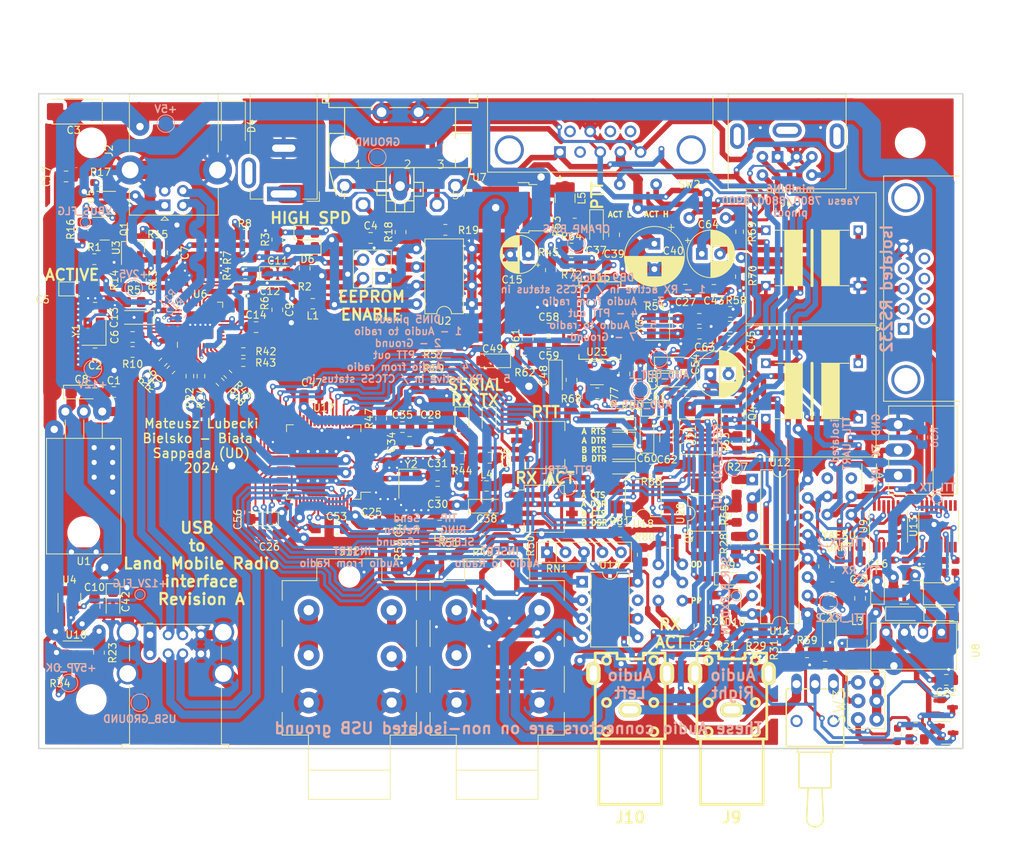
<source format=kicad_pcb>
(kicad_pcb (version 20211014) (generator pcbnew)
  (layers (0 "F.Cu" signal) (31 "B.Cu" signal) (34 "B.Paste" user) (35 "F.Paste" user) (36 "B.SilkS" user "B.Silkscreen") (37 "F.SilkS" user "F.Silkscreen") (38 "B.Mask" user) (39 "F.Mask" user) (44 "Edge.Cuts" user))
  (net 0 "")
  (net 1 "AF_FRM_RADIO")
  (net 2 "GNDREF")
  (net 3 "GND")
  (net 4 "/H_XTALIN")
  (net 5 "+12V")
  (net 6 "+3V3")
  (net 7 "/H_XTALO")
  (net 8 "/H_RST")
  (net 9 "+5V")
  (net 10 "VD")
  (net 11 "/AUD_VDDI")
  (net 12 "+1V8")
  (net 13 "/SER_VPLL")
  (net 14 "/AUD_VBUS")
  (net 15 "/SER_VCCIO")
  (net 16 "/AUD_OUT_RIGHT")
  (net 17 "/RCA_RIGHT")
  (net 18 "Net-(C43-Pad1)")
  (net 19 "/AUD_OUT_LEFT")
  (net 20 "/RCA_LEFT")
  (net 21 "/AUD_IN_LEFT")
  (net 22 "/AUD_IN_RIGHT")
  (net 23 "AF_TO_RADIO")
  (net 24 "/D-")
  (net 25 "VBUS")
  (net 26 "/D+")
  (net 27 "/H_SEL1")
  (net 28 "Net-(D1-Pad2)")
  (net 29 "Net-(D4-Pad2)")
  (net 30 "PTT")
  (net 31 "/SER_B_RXD_IN")
  (net 32 "Net-(D7-Pad1)")
  (net 33 "/DP2-")
  (net 34 "+5VP")
  (net 35 "/DP2+")
  (net 36 "/DP1-")
  (net 37 "Net-(D9-Pad2)")
  (net 38 "/DP1+")
  (net 39 "/SER_B_TXLED")
  (net 40 "Net-(D15-Pad1)")
  (net 41 "/SER_B_RXLED")
  (net 42 "Net-(D16-Pad1)")
  (net 43 "Net-(D17-Pad2)")
  (net 44 "Net-(D18-Pad2)")
  (net 45 "Net-(D19-Pad2)")
  (net 46 "/CAT_UART_RX")
  (net 47 "/CAT_UART_TX")
  (net 48 "RX_ACTIVE")
  (net 49 "Net-(D20-Pad2)")
  (net 53 "/YAESU_FLAT_AUD")
  (net 54 "/YAESU_FILTERED_AUD")
  (net 56 "/RS232RX")
  (net 57 "/RS232TX")
  (net 58 "Net-(J11-PadRN)")
  (net 59 "Net-(L5-Pad2)")
  (net 60 "Net-(Q1-Pad1)")
  (net 61 "Net-(Q1-Pad3)")
  (net 62 "Net-(Q2-Pad1)")
  (net 63 "Net-(Q2-Pad3)")
  (net 64 "Net-(Q3-Pad1)")
  (net 65 "Net-(Q3-Pad3)")
  (net 66 "Net-(Q4-Pad1)")
  (net 67 "Net-(Q4-Pad3)")
  (net 68 "Net-(Q5-Pad1)")
  (net 69 "Net-(Q5-Pad2)")
  (net 70 "/H_REM0")
  (net 71 "/H_SEL0")
  (net 72 "/H_REM1")
  (net 73 "/H_BIAS")
  (net 74 "+2V5")
  (net 75 "Net-(Q5-Pad3)")
  (net 76 "/H_EE_SDA")
  (net 77 "/H_DP2-")
  (net 78 "/+5VP_EN")
  (net 79 "/H_DP2+")
  (net 80 "/H_EE_SCL")
  (net 81 "Net-(R27-Pad2)")
  (net 82 "/H_DP1+")
  (net 83 "/H_DP1-")
  (net 84 "Net-(R28-Pad2)")
  (net 85 "/TTL_RX_2")
  (net 86 "Net-(R32-Pad1)")
  (net 87 "/TTL_RX")
  (net 88 "/+5VP_OK")
  (net 89 "/RX_ACT_SEP")
  (net 90 "/TTL_TX_2")
  (net 91 "/TTL_TX")
  (net 92 "/PTT_CTRL")
  (net 93 "/AUD_USB_DN")
  (net 94 "/AUD_USB_DP")
  (net 95 "Net-(R64-Pad1)")
  (net 96 "/PTT_ACTH")
  (net 97 "/SER_B_DSR_IN")
  (net 98 "/SER_B_CTS_IN")
  (net 99 "/SER_A_DSR_IN")
  (net 100 "/SER_A_CTS_IN")
  (net 101 "Net-(R44-Pad2)")
  (net 104 "/SER_A_RTS_OUT")
  (net 105 "/SER_A_DTR_OUT")
  (net 106 "/SER_B_RTS_OUT")
  (net 107 "/SER_B_DTR_OUT")
  (net 109 "/PTT_ACTL")
  (net 110 "Net-(SW6-Pad2)")
  (net 111 "Net-(TP1-Pad1)")
  (net 112 "/SER_B_TXD_OUT")
  (net 113 "Net-(TP2-Pad1)")
  (net 116 "/AUD_OUT_SUM")
  (net 117 "/AUD_IN_SUM")
  (net 118 "/H_HOST_USBD-")
  (net 119 "/H_HOST_USBD+")
  (net 120 "/H_AUD_USBD+")
  (net 121 "/H_AUD_USBD-")
  (net 122 "/H_SER_USBD+")
  (net 123 "/H_SER_USBD-")
  (net 124 "/H_VDD")
  (net 125 "/SER_D+")
  (net 126 "/SER_D-")
  (net 127 "/SER_XI")
  (net 128 "/SER_XO")
  (net 129 "/5VD12")
  (net 130 "Net-(C6-Pad2)")
  (net 131 "/DCDC_IN")
  (net 132 "Net-(C9-Pad2)")
  (net 133 "Net-(C19-Pad2)")
  (net 134 "/DCDC_OUT")
  (net 135 "Net-(C24-Pad1)")
  (net 136 "Net-(C24-Pad2)")
  (net 137 "Net-(D10-Pad2)")
  (net 144 "/AF_FRM_RADIO_PREINS")
  (net 145 "Net-(J12-PadRN)")
  (net 146 "Net-(R40-Pad2)")
  (net 147 "Net-(C29-Pad1)")
  (net 148 "Net-(C29-Pad2)")
  (net 149 "Net-(R54-Pad2)")
  (net 159 "Net-(U9-Pad2)")
  (net 162 "Net-(U9-Pad10)")
  (net 193 "Net-(C32-Pad1)")
  (net 194 "Net-(C33-Pad1)")
  (net 195 "Net-(C45-Pad1)")
  (net 196 "Net-(C48-Pad1)")
  (net 197 "Net-(C51-Pad1)")
  (net 198 "Net-(D12-Pad2)")
  (net 199 "Net-(D12-Pad4)")
  (net 200 "Net-(D12-Pad6)")
  (net 201 "Net-(R33-Pad1)")
  (net 202 "/SER_EEDT")
  (net 203 "/SER_EECS")
  (net 204 "/~{SER_RST}")
  (net 205 "Net-(C60-Pad1)")
  (net 206 "Net-(D5-Pad2)")
  (net 207 "Net-(D6-Pad1)")
  (net 208 "Net-(R69-Pad2)")
  (net 209 "Net-(R49-Pad1)")
  (net 210 "Net-(R51-Pad1)")
  (net 211 "Net-(C58-Pad2)")
  (net 212 "Net-(C61-Pad1)")
  (net 213 "Net-(C62-Pad1)")
  (net 214 "Net-(C63-Pad2)")
  (net 215 "Net-(R65-Pad1)")
  (net 216 "Net-(R66-Pad1)")
  (net 217 "Net-(R67-Pad2)")
  (net 218 "Net-(R71-Pad1)")
  (net 219 "Net-(R79-Pad1)")
  (net 220 "Net-(R79-Pad2)")
  (net 221 "Net-(C46-Pad1)")
  (net 222 "Net-(C49-Pad1)")
  (net 223 "Net-(C52-Pad1)")
  (net 224 "Net-(C55-Pad1)")
  (net 225 "Net-(C57-Pad1)")
  (net 226 "Net-(C59-Pad2)")
  (net 227 "Net-(C63-Pad1)")
  (net 228 "Net-(C64-Pad2)")
  (footprint "Resistor_SMD:R_0805_2012Metric_Pad1.20x1.40mm_HandSolder" (layer "F.Cu") (at 134.0104 79.5528 90)
    (fp_text reference "R27")
    (fp_text value "680")
  )
  (footprint "AV:Jack_6.35mm_ACJS-MHDRM" (layer "F.Cu") (at 109.22 96.52 -90)
    (fp_text reference "J12" hide)
    (fp_text value "ACJS-MHDRM")
  )
  (footprint "Capacitor_Tantalum_SMD:CP_EIA-3216-18_Kemet-A_Pad1.58x1.35mm_HandSolder" (layer "F.Cu") (at 123.4186 68.9102)
    (fp_text reference "C61")
    (fp_text value "10u")
  )
  (footprint "Capacitor_Tantalum_SMD:CP_EIA-3216-18_Kemet-A_Pad1.58x1.35mm_HandSolder" (layer "F.Cu") (at 99.6442 82.2198)
    (fp_text reference "C38")
    (fp_text value "10u")
  )
  (footprint "Capacitor_SMD:C_0805_2012Metric_Pad1.18x1.45mm_HandSolder" (layer "F.Cu") (at 89.0739 73.374522)
    (fp_text reference "C34")
    (fp_text value "100n")
  )
  (footprint "Diode_SMD:D_SMA" (layer "F.Cu") (at 64.8462 29.9466 -90)
    (fp_text reference "D4")
    (fp_text value "B130-13-F")
  )
  (footprint "Inductor_SMD:L_1210_3225Metric_Pad1.42x2.65mm_HandSolder" (layer "F.Cu") (at 157.0482 94.3102)
    (fp_text reference "L2" hide)
    (fp_text value "4u7")
  )
  (footprint "Resistor_SMD:R_0805_2012Metric_Pad1.20x1.40mm_HandSolder" (layer "F.Cu") (at 40.9956 105.0544)
    (fp_text reference "R34")
    (fp_text value "R_Small")
  )
  (footprint "Resistor_SMD:R_0603_1608Metric_Pad0.98x0.95mm_HandSolder" (layer "F.Cu") (at 46.5836 37.719)
    (fp_text reference "R17")
    (fp_text value "10k")
  )
  (footprint "LED_SMD:LED_0805_2012Metric_Pad1.15x1.40mm_HandSolder" (layer "F.Cu") (at 96.266 70.4342 -90)
    (fp_text reference "D16" hide)
    (fp_text value "LED")
  )
  (footprint "Capacitor_SMD:C_0805_2012Metric_Pad1.18x1.45mm_HandSolder" (layer "F.Cu") (at 70.8914 55.2196 -90)
    (fp_text reference "C9")
    (fp_text value "1u")
  )
  (footprint "Connector_USB:USB_B_Lumberg_2411_02_Horizontal" (layer "F.Cu") (at 55.4174 40.8489 90)
    (fp_text reference "J2")
    (fp_text value "miniUSB")
  )
  (footprint "Capacitor_SMD:C_0805_2012Metric_Pad1.18x1.45mm_HandSolder" (layer "F.Cu") (at 120.777 63.1913 90)
    (fp_text reference "C57" hide)
    (fp_text value "22n")
  )
  (footprint "Capacitor_SMD:C_0805_2012Metric_Pad1.18x1.45mm_HandSolder" (layer "F.Cu") (at 108.204 57.8104 180)
    (fp_text reference "C58")
    (fp_text value "4u7")
  )
  (footprint "Inductor_SMD:L_1210_3225Metric_Pad1.42x2.65mm_HandSolder" (layer "F.Cu") (at 150.5712 101.1936 90)
    (fp_text reference "L3")
    (fp_text value "4u7")
  )
  (footprint "Resistor_SMD:R_0805_2012Metric_Pad1.20x1.40mm_HandSolder" (layer "F.Cu") (at 51.0032 61.0108)
    (fp_text reference "R10")
    (fp_text value "12k")
  )
  (footprint "Capacitor_Tantalum_SMD:CP_EIA-3216-18_Kemet-A_Pad1.58x1.35mm_HandSolder" (layer "F.Cu") (at 48.3108 95.3516 -90)
    (fp_text reference "C42")
    (fp_text value "22u")
  )
  (footprint "Capacitor_SMD:C_0805_2012Metric_Pad1.18x1.45mm_HandSolder" (layer "F.Cu") (at 67.9704 57.6072)
    (fp_text reference "C14")
    (fp_text value "100n")
  )
  (footprint "Resistor_SMD:R_0805_2012Metric_Pad1.20x1.40mm_HandSolder" (layer "F.Cu") (at 44.1452 44.1452 90)
    (fp_text reference "R16")
    (fp_text value "10k")
  )
  (footprint "Capacitor_SMD:C_0805_2012Metric_Pad1.18x1.45mm_HandSolder" (layer "F.Cu") (at 108.204 59.8424 180)
    (fp_text reference "C59")
    (fp_text value "4u7")
  )
  (footprint "Resistor_SMD:R_0603_1608Metric_Pad0.98x0.95mm_HandSolder" (layer "F.Cu") (at 64.094435 64.069035 -45)
    (fp_text reference "R46")
    (fp_text value "22")
  )
  (footprint "Package_TO_SOT_THT:TO-220-3_Horizontal_TabDown" (layer "F.Cu") (at 46.8376 69.2052 180)
    (fp_text reference "U1")
    (fp_text value "L7805")
  )
  (footprint "AV:Mini-DIN_Female_TM0508A" (layer "F.Cu") (at 139.6492 34.1884 180)
    (fp_text reference "J6")
    (fp_text value "Mini-DIN-6")
  )
  (footprint "Package_DIP:DIP-8_W7.62mm" (layer "F.Cu") (at 112.786 92.6184)
    (fp_text reference "U14")
    (fp_text value "93CxxC")
  )
  (footprint "Resistor_SMD:R_0805_2012Metric_Pad1.20x1.40mm_HandSolder" (layer "F.Cu") (at 147.1676 93.3704)
    (fp_text reference "R33" hide)
    (fp_text value "680")
  )
  (footprint "Resistor_SMD:R_0805_2012Metric_Pad1.20x1.40mm_HandSolder" (layer "F.Cu") (at 50.165 51.1556 90)
    (fp_text reference "R14")
    (fp_text value "100k")
  )
  (footprint "Capacitor_SMD:C_0805_2012Metric_Pad1.18x1.45mm_HandSolder" (layer "F.Cu") (at 128.8796 56.4642)
    (fp_text reference "C51" hide)
    (fp_text value "18p")
  )
  (footprint "Inductor_SMD:L_0805_2012Metric_Pad1.15x1.40mm_HandSolder" (layer "F.Cu") (at 99.6442 79.445122 180)
    (fp_text reference "L4")
    (fp_text value "1u")
  )
  (footprint "Capacitor_Tantalum_SMD:CP_EIA-3216-18_Kemet-A_Pad1.58x1.35mm_HandSolder" (layer "F.Cu") (at 121.6914 72.4408 90)
    (fp_text reference "C60")
    (fp_text value "10u")
  )
  (footprint "LED:LED_MENTOR_1882" (layer "F.Cu") (at 150.7102 106.4507)
    (fp_text reference "D12" hide)
    (fp_text value "1882.2781")
  )
  (footprint "Inductor_SMD:L_1210_3225Metric_Pad1.42x2.65mm_HandSolder" (layer "F.Cu") (at 110.4392 39.878 -90)
    (fp_text reference "L5")
    (fp_text value "4u7")
  )
  (footprint "Capacitor_Tantalum_SMD:CP_EIA-3216-18_Kemet-A_Pad1.58x1.35mm_HandSolder" (layer "F.Cu") (at 51.4858 56.261 180)
    (fp_text reference "C13")
    (fp_text value "10u")
  )
  (footprint "Capacitor_Tantalum_SMD:CP_EIA-3216-18_Kemet-A_Pad1.58x1.35mm_HandSolder" (layer "F.Cu") (at 162.2298 97.028)
    (fp_text reference "C18" hide)
    (fp_text value "22u")
  )
  (footprint "Button_Switch_SMD:SW_DIP_SPSTx04_Slide_Copal_CHS-04B_W7.62mm_P1.27mm" (layer "F.Cu") (at 107.5651 82.569322)
    (fp_text reference "SW5" hide)
    (fp_text value "SW_DIP_x04")
  )
  (footprint "Capacitor_SMD:C_0805_2012Metric_Pad1.18x1.45mm_HandSolder" (layer "F.Cu") (at 117.1702 44.9072 -90)
    (fp_text reference "C39")
    (fp_text value "100n")
  )
  (footprint "Capacitor_Tantalum_SMD:CP_EIA-3216-18_Kemet-A_Pad1.58x1.35mm_HandSolder" (layer "F.Cu") (at 70.9422 50.2158)
    (fp_text reference "C11")
    (fp_text value "10u")
  )
  (footprint "Resistor_SMD:R_0805_2012Metric_Pad1.20x1.40mm_HandSolder" (layer "F.Cu") (at 92.3544 62.992)
    (fp_text reference "R57")
    (fp_text value "620")
  )
  (footprint "Package_TO_SOT_SMD:SOT-23" (layer "F.Cu") (at 162.814 113.3856)
    (fp_text reference "Q3" hide)
    (fp_text value "BC846C")
  )
  (footprint "Connector_PinHeader_2.54mm:PinHeader_2x02_P2.54mm_Vertical" (layer "F.Cu") (at 85.217 50.8762 180)
    (fp_text reference "J5" hide)
    (fp_text value "EEP_EN")
  )
  (footprint "Capacitor_SMD:C_0805_2012Metric_Pad1.18x1.45mm_HandSolder" (layer "F.Cu") (at 45.847 54.9402 180)
    (fp_text reference "C5")
    (fp_text value "18p")
  )
  (footprint "Resistor_SMD:R_0805_2012Metric_Pad1.20x1.40mm_HandSolder" (layer "F.Cu") (at 46.3804 102.362 90)
    (fp_text reference "R23")
    (fp_text value "10k")
  )
  (footprint "Resistor_SMD:R_0805_2012Metric_Pad1.20x1.40mm_HandSolder" (layer "F.Cu") (at 111.3028 46.7868)
    (fp_text reference "R64")
    (fp_text value "10k")
  )
  (footprint "switches_spdt_dpdt:Alps_SSSS213000" (layer "F.Cu") (at 120.4468 35.4584)
    (fp_text reference "SW7" hide)
    (fp_text value "SW_SPDT")
  )
  (footprint "Capacitor_Tantalum_SMD:CP_EIA-3216-18_Kemet-A_Pad1.58x1.35mm_HandSolder" (layer "F.Cu") (at 125.603 64.8716)
    (fp_text reference "C50")
    (fp_text value "10u")
  )
  (footprint "Package_DIP:DIP-8_W7.62mm" (layer "F.Cu") (at 143.754 97.0434 180)
    (fp_text reference "U11")
    (fp_text value "TLP2662")
  )
  (footprint "Diode_SMD:D_SOD-323_HandSoldering" (layer "F.Cu") (at 133.731 95.377 -90)
    (fp_text reference "D10")
    (fp_text value "RB751V40T1G")
  )
  (footprint "Diode_SMD:D_SOD-323_HandSoldering" (layer "F.Cu") (at 118.2116 72.898 180)
    (fp_text reference "D18" hide)
    (fp_text value "RB751V40T1G")
  )
  (footprint "Diode_SMD:D_SOD-323_HandSoldering" (layer "F.Cu") (at 118.2116 70.8914 180)
    (fp_text reference "D17" hide)
    (fp_text value "RB751V40T1G")
  )
  (footprint "Resistor_SMD:R_0603_1608Metric_Pad0.98x0.95mm_HandSolder" (layer "F.Cu") (at 58.8772 64.3382 -90)
    (fp_text reference "R22")
    (fp_text value "33")
  )
  (footprint "Capacitor_Tantalum_SMD:CP_EIA-3216-18_Kemet-A_Pad1.58x1.35mm_HandSolder" (layer "F.Cu") (at 125.1966 62.6618)
    (fp_text reference "C54")
    (fp_text value "10u")
  )
  (footprint "Capacitor_SMD:C_0805_2012Metric_Pad1.18x1.45mm_HandSolder" (layer "F.Cu") (at 91.9695 71.342522)
    (fp_text reference "C28")
    (fp_text value "3u3")
  )
  (footprint "Resistor_SMD:R_0805_2012Metric_Pad1.20x1.40mm_HandSolder" (layer "F.Cu") (at 74.6506 49.53 90)
    (fp_text reference "R2")
    (fp_text value "620")
  )
  (footprint "Resistor_SMD:R_0805_2012Metric_Pad1.20x1.40mm_HandSolder" (layer "F.Cu") (at 111.76 43.3578)
    (fp_text reference "R53")
    (fp_text value "2R2")
  )
  (footprint "switches_spdt_dpdt:Alps_SSSS213000" (layer "F.Cu") (at 129.9972 45.085 180)
    (fp_text reference "SW2")
    (fp_text value "SW_SPDT")
  )
  (footprint "Resistor_SMD:R_0603_1608Metric_Pad0.98x0.95mm_HandSolder" (layer "F.Cu") (at 56.261 63.4746 -135)
    (fp_text reference "R30")
    (fp_text value "33")
  )
  (footprint "Resistor_SMD:R_0805_2012Metric_Pad1.20x1.40mm_HandSolder" (layer "F.Cu") (at 96.2621 75.711322 180)
    (fp_text reference "R44")
    (fp_text value "12k")
  )
  (footprint "Capacitor_SMD:C_1206_3216Metric_Pad1.33x1.80mm_HandSolder" (layer "F.Cu") (at 124.3584 72.6694 -90)
    (fp_text reference "C62")
    (fp_text value "10u")
  )
  (footprint "Converter_DCDC:Converter_DCDC_Murata_CRE1xxxxxx3C_THT" (layer "F.Cu") (at 162.1569 99.5547 -90)
    (fp_text reference "U8")
    (fp_text value "TBA 1-0511")
  )
  (footprint "Resistor_SMD:R_0805_2012Metric_Pad1.20x1.40mm_HandSolder" (layer "F.Cu") (at 94.4372 88.9254)
    (fp_text reference "R51")
    (fp_text value "10k")
  )
  (footprint "Resistor_SMD:R_0805_2012Metric_Pad1.20x1.40mm_HandSolder" (layer "F.Cu") (at 131.0894 95.4532 -90)
    (fp_text reference "R25")
    (fp_text value "2k2")
  )
  (footprint "Capacitor_Tantalum_SMD:CP_EIA-3216-18_Kemet-A_Pad1.58x1.35mm_HandSolder" (layer "F.Cu") (at 109.1184 64.6176 -90)
    (fp_text reference "C48")
    (fp_text value "10u")
  )
  (footprint "switches_spdt_dpdt:TL3XWO" (layer "F.Cu") (at 144.78 111.76 180)
    (fp_text reference "SW3")
    (fp_text value "SW_SPDT")
  )
  (footprint "Resistor_SMD:R_0805_2012Metric_Pad1.20x1.40mm_HandSolder" (layer "F.Cu") (at 134.0104 83.439 90)
    (fp_text reference "R65")
    (fp_text value "330")
  )
  (footprint "Diode_SMD:D_SOD-323_HandSoldering" (layer "F.Cu") (at 118.2116 74.9046 180)
    (fp_text reference "D19" hide)
    (fp_text value "RB751V40T1G")
  )
  (footprint "Package_TO_SOT_SMD:SOT-23" (layer "F.Cu") (at 133.477 69.4944 90)
    (fp_text reference "Q4")
    (fp_text value "BC846C")
  )
  (footprint "Resistor_SMD:R_0603_1608Metric_Pad0.98x0.95mm_HandSolder" (layer "F.Cu") (at 146.177 104.0638 180)
    (fp_text reference "R35" hide)
    (fp_text value "620")
  )
  (footprint "Connector_USB:USB_A_Wuerth_61400826021_Horizontal_Stacked" (layer "F.Cu") (at 53.396 99.9016)
    (fp_text reference "J7" hide)
    (fp_text value "EDAC 690-008-221-904")
  )
  (footprint "Capacitor_SMD:C_0805_2012Metric_Pad1.18x1.45mm_HandSolder" (layer "F.Cu") (at 45.7708 96.012 -90)
    (fp_text reference "C10")
    (fp_text value "100n")
  )
  (footprint "Capacitor_SMD:C_0805_2012Metric_Pad1.18x1.45mm_HandSolder" (layer "F.Cu") (at 150.9776 94.8944 90)
    (fp_text reference "C21")
    (fp_text value "100n")
  )
  (footprint "Resistor_SMD:R_0805_2012Metric_Pad1.20x1.40mm_HandSolder" (layer "F.Cu") (at 121.1072 88.9 -90)
    (fp_text reference "R80")
    (fp_text value "680")
  )
  (footprint "Resistor_SMD:R_0603_1608Metric_Pad0.98x0.95mm_HandSolder" (layer "F.Cu") (at 127.254 66.7512 180)
    (fp_text reference "R78" hide)
    (fp_text value "10k")
  )
  (footprint "Connector_Dsub:DSUB-9_Male_Horizontal_P2.77x2.84mm_EdgePinOffset4.94mm_Housed_MountingHolesOffset7.48mm" (layer "F.Cu") (at 156.972 57.848602 90)
    (fp_text reference "J8" hide)
    (fp_text value "DB9_Male")
  )
  (footprint "Capacitor_Tantalum_SMD:CP_EIA-3216-18_Kemet-A_Pad1.58x1.35mm_HandSolder" (layer "F.Cu") (at 114.7572 43.942 -90)
    (fp_text reference "C37")
    (fp_text value "10u")
  )
  (footprint "Resistor_SMD:R_0805_2012Metric_Pad1.20x1.40mm_HandSolder" (layer "F.Cu") (at 51.181 54.1528)
    (fp_text reference "R5")
    (fp_text value "620")
  )
  (footprint "Resistor_SMD:R_0805_2012Metric_Pad1.20x1.40mm_HandSolder" (layer "F.Cu") (at 99.1108 86.868 180)
    (fp_text reference "R49")
    (fp_text value "10k")
  )
  (footprint "Resistor_SMD:R_0603_1608Metric_Pad0.98x0.95mm_HandSolder" (layer "F.Cu") (at 66.2178 62.484)
    (fp_text reference "R43")
    (fp_text value "22")
  )
  (footprint "MountingHole:MountingHole_3.2mm_M3" (layer "F.Cu") (at 45.339 32.258)
    (fp_text reference "H4" hide)
    (fp_text value "MountingHole")
  )
  (footprint "Package_TO_SOT_SMD:SOT-23" (layer "F.Cu") (at 124.714 86.4108)
    (fp_text reference "Q5")
    (fp_text value "BC856")
  )
  (footprint "Resistor_SMD:R_0603_1608Metric_Pad0.98x0.95mm_HandSolder" (layer "F.Cu") (at 66.2178 60.96)
    (fp_text reference "R42")
    (fp_text value "22")
  )
  (footprint "MountingHole:MountingHole_3.2mm_M3" (layer "F.Cu") (at 157.861 32.258)
    (fp_text reference "H3" hide)
    (fp_text value "MountingHole")
  )
  (footprint "Capacitor_SMD:C_0805_2012Metric_Pad1.18x1.45mm_HandSolder" (layer "F.Cu") (at 128.905 58.4962)
    (fp_text reference "C52" hide)
    (fp_text value "18p")
  )
  (footprint "Package_TO_SOT_SMD:SOT-23-5" (layer "F.Cu") (at 42.3164 94.996 90)
    (fp_text reference "U4")
    (fp_text value "AP22814AW5")
  )
  (footprint "Capacitor_Tantalum_SMD:CP_EIA-3216-18_Kemet-A_Pad1.58x1.35mm_HandSolder" (layer "F.Cu") (at 100.457 62.23 180)
    (fp_text reference "C49")
    (fp_text value "10u")
  )
  (footprint "Diode_SMD:D_SOD-123" (layer "F.Cu") (at 152.2222 78.0288 90)
    (fp_text reference "D7" hide)
    (fp_text value "1N4148W")
  )
  (footprint "Package_TO_SOT_SMD:SOT-23" (layer "F.Cu") (at 162.7378 109.8804)
    (fp_text reference "Q2" hide)
    (fp_text value "BC846C")
  )
  (footprint "Resistor_SMD:R_0805_2012Metric_Pad1.20x1.40mm_HandSolder" (layer "F.Cu") (at 128.905 98.679 90)
    (fp_text reference "R79")
    (fp_text value "680")
  )
  (footprint "switches_spdt_dpdt:Alps_SSSS222700" (layer "F.Cu") (at 151.769 80.8736 -90)
    (fp_text reference "SW1" hide)
    (fp_text value "SW_Push_DPDT")
  )
  (footprint "Resistor_SMD:R_0805_2012Metric_Pad1.20x1.40mm_HandSolder" (layer "F.Cu") (at 148.1836 90.551 -90)
    (fp_text reference "R9" hide)
    (fp_text value "4k7")
  )
  (footprint "Capacitor_SMD:C_0603_1608Metric_Pad1.08x0.95mm_HandSolder" (layer "F.Cu") (at 159.7152 89.6366 180)
    (fp_text reference "C32" hide)
    (fp_text value "100n")
  )
  (footprint "Crystal:Crystal_SMD_Abracon_ABM8G-4Pin_3.2x2.5mm" (layer "F.Cu") (at 45.6946 58.0898 90)
    (fp_text reference "Y1")
    (fp_text value "24MHz")
  )
  (footprint "Resistor_SMD:R_0805_2012Metric_Pad1.20x1.40mm_HandSolder" (layer "F.Cu") (at 122.7836 53.1114 180)
    (fp_text reference "R54")
    (fp_text value "0")
  )
  (footprint "Capacitor_SMD:C_0805_2012Metric_Pad1.18x1.45mm_HandSolder" (layer "F.Cu") (at 48.4378 66.5226 180)
    (fp_text reference "C1")
    (fp_text value "100n")
  )
  (footprint "Resistor_SMD:R_0603_1608Metric_Pad0.98x0.95mm_HandSolder" (layer "F.Cu") (at 134.3914 50.6476 90)
    (fp_text reference "R70")
    (fp_text value "DNP")
  )
  (footprint "Capacitor_THT:CP_Radial_D6.3mm_P2.50mm" (layer "F.Cu") (at 130.389621 64.0842)
    (fp_text reference "C63")
    (fp_text value "220u")
  )
  (footprint "Resistor_SMD:R_0805_2012Metric_Pad1.20x1.40mm_HandSolder" (layer "F.Cu") (at 132.6388 99.9998)
    (fp_text reference "R21")
    (fp_text value "100k")
  )
  (footprint "Resistor_SMD:R_0603_1608Metric_Pad0.98x0.95mm_HandSolder" (layer "F.Cu") (at 63.027635 65.135835 -45)
    (fp_text reference "R48")
    (fp_text value "22")
  )
  (footprint "Package_SO:TSSOP-16_4.4x5mm_P0.65mm" (layer "F.Cu") (at 161.7726 84.9884 90)
    (fp_text reference "U13")
    (fp_text value "MAX3232")
  )
  (footprint "Resistor_SMD:R_0805_2012Metric_Pad1.20x1.40mm_HandSolder" (layer "F.Cu") (at 119.6594 66.9544)
    (fp_text reference "R60")
    (fp_text value "16R")
  )
  (footprint "Resistor_SMD:R_0603_1608Metric_Pad0.98x0.95mm_HandSolder" (layer "F.Cu") (at 60.4012 64.3382 -90)
    (fp_text reference "R24")
    (fp_text value "33")
  )
  (footprint "AV:Jack_6.35mm_ACJS-MHDRM" (layer "F.Cu") (at 88.9 96.52 -90)
    (fp_text reference "J11")
    (fp_text value "ACJS-MHDRM")
  )
  (footprint "AV:rca_cliff_F68371" (layer "F.Cu") (at 119.38 109.22)
    (fp_text reference "J10")
    (fp_text value "Conn_Coaxial" hide)
  )
  (footprint "Capacitor_SMD:C_0805_2012Metric_Pad1.18x1.45mm_HandSolder" (layer "F.Cu") (at 133.1214 57.531 180)
    (fp_text reference "C55" hide)
    (fp_text value "22n")
  )
  (footprint "Resistor_SMD:R_0805_2012Metric_Pad1.20x1.40mm_HandSolder" (layer "F.Cu") (at 146.0246 90.5002 -90)
    (fp_text reference "R38" hide)
    (fp_text value "10k")
  )
  (footprint "Capacitor_SMD:C_0805_2012Metric_Pad1.18x1.45mm_HandSolder" (layer "F.Cu") (at 83.7184 45.339)
    (fp_text reference "C4")
    (fp_text value "100n")
  )
  (footprint "Connector_BarrelJack:BarrelJack_GCT_DCJ200-10-A_Horizontal" (layer "F.Cu") (at 71.77 39.2938 180)
    (fp_text reference "J1" hide)
    (fp_text value "Barrel_Jack")
  )
  (footprint "Resistor_SMD:R_0805_2012Metric_Pad1.20x1.40mm_HandSolder" (layer "F.Cu") (at 111.3028 48.768 180)
    (fp_text reference "R72")
    (fp_text value "10k")
  )
  (footprint "Resistor_SMD:R_0805_2012Metric_Pad1.20x1.40mm_HandSolder" (layer "F.Cu") (at 66.4718 50.2158 180)
    (fp_text reference "R4")
    (fp_text value "100k")
  )
  (footprint "Resistor_SMD:R_0805_2012Metric_Pad1.20x1.40mm_HandSolder" (layer "F.Cu") (at 136.6266 99.7204)
    (fp_text reference "R29")
    (fp_text value "2k2")
  )
  (footprint "Resistor_SMD:R_0805_2012Metric_Pad1.20x1.40mm_HandSolder" (layer "F.Cu") (at 87.8332 44.5262 90)
    (fp_text reference "R18")
    (fp_text value "10k")
  )
  (footprint "Diode_SMD:D_SOD-323_HandSoldering" (layer "F.Cu") (at 118.2116 76.9366 180)
    (fp_text reference "D20" hide)
    (fp_text value "RB751V40T1G")
  )
  (footprint "Resistor_SMD:R_0603_1608Metric_Pad0.98x0.95mm_HandSolder" (layer "F.Cu") (at 55.1942 62.4078 -135)
    (fp_text reference "R26")
    (fp_text value "33")
  )
  (footprint "Resistor_SMD:R_0805_2012Metric_Pad1.20x1.40mm_HandSolder" (layer "F.Cu") (at 66.5734 54.3052 180)
    (fp_text reference "R6")
    (fp_text value "100k")
  )
  (footprint "Resistor_SMD:R_0805_2012Metric_Pad1.20x1.40mm_HandSolder" (layer "F.Cu") (at 104.902 62.2046 180)
    (fp_text reference "R62")
    (fp_text value "10k")
  )
  (footprint "MountingHole:MountingHole_3.2mm_M3" (layer "F.Cu") (at 157.861 108.7882)
    (fp_text reference "H2" hide)
    (fp_text value "MountingHole")
  )
  (footprint "Capacitor_SMD:C_0805_2012Metric_Pad1.18x1.45mm_HandSolder" (layer "F.Cu") (at 100.1014 75.565 180)
    (fp_text reference "C36")
    (fp_text value "100n")
  )
  (footprint "Resistor_SMD:R_0805_2012Metric_Pad1.20x1.40mm_HandSolder" (layer "F.Cu") (at 45.7454 48.26)
    (fp_text reference "R1")
    (fp_text value "100k")
  )
  (footprint "Package_DIP:SMDIP-4_W7.62mm" (layer "F.Cu") (at 129.8956 83.2104 90)
    (fp_text reference "U20")
    (fp_text value "PC817")
  )
  (footprint "Resistor_SMD:R_1206_3216Metric_Pad1.30x1.75mm_HandSolder" (layer "F.Cu") (at 158.9786 91.5416)
    (fp_text reference "R20" hide)
    (fp_text value "0R68")
  )
  (footprint "Diode_SMD:D_SOD-323_HandSoldering" (layer "F.Cu") (at 132.8674 92.202)
    (fp_text reference "D9")
    (fp_text value "RB751V40T1G")
  )
  (footprint "Button_Switch_SMD:SW_DIP_SPSTx04_Slide_Copal_CHS-04B_W7.62mm_P1.27mm" (layer "F.Cu") (at 107.6413 73.806322)
    (fp_text reference "SW4" hide)
    (fp_text value "SW_DIP_x04")
  )
  (footprint "Capacitor_SMD:C_0603_1608Metric_Pad1.08x0.95mm_HandSolder" (layer "F.Cu") (at 163.2458 89.6874)
    (fp_text reference "C29" hide)
    (fp_text value "100n")
  )
  (footprint "Capacitor_Tantalum_SMD:CP_EIA-3216-18_Kemet-A_Pad1.58x1.35mm_HandSolder" (layer "F.Cu") (at 153.3652 93.218 90)
    (fp_text reference "C16")
    (fp_text value "22u")
  )
  (footprint "Capacitor_SMD:C_0805_2012Metric_Pad1.18x1.45mm_HandSolder" (layer "F.Cu") (at 126.9492 52.451)
    (fp_text reference "C27")
    (fp_text value "1u")
  )
  (footprint "Crystal:Crystal_SMD_Abracon_ABM8G-4Pin_3.2x2.5mm" (layer "F.Cu") (at 89.2438 79.1386 -90)
    (fp_text reference "Y2")
    (fp_text value "12MHz")
  )
  (footprint "Resistor_SMD:R_0805_2012Metric_Pad1.20x1.40mm_HandSolder" (layer "F.Cu") (at 108.4834 49.7586 90)
    (fp_text reference "R45")
    (fp_text value "1k5")
  )
  (footprint "Connector_Dsub:DSUB-9_Female_Horizontal_P2.77x2.84mm_EdgePinOffset4.94mm_Housed_MountingHolesOffset7.48mm" (layer "F.Cu") (at 109.728 33.528 180)
    (fp_text reference "J4" hide)
    (fp_text value "DB9_Female")
  )
  (footprint "Resistor_SMD:R_0805_2012Metric_Pad1.20x1.40mm_HandSolder" (layer "F.Cu") (at 105.283 59.2328 90)
    (fp_text reference "R61")
    (fp_text value "10k")
  )
  (footprint "Package_DIP:SMDIP-4_W7.62mm" (layer "F.Cu") (at 128.778 72.6694 90)
    (fp_text reference "U21")
    (fp_text value "PC817")
  )
  (footprint "Resistor_SMD:R_0805_2012Metric_Pad1.20x1.40mm_HandSolder" (layer "F.Cu") (at 147.066 95.2754)
    (fp_text reference "R32" hide)
    (fp_text value "680")
  )
  (footprint "Resistor_THT:R_Array_SIP5" (layer "F.Cu") (at 107.9515 88.563722)
    (fp_text reference "RN1")
    (fp_text value "10k")
  )
  (footprint "Resistor_SMD:R_0805_2012Metric_Pad1.20x1.40mm_HandSolder" (layer "F.Cu") (at 151.0284 88.7476 -90)
    (fp_text reference "R40" hide)
    (fp_text value "2k2")
  )
  (footprint "sterownik-eagle:MAB5SH" (layer "F.Cu") (at 87.757 33.1216 180)
    (fp_text reference "X1" hide)
    (fp_text value "MAB5SH")
  )
  (footprint "Resistor_SMD:R_0805_2012Metric_Pad1.20x1.40mm_HandSolder" (layer "F.Cu") (at 90.0684 88.265)
    (fp_text reference "R52")
    (fp_text value "10k")
  )
  (footprint "switches_spdt_dpdt:Alps_SSSS222700" (layer "F.Cu") (at 128.5534 92.71 -90)
    (fp_text reference "SW6" hide)
    (fp_text value "SW_DPDT_x2")
  )
  (footprint "Resistor_SMD:R_0805_2012Metric_Pad1.20x1.40mm_HandSolder" (layer "F.Cu") (at 54.4576 47.3456 -90)
    (fp_text reference "R15")
    (fp_text value "100k")
  )
  (footprint "Capacitor_SMD:C_0805_2012Metric_Pad1.18x1.45mm_HandSolder" (layer "F.Cu") (at 130.8862 52.4764 180)
    (fp_text reference "C43")
    (fp_text value "1u")
  )
  (footprint "LED_SMD:LED_0805_2012Metric_Pad1.15x1.40mm_HandSolder" (layer "F.Cu") (at 99.9998 70.5104 -90)
    (fp_text reference "D15" hide)
    (fp_text value "LED")
  )
  (footprint "Capacitor_Tantalum_SMD:CP_EIA-3216-18_Kemet-A_Pad1.58x1.35mm_HandSolder" (layer "F.Cu") (at 68.5507 83.966322 180)
    (fp_text reference "C56")
    (fp_text value "10u")
  )
  (footprint "Capacitor_SMD:C_0805_2012Metric_Pad1.18x1.45mm_HandSolder" (layer "F.Cu") (at 88.0833 71.342522)
    (fp_text reference "C35")
    (fp_text value "100n")
  )
  (footprint "Capacitor_SMD:C_0805_2012Metric_Pad1.18x1.45mm_HandSolder" (layer "F.Cu") (at 133.096 59.4868)
    (fp_text reference "C45")
    (fp_text value "1u")
  )
  (footprint "Capacitor_THT:CP_Radial_D6.3mm_P2.50mm" (layer "F.Cu") (at 129.221221 47.5234)
    (fp_text reference "C64")
    (fp_text value "220u")
  )
  (footprint "Capacitor_SMD:C_0805_2012Metric_Pad1.18x1.45mm_HandSolder" (layer "F.Cu") (at 83.8415 84.728322)
    (fp_text reference "C25")
    (fp_text value "100n")
  )
  (footprint "LED_SMD:LED_0805_2012Metric_Pad1.15x1.40mm_HandSolder" (layer "F.Cu") (at 75.0316 46.609 180)
    (fp_text reference "D6")
    (fp_text value "LED_HS")
  )
  (footprint "Resistor_SMD:R_0805_2012Metric_Pad1.20x1.40mm_HandSolder" (layer "F.Cu") (at 118.0084 85.7504 180)
    (fp_text reference "R81")
    (fp_text value "22k")
  )
  (footprint "Resistor_SMD:R_0805_2012Metric_Pad1.20x1.40mm_HandSolder" (layer "F.Cu") (at 66.421 44.9072 180)
    (fp_text reference "R8")
    (fp_text value "100k")
  )
  (footprint "Resistor_SMD:R_0805_2012Metric_Pad1.20x1.40mm_HandSolder" (layer "F.Cu") (at 158.8008 114.2746 180)
    (fp_text reference "R41" hide)
    (fp_text value "2k2")
  )
  (footprint "Resistor_SMD:R_0805_2012Metric_Pad1.20x1.40mm_HandSolder" (layer "F.Cu") (at 140.8176 101.981 90)
    (fp_text reference "R31")
    (fp_text value "2k2")
  )
  (footprint "Package_TO_SOT_SMD:TO-252-2" (layer "F.Cu") (at 102.997 41.1734 180)
    (fp_text reference "U7")
    (fp_text value "LM1117-3.3")
  )
  (footprint "Resistor_SMD:R_0805_2012Metric_Pad1.20x1.40mm_HandSolder" (layer "F.Cu") (at 114.8588 66.7004)
    (fp_text reference "R77")
    (fp_text value "10k")
  )
  (footprint "Capacitor_SMD:C_0603_1608Metric_Pad1.08x0.95mm_HandSolder" (layer "F.Cu") (at 163.195 91.2876)
    (fp_text reference "C33" hide)
    (fp_text value "100n")
  )
  (footprint "Capacitor_THT:CP_Radial_D8.0mm_P3.50mm" (layer "F.Cu") (at 122.7074 46.128656 -90)
    (fp_text reference "C40")
    (fp_text value "470u")
  )
  (footprint "Resistor_SMD:R_0805_2012Metric_Pad1.20x1.40mm_HandSolder" (layer "F.Cu") (at 125.919611 57.462598 90)
    (fp_text reference "R55" hide)
    (fp_text value "1M")
  )
  (footprint "AV:rca_cliff_F68371" (layer "F.Cu") (at 133.35 109.22)
    (fp_text reference "J9")
    (fp_text value "Conn_Coaxial" hide)
  )
  (footprint "Package_DIP:DIP-8_W7.62mm" (layer "F.Cu") (at 136.154 78.5468)
    (fp_text reference "U12")
    (fp_text value "TLP2662")
  )
  (footprint "Capacitor_SMD:C_0805_2012Metric_Pad1.18x1.45mm_HandSolder" (layer "F.Cu") (at 89.2771 85.083922 90)
    (fp_text reference "C41")
    (fp_text value "100n")
  )
  (footprint "Resistor_SMD:R_0805_2012Metric_Pad1.20x1.40mm_HandSolder" (layer "F.Cu") (at 70.8914 45.5676 90)
    (fp_text reference "R3")
    (fp_text value "620")
  )
  (footprint "Resistor_SMD:R_0805_2012Metric_Pad1.20x1.40mm_HandSolder" (layer "F.Cu") (at 93.98 44.2214 180)
    (fp_text reference "R19")
    (fp_text value "10k")
  )
  (footprint "Resistor_SMD:R_0603_1608Metric_Pad0.98x0.95mm_HandSolder" (layer "F.Cu") (at 156.1084 113.665 90)
    (fp_text reference "R36" hide)
    (fp_text value "620")
  )
  (footprint "Package_SO:SSOP-28_5.3x10.2mm_P0.65mm" (layer "F.Cu") (at 115.2144 56.6928)
    (fp_text reference "U15")
    (fp_text value "PCM2900CDB")
  )
  (footprint "Resistor_SMD:R_0805_2012Metric_Pad1.20x1.40mm_HandSolder" (layer "F.Cu") (at 66.4464 47.9806 180)
    (fp_text reference "R7")
    (fp_text value "10k")
  )
  (footprint "Resistor_SMD:R_0805_2012Metric_Pad1.20x1.40mm_HandSolder" (layer "F.Cu") (at 92.3798 64.9478)
    (fp_text reference "R59")
    (fp_text value "620")
  )
  (footprint "Capacitor_SMD:C_0805_2012Metric_Pad1.18x1.45mm_HandSolder" (layer "F.Cu") (at 45.847 61.214 180)
    (fp_text reference "C2")
    (fp_text value "18p")
  )
  (footprint "Capacitor_SMD:C_0805_2012Metric_Pad1.18x1.45mm_HandSolder" (layer "F.Cu") (at 56.515 47.371 -90)
    (fp_text reference "C7")
    (fp_text value "100n")
  )
  (footprint "Capacitor_SMD:C_0603_1608Metric_Pad1.08x0.95mm_HandSolder" (layer "F.Cu") (at 156.3624 89.6366)
    (fp_text reference "C24" hide)
    (fp_text value "100n")
  )
  (footprint "Resistor_SMD:R_0805_2012Metric_Pad1.20x1.40mm_HandSolder" (layer "F.Cu") (at 143.6878 102.3112)
    (fp_text reference "R39")
    (fp_text value "10k")
  )
  (footprint "Package_TO_SOT_SMD:SOT-23-5" (layer "F.Cu") (at 47.879 40.4876)
    (fp_text reference "U5")
    (fp_text value "AP22814AW5")
  )
  (footprint "Capacitor_SMD:C_0805_2012Metric_Pad1.18x1.45mm_HandSolder" (layer "F.Cu") (at 51.0032 58.9534)
    (fp_text reference "C6")
    (fp_text value "1u")
  )
  (footprint "Capacitor_SMD:C_0805_2012Metric_Pad1.18x1.45mm_HandSolder" (layer "F.Cu") (at 92.9093 78.022722)
    (fp_text reference "C31")
    (fp_text value "18p")
  )
  (footprint "Capacitor_Tantalum_SMD:CP_EIA-3528-21_Kemet-B_Pad1.50x2.35mm_HandSolder" (layer "F.Cu") (at 162.306 94.2594)
    (fp_text reference "C19" hide)
    (fp_text value "100u")
  )
  (footprint "Resistor_SMD:R_0805_2012Metric_Pad1.20x1.40mm_HandSolder" (layer "F.Cu") (at 133.9342 87.376 90)
    (fp_text reference "R28")
    (fp_text value "680")
  )
  (footprint "paratnc_cp:NORMAL" (layer "F.Cu") (at 144.371593 49.357991)
    (fp_text reference "U22" hide)
    (fp_text value "CRIYCHLEY9000" hide)
  )
  (footprint "Package_SO:TSSOP-14_4.4x5mm_P0.65mm" (layer "F.Cu") (at 154.8892 84.9884 90)
    (fp_text reference "U9")
    (fp_text value "4069")
  )
  (footprint "Package_TO_SOT_SMD:SOT-23-5_HandSoldering" (layer "F.Cu") (at 114.808 63.9064)
    (fp_text reference "U23")
    (fp_text value "LMV321IDBVR")
  )
  (footprint "Connector_Phoenix_MC:PhoenixContact_MC_1,5_3-G-3.5_1x03_P3.50mm_Horizontal" (layer "F.Cu") (at 156.21 78.006092 90)
    (fp_text reference "J3")
    (fp_text value "15EDGRC-3.5-03P-14")
  )
  (footprint "LED_SMD:LED_0805_2012Metric_Pad1.15x1.40mm_HandSolder" (layer "F.Cu") (at 42.7228 52.3494)
    (fp_text reference "D1" hide)
    (fp_text value "LED_ACTIVE")
  )
  (footprint "Resistor_SMD:R_0805_2012Metric_Pad1.20x1.40mm_HandSolder" (layer "F.Cu") (at 103.0732 87.6554)
    (fp_text reference "R50")
    (fp_text value "2k2")
  )
  (footprint "Package_DIP:SMDIP-4_W7.62mm" (layer "F.Cu") (at 121.1834 81.0514 180)
    (fp_text reference "U18")
    (fp_text value "PC817")
  )
  (footprint "Resistor_SMD:R_0805_2012Metric_Pad1.20x1.40mm_HandSolder" (layer "F.Cu") (at 133.1468 55.499 180)
    (fp_text reference "R58")
    (fp_text value "16R")
  )
  (footprint "Resistor_SMD:R_0805_2012Metric_Pad1.20x1.40mm_HandSolder" (layer "F.Cu") (at 115.1128 49.0728 180)
    (fp_text reference "R71" hide)
    (fp_text value "10k")
  )
  (footprint "Resistor_SMD:R_0805_2012Metric_Pad1.20x1.40mm_HandSolder" (layer "F.Cu") (at 113.2078 69.1134 90)
    (fp_text reference "R67" hide)
    (fp_text value "10k")
  )
  (footprint "Capacitor_SMD:C_0805_2012Metric_Pad1.18x1.45mm_HandSolder" (layer "F.Cu") (at 66.548 52.2986)
    (fp_text reference "C12")
    (fp_text value "100n")
  )
  (footprint "LED_SMD:LED_0805_2012Metric_Pad1.15x1.40mm_HandSolder" (layer "F.Cu") (at 75.0316 44.6024)
    (fp_text reference "D5" hide)
    (fp_text value "LED_HS")
  )
  (footprint "Resistor_SMD:R_0805_2012Metric_Pad1.20x1.40mm_HandSolder" (layer "F.Cu") (at 122.2756 77.1906 180)
    (fp_text reference "R66")
    (fp_text value "330")
  )
  (footprint "Capacitor_Tantalum_SMD:CP_EIA-3216-18_Kemet-A_Pad1.58x1.35mm_HandSolder" (layer "F.Cu") (at 156.972 97.0026)
    (fp_text reference "C20" hide)
    (fp_text value "22u")
  )
  (footprint "Capacitor_SMD:C_0805_2012Metric_Pad1.18x1.45mm_HandSolder" (layer "F.Cu") (at 118.5926 64.0334 -90)
    (fp_text reference "C46" hide)
    (fp_text value "1u")
  )
  (footprint "Capacitor_Tantalum_SMD:CP_EIA-3216-18_Kemet-A_Pad1.58x1.35mm_HandSolder" (layer "F.Cu") (at 43.9928 66.5226)
    (fp_text reference "C8")
    (fp_text value "10u")
  )
  (footprint "Capacitor_SMD:C_0805_2012Metric_Pad1.18x1.45mm_HandSolder" (layer "F.Cu") (at 75.6119 66.922922)
    (fp_text reference "C47")
    (fp_text value "100n")
  )
  (footprint "Resistor_SMD:R_0805_2012Metric_Pad1.20x1.40mm_HandSolder" (layer "F.Cu") (at 111.3282 64.8462 90)
    (fp_text reference "R68")
    (fp_text value "10k")
  )
  (footprint "Package_TO_SOT_SMD:SOT-23" (layer "F.Cu") (at 47.1678 44.069)
    (fp_text reference "Q1")
    (fp_text value "BC846C")
  )
  (footprint "Package_DIP:DIP-8_W7.62mm" (layer "F.Cu") (at 97.6276 54.4222 180)
    (fp_text reference "U2")
    (fp_text value "24LC04")
  )
  (footprint "Resistor_SMD:R_0603_1608Metric_Pad0.98x0.95mm_HandSolder" (layer "F.Cu") (at 158.623 112.522)
    (fp_text reference "R37" hide)
    (fp_text value "620")
  )
  (footprint "Capacitor_SMD:C_0805_2012Metric_Pad1.18x1.45mm_HandSolder" (layer "F.Cu") (at 79.0409 85.312522)
    (fp_text reference "C53")
    (fp_text value "100n")
  )
  (footprint "Capacitor_SMD:C_0805_2012Metric_Pad1.18x1.45mm_HandSolder" (layer "F.Cu") (at 41.8592 36.8808)
    (fp_text reference "C17")
    (fp_text value "100n")
  )
  (footprint "paratnc_cp:NORMAL" (layer "F.Cu") (at 144.371593 67.645991)
    (fp_text reference "U19" hide)
    (fp_text value "CRIYCHLEY9000" hide)
  )
  (footprint "Capacitor_SMD:C_0805_2012Metric_Pad1.18x1.45mm_HandSolder" (layer "F.Cu") (at 162.814 106.0958 180)
    (fp_text reference "C22")
    (fp_text value "100n")
  )
  (footprint "Crystal:Crystal_SMD_Abracon_ABM8G-4Pin_3.2x2.5mm" (layer "F.Cu") (at 123.1392 57.404 90)
    (fp_text reference "Y3")
    (fp_text value "12MHz")
  )
  (footprint "Resistor_SMD:R_0805_2012Metric_Pad1.20x1.40mm_HandSolder" (layer "F.Cu") (at 85.1623 70.174122 90)
    (fp_text reference "R47")
    (fp_text value "1k")
  )
  (footprint "Capacitor_SMD:C_0805_2012Metric_Pad1.18x1.45mm_HandSolder" (layer "F.Cu") (at 69.7953 86.125322 180)
    (fp_text reference "C26")
    (fp_text value "100n")
  )
  (footprint "Inductor_SMD:L_0805_2012Metric_Pad1.15x1.40mm_HandSolder" (layer "F.Cu") (at 93.1887 84.880722 180)
    (fp_text reference "L6")
    (fp_text value "1u")
  )
  (footprint "MountingHole:MountingHole_3.2mm_M3" (layer "F.Cu") (at 45.339 108.7882)
    (fp_text reference "H1" hide)
    (fp_text value "MountingHole")
  )
  (footprint "Resistor_SMD:R_0805_2012Metric_Pad1.20x1.40mm_HandSolder" (layer "F.Cu") (at 134.112 73.5076 90)
    (fp_text reference "R63")
    (fp_text value "2k2")
  )
  (footprint "Resistor_SMD:R_0805_2012Metric_Pad1.20x1.40mm_HandSolder" (layer "F.Cu") (at 52.1462 51.1556 -90)
    (fp_text reference "R13")
    (fp_text value "100k")
  )
  (footprint "Capacitor_Tantalum_SMD:CP_EIA-3216-18_Kemet-A_Pad1.58x1.35mm_HandSolder" (layer "F.Cu") (at 146.7358 100.6348 -90)
    (fp_text reference "C23")
    (fp_text value "22u")
  )
  (footprint "Package_DFN_QFN:QFN-36-1EP_6x6mm_P0.5mm_EP3.7x3.7mm" (layer "F.Cu") (at 60.2742 57.277 90)
    (fp_text reference "U6")
    (fp_text value "USB2514B-AEZC")
  )
  (footprint "Package_TO_SOT_SMD:SOT-23_Handsoldering" (layer "F.Cu") (at 51.054 46.5836 90)
    (fp_text reference "U3")
    (fp_text value "APX809_810-xxSA")
  )
  (footprint "Capacitor_SMD:C_0805_2012Metric_Pad1.18x1.45mm_HandSolder" (layer "F.Cu") (at 92.9347 80.232522)
    (fp_text reference "C30")
    (fp_text value "18p")
  )
  (footprint "Resistor_SMD:R_0603_1608Metric_Pad0.98x0.95mm_HandSolder" (layer "F.Cu") (at 134.4168 44.4754 90)
    (fp_text reference "R69")
    (fp_text value "0")
  )
  (footprint "Package_TO_SOT_SMD:SOT-23-5" (layer "F.Cu") (at 43.2562 102.3112)
    (fp_text reference "U10")
    (fp_text value "AP2171W")
  )
  (footprint "Inductor_SMD:L_0805_2012Metric_Pad1.15x1.40mm_HandSolder" (layer "F.Cu") (at 75.7682 54.3814 180)
    (fp_text reference "L1")
    (fp_text value "1u")
  )
  (footprint "Package_QFP:LQFP-64_10x10mm_P0.5mm" (layer "F.Cu") (at 77.2629 76.143122 180)
    (fp_text reference "U17")
    (fp_text value "FT2232HL")
  )
  (footprint "Capacitor_THT:CP_Radial_D5.0mm_P2.50mm" (layer "F.Cu") (at 105.395913 47.5996 180)
    (fp_text reference "C15")
    (fp_text value "100u")
  )
  (footprint "Capacitor_Tantalum_SMD:CP_EIA-6032-28_Kemet-C_Pad2.25x2.35mm_HandSolder" (layer "F.Cu") (at 42.9006 27.9654 180)
    (fp_text reference "C3")
    (fp_text value "10u")
  )
  (footprint "Resistor_SMD:R_0805_2012Metric_Pad1.20x1.40mm_HandSolder" (layer "B.Cu") (at 159.5374 72.7456 90)
    (fp_text reference "R56")
    (fp_text value "2k2")
  )
  (footprint "TestPoint:TestPoint_Pad_D2.0mm" (layer "B.Cu") (at 55.5752 29.6164 180)
    (fp_text reference "TP18" hide)
    (fp_text value "+5V")
  )
  (footprint "TestPoint:TestPoint_Pad_D2.0mm" (layer "B.Cu") (at 51.1556 52.2224 180)
    (fp_text reference "TP17" hide)
    (fp_text value "+2V5")
  )
  (footprint "TestPoint:TestPoint_Pad_D2.0mm" (layer "B.Cu") (at 123.3424 61.9252 180)
    (fp_text reference "TP10" hide)
    (fp_text value "AUD_OUT_L")
  )
  (footprint "TestPoint:TestPoint_Pad_D2.0mm" (layer "B.Cu") (at 120.777 66.2686 180)
    (fp_text reference "TP11" hide)
    (fp_text value "AUD_OUT_R")
  )
  (footprint "Resistor_SMD:R_0603_1608Metric_Pad0.98x0.95mm_HandSolder" (layer "B.Cu") (at 57.8612 55.7276 -135)
    (fp_text reference "R12")
    (fp_text value "22")
  )
  (footprint "TestPoint:TestPoint_Pad_D2.0mm" (layer "B.Cu") (at 111.9886 46.101 180)
    (fp_text reference "TP12" hide)
    (fp_text value "OPAMP_BIAS")
  )
  (footprint "TestPoint:TestPoint_Pad_D1.0mm" (layer "B.Cu") (at 52.0192 94.361 180)
    (fp_text reference "TP1" hide)
    (fp_text value "+12V_FLG")
  )
  (footprint "TestPoint:TestPoint_Pad_D1.0mm" (layer "B.Cu") (at 161.544 81.2038 180)
    (fp_text reference "TP4" hide)
    (fp_text value "TTL_TX")
  )
  (footprint "Resistor_SMD:R_0603_1608Metric_Pad0.98x0.95mm_HandSolder" (layer "B.Cu") (at 56.7944 54.6608 -135)
    (fp_text reference "R11")
    (fp_text value "22")
  )
  (footprint "TestPoint:TestPoint_Pad_D2.0mm" (layer "B.Cu") (at 146.6596 95.4786 180)
    (fp_text reference "TP7" hide)
    (fp_text value "TTL_RX_2")
  )
  (footprint "TestPoint:TestPoint_Pad_D1.0mm" (layer "B.Cu") (at 133.985 94.5388 180)
    (fp_text reference "TP9" hide)
    (fp_text value "SER_B_RXD_IN")
  )
  (footprint "TestPoint:TestPoint_Pad_D2.0mm" (layer "B.Cu") (at 51.9938 109.2454 180)
    (fp_text reference "TP14" hide)
    (fp_text value "USB_GROUND")
  )
  (footprint "TestPoint:TestPoint_Pad_D2.0mm" (layer "B.Cu") (at 133.5786 76.9366 180)
    (fp_text reference "TP8" hide)
    (fp_text value "SER_B_TXD_OUT")
  )
  (footprint "TestPoint:TestPoint_Pad_D2.0mm" (layer "B.Cu") (at 110.7948 79.502 180)
    (fp_text reference "TP13" hide)
    (fp_text value "PTT_CTRL")
  )
  (footprint "TestPoint:TestPoint_Pad_D1.0mm" (layer "B.Cu") (at 44.5008 43.2054 180)
    (fp_text reference "TP2" hide)
    (fp_text value "VB_FLG")
  )
  (footprint "TestPoint:TestPoint_Pad_D1.0mm" (layer "B.Cu") (at 151.0284 92.456 180)
    (fp_text reference "TP5" hide)
    (fp_text value "TTL_RX")
  )
  (footprint "TestPoint:TestPoint_Pad_D2.0mm" (layer "B.Cu") (at 84.6328 34.2392 180)
    (fp_text reference "TP15" hide)
    (fp_text value "GROUND")
  )
  (footprint "TestPoint:TestPoint_Pad_D2.0mm" (layer "B.Cu") (at 45.5422 63.3476 180)
    (fp_text reference "TP16" hide)
    (fp_text value "+12V")
  )
  (footprint "TestPoint:TestPoint_Pad_D1.0mm" (layer "B.Cu") (at 148.336 88.6206 180)
    (fp_text reference "TP6" hide)
    (fp_text value "TTL_TX_2")
  )
  (footprint "TestPoint:TestPoint_Pad_D2.0mm" (layer "B.Cu") (at 42.2656 106.5276 180)
    (fp_text reference "TP3" hide)
    (fp_text value "+5VP_OK")
  )
  (gr_rect (start 38.1 25.5016) (end 165.1 115.5446) (layer "Edge.Cuts") (width 0.2) (fill none))
  (gr_text "isolated \nTTL-UART" (at 148.336 73.6092 90) (layer "B.SilkS") (effects (font (size 1.016 1.016) (thickness 0.2032)) (justify mirror)))
  (gr_text "PTT_CTRL" (at 110.7186 77.2668) (layer "B.SilkS") (effects (font (size 1.016 1.016) (thickness 0.2032)) (justify mirror)))
  (gr_text "Audio\nLeft" (at 119.38 106.68) (layer "B.SilkS") (effects (font (size 1.524 1.524) (thickness 0.3048)) (justify mirror)))
  (gr_text "+5V" (at 55.5752 27.6098) (layer "B.SilkS") (effects (font (size 1.016 1.016) (thickness 0.2032)) (justify mirror)))
  (gr_text "TTL_TX" (at 161.6202 79.629) (layer "B.SilkS") (effects (font (size 1.016 1.016) (thickness 0.2032)) (justify mirror)))
  (gr_text "VBUS_FLG" (at 44.3992 41.656) (layer "B.SilkS") (effects (font (size 1.016 1.016) (thickness 0.2032)) (justify mirror)))
  (gr_text "INSERT \nAudio From Radio" (at 80.7974 89.2302) (layer "B.SilkS") (effects (font (size 1.016 1.016) (thickness 0.2032)) (justify mirror)))
  (gr_text "TTL_RX_2" (at 148.2852 97.5868) (layer "B.SilkS") (effects (font (size 1.016 1.016) (thickness 0.2032)) (justify mirror)))
  (gr_text "DIN5 pinout\n1 - Audio to radio\n2 - Ground\n3 - PTT out\n4 - Audio from radio\n5 - RX active in / CTCSS status in\n\n\n" (at 88.8492 62.2554) (layer "B.SilkS") (effects (font (size 1.016 1.016) (thickness 0.2032)) (justify mirror)))
  (gr_text "+5VP_OK" (at 42.545 104.4448) (layer "B.SilkS") (effects (font (size 1.016 1.016) (thickness 0.2032)) (justify mirror)))
  (gr_text "Isolated RS232" (at 154.6098 52.324 90) (layer "B.SilkS") (effects (font (size 1.524 1.524) (thickness 0.3048)) (justify mirror)))
  (gr_text "miniDIN6\nYaesu 7800/8800/8900\npinout" (at 141.4272 40.2336) (layer "B.SilkS") (effects (font (size 1.016 1.016) (thickness 0.2032)) (justify mirror)))
  (gr_text "DB9 pinout\n1 - RX active in / CTCSS status in\n3 - Audio from radio\n4 - PTT out\n5 - Audio to radio\n7 - Ground\n" (at 115.6716 54.864) (layer "B.SilkS") (effects (font (size 1.016 1.016) (thickness 0.2032)) (justify mirror)))
  (gr_text "GND" (at 153.162 71.0438 90) (layer "B.SilkS") (effects (font (size 1.016 1.016) (thickness 0.2032)) (justify mirror)))
  (gr_text "OPAMP_BIAS" (at 111.9886 44.1198) (layer "B.SilkS") (effects (font (size 1.016 1.016) (thickness 0.2032)) (justify mirror)))
  (gr_text "AUD_OUT_L" (at 123.3932 64.1604) (layer "B.SilkS") (effects (font (size 1.016 1.016) (thickness 0.2032)) (justify mirror)))
  (gr_text "INSERT \nAudio To Radio" (at 101.092 89.2556) (layer "B.SilkS") (effects (font (size 1.016 1.016) (thickness 0.2032)) (justify mirror)))
  (gr_text "Audio\nRight" (at 133.5024 106.68) (layer "B.SilkS") (effects (font (size 1.524 1.524) (thickness 0.3048)) (justify mirror)))
  (gr_text "+2V5" (at 51.181 50.3174) (layer "B.SilkS") (effects (font (size 1.016 1.016) (thickness 0.2032)) (justify mirror)))
  (gr_text "SER_B_RXD_IN" (at 132.4864 94.5134 90) (layer "B.SilkS") (effects (font (size 1.016 1.016) (thickness 0.2032)) (justify mirror)))
  (gr_text "USB_GROUND" (at 51.9938 111.4806) (layer "B.SilkS") (effects (font (size 1.016 1.016) (thickness 0.2032)) (justify mirror)))
  (gr_text "GROUND" (at 84.6582 32.1564) (layer "B.SilkS") (effects (font (size 1.016 1.016) (thickness 0.2032)) (justify mirror)))
  (gr_text "+12V_FLG" (at 52.0446 92.837) (layer "B.SilkS") (effects (font (size 1.016 1.016) (thickness 0.2032)) (justify mirror)))
  (gr_text "TIP - Send\nRING - Return\nSLEEVE - Ground" (at 91.2114 85.4964) (layer "B.SilkS") (effects (font (size 1.016 1.016) (thickness 0.2032)) (justify mirror)))
  (gr_text "RX" (at 153.162 77.978 90) (layer "B.SilkS") (effects (font (size 1.016 1.016) (thickness 0.2032)) (justify mirror)))
  (gr_text "TTL_TX_2" (at 148.3614 87.1982) (layer "B.SilkS") (effects (font (size 1.016 1.016) (thickness 0.2032)) (justify mirror)))
  (gr_text "TX" (at 153.162 74.5236 90) (layer "B.SilkS") (effects (font (size 1.016 1.016) (thickness 0.2032)) (justify mirror)))
  (gr_text "These Audio connectors are on non-isolated USB ground" (at 104.0384 112.7506) (layer "B.SilkS") (effects (font (size 1.524 1.524) (thickness 0.3048)) (justify mirror)))
  (gr_text "SER_B_TXD_OUT" (at 131.4196 76.7842 90) (layer "B.SilkS") (effects (font (size 1.016 1.016) (thickness 0.2032)) (justify mirror)))
  (gr_text "+12V" (at 45.5168 65.4812) (layer "B.SilkS") (effects (font (size 1.016 1.016) (thickness 0.2032)) (justify mirror)))
  (gr_text "AUD_OUT_R" (at 120.8278 68.2498) (layer "B.SilkS") (effects (font (size 1.016 1.016) (thickness 0.2032)) (justify mirror)))
  (gr_text "TTL_RX" (at 151.0284 91.0336) (layer "B.SilkS") (effects (font (size 1.016 1.016) (thickness 0.2032)) (justify mirror)))
  (gr_text "PTT" (at 114.8588 39.497 90) (layer "F.SilkS") (effects (font (size 1.524 1.524) (thickness 0.3048))))
  (gr_text "A DSR" (at 114.3977 81.934322) (layer "F.SilkS") (effects (font (size 0.762 0.762) (thickness 0.1905))))
  (gr_text "B DTR" (at 114.4231 75.685922) (layer "F.SilkS") (effects (font (size 0.762 0.762) (thickness 0.1905))))
  (gr_text "B RTS" (at 114.3977 74.492122) (layer "F.SilkS") (effects (font (size 0.762 0.762) (thickness 0.1905))))
  (gr_text "USB \nto \nLand Mobile Radio\ninterface\nRevision A" (at 60.452 90.0938) (layer "F.SilkS") (effects (font (size 1.524 1.524) (thickness 0.3048))))
  (gr_text "A DTR" (at 114.3977 73.196722) (layer "F.SilkS") (effects (font (size 0.762 0.762) (thickness 0.1905))))
  (gr_text "YAESU\nUART" (at 148.1074 87.0458) (layer "F.SilkS") (effects (font (size 1.016 1.016) (thickness 0.2032))))
  (gr_text "A RTS" (at 114.3723 71.926722) (layer "F.SilkS") (effects (font (size 0.762 0.762) (thickness 0.1905))))
  (gr_text "RX" (at 96.266 67.6402) (layer "F.SilkS") (effects (font (size 1.524 1.524) (thickness 0.3048))))
  (gr_text "ACT L" (at 117.9322 42.1132) (layer "F.SilkS") (effects (font (size 0.762 0.762) (thickness 0.1905))))
  (gr_text "RX\nACT" (at 124.841 99.7204) (layer "F.SilkS") (effects (font (size 1.524 1.524) (thickness 0.3048))))
  (gr_text "A CTS" (at 114.3215 80.689722) (layer "F.SilkS") (effects (font (size 0.762 0.762) (thickness 0.1905))))
  (gr_text "PTT" (at 107.7683 69.285122) (layer "F.SilkS") (effects (font (size 1.524 1.524) (thickness 0.3048))))
  (gr_text "OD" (at 128.4986 90.2208) (layer "F.SilkS") (effects (font (size 0.762 0.762) (thickness 0.1905))))
  (gr_text "B DSR" (at 114.4485 84.499722) (layer "F.SilkS") (effects (font (size 0.762 0.762) (thickness 0.1905))))
  (gr_text "HIGH SPD" (at 75.4888 42.5958) (layer "F.SilkS") (effects (font (size 1.524 1.524) (thickness 0.3048))))
  (gr_text "ACT H" (at 122.9868 42.0878) (layer "F.SilkS") (effects (font (size 0.762 0.762) (thickness 0.1905))))
  (gr_text "EEPROM\nENABLE" (at 83.8404 54.6558) (layer "F.SilkS") (effects (font (size 1.524 1.524) (thickness 0.3048))))
  (gr_text "TX" (at 99.9998 67.6402) (layer "F.SilkS") (effects (font (size 1.524 1.524) (thickness 0.3048))))
  (gr_text "ACTIVE" (at 42.6974 50.419) (layer "F.SilkS") (effects (font (size 1.524 1.524) (thickness 0.3048))))
  (gr_text "SERIAL" (at 98.1456 65.532) (layer "F.SilkS") (effects (font (size 1.524 1.524) (thickness 0.3048))))
  (gr_text "Mateusz Lubecki\nBielsko - Biała \nSappada (UD)\n2024" (at 60.452 73.914) (layer "F.SilkS") (effects (font (size 1.27 1.27) (thickness 0.2032))))
  (gr_text "PP" (at 128.4732 95.2246) (layer "F.SilkS") (effects (font (size 0.762 0.762) (thickness 0.1905))))
  (gr_text "RX ACT" (at 107.6667 78.352922) (layer "F.SilkS") (effects (font (size 1.524 1.524) (thickness 0.3048))))
  (gr_text "B CTS" (at 114.3469 83.229722) (layer "F.SilkS") (effects (font (size 0.762 0.762) (thickness 0.1905))))
  (segment (start 129.9972 39.285) (end 129.904889 39.192689) (width 0.762) (layer "F.Cu") (net 1))
  (segment (start 94.7928 30.3276) (end 108.1532 30.3276) (width 0.762) (layer "F.Cu") (net 1))
  (segment (start 125.1458 38.8112) (end 124.2822 39.6748) (width 0.762) (layer "F.Cu") (net 1))
  (segment (start 82.677 40.7416) (end 84.17608 42.24068) (width 0.762) (layer "F.Cu") (net 1))
  (segment (start 129.904889 39.192689) (end 128.880089 39.192689) (width 0.762) (layer "F.Cu") (net 1))
  (segment (start 91.077039 40.825161) (end 91.077039 38.195199) (width 0.762) (layer "F.Cu") (net 1))
  (segment (start 128.4986 38.8112) (end 126.6444 38.8112) (width 0.762) (layer "F.Cu") (net 1))
  (segment (start 113.7948 32.0548) (end 109.8804 32.0548) (width 0.4064) (layer "F.Cu") (net 1))
  (segment (start 91.077039 38.195199) (end 93.1926 36.079638) (width 0.762) (layer "F.Cu") (net 1))
  (segment (start 93.1926 31.9278) (end 94.7928 30.3276) (width 0.762) (layer "F.Cu") (net 1))
  (segment (start 93.1926 36.079638) (end 93.1926 31.9278) (width 0.762) (layer "F.Cu") (net 1))
  (segment (start 128.880089 39.192689) (end 128.4986 38.8112) (width 0.762) (layer "F.Cu") (net 1))
  (segment (start 108.1532 30.3276) (end 109.8804 32.0548) (width 0.762) (layer "F.Cu") (net 1))
  (segment (start 84.17608 42.24068) (end 89.66152 42.24068) (width 0.762) (layer "F.Cu") (net 1))
  (segment (start 89.66152 42.24068) (end 91.077039 40.825161) (width 0.762) (layer "F.Cu") (net 1))
  (segment (start 126.6444 38.8112) (end 125.1458 38.8112) (width 0.762) (layer "F.Cu") (net 1))
  (segment (start 115.268 33.528) (end 113.7948 32.0548) (width 0.4064) (layer "F.Cu") (net 1))
  (via (at 124.2822 39.6748) (size 0.8128) (drill 0.4064) (layers "F.Cu" "B.Cu") (net 1))
  (segment (start 129.2098 45.6438) (end 129.2098 47.511979) (width 1.27) (layer "B.Cu") (net 1))
  (segment (start 115.268 37.7472) (end 115.268 33.528) (width 0.762) (layer "B.Cu") (net 1))
  (segment (start 129.9972 39.285) (end 129.9972 44.8564) (width 1.27) (layer "B.Cu") (net 1))
  (segment (start 124.2822 39.6748) (end 117.1956 39.6748) (width 0.762) (layer "B.Cu") (net 1))
  (segment (start 129.2098 47.511979) (end 129.221221 47.5234) (width 1.27) (layer "B.Cu") (net 1))
  (segment (start 117.1956 39.6748) (end 115.268 37.7472) (width 0.762) (layer "B.Cu") (net 1))
  (segment (start 129.9972 44.8564) (end 129.2098 45.6438) (width 1.27) (layer "B.Cu") (net 1))
  (segment (start 145.9738 73.3044) (end 147.574 71.7042) (width 1.27) (layer "F.Cu") (net 2))
  (segment (start 160.1476 81.1028) (end 159.05528 80.01048) (width 0.254) (layer "F.Cu") (net 2))
  (segment (start 146.7358 101.092) (end 146.8628 100.965) (width 0.762) (layer "F.Cu") (net 2))
  (segment (start 153.543 31.1404) (end 153.543 49.149) (width 2.54) (layer "F.Cu") (net 2))
  (segment (start 131.1656 81.338828) (end 130.080948 82.42348) (width 0.762) (layer "F.Cu") (net 2))
  (segment (start 156.464784 70.993) (end 158.0642 70.993) (width 1.27) (layer "F.Cu") (net 2))
  (segment (start 143.9418 28.702) (end 145.23624 27.40756) (width 0.762) (layer "F.Cu") (net 2))
  (segment (start 156.451692 71.006092) (end 156.464784 70.993) (width 1.27) (layer "F.Cu") (net 2))
  (segment (start 147.574 71.7042) (end 152.2476 71.7042) (width 0.762) (layer "F.Cu") (net 2))
  (segment (start 131.318 79.4004) (end 132.4356 78.2828) (width 0.762) (layer "F.Cu") (net 2))
  (segment (start 134.6454 48.0314) (end 135.3312 48.0314) (width 1.27) (layer "F.Cu") (net 2))
  (segment (start 135.3312 48.0314) (end 135.9154 48.6156) (width 1.27) (layer "F.Cu") (net 2))
  (segment (start 113.883 30.688) (end 113.883 27.722) (width 1.27) (layer "F.Cu") (net 2))
  (segment (start 157.0769 98.3963) (end 157.0769 99.5547) (width 1.27) (layer "F.Cu") (net 2))
  (segment (start 131.1656 79.4004) (end 131.1656 81.338828) (width 0.762) (layer "F.Cu") (net 2))
  (segment (start 130.080948 82.42348) (end 128.14348 82.42348) (width 0.762) (layer "F.Cu") (net 2))
  (segment (start 139.7762 76.7334) (end 132.8166 76.7334) (width 1.27) (layer "F.Cu") (net 2))
  (segment (start 87.757 38.2016) (end 87.757 28.1686) (width 2.54) (layer "F.Cu") (net 2))
  (segment (start 159.05528 71.98408) (end 159.05528 79.8322) (width 1.27) (layer "F.Cu") (net 2))
  (segment (start 132.4356 78.2828) (end 132.4356 77.1144) (width 0.762) (layer "F.Cu") (net 2))
  (segment (start 138.021593 70.185991) (end 138.021593 71.833207) (width 1.27) (layer "F.Cu") (net 2))
  (segment (start 132.4356 77.1144) (end 132.8166 76.7334) (width 0.762) (layer "F.Cu") (net 2))
  (segment (start 152.343409 51.897991) (end 152.8318 51.4096) (width 1.27) (layer "F.Cu") (net 2))
  (segment (start 152.8318 50.908802) (end 152.8318 49.8602) (width 1.27) (layer "F.Cu") (net 2))
  (segment (start 156.972 46.768602) (end 152.8318 50.908802) (width 1.27) (layer "F.Cu") (net 2))
  (segment (start 156.8392 86.3658) (end 155.874 86.3658) (width 0.4064) (layer "F.Cu") (net 2))
  (segment (start 90.297 28.0416) (end 90.93104 27.40756) (width 2.54) (layer "F.Cu") (net 2))
  (segment (start 156.1892 83.3166) (end 156.961862 84.089262) (width 0.4064) (layer "F.Cu") (net 2))
  (segment (start 151.8412 93.9292) (end 151.0499 93.9292) (width 0.762) (layer "F.Cu") (net 2))
  (segment (start 164.0575 91.2876) (end 164.0575 92.0485) (width 0.4064) (layer "F.Cu") (net 2))
  (segment (start 158.8527 89.6366) (end 158.8527 89.9171) (width 0.4064) (layer "F.Cu") (net 2))
  (segment (start 114.19744 27.40756) (end 145.23624 27.40756) (width 2.54) (layer "F.Cu") (net 2))
  (segment (start 156.21 71.006092) (end 156.451692 71.006092) (width 1.27) (layer "F.Cu") (net 2))
  (segment (start 158.4095 97.0026) (end 158.4095 97.0637) (width 1.27) (layer "F.Cu") (net 2))
  (segment (start 160.14761 83.74441) (end 159.46059 83.74441) (width 0.4064) (layer "F.Cu") (net 2))
  (segment (start 135.9154 48.6156) (end 151.5872 48.6156) (width 1.27) (layer "F.Cu") (net 2))
  (segment (start 138.021593 71.833207) (end 137.9728 71.882) (width 1.27) (layer "F.Cu") (net 2))
  (segment (start 155.5242 87.835893) (end 155.539211 87.850904) (width 0.254) (layer "F.Cu") (net 2))
  (segment (start 163.8515 105.3807) (end 163.1442 104.6734) (width 0.762) (layer "F.Cu") (net 2))
  (segment (start 143.9418 32.2072) (end 143.9418 28.702) (width 0.762) (layer "F.Cu") (net 2))
  (segment (start 155.5242 86.7156) (end 155.5242 87.835893) (width 0.254) (layer "F.Cu") (net 2))
  (segment (start 158.4095 97.0637) (end 157.0769 98.3963) (width 1.27) (layer "F.Cu") (net 2))
  (segment (start 164.0575 92.0485) (end 164.2618 92.2528) (width 0.4064) (layer "F.Cu") (net 2))
  (segment (start 152.8318 70.892184) (end 152.945708 71.006092) (width 1.27) (layer "F.Cu") (net 2))
  (segment (start 160.14761 83.74441) (end 161.1376 84.7344) (width 0.4064) (layer "F.Cu") (net 2))
  (segment (start 158.8527 89.9171) (end 159.131 90.1954) (width 0.4064) (layer "F.Cu") (net 2))
  (segment (start 146.7358 102.0723) (end 146.7358 101.092) (width 0.762) (layer "F.Cu") (net 2))
  (segment (start 160.1476 82.1259) (end 160.1476 81.1028) (width 0.254) (layer "F.Cu") (net 2))
  (segment (start 113.883 27.722) (end 114.19744 27.40756) (width 1.27) (layer "F.Cu") (net 2))
  (segment (start 139.7762 73.6854) (end 137.9728 71.882) (width 1.27) (layer "F.Cu") (net 2))
  (segment (start 160.14761 82.125896) (end 160.14761 83.74441) (width 0.4064) (layer "F.Cu") (net 2))
  (segment (start 152.2476 71.7042) (end 152.945708 71.006092) (width 0.762) (layer "F.Cu") (net 2))
  (segment (start 139.7762 76.7334) (end 139.7762 73.6854) (width 1.27) (layer "F.Cu") (net 2))
  (segment (start 87.884 28.0416) (end 90.297 28.0416) (width 2.54) (layer "F.Cu") (net 2))
  (segment (start 159.05528 80.01048) (end 159.05528 79.8322) (width 0.254) (layer "F.Cu") (net 2))
  (segment (start 85.217 28.0416) (end 87.884 28.0416) (width 2.54) (layer "F.Cu") (net 2))
  (segment (start 142.2492 34.1884) (end 142.2492 32.8584) (width 0.762) (layer "F.Cu") (net 2))
  (segment (start 125.8843 67.2084) (end 126.3415 66.7512) (width 0.4064) (layer "F.Cu") (net 2))
  (segment (start 163.8515 106.0958) (end 163.8515 105.3807) (width 0.762) (layer "F.Cu") (net 2))
  (segment (start 87.757 28.1686) (end 87.884 28.0416) (width 2.54) (layer "F.Cu") (net 2))
  (segment (start 131.4196 79.4004) (end 131.1656 79.4004) (width 1.27) (layer "F.Cu") (net 2))
  (segment (start 139.7762 76.7334) (end 144.5768 76.7334) (width 1.27) (layer "F.Cu") (net 2))
  (segment (start 156.1892 83.1042) (end 156.1892 83.3166) (width 0.4064) (layer "F.Cu") (net 2))
  (segment (start 155.874 86.3658) (end 155.5242 86.7156) (width 0.4064) (layer "F.Cu") (net 2))
  (segment (start 149.81016 27.40756) (end 153.543 31.1404) (width 2.54) (layer "F.Cu") (net 2))
  (segment (start 156.8392 86.3658) (end 156.8392 87.8509) (width 0.4064) (layer "F.Cu") (net 2))
  (segment (start 142.9004 32.2072) (end 143.9418 32.2072) (width 0.762) (layer "F.Cu") (net 2))
  (segment (start 128.14348 82.42348) (end 125.5014 79.7814) (width 0.762) (layer "F.Cu") (net 2))
  (segment (start 151.5872 48.6156) (end 152.8318 49.8602) (width 1.27) (layer "F.Cu") (net 2))
  (segment (start 158.0642 70.993) (end 159.05528 71.98408) (width 1.27) (layer "F.Cu") (net 2))
  (segment (start 153.543 49.149) (end 152.8318 49.8602) (width 2.54) (layer "F.Cu") (net 2))
  (segment (start 125.5014 79.7814) (end 124.9934 79.7814) (width 0.762) (layer "F.Cu") (net 2))
  (segment (start 156.21 71.006092) (end 152.945708 71.006092) (width 1.27) (layer "F.Cu") (net 2))
  (segment (start 142.2492 32.8584) (end 142.9004 32.2072) (width 0.762) (layer "F.Cu") (net 2))
  (segment (start 151.0499 93.9292) (end 150.9776 93.8569) (width 0.762) (layer "F.Cu") (net 2))
  (segment (start 159.46059 83.74441) (end 156.8392 86.3658) (width 0.4064) (layer "F.Cu") (net 2))
  (segment (start 124.46 67.2084) (end 125.8843 67.2084) (width 0.4064) (layer "F.Cu") (net 2))
  (segment (start 90.93104 27.40756) (end 114.19744 27.40756) (width 2.54) (layer "F.Cu") (net 2))
  (segment (start 145.9738 75.3364) (end 145.9738 73.3044) (width 1.27) (layer "F.Cu") (net 2))
  (segment (start 144.5768 76.7334) (end 145.9738 75.3364) (width 1.27) (layer "F.Cu") (net 2))
  (segment (start 131.1656 79.4004) (end 131.318 79.4004) (width 0.762) (layer "F.Cu") (net 2))
  (segment (start 156.1892 82.1259) (end 156.1892 83.1042) (width 0.254) (layer "F.Cu") (net 2))
  (segment (start 145.23624 27.40756) (end 149.81016 27.40756) (width 2.54) (layer "F.Cu") (net 2))
  (segment (start 152.8318 51.4096) (end 152.8318 70.892184) (width 1.27) (layer "F.Cu") (net 2))
  (segment (start 150.721593 51.897991) (end 152.343409 51.897991) (width 1.27) (layer "F.Cu") (net 2))
  (segment (start 152.8318 50.908802) (end 152.8318 51.4096) (width 1.27) (layer "F.Cu") (net 2))
  (via (at 124.46 67.2084) (size 0.8128) (drill 0.4064) (layers "F.Cu" "B.Cu") (net 2))
  (via (at 145.542 30.1498) (size 0.8128) (drill 0.4064) (layers "F.Cu" "B.Cu") (net 2))
  (via (at 137.2616 30.1752) (size 0.8128) (drill 0.4064) (layers "F.Cu" "B.Cu") (net 2))
  (via (at 134.6454 48.0314) (size 1.524) (drill 0.7112) (layers "F.Cu" "B.Cu") (net 2))
  (via (at 164.2618 92.2528) (size 0.8128) (drill 0.4064) (layers "F.Cu" "B.Cu") (net 2))
  (via (at 163.1442 104.6734) (size 0.8128) (drill 0.4064) (layers "F.Cu" "B.Cu") (net 2))
  (via (at 156.961862 84.089262) (size 0.8128) (drill 0.4064) (layers "F.Cu" "B.Cu") (net 2))
  (via (at 151.8412 93.9292) (size 0.8128) (drill 0.4064) (layers "F.Cu" "B.Cu") (net 2))
  (via (at 146.8628 100.965) (size 0.8128) (drill 0.4064) (layers "F.Cu" "B.Cu") (net 2))
  (via (at 159.131 90.1954) (size 0.8128) (drill 0.4064) (layers "F.Cu" "B.Cu") (net 2))
  (via (at 161.1376 84.7344) (size 1.524) (drill 0.7112) (layers "F.Cu" "B.Cu") (net 2))
  (segment (start 143.774 86.1668) (end 144.8308 87.2236) (width 1.27) (layer "B.Cu") (net 2))
  (segment (start 158.511262 84.089262) (end 160.3756 85.9536) (width 0.4064) (layer "B.Cu") (net 2))
  (segment (start 128.586438 61.3156) (end 130.198276 61.3156) (width 0.762) (layer "B.Cu") (net 2))
  (segment (start 148.1074 99.2886) (end 150.368 99.2886) (width 0.762) (layer "B.Cu") (net 2))
  (segment (start 145.617711 89.332735) (end 144.8308 88.545824) (width 0.4064) (layer "B.Cu") (net 2))
  (segment (start 87.757 35.2552) (end 86.741 34.2392) (width 1.778) (layer "B.Cu") (net 2))
  (segment (start 161.417 86.0298) (end 161.417 85.0138) (width 1.27) (layer "B.Cu") (net 2))
  (segment (start 163.8554 101.4476) (end 163.8554 95.3262) (width 1.27) (layer "B.Cu") (net 2))
  (segment (start 163.8554 95.3262) (end 162.8902 94.361) (width 1.27) (layer "B.Cu") (net 2))
  (segment (start 134.6454 48.0314) (end 135.38248 48.08268) (width 0.762) (layer "B.Cu") (net 2))
  (segment (start 161.417 85.0138) (end 161.1376 84.7344) (width 1.27) (layer "B.Cu") (net 2))
  (segment (start 151.13 94.6404) (end 151.8412 93.9292) (width 0.762) (layer "B.Cu") (net 2))
  (segment (start 156.961862 84.089262) (end 158.511262 84.089262) (width 0.4064) (layer "B.Cu") (net 2))
  (segment (start 161.417 92.8878) (end 161.417 90.6018) (width 1.27) (layer "B.Cu") (net 2))
  (segment (start 127.5842 62.317838) (end 128.586438 61.3156) (width 0.762) (layer "B.Cu") (net 2))
  (segment (start 157.0769 99.5547) (end 157.0769 100.2825) (width 1.778) (layer "B.Cu") (net 2))
  (segment (start 163.3474 101.9556) (end 163.3982 101.9048) (width 1.778) (layer "B.Cu") (net 2))
  (segment (start 151.8412 93.9292) (end 152.001628 93.9292) (width 0.762) (layer "B.Cu") (net 2))
  (segment (start 150.368 99.2886) (end 150.368 95.4024) (width 1.27) (layer "B.Cu") (net 2))
  (segment (start 157.0769 100.2825) (end 158.75 101.9556) (width 1.778) (layer "B.Cu") (net 2))
  (segment (start 135.50948 52.9082) (end 135.50948 48.08268) (width 0.762) (layer "B.Cu") (net 2))
  (segment (start 86.741 34.2392) (end 84.6328 34.2392) (width 1.778) (layer "B.Cu") (net 2))
  (segment (start 130.198276 61.3156) (end 133.742638 57.771238) (width 0.762) (layer "B.Cu") (net 2))
  (segment (start 152.001628 93.9292) (end 153.627228 95.5548) (width 0.762) (layer "B.Cu") (net 2))
  (segment (start 146.8628 100.5332) (end 148.1074 99.2886) (width 0.762) (layer "B.Cu") (net 2))
  (segment (start 161.417 90.6018) (end 161.417 86.0298) (width 1.27) (layer "B.Cu") (net 2))
  (segment (start 161.3408 85.9536) (end 161.417 86.0298) (width 0.4064) (layer "B.Cu") (net 2))
  (segment (start 158.797892 71.006092) (end 159.5374 71.7456) (width 1.27) (layer "B.Cu") (net 2))
  (segment (start 124.46 67.2084) (end 125.124585 66.567091) (width 0.762) (layer "B.Cu") (net 2))
  (segment (start 150.368 94.488) (end 145.617711 89.737711) (width 1.27) (layer "B.Cu") (net 2))
  (segment (start 164.2618 92.2528) (end 164.2618 92.9894) (width 0.762) (layer "B.Cu") (net 2))
  (segment (start 157.0769 97.05622) (end 155.6766 95.65592) (width 1.27) (layer "B.Cu") (net 2))
  (segment (start 135.38248 48.08268) (end 135.50948 48.08268) (width 0.762) (layer "B.Cu") (net 2))
  (segment (start 127.5842 64.107476) (end 127.5842 62.317838) (width 0.762) (layer "B.Cu") (net 2))
  (segment (start 159.131 90.1954) (end 161.0106 90.1954) (width 0.762) (layer "B.Cu") (net 2))
  (segment (start 162.8902 94.361) (end 161.417 92.8878) (width 1.27) (layer "B.Cu") (net 2))
  (segment (start 163.1442 102.1588) (end 163.3982 101.9048) (width 0.762) (layer "B.Cu") (net 2))
  (segment (start 87.757 38.2016) (end 87.757 35.2552) (width 1.778) (layer "B.Cu") (net 2))
  (segment (start 133.742638 57.771238) (end 133.742638 57.7596) (width 0.762) (layer "B.Cu") (net 2))
  (segment (start 163.1442 104.6734) (end 163.1442 102.1588) (width 0.762) (layer "B.Cu") (net 2))
  (segment (start 135.50948 55.992758) (end 135.50948 52.9082) (width 0.762) (layer "B.Cu") (net 2))
  (segment (start 135.50948 48.08268) (end 135.2804 47.8536) (width 0.762) (layer "B.Cu") (net 2))
  (segment (start 157.0769 99.5547) (end 157.0769 97.05622) (width 1.27) (layer "B.Cu") (net 2))
  (segment (start 161.0106 90.1954) (end 161.417 90.6018) (width 0.762) (layer "B.Cu") (net 2))
  (segment (start 158.75 101.9556) (end 163.3474 101.9556) (width 1.778) (layer "B.Cu") (net 2))
  (segment (start 163.3982 101.9048) (end 163.8554 101.4476) (width 1.27) (layer "B.Cu") (net 2))
  (segment (start 133.742638 57.7596) (end 135.50948 55.992758) (width 0.762) (layer "B.Cu") (net 2))
  (segment (start 156.21 71.006092) (end 158.797892 71.006092) (width 1.27) (layer "B.Cu") (net 2))
  (segment (start 160.3756 85.9536) (end 161.3408 85.9536) (width 0.4064) (layer "B.Cu") (net 2))
  (segment (start 144.8308 87.2236) (end 144.8308 87.729118) (width 1.27) (layer "B.Cu") (net 2))
  (segment (start 145.617711 89.737711) (end 145.617711 89.332735) (width 0.4064) (layer "B.Cu") (net 2))
  (segment (start 150.368 95.4024) (end 151.13 94.6404) (width 1.27) (layer "B.Cu") (net 2))
  (segment (start 164.2618 92.9894) (end 162.8902 94.361) (width 0.762) (layer "B.Cu") (net 2))
  (segment (start 144.8308 88.545824) (end 144.8308 87.729118) (width 0.4064) (layer "B.Cu") (net 2))
  (segment (start 153.627228 95.5548) (end 155.6766 95.5548) (width 0.762) (layer "B.Cu") (net 2))
  (segment (start 146.8628 100.965) (end 146.8628 100.5332) (width 0.762) (layer "B.Cu") (net 2))
  (segment (start 150.368 95.4024) (end 150.368 94.488) (width 1.27) (layer "B.Cu") (net 2))
  (segment (start 125.124585 66.567091) (end 127.5842 64.107476) (width 0.762) (layer "B.Cu") (net 2))
  (segment (start 117.404007 56.367807) (end 117.3988 56.3626) (width 0.4064) (layer "F.Cu") (net 3))
  (segment (start 89.6327 83.690822) (end 89.2771 84.046422) (width 0.4064) (layer "F.Cu") (net 3))
  (segment (start 109.601 90.213222) (end 109.601 96.5962) (width 1.27) (layer "F.Cu") (net 3))
  (segment (start 65.2526 79.7052) (end 66.167 79.7052) (width 0.762) (layer "F.Cu") (net 3))
  (segment (start 112.903 50.7238) (end 112.3028 50.1236) (width 0.762) (layer "F.Cu") (net 3))
  (segment (start 82.937883 79.893135) (end 84.010113 79.893135) (width 0.254) (layer "F.Cu") (net 3))
  (segment (start 68.7578 86.5886) (end 69.6468 87.4776) (width 0.762) (layer "F.Cu") (net 3))
  (segment (start 45.4303 66.5226) (end 44.2976 67.6553) (width 1.27) (layer "F.Cu") (net 3))
  (segment (start 49.0474 46.4312) (end 47.6352 45.019) (width 0.762) (layer "F.Cu") (net 3))
  (segment (start 77.0129 71.5771) (end 77.0128 71.5772) (width 0.254) (layer "F.Cu") (net 3))
  (segment (start 67.5734 54.3052) (end 67.5734 53.959) (width 0.762) (layer "F.Cu") (net 3))
  (segment (start 50.165 50.1556) (end 49.927 50.1556) (width 0.762) (layer "F.Cu") (net 3))
  (segment (start 94.5056 77.463922) (end 93.9468 78.022722) (width 1.27) (layer "F.Cu") (net 3))
  (segment (start 77.0128 71.5772) (end 77.0128 71.597002) (width 0.254) (layer "F.Cu") (net 3))
  (segment (start 111.614407 58.967802) (end 111.658894 59.012289) (width 0.254) (layer "F.Cu") (net 3))
  (segment (start 41.6978 52.5182) (end 43.5356 54.356) (width 0.762) (layer "F.Cu") (net 3))
  (segment (start 87.3467 76.930522) (end 87.3467 76.676522) (width 0.4064) (layer "F.Cu") (net 3))
  (segment (start 91.3544 64.9224) (end 91.3798 64.9478) (width 0.762) (layer "F.Cu") (net 3))
  (segment (start 63.1444 50.1396) (end 63.1444 49.149) (width 0.762) (layer "F.Cu") (net 3))
  (segment (start 67.5734 54.3052) (end 67.5734 52.3107) (width 0.762) (layer "F.Cu") (net 3))
  (segment (start 139.0142 100.9904) (end 138.0363 101.9683) (width 0.762) (layer "F.Cu") (net 3))
  (segment (start 50.326 93.5314) (end 50.2158 93.4212) (width 1.778) (layer "F.Cu") (net 3))
  (segment (start 66.8528 80.391) (end 66.8528 83.705922) (width 0.762) (layer "F.Cu") (net 3))
  (segment (start 99.0195 62.23) (end 99.1362 62.23) (width 0.762) (layer "F.Cu") (net 3))
  (segment (start 63.466 77.8088) (end 64.6176 76.6572) (width 2.54) (layer "F.Cu") (net 3))
  (segment (start 162.1569 102.5111) (end 160.9598 103.7082) (width 2.54) (layer "F.Cu") (net 3))
  (segment (start 135.909581 58.134781) (end 136.767362 57.277) (width 0.4064) (layer "F.Cu") (net 3))
  (segment (start 60.396 104.8206) (end 60.807 105.2316) (width 1.27) (layer "F.Cu") (net 3))
  (segment (start 43.5356 61.214) (end 43.5356 62.0014) (width 0.762) (layer "F.Cu") (net 3))
  (segment (start 97.6276 46.8022) (end 102.098513 46.8022) (width 1.27) (layer "F.Cu") (net 3))
  (segment (start 89.1208 71.618022) (end 89.1208 71.342522) (width 0.762) (layer "F.Cu") (net 3))
  (segment (start 116.3066 59.4868) (end 116.9162 58.8772) (width 0.762) (layer "F.Cu") (net 3))
  (segment (start 76.6494 69.257262) (end 76.6494 66.922922) (width 0.254) (layer "F.Cu") (net 3))
  (segment (start 84.010113 79.893135) (end 84.4257 80.308722) (width 0.254) (layer "F.Cu") (net 3))
  (segment (start 123.7836 53.1114) (end 124.265397 53.1114) (width 0.762) (layer "F.Cu") (net 3))
  (segment (start 116.9162 56.2356) (end 116.9162 54.3814) (width 0.762) (layer "F.Cu") (net 3))
  (segment (start 96.0081 73.349122) (end 94.5349 73.349122) (width 0.762) (layer "F.Cu") (net 3))
  (segment (start 118.5926 65.0709) (end 117.74365 64.22195) (width 0.4064) (layer "F.Cu") (net 3))
  (segment (start 81.615084 72.893116) (end 80.767116 72.893116) (width 0.762) (layer "F.Cu") (net 3))
  (segment (start 87.3467 76.676522) (end 87.8547 76.168522) (width 0.4064) (layer "F.Cu") (net 3))
  (segment (start 93.007 71.342522) (end 93.007 67.223822) (width 0.762) (layer "F.Cu") (net 3))
  (segment (start 67.4544 109.22) (end 63.466 105.2316) (width 2.54) (layer "F.Cu") (net 3))
  (segment (start 44.2976 69.2052) (end 44.2976 72.7456) (width 1.27) (layer "F.Cu") (net 3))
  (segment (start 117.1702 45.9447) (end 117.1702 46.1303) (width 1.27) (layer "F.Cu") (net 3))
  (segment (start 48.5648 54.445962) (end 47.745119 53.626281) (width 0.762) (layer "F.Cu") (net 3))
  (segment (start 102.97112 63.83068) (end 101.854 64.9478) (width 0.762) (layer "F.Cu") (net 3))
  (segment (start 50.0483 56.261) (end 51.2064 56.261) (width 1.27) (layer "F.Cu") (net 3))
  (segment (start 71.0946 81.534) (end 71.3232 81.7626) (width 0.254) (layer "F.Cu") (net 3))
  (segment (start 110.8202 68.2752) (end 110.8202 70.6374) (width 0.762) (layer "F.Cu") (net 3))
  (segment (start 76.9968 50.53) (end 80.3562 50.53) (width 1.27) (layer "F.Cu") (net 3))
  (segment (start 139.0142 96.4946) (end 138.7602 96.2406) (width 0.762) (layer "F.Cu") (net 3))
  (segment (start 158.3944 91.5416) (end 158.5722 91.7194) (width 1.27) (layer "F.Cu") (net 3))
  (segment (start 103.603133 66.703867) (end 106.54862 69.649354) (width 0.762) (layer "F.Cu") (net 3))
  (segment (start 127.9867 50.6437) (end 127.9867 52.451) (width 1.27) (layer "F.Cu") (net 3))
  (segment (start 127.9867 52.451) (end 129.8233 52.451) (width 1.27) (layer "F.Cu") (net 3))
  (segment (start 134.557562 59.4868) (end 135.141762 60.071) (width 1.27) (layer "F.Cu") (net 3))
  (segment (start 42.5958 88.519) (end 45.9994 88.519) (width 1.27) (layer "F.Cu") (net 3))
  (segment (start 85.0607 81.248522) (end 85.0607 80.943722) (width 0.4064) (layer "F.Cu") (net 3))
  (segment (start 88.7476 76.5048) (end 92.762978 76.5048) (width 0.762) (layer "F.Cu") (net 3))
  (segment (start 122.2892 58.504) (end 122.2892 58.9162) (width 0.4064) (layer "F.Cu") (net 3))
  (segment (start 48.5648 54.5338) (end 48.5648 54.445962) (width 0.762) (layer "F.Cu") (net 3))
  (segment (start 68.7324 44.9072) (end 67.421 44.9072) (width 0.762) (layer "F.Cu") (net 3))
  (segment (start 63.1444 48.2346) (end 63.1444 47.3202) (width 0.762) (layer "F.Cu") (net 3))
  (segment (start 87.9856 90.0176) (end 87.960689 90.042511) (width 0.762) (layer "F.Cu") (net 3))
  (segment (start 43.5356 58.9788) (end 43.5356 59.7154) (width 0.762) (layer "F.Cu") (net 3))
  (segment (start 50.0032 61.0108) (end 50.0032 62.0108) (width 1.27) (layer "F.Cu") (net 3))
  (segment (start 101.854 64.9478) (end 103.603133 66.696933) (width 0.762) (layer "F.Cu") (net 3))
  (segment (start 118.6594 66.9544) (end 118.6594 65.1377) (width 0.762) (layer "F.Cu") (net 3))
  (segment (start 45.7962 36.322) (end 44.2468 36.322) (width 0.762) (layer "F.Cu") (net 3))
  (segment (start 82.937883 79.893135) (end 81.696535 79.893135) (width 0.254) (layer "F.Cu") (net 3))
  (segment (start 48.3108 96.7891) (end 48.5157 96.994) (width 1.27) (layer "F.Cu") (net 3))
  (segment (start 43.5356 62.7888) (end 43.5356 63.5684) (width 0.762) (layer "F.Cu") (net 3))
  (segment (start 50.326 99.5516) (end 50.326 105.2316) (width 2.54) (layer "F.Cu") (net 3))
  (segment (start 44.8095 64.8423) (end 44.8095 65.9018) (width 1.27) (layer "F.Cu") (net 3))
  (segment (start 85.0607 80.943722) (end 84.456089 80.339111) (width 0.4064) (layer "F.Cu") (net 3))
  (segment (start 124.265397 53.1114) (end 125.193929 54.039932) (width 0.762) (layer "F.Cu") (net 3))
  (segment (start 43.5356 59.7154) (end 43.5356 60.4774) (width 0.762) (layer "F.Cu") (net 3))
  (segment (start 97.2621 76.286122) (end 96.0843 77.463922) (width 1.27) (layer "F.Cu") (net 3))
  (segment (start 75.2 109.22) (end 86.6 109.22) (width 2.54) (layer "F.Cu") (net 3))
  (segment (start 111.614407 58.967802) (end 112.617341 58.967802) (width 0.254) (layer "F.Cu") (net 3))
  (segment (start 72.6939 50.53) (end 72.3797 50.2158) (width 1.27) (layer "F.Cu") (net 3))
  (segment (start 49.9657 58.9534) (end 49.9657 60.9733) (width 1.27) (layer "F.Cu") (net 3))
  (segment (start 69.2658 44.323) (end 68.7324 44.9072) (width 0.762) (layer "F.Cu") (net 3))
  (segment (start 158.75 103.7082) (end 156.083 103.7082) (width 2.54) (layer "F.Cu") (net 3))
  (segment (start 162.1569 99.5547) (end 162.1569 102.5111) (width 2.54) (layer "F.Cu") (net 3))
  (segment (start 160.51486 110.90954) (end 160.594 110.8304) (width 0.762) (layer "F.Cu") (net 3))
  (segment (start 118.1354 103.886) (end 117.71376 104.02824) (width 0.762) (layer "F.Cu") (net 3))
  (segment (start 109.1184 66.04) (end 106.90908 63.83068) (width 0.762) (layer "F.Cu") (net 3))
  (segment (start 134.1335 59.4868) (end 134.557562 59.4868) (width 0.762) (layer "F.Cu") (net 3))
  (segment (start 50.104 50.0946) (end 50.165 50.1556) (width 0.762) (layer "F.Cu") (net 3))
  (segment (start 103.5812 45.2628) (end 102.8954 45.9486) (width 1.27) (layer "F.Cu") (net 3))
  (segment (start 91.6647 82.772522) (end 91.649278 82.772522) (width 0.4064) (layer "F.Cu") (net 3))
  (segment (start 45.72 76.2) (end 45.72 74.168) (width 1.27) (layer "F.Cu") (net 3))
  (segment (start 60.396 99.9016) (end 60.396 102.5216) (width 1.27) (layer "F.Cu") (net 3))
  (segment (start 128.2954 105.22204) (end 138.4046 105.22204) (width 2.54) (layer "F.Cu") (net 3))
  (segment (start 106.54862 69.649354) (end 106.54862 73.23258) (width 0.762) (layer "F.Cu") (net 3))
  (segment (start 118.769902 58.923311) (end 117.8306 58.923311) (width 0.254) (layer "F.Cu") (net 3))
  (segment (start 84.19349 74.893112) (end 84.4296 75.129222) (width 0.254) (layer "F.Cu") (net 3))
  (segment (start 43.5356 60.4774) (end 43.5356 61.214) (width 0.762) (layer "F.Cu") (net 3))
  (segment (start 135.141762 60.071) (end 145.2118 60.071) (width 1.27) (layer "F.Cu") (net 3))
  (segment (start 158.75 106.0196) (end 160.401 107.6706) (width 0.762) (layer "F.Cu") (net 3))
  (segment (start 157.4286 91.5416) (end 158.3944 91.5416) (width 1.27) (layer "F.Cu") (net 3))
  (segment (start 89.6327 82.772522) (end 88.6167 82.772522) (width 0.4064) (layer "F.Cu") (net 3))
  (segment (start 74.7737 85.160122) (end 74.148678 85.160122) (width 0.4064) (layer "F.Cu") (net 3))
  (segment (start 90.9027 75.660522) (end 89.8867 75.660522) (width 0.4064) (layer "F.Cu") (net 3))
  (segment (start 63.1444 48.26) (end 63.1444 48.2346) (width 0.762) (layer "F.Cu") (net 3))
  (segment (start 42.6212 33.5788) (end 45.0313 35.9889) (width 1.27) (layer "F.Cu") (net 3))
  (segment (start 48.26 76.2) (end 48.26 74.168) (width 1.27) (layer "F.Cu") (net 3))
  (segment (start 48.5648 54.5338) (end 48.5648 54.5846) (width 0.762) (layer "F.Cu") (net 3))
  (segment (start 147.8788 62.738) (end 147.8788 67.4878) (width 1.27) (layer "F.Cu") (net 3))
  (segment (start 71.3232 81.7626) (end 71.3232 81.788) (width 0.254) (layer "F.Cu") (net 3))
  (segment (start 134.427 70.4319) (end 133.8557 70.4319) (width 0.4064) (layer "F.Cu") (net 3))
  (segment (start 68.7578 86.125322) (end 68.7578 86.5886) (width 0.762) (layer "F.Cu") (net 3))
  (segment (start 89.6327 82.772522) (end 89.6327 83.690822) (width 0.4064) (layer "F.Cu") (net 3))
  (segment (start 91.649278 82.772522) (end 90.6741 82.772522) (width 0.4064) (layer "F.Cu") (net 3))
  (segment (start 44.766342 48.26) (end 46.595142 46.4312) (width 0.762) (layer "F.Cu") (net 3))
  (segment (start 93.384189 77.460111) (end 93.9468 78.022722) (width 0.762) (layer "F.Cu") (net 3))
  (segment (start 43.5356 62.0014) (end 43.5356 62.7888) (width 0.762) (layer "F.Cu") (net 3))
  (segment (start 82.937895 74.893112) (end 81.926488 74.893112) (width 0.254) (layer "F.Cu") (net 3))
  (segment (start 109.1184 66.5734) (end 110.8202 68.2752) (width 0.762) (layer "F.Cu") (net 3))
  (segment (start 118.814393 53.767812) (end 117.529788 53.767812) (width 0.4064) (layer "F.Cu") (net 3))
  (segment (start 81.4324 79.629) (end 81.4324 79.0194) (width 0.254) (layer "F.Cu") (net 3))
  (segment (start 72.2122 57.6072) (end 72.8218 56.9976) (width 0.762) (layer "F.Cu") (net 3))
  (segment (start 63.116 99.9016) (end 63.466 99.5516) (width 1.27) (layer "F.Cu") (net 3))
  (segment (start 161.8765 114.183528) (end 162.369128 113.6909) (width 0.762) (layer "F.Cu") (net 3))
  (segment (start 77.7201 74.695322) (end 77.7201 78.733922) (width 0.762) (layer "F.Cu") (net 3))
  (segment (start 50.104 47.4878) (end 49.0474 46.4312) (width 0.762) (layer "F.Cu") (net 3))
  (segment (start 71.587905 73.393115) (end 70.294685 73.393115) (width 0.254) (layer "F.Cu") (net 3))
  (segment (start 44.89388 53.63148) (end 44.8818 53.6194) (width 0.762) (layer "F.Cu") (net 3))
  (segment (start 112.617341 58.967802) (end 112.74027 59.090731) (width 0.254) (layer "F.Cu") (net 3))
  (segment (start 101.0817 82.2198) (end 101.0817 83.5049) (width 0.762) (layer "F.Cu") (net 3))
  (segment (start 71.1962 87.4776) (end 70.7898 87.4776) (width 0.4064) (layer "F.Cu") (net 3))
  (segment (start 145.2118 60.071) (end 147.8788 62.738) (width 1.27) (layer "F.Cu") (net 3))
  (segment (start 122.7074 49.628649) (end 120.668549 49.628649) (width 1.27) (layer "F.Cu") (net 3))
  (segment (start 98.5774 60.2742) (end 96.8502 60.2742) (width 0.4064) (layer "F.Cu") (net 3))
  (segment (start 44.8095 54.9402) (end 43.7896 54.9402) (width 0.762) (layer "F.Cu") (net 3))
  (segment (start 44.8446 59.1898) (end 43.7466 59.1898) (width 0.762) (layer "F.Cu") (net 3))
  (segment (start 43.4555 36.322) (end 42.8967 36.8808) (width 1.27) (layer "F.Cu") (net 3))
  (segment (start 134.3914 52.50082) (end 134.46858 52.578) (width 0.762) (layer "F.Cu") (net 3))
  (segment (start 118.814393 53.767812) (end 118.769892 53.723311) (width 0.254) (layer "F.Cu") (net 3))
  (segment (start 86.6 109.22) (end 95.52 109.22) (width 2.54) (layer "F.Cu") (net 3))
  (segment (start 160.401 110.6374) (end 160.594 110.8304) (width 0.762) (layer "F.Cu") (net 3))
  (segment (start 45.0313 35.9889) (end 50.6674 35.9889) (width 1.27) (layer "F.Cu") (net 3))
  (segment (start 70.365278 80.804678) (end 71.0946 81.534) (width 0.254) (layer "F.Cu") (net 3))
  (segment (start 117.1702 45.9447) (end 115.3224 45.9447) (width 1.27) (layer "F.Cu") (net 3))
  (segment (start 81.695069 77.893131) (end 82.937895 77.893131) (width 0.254) (layer "F.Cu") (net 3))
  (segment (start 97.2621 75.711322) (end 97.2621 76.286122) (width 1.27) (layer "F.Cu") (net 3))
  (segment (start 84.879 84.728322) (end 84.879 81.430222) (width 0.4064) (layer "F.Cu") (net 3))
  (segment (start 74.6506 50.53) (end 76.9968 50.53) (width 1.27) (layer "F.Cu") (net 3))
  (segment (start 125.193929 54.765071) (end 125.1712 54.7878) (width 0.762) (layer "F.Cu") (net 3))
  (segment (start 91.3798 64.9478) (end 91.3798 66.3608) (width 0.762) (layer "F.Cu") (net 3))
  (segment (start 49.927 50.1556) (end 48.4632 48.6918) (width 0.762) (layer "F.Cu") (net 3))
  (segment (start 90.1114 73.374522) (end 90.1114 72.608622) (width 0.762) (layer "F.Cu") (net 3))
  (segment (start 137.541 101.473) (end 138.0363 101.9683) (width 0.762) (layer "F.Cu") (net 3))
  (segment (start 163.6673 97.028) (end 163.6673 98.0443) (width 1.778) (layer "F.Cu") (net 3))
  (segment (start 44.7454 49.8442) (end 43.9928 50.5968) (width 0.762) (layer "F.Cu") (net 3))
  (segment (start 91.9187 75.660522) (end 90.9027 75.660522) (width 0.4064) (layer "F.Cu") (net 3))
  (segment (start 66.167 79.7052) (end 66.8528 80.391) (width 0.762) (layer "F.Cu") (net 3))
  (segment (start 47.6352 45.019) (end 46.2303 45.019) (width 0.762) (layer "F.Cu") (net 3))
  (segment (start 49.022 56.261) (end 50.0483 56.261) (width 0.762) (layer "F.Cu") (net 3))
  (segment (start 48.5648 55.8038) (end 49.022 56.261) (width 0.762) (layer "F.Cu") (net 3))
  (segment (start 58.1914 48.7426) (end 58.1914 47.069429) (width 0.762) (layer "F.Cu") (net 3))
  (segment (start 43.7466 59.1898) (end 43.5356 58.9788) (width 0.762) (layer "F.Cu") (net 3))
  (segment (start 136.72772 52.85692) (end 135.4582 51.5874) (width 0.762) (layer "F.Cu") (net 3))
  (segment (start 112.74027 59.090731) (end 112.837131 59.090731) (width 0.254) (layer "F.Cu") (net 3))
  (segment (start 95.52 109.22) (end 106.92 109.22) (width 2.54) (layer "F.Cu") (net 3))
  (segment (start 134.1468 55.499) (end 133.8834 55.499) (width 0.762) (layer "F.Cu") (net 3))
  (segment (start 111.614407 58.967802) (end 111.658898 58.923311) (width 0.254) (layer "F.Cu") (net 3))
  (segment (start 117.529788 53.767812) (end 117.34208 53.95552) (width 0.4064) (layer "F.Cu") (net 3))
  (segment (start 41.6978 50.9868) (end 42.0878 50.5968) (width 0.762) (layer "F.Cu") (net 3))
  (segment (start 63.1444 49.149) (end 63.1444 48.26) (width 0.762) (layer "F.Cu") (net 3))
  (segment (start 129.9425 58.4962) (end 129.9425 57.2555) (width 0.762) (layer "F.Cu") (net 3))
  (segment (start 130.2551 57.2555) (end 129.9425 57.2555) (width 0.762) (layer "F.Cu") (net 3))
  (segment (start 109.402268 54.427732) (end 111.604473 54.427732) (width 0.4064) (layer "F.Cu") (net 3))
  (segment (start 116.9162 58.8772) (end 116.9162 57.5564) (width 0.762) (layer "F.Cu") (net 3))
  (segment (start 50.0032 62.0108) (end 48.4632 63.5508) (width 1.27) (layer "F.Cu") (net 3))
  (segment (start 43.645 63.6778) (end 44.8095 64.8423) (width 1.27) (layer "F.Cu") (net 3))
  (segment (start 82.937895 73.893114) (end 81.767114 73.893114) (width 0.254) (layer "F.Cu") (net 3))
  (segment (start 134.3914 51.5601) (end 134.3914 52.50082) (width 0.762) (layer "F.Cu") (net 3))
  (segment (start 46.595142 46.4312) (end 49.0474 46.4312) (width 0.762) (layer "F.Cu") (net 3))
  (segment (start 87.897789 82.053611) (end 87.8547 82.010522) (width 0.4064) (layer "F.Cu") (net 3))
  (segment (start 82.937895 72.893116) (end 81.615084 72.893116) (width 0.254) (layer "F.Cu") (net 3))
  (segment (start 109.601 96.5962) (end 109.601 100.3808) (width 1.27) (layer "F.Cu") (net 3))
  (segment (start 43.5356 56.6674) (end 43.5356 57.404) (width 0.762) (layer "F.Cu") (net 3))
  (segment (start 41.6978 52.3494) (end 41.6978 52.5182) (width 0.762) (layer "F.Cu") (net 3))
  (segment (start 160.9598 103.7082) (end 158.75 103.7082) (width 2.54) (layer "F.Cu") (net 3))
  (segment (start 44.7454 48.26) (end 44.7454 49.8442) (width 0.762) (layer "F.Cu") (net 3))
  (segment (start 89.1208 69.797022) (end 89.1208 71.342522) (width 0.762) (layer "F.Cu") (net 3))
  (segment (start 94.5349 71.799722) (end 94.5349 73.349122) (width 0.762) (layer "F.Cu") (net 3))
  (segment (start 50.326 99.5516) (end 50.326 96.994) (width 1.778) (layer "F.Cu") (net 3))
  (segment (start 129.8487 52.4764) (end 129.8487 56.3958) (width 1.27) (layer "F.Cu") (net 3))
  (segment (start 49.9657 60.9733) (end 50.0032 61.0108) (width 1.27) (layer "F.Cu") (net 3))
  (segment (start 118.814393 56.367807) (end 117.404007 56.367807) (width 0.4064) (layer "F.Cu") (net 3))
  (segment (start 42.3164 97.3074) (end 42.545 97.536) (width 0.4064) (layer "F.Cu") (net 3))
  (segment (start 93.9722 78.048122) (end 93.9468 78.022722) (width 1.27) (layer "F.Cu") (net 3))
  (segment (start 93.384189 77.126011) (end 91.9187 75.660522) (width 0.4064) (layer "F.Cu") (net 3))
  (segment (start 62.7888 50.4952) (end 63.1444 50.1396) (width 0.762) (layer "F.Cu") (net 3))
  (segment (start 48.0504 97.0495) (end 48.3108 96.7891) (width 1.27) (layer "F.Cu") (net 3))
  (segment (start 84.879 85.672022) (end 84.879 84.728322) (width 0.4064) (layer "F.Cu") (net 3))
  (segment (start 91.3798 66.3608) (end 91.433922 66.414922) (width 0.762) (layer "F.Cu") (net 3))
  (segment (start 70.8914 54.1821) (end 71.4287 54.1821) (width 1.27) (layer "F.Cu") (net 3))
  (segment (start 93.007 67.223822) (end 92.1981 66.414922) (width 0.762) (layer "F.Cu") (net 3))
  (segment (start 89.1247 68.650122) (end 89.1208 69.797022) (width 0.762) (layer "F.Cu") (net 3))
  (segment (start 116.9162 57.5564) (end 116.2558 56.896) (width 0.762) (layer "F.Cu") (net 3))
  (segment (start 112.837131 59.090731) (end 113.2332 59.4868) (width 0.254) (layer "F.Cu") (net 3))
  (segment (start 84.55222 85.998802) (end 84.879 85.672022) (width 0.4064) (layer "F.Cu") (net 3))
  (segment (start 105.41 45.2628) (end 103.5812 45.2628) (width 1.27) (layer "F.Cu") (net 3))
  (segment (start 48.26 86.2584) (end 48.26 80.2894) (width 1.27) (layer "F.Cu") (net 3))
  (segment (start 138.7602 90.7542) (end 138.7602 96.2406) (width 1.27) (layer "F.Cu") (net 3))
  (segment (start 116.783993 56.367807) (end 116.2558 56.896) (width 0.4064) (layer "F.Cu") (net 3))
  (segment (start 97.6276 49.3422) (end 97.6276 51.8822) (width 1.27) (layer "F.Cu") (net 3))
  (segment (start 60.807 105.2316) (end 63.466 105.2316) (width 2.54) (layer "F.Cu") (net 3))
  (segment (start 116.9162 54.3814) (end 117.34208 53.95552) (width 0.762) (layer "F.Cu") (net 3))
  (segment (start 48.26 78.232) (end 48.26 76.2) (width 1.27) (layer "F.Cu") (net 3))
  (segment (start 133.8557 70.4319) (end 133.7564 70.3326) (width 0.4064) (layer "F.Cu") (net 3))
  (segment (start 97.2621 75.711322) (end 97.2621 74.603122) (width 0.762) (layer "F.Cu") (net 3))
  (segment (start 81.788 75.0316) (end 81.788 75.311) (width 0.254) (layer "F.Cu") (net 3))
  (segment (start 122.7074 49.628656) (end 126.971656 49.628656) (width 1.27) (layer "F.Cu") (net 3))
  (segment (start 88.6167 82.772522) (end 87.897789 82.053611) (width 0.4064) (layer "F.Cu") (net 3))
  (segment (start 48.26 80.2894) (end 48.26 78.232) (width 1.27) (layer "F.Cu") (net 3))
  (segment (start 147.8788 67.4878) (end 150.576991 70.185991) (width 1.27) (layer "F.Cu") (net 3))
  (segment (start 44.8095 61.214) (end 44.8095 64.8423) (width 1.27) (layer "F.Cu") (net 3))
  (segment (start 139.0142 100.9904) (end 139.0142 96.4946) (width 0.762) (layer "F.Cu") (net 3))
  (segment (start 134.4187 51.5874) (end 134.3914 51.5601) (width 0.762) (layer "F.Cu") (net 3))
  (segment (start 77.0129 70.468122) (end 77.0129 69.620762) (width 0.254) (layer "F.Cu") (net 3))
  (segment (start 97.2621 74.603122) (end 96.0081 73.349122) (width 0.762) (layer "F.Cu") (net 3))
  (segment (start 46.7415 40.4876) (end 50.2412 40.4876) (width 0.4064) (layer "F.Cu") (net 3))
  (segment (start 126.971656 49.628656) (end 127.9867 50.6437) (width 1.27) (layer "F.Cu") (net 3))
  (segment (start 43.5356 55.9308) (end 43.5356 56.6674) (width 0.762) (layer "F.Cu") (net 3))
  (segment (start 81.926488 74.893112) (end 81.788 75.0316) (width 0.254) (layer "F.Cu") (net 3))
  (segment (start 109.22 54.61) (end 109.402268 54.427732) (width 0.4064) (layer "F.Cu") (net 3))
  (segment (start 117.540202 58.967802) (end 117.53028 58.95788) (width 0.254) (layer "F.Cu") (net 3))
  (segment (start 74.512893 79.375729) (end 75.1547 78.733922) (width 0.254) (layer "F.Cu") (net 3))
  (segment (start 84.456089 80.339111) (end 84.4257 80.308722) (width 0.4064) (layer "F.Cu") (net 3))
  (segment (start 74.148678 85.160122) (end 71.8312 87.4776) (width 0.4064) (layer "F.Cu") (net 3))
  (segment (start 87.8547 82.010522) (end 87.0927 81.248522) (width 0.4064) (layer "F.Cu") (net 3))
  (segment (start 86.0767 81.248522) (end 85.0607 81.248522) (width 0.4064) (layer "F.Cu") (net 3))
  (segment (start 80.0784 85.312522) (end 80.0784 85.486422) (width 0.4064) (layer "F.Cu") (net 3))
  (segment (start 150.721593 70.185991) (end 143.972991 70.185991) (width 0.762) (layer "F.Cu") (net 3))
  (segment (start 133.8834 55.499) (end 133.5278 55.1434) (width 0.762) (layer "F.Cu") (net 3))
  (segment (start 118.814393 58.967802) (end 118.769902 58.923311) (width 0.254) (layer "F.Cu") (net 3))
  (segment (start 88.3938 76.8586) (end 88.7476 76.5048) (width 0.762) (layer "F.Cu") (net 3))
  (segment (start 50.326 105.2316) (end 60.807 105.2316) (width 2.54) (layer "F.Cu") (net 3))
  (segment (start 117.71376 104.02824) (end 117.71376 105.22204) (width 0.762) (layer "F.Cu") (net 3))
  (segment (start 75.2 109.22) (end 67.4544 109.22) (width 2.54) (layer "F.Cu") (net 3))
  (segment (start 91.3544 62.992) (end 91.3544 64.9224) (width 0.762) (layer "F.Cu") (net 3))
  (segment (start 43.7896 54.9402) (end 43.5356 55.1942) (width 0.762) (layer "F.Cu") (net 3))
  (segment (start 88.3627 75.660522) (end 87.904411 76.118811) (width 0.4064) (layer "F.Cu") (net 3))
  (segment (start 113.0808 50.7238) (end 112.903 50.7238) (width 0.762) (layer "F.Cu") (net 3))
  (segment (start 137.686649 51.897991) (end 136.72772 52.85692) (width 0.762) (layer "F.Cu") (net 3))
  (segment (start 89.693478 82.772522) (end 89.6327 82.772522) (width 0.4064) (layer "F.Cu") (net 3))
  (segment (start 80.767116 72.893116) (end 80.645 72.771) (width 0.762) (layer "F.Cu") (net 3))
  (segment (start 42.1187 102.3112) (end 40.5638 102.3112) (width 0.762) (layer "F.Cu") (net 3))
  (segment (start 47.02872 53.63148) (end 45.91112 53.63148) (width 0.762) (layer "F.Cu") (net 3))
  (segment (start 58.801 50.4952) (end 62.7888 50.4952) (width 0.762) (layer "F.Cu") (net 3))
  (segment (start 129.8487 56.3958) (end 129.9171 56.4642) (width 1.27) (layer "F.Cu") (net 3))
  (segment (start 117.1702 46.1303) (end 120.668549 49.628649) (width 1.27) (layer "F.Cu") (net 3))
  (segment (start 160.594 110.8304) (end 161.8003 110.8304) (width 0.762) (layer "F.Cu") (net 3))
  (segment (start 80.59078 85.998802) (end 84.55222 85.998802) (width 0.4064) (layer "F.Cu") (net 3))
  (segment (start 109.1184 66.0551) (end 109.1184 66.5734) (width 0.762) (layer "F.Cu") (net 3))
  (segment (start 129.9425 56.4896) (end 129.9171 56.4642) (width 0.762) (layer "F.Cu") (net 3))
  (segment (start 122.2892 58.9162) (end 123.3932 60.0202) (width 0.4064) (layer "F.Cu") (net 3))
  (segment (start 94.232278 80.4926) (end 93.9722 80.232522) (width 0.4064) (layer "F.Cu") (net 3))
  (segment (start 118.814393 56.367807) (end 118.769897 56.323311) (width 0.254) (layer "F.Cu") (net 3))
  (segment (start 50.326 96.994) (end 50.326 93.5314) (width 1.778) (layer "F.Cu") (net 3))
  (segment (start 143.972991 70.185991) (end 143.6878 69.9008) (width 0.762) (layer "F.Cu") (net 3))
  (segment (start 60.396 99.9016) (end 63.116 99.9016) (width 1.27) (layer "F.Cu") (net 3))
  (segment (start 86.2799 76.930522) (end 87.3467 76.930522) (width 0.4064) (layer "F.Cu") (net 3))
  (segment (start 82.937895 75.393111) (end 81.870111 75.393111) (width 0.254) (layer "F.Cu") (net 3))
  (segment (start 44.8095 65.9018) (end 45.4303 66.5226) (width 1.27) (layer "F.Cu") (net 3))
  (segment (start 136.134 89.4234) (end 137.4294 89.4234) (width 1.27) (layer "F.Cu") (net 3))
  (segment (start 45.72 78.232) (end 45.72 76.2) (width 1.27) (layer "F.Cu") (net 3))
  (segment (start 92.762978 76.5048) (end 93.384189 77.126011) (width 0.762) (layer "F.Cu") (net 3))
  (segment (start 71.5879 79.393122) (end 70.365278 79.393122) (width 0.254) (layer "F.Cu") (net 3))
  (segment (start 70.365278 79.393122) (end 70.365278 80.804678) (width 0.254) (layer "F.Cu") (net 3))
  (segment (start 96.6216 60.4774) (end 96.6216 60.5028) (width 0.762) (layer "F.Cu") (net 3))
  (segment (start 43.5356 55.1434) (end 43.5356 55.1942) (width 0.762) (layer "F.Cu") (net 3))
  (segment (start 69.6468 87.4776) (end 71.1962 87.4776) (width 0.762) (layer "F.Cu") (net 3))
  (segment (start 138.4046 102.3366) (end 138.4046 105.22204) (width 0.762) (layer "F.Cu") (net 3))
  (segment (start 129.9425 57.2555) (end 129.9425 56.4896) (width 0.762) (layer "F.Cu") (net 3))
  (segment (start 55.4174 36.0422) (end 55.4707 35.9889) (width 1.27) (layer "F.Cu") (net 3))
  (segment (start 41.6978 52.3494) (end 41.6978 50.9868) (width 0.762) (layer "F.Cu") (net 3))
  (segment (start 81.615084 72.893116) (end 81.4324 73.0758) (width 0.254) (layer "F.Cu") (net 3))
  (segment (start 55.4174 38.8489) (end 55.4174 36.0422) (width 1.27) (layer "F.Cu") (net 3))
  (segment (start 48.5648 54.5846) (end 48.5648 55.8038) (width 0.762) (layer "F.Cu") (net 3))
  (segment (start 87.9856 91.8464) (end 88.3158 92.1766) (width 0.4064) (layer "F.Cu") (net 3))
  (segment (start 47.745119 53.626281) (end 47.73992 53.63148) (width 0.762) (layer "F.Cu") (net 3))
  (segment (start 43.5356 55.1942) (end 43.5356 55.9308) (width 0.762) (layer "F.Cu") (net 3))
  (segment (start 136.72772 57.237358) (end 136.72772 52.85692) (width 0.762) (layer "F.Cu") (net 3))
  (segment (start 63.466 99.5516) (end 63.466 79.1378) (width 2.54) (layer "F.Cu") (net 3))
  (segment (start 118.6594 65.1377) (end 118.5926 65.0709) (width 0.762) (layer "F.Cu") (net 3))
  (segment (start 87.904411 76.118811) (end 87.8547 76.168522) (width 0.4064) (layer "F.Cu") (net 3))
  (segment (start 161.8765 114.3356) (end 161.8765 114.183528) (width 0.762) (layer "F.Cu") (net 3))
  (segment (start 107.197 43.4534) (end 107.197 43.4758) (width 1.27) (layer "F.Cu") (net 3))
  (segment (start 50.6674 35.9889) (end 55.4707 35.9889) (width 2.54) (layer "F.Cu") (net 3))
  (segment (start 106.54862 73.23258) (end 105.6386 74.1426) (width 0.762) (layer "F.Cu") (net 3))
  (segment (start 93.134 71.215522) (end 93.007 71.342522) (width 0.762) (layer "F.Cu") (net 3))
  (segment (start 118.814393 58.967802) (end 117.540202 58.967802) (width 0.254) (layer "F.Cu") (net 3))
  (segment (start 90.6018 92.1766) (end 91.6686 91.1098) (width 0.4064) (layer "F.Cu") (net 3))
  (segment (start 94.5349 71.799722) (end 93.9507 71.215522) (width 0.762) (layer "F.Cu") (net 3))
  (segment (start 125.193929 54.039932) (end 125.193929 54.765071) (width 0.762) (layer "F.Cu") (net 3))
  (segment (start 77.0129 69.620762) (end 76.6494 69.257262) (width 0.254) (layer "F.Cu") (net 3))
  (segment (start 71.8312 87.4776) (end 71.1962 87.4776) (width 0.4064) (layer "F.Cu") (net 3))
  (segment (start 97.6276 46.8022) (end 97.6276 49.3422) (width 1.27) (layer "F.Cu") (net 3))
  (segment (start 44.2976 67.6553) (end 44.2976 69.2052) (width 1.27) (layer "F.Cu") (net 3))
  (segment (start 131.6388 100.0507) (end 133.0611 101.473) (width 0.762) (layer "F.Cu") (net 3))
  (segment (start 129.8233 52.451) (end 129.8487 52.4764) (width 1.27) (layer "F.Cu") (net 3))
  (segment (start 114.3254 105.22204) (end 117.71376 105.22204) (width 2.54) (layer "F.Cu") (net 3))
  (segment (start 136.767362 57.277) (end 136.72772 57.237358) (width 0.762) (layer "F.Cu") (net 3))
  (segment (start 99.1362 62.23) (end 101.854 64.9478) (width 0.762) (layer "F.Cu") (net 3))
  (segment (start 90.6741 82.772522) (end 89.693478 82.772522) (width 0.4064) (layer "F.Cu") (net 3))
  (segment (start 81.696535 79.893135) (end 81.4324 79.629) (width 0.254) (layer "F.Cu") (net 3))
  (segment (start 116.99688 58.95788) (end 117.53028 58.95788) (width 0.4064) (layer "F.Cu") (net 3))
  (segment (start 48.26 78.232) (end 45.72 78.232) (width 1.27) (layer "F.Cu") (net 3))
  (segment (start 103.603133 66.696933) (end 103.603133 66.703867) (width 0.762) (layer "F.Cu") (net 3))
  (segment (start 87.0927 81.248522) (end 86.0767 81.248522) (width 0.4064) (layer "F.Cu") (net 3))
  (segment (start 117.71376 105.22204) (end 124.4346 105.22204) (width 2.54) (layer "F.Cu") (net 3))
  (segment (start 40.3506 28.6412) (end 42.6212 30.9118) (width 1.27) (layer "F.Cu") (net 3))
  (segment (start 113.458 63.9064) (end 117.4281 63.9064) (width 0.4064) (layer "F.Cu") (net 3))
  (segment (start 88.8707 75.660522) (end 88.3627 75.660522) (width 0.4064) (layer "F.Cu") (net 3))
  (segment (start 102.895913 45.949113) (end 102.895913 47.5996) (width 1.27) (layer "F.Cu") (net 3))
  (segment (start 84.7559 46.1557) (end 84.201 46.7106) (width 0.762) (layer "F.Cu") (net 3))
  (segment (start 160.514868 112.047604) (end 160.514868 110.909532) (width 0.4064) (layer "F.Cu") (net 3))
  (segment (start 99.0195 60.7163) (end 98.5774 60.2742) (width 0.4064) (layer "F.Cu") (net 3))
  (segment (start 81.419583 79.032217) (end 81.4324 79.0194) (width 0.762) (layer "F.Cu") (net 3))
  (segment (start 90.1114 72.608622) (end 89.1208 71.618022) (width 0.762) (layer "F.Cu") (net 3))
  (segment (start 110.32744 109.22) (end 114.3254 105.22204) (width 2.54) (layer "F.Cu") (net 3))
  (segment (start 117.4281 63.9064) (end 117.74365 64.22195) (width 0.4064) (layer "F.Cu") (net 3))
  (segment (start 44.2468 36.322) (end 43.4555 36.322) (width 1.27) (layer "F.Cu") (net 3))
  (segment (start 72.73048 55.48388) (end 72.73048 56.90628) (width 1.27) (layer "F.Cu") (net 3))
  (segment (start 44.8095 54.9402) (end 44.8095 53.6917) (width 0.762) (layer "F.Cu") (net 3))
  (segment (start 58.1914 47.069429) (end 57.455471 46.3335) (width 0.762) (layer "F.Cu") (net 3))
  (segment (start 115.3224 45.9447) (end 114.7572 45.3795) (width 1.27) (layer "F.Cu") (net 3))
  (segment (start 93.9722 80.232522) (end 93.9722 78.048122) (width 1.27) (layer "F.Cu") (net 3))
  (segment (start 99.0195 62.23) (end 99.0195 60.7163) (width 0.4064) (layer "F.Cu") (net 3))
  (segment (start 74.6506 50.53) (end 72.6939 50.53) (width 1.27) (layer "F.Cu") (net 3))
  (segment (start 102.098513 46.8022) (end 102.895913 47.5996) (width 1.27) (layer "F.Cu") (net 3))
  (segment (start 93.384189 77.126011) (end 93.384189 77.460111) (width 0.762) (layer "F.Cu") (net 3))
  (segment (start 44.8095 53.6917) (end 44.8818 53.6194) (width 0.762) (layer "F.Cu") (net 3))
  (segment (start 107.9515 88.563722) (end 109.601 90.213222) (width 1.27) (layer "F.Cu") (net 3))
  (segment (start 102.8954 45.9486) (end 102.895913 45.949113) (width 1.27) (layer "F.Cu") (net 3))
  (segment (start 81.767114 73.893114) (end 81.4324 73.5584) (width 0.254) (layer "F.Cu") (net 3))
  (segment (start 48.5157 96.994) (end 50.326 96.994) (width 1.27) (layer "F.Cu") (net 3))
  (segment (start 99.0639 75.565) (end 97.408422 75.565) (width 0.762) (layer "F.Cu") (net 3))
  (segment (start 43.5356 57.404) (end 43.5356 58.1914) (width 0.762) (layer "F.Cu") (net 3))
  (segment (start 118.814393 53.767812) (end 118.719118 53.863087) (width 0.254) (layer "F.Cu") (net 3))
  (segment (start 84.7559 45.339) (end 84.7559 46.1557) (width 0.762) (layer "F.Cu") (net 3))
  (segment (start 160.401 107.6706) (end 160.401 110.6374) (width 0.762) (layer "F.Cu") (net 3))
  (segment (start 84.879 81.430222) (end 85.0607 81.248522) (width 0.4064) (layer "F.Cu") (net 3))
  (segment (start 72.73048 56.90628) (end 72.8218 56.9976) (width 1.27) (layer "F.Cu") (net 3))
  (segment (start 40.5638 102.3112) (end 40.5384 102.3366) (width 0.762) (layer "F.Cu") (net 3))
  (segment (start 116.2558 56.896) (end 116.9162 56.2356) (width 0.762) (layer "F.Cu") (net 3))
  (segment (start 81.4324 79.0194) (end 81.4324 78.1558) (width 0.254) (layer "F.Cu") (net 3))
  (segment (start 81.4324 78.1558) (end 81.695069 77.893131) (width 0.254) (layer "F.Cu") (net 3))
  (segment (start 138.021593 51.897991) (end 137.686649 51.897991) (width 0.762) (layer "F.Cu") (net 3))
  (segment (start 80.3562 50.53) (end 80.5688 50.3174) (width 1.27) (layer "F.Cu") (net 3))
  (segment (start 109.1184 66.0551) (end 109.1184 66.04) (width 0.762) (layer "F.Cu") (net 3))
  (segment (start 80.0784 85.486422) (end 80.59078 85.998802) (width 0.4064) (layer "F.Cu") (net 3))
  (segment (start 79.262995 79.032217) (end 81.419583 79.032217) (width 0.762) (layer "F.Cu") (net 3))
  (segment (start 82.937895 74.893112) (end 84.19349 74.893112) (width 0.254) (layer "F.Cu") (net 3))
  (segment (start 70.284707 73.393115) (end 70.2779 73.399922) (width 0.254) (layer "F.Cu") (net 3))
  (segment (start 87.9856 90.0176) (end 87.9856 91.8464) (width 0.4064) (layer "F.Cu") (net 3))
  (segment (start 106.92 109.22) (end 110.32744 109.22) (width 2.54) (layer "F.Cu") (net 3))
  (segment (start 93.200222 67.0306) (end 93.007 67.223822) (width 0.762) (layer "F.Cu") (net 3))
  (segment (start 67.5734 53.959) (end 66.929 53.3146) (width 0.762) (layer "F.Cu") (net 3))
  (segment (start 81.788 75.311) (end 81.870111 75.393111) (width 0.254) (layer "F.Cu") (net 3))
  (segment (start 117.006802 58.967802) (end 116.9162 58.8772) (width 0.254) (layer "F.Cu") (net 3))
  (segment (start 67.5855 50.3295) (end 67.4718 50.2158) (width 0.762) (layer "F.Cu") (net 3))
  (segment (start 150.576991 70.185991) (end 150.721593 70.185991) (width 1.27) (layer "F.Cu") (net 3))
  (segment (start 144.0688 104.0638) (end 144.0434 104.0384) (width 0.762) (layer "F.Cu") (net 3))
  (segment (start 97.408422 75.565) (end 97.2621 75.711322) (width 0.762) (layer "F.Cu") (net 3))
  (segment (start 91.433922 66.414922) (end 89.1247 66.414922) (width 0.762) (layer "F.Cu") (net 3))
  (segment (start 112.3028 48.768) (end 112.3028 50.1236) (width 0.762) (layer "F.Cu") (net 3))
  (segment (start 40.3506 27.9654) (end 40.3506 28.6412) (width 1.27) (layer "F.Cu") (net 3))
  (segment (start 47.4003 66.5226) (end 45.4303 66.5226) (width 1.27) (layer "F.Cu") (net 3))
  (segment (start 67.5734 52.3107) (end 67.5855 52.2986) (width 0.762) (layer "F.Cu") (net 3))
  (segment (start 67.5855 52.2986) (end 67.5855 50.3295) (width 0.762) (layer "F.Cu") (net 3))
  (segment (start 44.2976 72.7456) (end 45.72 74.168) (width 1.27) (layer "F.Cu") (net 3))
  (segment (start 107.197 43.4758) (end 105.41 45.2628) (width 1.27) (layer "F.Cu") (net 3))
  (segment (start 97.6276 51.8822) (end 97.6276 54.4222) (width 1.27) (layer "F.Cu") (net 3))
  (segment (start 94.996 80.4926) (end 94.232278 80.4926) (width 0.4064) (layer "F.Cu") (net 3))
  (segment (start 96.0843 77.463922) (end 94.5056 77.463922) (width 1.27) (layer "F.Cu") (net 3))
  (segment (start 96.8502 60.2742) (end 96.6216 60.5028) (width 0.4064) (layer "F.Cu") (net 3))
  (segment (start 101.0817 83.5049) (end 101.854 84.2772) (width 0.762) (layer "F.Cu") (net 3))
  (segment (start 138.0363 101.9683) (end 138.4046 102.3366) (width 0.762) (layer "F.Cu") (net 3))
  (segment (start 106.90908 63.83068) (end 102.97112 63.83068) (width 0.762) (layer "F.Cu") (net 3))
  (segment (start 92.1981 66.414922) (end 91.433922 66.414922) (width 0.762) (layer "F.Cu") (net 3))
  (segment (start 130.5052 57.5056) (end 130.2551 57.2555) (width 0.762) (layer "F.Cu") (net 3))
  (segment (start 43.9928 50.5968) (end 42.0878 50.5968) (width 0.762) (layer "F.Cu") (net 3))
  (segment (start 77.0128 71.597002) (end 77.0128 71.8058) (width 0.254) (layer "F.Cu") (net 3))
  (segment (start 43.5356 63.5684) (end 43.645 63.6778) (width 0.762) (layer "F.Cu") (net 3))
  (segment (start 90.0076 51.8822) (end 97.6276 51.8822) (width 1.27) (layer "F.Cu") (net 3))
  (segment (start 50.2412 40.4876) (end 50.6222 40.8686) (width 0.4064) (layer "F.Cu") (net 3))
  (segment (start 156.083 103.7082) (end 155.6258 104.1654) (width 2.54) (layer "F.Cu") (net 3))
  (segment (start 89.8867 75.660522) (end 88.8707 75.660522) (width 0.4064) (layer "F.Cu") (net 3))
  (segment (start 77.0129 70.468122) (end 77.0129 71.5771) (width 0.254) (layer "F.Cu") (net 3))
  (segment (start 60.396 102.5216) (end 60.396 104.8206) (width 1.27) (layer "F.Cu") (net 3))
  (segment (start 50.104 48.0836) (end 50.104 47.4878) (width 0.762) (layer "F.Cu") (net 3))
  (segment (start 43.5356 54.356) (end 43.5356 55.1434) (width 0.762) (layer "F.Cu") (net 3))
  (segment (start 74.512893 81.818117) (end 74.512893 79.375729) (width 0.254) (layer "F.Cu") (net 3))
  (segment (start 45.9994 88.519) (end 48.26 86.2584) (width 1.27) (layer "F.Cu") (net 3))
  (segment (start 81.4324 73.0758) (end 81.4324 73.5584) (width 0.254) (layer "F.Cu") (net 3))
  (segment (start 107.0102 43.6402) (end 107.197 43.4534) (width 1.27) (layer "F.Cu") (net 3))
  (segment (start 42.3164 96.1335) (end 42.3164 97.3074) (width 0.4064) (layer "F.Cu") (net 3))
  (segment (start 117.404007 56.367807) (end 116.783993 56.367807) (width 0.4064) (layer "F.Cu") (net 3))
  (segment (start 68.243722 86.125322) (end 67.1132 84.9948) (width 0.762) (layer "F.Cu") (net 3))
  (segment (start 65.2526 79.7052) (end 64.0334 79.7052) (width 0.762) (layer "F.Cu") (net 3))
  (segment (start 88.3158 92.1766) (end 90.6018 92.1766) (width 0.4064) (layer "F.Cu") (net 3))
  (segment (start 67.1132 84.9948) (end 67.1132 83.966322) (width 0.762) (layer "F.Cu") (net 3))
  (segment (start 43.5356 58.1914) (end 43.5356 58.9788) (width 0.762) (layer "F.Cu") (net 3))
  (segment (start 135.4582 51.5874) (end 134.4187 51.5874) (width 0.762) (layer "F.Cu") (net 3))
  (segment (start 145.2645 104.0638) (end 144.0688 104.0638) (width 0.762) (layer "F.Cu") (net 3))
  (segment (start 88.3938 78.0386) (end 88.3938 76.8586) (width 0.762) (layer "F.Cu") (net 3))
  (segment (start 70.294685 73.393115) (end 70.284707 73.393115) (width 0.254) (layer "F.Cu") (net 3))
  (segment (start 158.75 103.7082) (end 158.75 106.0196) (width 0.762) (layer "F.Cu") (net 3))
  (segment (start 64.0334 79.7052) (end 63.466 79.1378) (width 0.762) (layer "F.Cu") (net 3))
  (segment (start 50.165 99.3906) (end 50.326 99.5516) (width 1.143) (layer "F.Cu") (net 3))
  (segment (start 45.7708 97.0495) (end 48.0504 97.0495) (width 1.27) (layer "F.Cu") (net 3))
  (segment (start 133.0611 101.473) (end 137.541 101.473) (width 0.762) (layer "F.Cu") (net 3))
  (segment (start 124.4346 105.22204) (end 128.2954 105.22204) (width 2.54) (layer "F.Cu") (net 3))
  (segment (start 163.6673 98.0443) (end 162.1569 99.5547) (width 1.778) (layer "F.Cu") (net 3))
  (segment (start 111.658894 59.012289) (end 112.6236 59.012289) (width 0.254) (layer "F.Cu") (net 3))
  (segment (start 113.2332 59.4868) (end 116.3066 59.4868) (width 0.762) (layer "F.Cu") (net 3))
  (segment (start 116.9162 58.8772) (end 116.99688 58.95788) (width 0.4064) (layer "F.Cu") (net 3))
  (segment (start 118.814393 58.967802) (end 118.769906 59.012289) (width 0.254) (layer "F.Cu") (net 3))
  (segment (start 134.557562 59.4868) (end 135.909581 58.134781) (width 0.762) (layer "F.Cu") (net 3))
  (segment (start 47.73992 53.63148) (end 47.02872 53.63148) (width 0.762) (layer "F.Cu") (net 3))
  (segment (start 44.7454 48.26) (end 44.766342 48.26) (width 0.762) (layer "F.Cu") (net 3))
  (segment (start 57.455471 46.3335) (end 56.515 46.3335) (width 0.762) (layer "F.Cu") (net 3))
  (segment (start 68.7578 86.125322) (end 68.243722 86.125322) (width 0.762) (layer "F.Cu") (net 3))
  (segment (start 111.658898 58.923311) (end 112.5474 58.923311) (width 0.254) (layer "F.Cu") (net 3))
  (segment (start 131.6388 99.9998) (end 131.6388 100.0507) (width 0.762) (layer "F.Cu") (net 3))
  (segment (start 69.0079 57.6072) (end 72.2122 57.6072) (width 0.762) (layer "F.Cu") (net 3))
  (segment (start 117.53028 58.95788) (end 117.744348 58.95788) (width 0.4064) (layer "F.Cu") (net 3))
  (segment (start 66.8528 83.705922) (end 67.1132 83.966322) (width 0.762) (layer "F.Cu") (net 3))
  (segment (start 118.769906 59.012289) (end 117.8306 59.012289) (width 0.254) (layer "F.Cu") (net 3))
  (segment (start 63.466 79.1378) (end 63.466 77.8088) (width 2.54) (layer "F.Cu") (net 3))
  (segment (start 55.4707 35.9889) (end 62.6674 35.9889) (width 2.54) (layer "F.Cu") (net 3))
  (segment (start 94.1578 67.0306) (end 93.200222 67.0306) (width 0.762) (layer "F.Cu") (net 3))
  (segment (start 78.9647 78.733922) (end 79.262995 79.032217) (width 0.762) (layer "F.Cu") (net 3))
  (segment (start 50.104 48.0836) (end 50.104 50.0946) (width 0.762) (layer "F.Cu") (net 3))
  (segment (start 137.4294 89.4234) (end 138.7602 90.7542) (width 1.27) (layer "F.Cu") (net 3))
  (segment (start 45.91112 53.63148) (end 44.89388 53.63148) (width 0.762) (layer "F.Cu") (net 3))
  (segment (start 42.6212 30.9118) (end 42.6212 33.5788) (width 1.27) (layer "F.Cu") (net 3))
  (segment (start 71.4287 54.1821) (end 72.73048 55.48388) (width 1.27) (layer "F.Cu") (net 3))
  (segment (start 136.741232 73.621568) (end 136.7282 73.6346) (width 0.4064) (layer "F.Cu") (net 3))
  (segment (start 93.9507 71.215522) (end 93.134 71.215522) (width 0.762) (layer "F.Cu") (net 3))
  (segment (start 136.741232 69.201968) (end 136.741232 73.621568) (width 0.4064) (layer "F.Cu") (net 3))
  (segment (start 63.466 105.2316) (end 63.466 99.5516) (width 2.54) (layer "F.Cu") (net 3))
  (via (at 63.1444 47.3202) (size 0.508) (drill 0.3048) (layers "F.Cu" "B.Cu") (net 3))
  (via (at 43.5356 58.928) (size 0.508) (drill 0.3048) (layers "F.Cu" "B.Cu") (net 3))
  (via (at 43.5356 56.642) (size 0.508) (drill 0.3048) (layers "F.Cu" "B.Cu") (net 3))
  (via (at 155.6258 104.1654) (size 2.032) (drill 1.016) (layers "F.Cu" "B.Cu") (net 3))
  (via (at 51.2064 56.261) (size 0.8128) (drill 0.4064) (layers "F.Cu" "B.Cu") (net 3))
  (via (at 77.7201 78.733922) (size 0.8128) (drill 0.4064) (layers "F.Cu" "B.Cu") (net 3))
  (via (at 58.801 50.4952) (size 0.508) (drill 0.3048) (layers "F.Cu" "B.Cu") (net 3))
  (via (at 44.89388 53.63148) (size 0.508) (drill 0.3048) (layers "F.Cu" "B.Cu") (net 3))
  (via (at 160.514868 112.047604) (size 0.508) (drill 0.3048) (layers "F.Cu" "B.Cu") (net 3))
  (via (at 77.0128 71.8058) (size 0.8128) (drill 0.4064) (layers "F.Cu" "B.Cu") (net 3))
  (via (at 55.9562 51.0794) (size 0.508) (drill 0.3048) (layers "F.Cu" "B.Cu") (net 3))
  (via (at 123.3932 60.0202) (size 0.8128) (drill 0.4064) (layers "F.Cu" "B.Cu") (net 3))
  (via (at 48.26 76.2) (size 1.524) (drill 0.7112) (layers "F.Cu" "B.Cu") (net 3))
  (via (at 89.8867 75.660522) (size 0.508) (drill 0.3048) (layers "F.Cu" "B.Cu") (net 3))
  (via (at 70.2779 73.399922) (size 0.508) (drill 0.3048) (layers "F.Cu" "B.Cu") (net 3))
  (via (at 45.72 74.168) (size 1.524) (drill 0.7112) (layers "F.Cu" "B.Cu") (net 3))
  (via (at 50.2158 93.4212) (size 1.524) (drill 0.7112) (layers "F.Cu" "B.Cu") (net 3))
  (via (at 84.201 46.7106) (size 0.8128) (drill 0.4064) (layers "F.Cu" "B.Cu") (net 3))
  (via (at 48.26 80.2894) (size 1.524) (drill 0.7112) (layers "F.Cu" "B.Cu") (net 3))
  (via (at 87.897789 82.053611) (size 0.508) (drill 0.3048) (layers "F.Cu" "B.Cu") (net 3))
  (via (at 84.456089 80.339111) (size 0.508) (drill 0.3048) (layers "F.Cu" "B.Cu") (net 3))
  (via (at 73.6561 74.695322) (size 0.8128) (drill 0.4064) (layers "F.Cu" "B.Cu") (net 3))
  (via (at 94.1578 67.0306) (size 0.8128) (drill 0.4064) (layers "F.Cu" "B.Cu") (net 3))
  (via (at 126.3396 59.8932) (size 0.8128) (drill 0.4064) (layers "F.Cu" "B.Cu") (net 3))
  (via (at 94.5349 71.799722) (size 0.8128) (drill 0.4064) (layers "F.Cu" "B.Cu") (net 3))
  (via (at 109.601 100.3808) (size 1.524) (drill 0.7112) (layers "F.Cu" "B.Cu") (net 3))
  (via (at 110.8202 70.6374) (size 0.8128) (drill 0.4064) (layers "F.Cu" "B.Cu") (net 3))
  (via (at 42.545 97.536) (size 0.8128) (drill 0.4064) (layers "F.Cu" "B.Cu") (net 3))
  (via (at 66.929 53.3146) (size 0.8128) (drill 0.4064) (layers "F.Cu" "B.Cu") (net 3))
  (via (at 92.7608 98.806) (size 0.8128) (drill 0.4064) (layers "F.Cu" "B.Cu") (net 3))
  (via (at 106.6546 54.864) (size 0.8128) (drill 0.4064) (layers "F.Cu" "B.Cu") (net 3))
  (via (at 60.325 57.277) (size 0.5588) (drill 0.3048) (layers "F.Cu" "B.Cu") (net 3))
  (via (at 91.9187 75.660522) (size 0.508) (drill 0.3048) (layers "F.Cu" "B.Cu") (net 3))
  (via (at 130.5052 57.5056) (size 0.8128) (drill 0.4064) (layers "F.Cu" "B.Cu") (net 3))
  (via (at 143.6878 69.9008) (size 0.8128) (drill 0.4064) (layers "F.Cu" "B.Cu") (net 3))
  (via (at 58.928 57.277) (size 0.5588) (drill 0.3048) (layers "F.Cu" "B.Cu") (net 3))
  (via (at 87.904411 76.118811) (size 0.508) (drill 0.3048) (layers "F.Cu" "B.Cu") (net 3))
  (via (at 86.2799 76.930522) (size 0.508) (drill 0.3048) (layers "F.Cu" "B.Cu") (net 3))
  (via (at 116.9162 58.8772) (size 0.8128) (drill 0.4064) (layers "F.Cu" "B.Cu") (net 3))
  (via (at 133.7564 70.3326) (size 0.8128) (drill 0.4064) (layers "F.Cu" "B.Cu") (net 3))
  (via (at 91.6686 91.1098) (size 0.8128) (drill 0.4064) (layers "F.Cu" "B.Cu") (net 3))
  (via (at 59.6138 57.277) (size 0.5588) (drill 0.3048) (layers "F.Cu" "B.Cu") (net 3))
  (via (at 58.1914 48.7426) (size 0.508) (drill 0.3048) (layers "F.Cu" "B.Cu") (net 3))
  (via (at 102.7684 97.6122) (size 0.8128) (drill 0.4064) (layers "F.Cu" "B.Cu") (net 3))
  (via (at 48.26 78.232) (size 1.524) (drill 0.7112) (layers "F.Cu" "B.Cu") (net 3))
  (via (at 45.72 76.2) (size 1.524) (drill 0.7112) (layers "F.Cu" "B.Cu") (net 3))
  (via (at 57.0992 43.561) (size 1.524) (drill 0.7112) (layers "F.Cu" "B.Cu") (net 3))
  (via (at 133.5278 55.1434) (size 0.8128) (drill 0.4064) (layers "F.Cu" "B.Cu") (net 3))
  (via (at 153.3398 92.5068) (size 1.524) (drill 0.7112) (layers "F.Cu" "B.Cu") (net 3))
  (via (at 110.8202 68.2752) (size 0.8128) (drill 0.4064) (layers "F.Cu" "B.Cu") (net 3))
  (via (at 45.8724 53.63148) (size 0.508) (drill 0.3048) (layers "F.Cu" "B.Cu") (net 3))
  (via (at 45.9994 88.519) (size 1.524) (drill 0.7112) (layers "F.Cu" "B.Cu") (net 3))
  (via (at 45.7962 36.322) (size 0.8128) (drill 0.4064) (layers "F.Cu" "B.Cu") (net 3))
  (via (at 113.0808 50.7238) (size 0.8128) (drill 0.4064) (layers "F.Cu" "B.Cu") (net 3))
  (via (at 87.0927 81.248522) (size 0.508) (drill 0.3048) (layers "F.Cu" "B.Cu") (net 3))
  (via (at 99.9998 101.473) (size 0.8128) (drill 0.4064) (layers "F.Cu" "B.Cu") (net 3))
  (via (at 75.1547 78.733922) (size 0.8128) (drill 0.4064) (layers "F.Cu" "B.Cu") (net 3))
  (via (at 43.5356 58.166) (size 0.508) (drill 0.3048) (layers "F.Cu" "B.Cu") (net 3))
  (via (at 47.02872 53.63148) (size 0.508) (drill 0.3048) (layers "F.Cu" "B.Cu") (net 3))
  (via (at 96.6216 60.5028) (size 0.8128) (drill 0.4064) (layers "F.Cu" "B.Cu") (net 3))
  (via (at 80.5688 50.3174) (size 1.524) (drill 0.7112) (layers "F.Cu" "B.Cu") (net 3))
  (via (at 43.5356 62.738) (size 0.508) (drill 0.3048) (layers "F.Cu" "B.Cu") (net 3))
  (via (at 136.7282 73.6346) (size 0.8128) (drill 0.4064) (layers "F.Cu" "B.Cu") (net 3))
  (via (at 107.95 54.61) (size 0.8128) (drill 0.4064) (layers "F.Cu" "B.Cu") (net 3))
  (via (at 89.693478 82.772522) (size 0.508) (drill 0.3048) (layers "F.Cu" "B.Cu") (net 3))
  (via (at 54.483 56.6166) (size 0.508) (drill 0.3048) (layers "F.Cu" "B.Cu") (net 3))
  (via (at 84.4296 75.129222) (size 0.8128) (drill 0.4064) (layers "F.Cu" "B.Cu") (net 3))
  (via (at 61.0108 57.277) (size 0.5588) (drill 0.3048) (layers "F.Cu" "B.Cu") (net 3))
  (via (at 87.9856 90.0176) (size 0.8128) (drill 0.4064) (layers "F.Cu" "B.Cu") (net 3))
  (via (at 72.8218 56.9976) (size 1.524) (drill 0.7112) (layers "F.Cu" "B.Cu") (net 3))
  (via (at 50.6222 40.8686) (size 0.8128) (drill 0.4064) (layers "F.Cu" "B.Cu") (net 3))
  (via (at 117.74365 64.22195) (size 0.8128) (drill 0.4064) (layers "F.Cu" "B.Cu") (net 3))
  (via (at 82.804 91.2876) (size 0.8128) (drill 0.4064) (layers "F.Cu" "B.Cu") (net 3))
  (via (at 48.5648 54.5846) (size 0.508) (drill 0.3048) (layers "F.Cu" "B.Cu") (net 3))
  (via (at 48.4632 63.5508) (size 1.524) (drill 0.7112) (layers "F.Cu" "B.Cu") (net 3))
  (via (at 43.5356 54.356) (size 0.508) (drill 0.3048) (layers "F.Cu" "B.Cu") (net 3))
  (via (at 40.5384 102.3366) (size 1.524) (drill 0.7112) (layers "F.Cu" "B.Cu") (net 3))
  (via (at 43.5356 61.976) (size 0.508) (drill 0.3048) (layers "F.Cu" "B.Cu") (net 3))
  (via (at 43.5356 55.118) (size 0.508) (drill 0.3048) (layers "F.Cu" "B.Cu") (net 3))
  (via (at 63.1444 48.2346) (size 0.508) (drill 0.3048) (layers "F.Cu" "B.Cu") (net 3))
  (via (at 88.8707 75.660522) (size 0.508) (drill 0.3048) (layers "F.Cu" "B.Cu") (net 3))
  (via (at 125.1712 54.7878) (size 0.8128) (drill 0.4064) (layers "F.Cu" "B.Cu") (net 3))
  (via (at 43.5356 57.404) (size 0.508) (drill 0.3048) (layers "F.Cu" "B.Cu") (net 3))
  (via (at 76.4247 78.733922) (size 0.8128) (drill 0.4064) (layers "F.Cu" "B.Cu") (net 3))
  (via (at 94.996 80.4926) (size 0.8128) (drill 0.4064) (layers "F.Cu" "B.Cu") (net 3))
  (via (at 43.5356 60.4774) (size 0.508) (drill 0.3048) (layers "F.Cu" "B.Cu") (net 3))
  (via (at 134.46858 52.578) (size 0.8128) (drill 0.4064) (layers "F.Cu" "B.Cu") (net 3))
  (via (at 87.3467 76.930522) (size 0.508) (drill 0.3048) (layers "F.Cu" "B.Cu") (net 3))
  (via (at 76.4247 74.695322) (size 0.8128) (drill 0.4064) (layers "F.Cu" "B.Cu") (net 3))
  (via (at 89.1247 66.414922) (size 0.8128) (drill 0.4064) (layers "F.Cu" "B.Cu") (net 3))
  (via (at 89.1247 68.650122) (size 0.8128) (drill 0.4064) (layers "F.Cu" "B.Cu") (net 3))
  (via (at 77.7201 74.695322) (size 0.8128) (drill 0.4064) (layers "F.Cu" "B.Cu") (net 3))
  (via (at 118.1354 103.886) (size 1.524) (drill 0.7112) (layers "F.Cu" "B.Cu") (net 3))
  (via (at 63.1444 49.149) (size 0.508) (drill 0.3048) (layers "F.Cu" "B.Cu") (net 3))
  (via (at 78.9647 74.695322) (size 0.8128) (drill 0.4064) (layers "F.Cu" "B.Cu") (net 3))
  (via (at 88.6167 82.772522) (size 0.508) (drill 0.3048) (layers "F.Cu" "B.Cu") (net 3))
  (via (at 48.4632 48.6918) (size 0.8128) (drill 0.4064) (layers "F.Cu" "B.Cu") (net 3))
  (via (at 63.1444 50.1396) (size 0.508) (drill 0.3048) (layers "F.Cu" "B.Cu") (net 3))
  (via (at 42.5958 88.519) (size 1.524) (drill 0.7112) (layers "F.Cu" "B.Cu") (net 3))
  (via (at 43.5356 59.69) (size 0.508) (drill 0.3048) (layers "F.Cu" "B.Cu") (net 3))
  (via (at 80.645 72.771) (size 0.8128) (drill 0.4064) (layers "F.Cu" "B.Cu") (net 3))
  (via (at 85.0607 81.248522) (size 0.508) (drill 0.3048) (layers "F.Cu" "B.Cu") (net 3))
  (via (at 91.649278 82.772522) (size 0.508) (drill 0.3048) (layers "F.Cu" "B.Cu") (net 3))
  (via (at 69.2658 44.323) (size 0.8128) (drill 0.4064) (layers "F.Cu" "B.Cu") (net 3))
  (via (at 43.5356 55.88) (size 0.508) (drill 0.3048) (layers "F.Cu" "B.Cu") (net 3))
  (via (at 136.741232 69.201968) (size 0.8128) (drill 0.4064) (layers "F.Cu" "B.Cu") (net 3))
  (via (at 58.1914 49.8348) (size 0.508) (drill 0.3048) (layers "F.Cu" "B.Cu") (net 3))
  (via (at 90.9027 75.660522) (size 0.508) (drill 0.3048) (layers "F.Cu" "B.Cu") (net 3))
  (via (at 76.9968 50.53) (size 1.524) (drill 0.7112) (layers "F.Cu" "B.Cu") (net 3))
  (via (at 158.5722 91.7194) (size 1.524) (drill 0.7112) (layers "F.Cu" "B.Cu") (net 3))
  (via (at 105.6386 74.1426) (size 0.8128) (drill 0.4064) (layers "F.Cu" "B.Cu") (net 3))
  (via (at 73.6561 78.733922) (size 0.8128) (drill 0.4064) (layers "F.Cu" "B.Cu") (net 3))
  (via (at 162.369128 113.6909) (size 0.8128) (drill 0.4064) (layers "F.Cu" "B.Cu") (net 3))
  (via (at 75.1547 74.695322) (size 0.8128) (drill 0.4064) (layers "F.Cu" "B.Cu") (net 3))
  (via (at 45.72 78.232) (size 1.524) (drill 0.7112) (layers "F.Cu" "B.Cu") (net 3))
  (via (at 48.26 74.168) (size 1.524) (drill 0.7112) (layers "F.Cu" "B.Cu") (net 3))
  (via (at 90.6741 82.772522) (size 0.508) (drill 0.3048) (layers "F.Cu" "B.Cu") (net 3))
  (via (at 101.854 84.2772) (size 0.8128) (drill 0.4064) (layers "F.Cu" "B.Cu") (net 3))
  (via (at 71.3232 81.788) (size 0.508) (drill 0.3048) (layers "F.Cu" "B.Cu") (net 3))
  (via (at 116.2558 56.896) (size 1.524) (drill 0.7112) (layers "F.Cu" "B.Cu") (net 3))
  (via (at 86.0767 81.248522) (size 0.508) (drill 0.3048) (layers "F.Cu" "B.Cu") (net 3))
  (via (at 144.0434 104.0384) (size 0.8128) (drill 0.4064) (layers "F.Cu" "B.Cu") (net 3))
  (via (at 74.7737 85.160122) (size 0.8128) (drill 0.4064) (layers "F.Cu" "B.Cu") (net 3))
  (via (at 109.22 54.61) (size 0.8128) (drill 0.4064) (layers "F.Cu" "B.Cu") (net 3))
  (via (at 78.9647 78.733922) (size 0.8128) (drill 0.4064) (layers "F.Cu" "B.Cu") (net 3))
  (via (at 61.6458 57.277) (size 0.5588) (drill 0.3048) (layers "F.Cu" "B.Cu") (net 3))
  (via (at 64.6176 76.6572) (size 2.032) (drill 1.016) (layers "F.Cu" "B.Cu") (net 3))
  (via (at 43.5356 61.214) (size 0.508) (drill 0.3048) (layers "F.Cu" "B.Cu") (net 3))
  (segment (start 130.5052 55.499) (end 130.5052 57.5056) (width 0.762) (layer "B.Cu") (net 3))
  (segment (start 118.0084 55.1434) (end 116.2558 56.896) (width 1.27) (layer "B.Cu") (net 3))
  (segment (start 97.6276 59.4968) (end 96.6216 60.5028) (width 0.762) (layer "B.Cu") (net 3))
  (segment (start 54.483 56.6166) (end 54.483 57.912) (width 0.762) (layer "B.Cu") (net 3))
  (segment (start 139.9321 103.69454) (end 138.4046 105.22204) (width 2.54) (layer "B.Cu") (net 3))
  (segment (start 84.201 46.3296) (end 84.201 46.7106) (width 0.762) (layer "B.Cu") (net 3))
  (segment (start 47.7612 102.6668) (end 50.326 105.2316) (width 1.27) (layer "B.Cu") (net 3))
  (segment (start 112.38425 64.22195) (end 110.8202 65.786) (width 0.762) (layer "B.Cu") (net 3))
  (segment (start 80.8228 74.1426) (end 79.517422 74.1426) (width 0.762) (layer "B.Cu") (net 3))
  (segment (start 58.9026 57.277) (end 58.8772 57.277) (width 0.762) (layer "B.Cu") (net 3))
  (segment (start 124.714 59.5376) (end 124.2314 60.0202) (width 0.762) (layer "B.Cu") (net 3))
  (segment (start 116.4082 99.822) (end 116.7638 99.4664) (width 1.27) (layer "B.Cu") (net 3))
  (segment (start 80.5688 52.6542) (end 80.81328 52.89868) (width 1.27) (layer "B.Cu") (net 3))
  (segment (start 142.9258 103.4034) (end 142.63466 103.69454) (width 2.54) (layer "B.Cu") (net 3))
  (segment (start 109.22 54.61) (end 107.95 54.61) (width 0.762) (layer "B.Cu") (net 3))
  (segment (start 75.692 51.8348) (end 76.9968 50.53) (width 1.27) (layer "B.Cu") (net 3))
  (segment (start 73.6561 78.733922) (end 66.249278 78.733922) (width 0.762) (layer "B.Cu") (net 3))
  (segment (start 117.74365 63.91715) (end 118.3386 63.3222) (width 0.762) (layer "B.Cu") (net 3))
  (segment (start 70.993 53.3146) (end 73.4441 55.7657) (width 0.762) (layer "B.Cu") (net 3))
  (segment (start 116.4082 101.2444) (end 116.4082 99.822) (width 1.27) (layer "B.Cu") (net 3))
  (segment (start 97.6276 46.8022) (end 95.7834 44.958) (width 0.762) (layer "B.Cu") (net 3))
  (segment (start 72.771 84.144714) (end 73.786408 85.160122) (width 0.254) (layer "B.Cu") (net 3))
  (segment (start 88.99112 52.89868) (end 90.0076 51.8822) (width 1.27) (layer "B.Cu") (net 3))
  (segment (start 104.51758 81.61362) (end 104.51758 77.5208) (width 0.762) (layer "B.Cu") (net 3))
  (segment (start 84.4296 75.129222) (end 83.206422 75.129222) (width 0.762) (layer "B.Cu") (net 3))
  (segment (start 58.1914 49.8348) (end 58.13168 49.77508) (width 0.762) (layer "B.Cu") (net 3))
  (segment (start 85.5726 44.958) (end 84.201 46.3296) (width 0.762) (layer "B.Cu") (net 3))
  (segment (start 55.4174 38.8489) (end 55.4174 36.9008) (width 1.27) (layer "B.Cu") (net 3))
  (segment (start 59.8678 63.246) (end 62.9666 63.246) (width 1.27) (layer "B.Cu") (net 3))
  (segment (start 104.51758 75.26362) (end 105.6386 74.1426) (width 0.762) (layer "B.Cu") (net 3))
  (segment (start 154.0002 94.1324) (end 156.8958 94.1324) (width 1.27) (layer "B.Cu") (net 3))
  (segment (start 51.9938 106.8994) (end 50.326 105.2316) (width 1.27) (layer "B.Cu") (net 3))
  (segment (start 80.645 72.771) (end 80.645 73.9648) (width 0.762) (layer "B.Cu") (net 3))
  (segment (start 133.7564 70.3326) (end 135.6106 70.3326) (width 0.4064) (layer "B.Cu") (net 3))
  (segment (start 73.786408 85.160122) (end 74.7737 85.160122) (width 0.254) (layer "B.Cu") (net 3))
  (segment (start 64.210711 48.386511) (end 66.523089 48.386511) (width 0.762) (layer "B.Cu") (net 3))
  (segment (start 69.977 59.8424) (end 72.8218 56.9976) (width 1.27) (layer "B.Cu") (net 3))
  (segment (start 153.3398 92.5068) (end 153.3398 93.472) (width 1.27) (layer "B.Cu") (net 3))
  (segment (start 42.545 96.5962) (end 42.545 95.25) (width 1.27) (layer "B.Cu") (net 3))
  (segment (start 74.726 32.9938) (end 75.7682 34.036) (width 2.54) (layer "B.Cu") (net 3))
  (segment (start 89.1247 68.650122) (end 89.1247 66.414922) (width 0.4064) (layer "B.Cu") (net 3))
  (segment (start 48.4632 62.1538) (end 48.4632 63.5508) (width 1.27) (layer "B.Cu") (net 3))
  (segment (start 80.645 73.9648) (end 80.8228 74.1426) (width 0.762) (layer "B.Cu") (net 3))
  (segment (start 122.7074 51.8922) (end 119.4562 55.1434) (width 1.27) (layer "B.Cu") (net 3))
  (segment (start 125.1712 54.7878) (end 129.794 54.7878) (width 0.762) (layer "B.Cu") (net 3))
  (segment (start 156.8958 94.1324) (end 158.5722 92.456) (width 1.27) (layer "B.Cu") (net 3))
  (segment (start 70.586111 43.002689) (end 69.2658 44.323) (width 1.27) (layer "B.Cu") (net 3))
  (segment (start 71.5733 74.695322) (end 70.2779 73.399922) (width 0.762) (layer "B.Cu") (net 3))
  (segment (start 73.6561 78.733922) (end 75.1547 78.733922) (width 0.762) (layer "B.Cu") (net 3))
  (segment (start 118.1354 102.9716) (end 116.4082 101.2444) (width 1.27) (layer "B.Cu") (net 3))
  (segment (start 91.6647 82.772522) (end 92.614478 82.772522) (width 0.4064) (layer "B.Cu") (net 3))
  (segment (start 75.7682 34.036) (end 75.7682 37.2618) (width 2.54) (layer "B.Cu") (net 3))
  (segment (start 76.4247 74.695322) (end 78.9647 74.695322) (width 0.762) (layer "B.Cu") (net 3))
  (segment (start 117.74365 64.22195) (end 117.74365 63.91715) (width 0.762) (layer "B.Cu") (net 3))
  (segment (start 49.9872 56.261) (end 48.4632 57.785) (width 1.27) (layer "B.Cu") (net 3))
  (segment (start 83.206422 75.129222) (end 82.2198 74.1426) (width 0.762) (layer "B.Cu") (net 3))
  (segment (start 50.6222 40.8686) (end 49.70828 41.78252) (width 0.762) (layer "B.Cu") (net 3))
  (segment (start 107.95 54.61) (end 106.9086 54.61) (width 0.762) (layer "B.Cu") (net 3))
  (segment (start 61.0108 57.277) (end 60.3504 57.277) (width 0.762) (layer "B.Cu") (net 3))
  (segment (start 40.5384 102.3366) (end 40.8686 102.6668) (width 1.27) (layer "B.Cu") (net 3))
  (segment (start 162.0774 99.4752) (end 162.1569 99.5547) (width 1.27) (layer "B.Cu") (net 3))
  (segment (start 63.1444 47.3202) (end 64.210711 48.386511) (width 0.762) (layer "B.Cu") (net 3))
  (segment (start 138.6586 66.6242) (end 140.0556 66.6242) (width 0.4064) (layer "B.Cu") (net 3))
  (segment (start 126.3396 59.8932) (end 125.984 59.5376) (width 0.762) (layer "B.Cu") (net 3))
  (segment (start 130.5052 58.7756) (end 130.5052 57.5056) (width 0.762) (layer "B.Cu") (net 3))
  (segment (start 119.634 99.4664) (end 120.406 100.2384) (width 1.27) (layer "B.Cu") (net 3))
  (segment (start 141.4018 66.9036) (end 143.6878 69.1896) (width 0.762) (layer "B.Cu") (net 3))
  (segment (start 72.1106 81.788) (end 72.6948 82.3722) (width 0.4064) (layer "B.Cu") (net 3))
  (segment (start 133.5278 55.88) (end 131.9022 57.5056) (width 0.762) (layer "B.Cu") (net 3))
  (segment (start 54.483 57.912) (end 56.9849 60.4139) (width 0.762) (layer "B.Cu") (net 3))
  (segment (start 49.7078 92.9132) (end 50.2158 93.4212) (width 1.27) (layer "B.Cu") (net 3))
  (segment (start 129.794 54.7878) (end 130.5052 55.499) (width 0.762) (layer "B.Cu") (net 3))
  (segment (start 54.5055 35.9889) (end 50.6674 35.9889) (width 1.27) (layer "B.Cu") (net 3))
  (segment (start 134.46858 52.578) (end 134.46858 54.20262) (width 0.762) (layer "B.Cu") (net 3))
  (segment (start 142.63466 103.69454) (end 139.9321 103.69454) (width 2.54) (layer "B.Cu") (net 3))
  (segment (start 62.9666 63.246) (end 66.3702 59.8424) (width 1.27) (layer "B.Cu") (net 3))
  (segment (start 73.4441 55.7657) (end 75.692 53.5178) (width 1.27) (layer "B.Cu") (net 3))
  (segment (start 109.601 100.3808) (end 109.601 106.539) (width 1.27) (layer "B.Cu") (net 3))
  (segment (start 75.7682 42.7482) (end 76.022689 43.002689) (width 1.27) (layer "B.Cu") (net 3))
  (segment (start 116.7638 99.4664) (end 119.634 99.4664) (width 1.27) (layer "B.Cu") (net 3))
  (segment (start 136.7536 68.5292) (end 138.3792 66.9036) (width 0.762) (layer "B.Cu") (net 3))
  (segment (start 77.7201 78.733922) (end 78.9647 78.733922) (width 0.762) (layer "B.Cu") (net 3))
  (segment (start 119.4562 55.1434) (end 118.0084 55.1434) (width 1.27) (layer "B.Cu") (net 3))
  (segment (start 50.3343 36.322) (end 50.6674 35.9889) (width 0.762) (layer "B.Cu") (net 3))
  (segment (start 158.5722 91.7194) (end 158.5722 94.0054) (width 1.27) (layer "B.Cu") (net 3))
  (segment (start 55.4174 36.9008) (end 54.5055 35.9889) (width 1.27) (layer "B.Cu") (net 3))
  (segment (start 42.5958 88.519) (end 44.8818 90.805) (width 1.27) (layer "B.Cu") (net 3))
  (segment (start 109.601 106.539) (end 106.92 109.22) (width 1.27) (layer "B.Cu") (net 3))
  (segment (start 140.0556 66.6242) (end 140.4112 66.6242) (width 0.4064) (layer "B.Cu") (net 3))
  (segment (start 56.0324 61.3664) (end 58.8772 58.5216) (width 1.27) (layer "B.Cu") (net 3))
  (segment (start 73.6561 74.695322) (end 75.1547 74.695322) (width 0.762) (layer "B.Cu") (net 3))
  (segment (start 154.8638 103.4034) (end 142.9258 103.4034) (width 2.54) (layer "B.Cu") (net 3))
  (segment (start 72.771 84.1248) (end 72.771 84.144714) (width 0.254) (layer "B.Cu") (net 3))
  (segment (start 76.022689 43.002689) (end 70.586111 43.002689) (width 1.27) (layer "B.Cu") (net 3))
  (segment (start 71.77 32.9938) (end 74.726 32.9938) (width 2.54) (layer "B.Cu") (net 3))
  (segment (start 140.4112 66.6242) (end 141.1224 66.6242) (width 0.762) (layer "B.Cu") (net 3))
  (segment (start 98.044 54.8386) (end 97.6276 54.4222) (width 0.762) (layer "B.Cu") (net 3))
  (segment (start 101.854 84.2772) (end 104.51758 81.61362) (width 0.762) (layer "B.Cu") (net 3))
  (segment (start 79.517422 74.1426) (end 78.9647 74.695322) (width 0.762) (layer "B.Cu") (net 3))
  (segment (start 117.74365 64.22195) (end 112.38425 64.22195) (width 0.762) (layer "B.Cu") (net 3))
  (segment (start 61.6204 57.277) (end 61.0362 57.277) (width 0.762) (layer "B.Cu") (net 3))
  (segment (start 40.8686 102.6668) (end 47.7612 102.6668) (width 1.27) (layer "B.Cu") (net 3))
  (segment (start 42.545 95.25) (end 44.8818 92.9132) (width 1.27) (layer "B.Cu") (net 3))
  (segment (start 76.4247 78.733922) (end 77.7201 78.733922) (width 0.762) (layer "B.Cu") (net 3))
  (segment (start 125.984 59.5376) (end 124.714 59.5376) (width 0.762) (layer "B.Cu") (net 3))
  (segment (start 129.3876 59.8932) (end 130.5052 58.7756) (width 0.762) (layer "B.Cu") (net 3))
  (segment (start 80.81328 52.89868) (end 88.99112 52.89868) (width 1.27) (layer "B.Cu") (net 3))
  (segment (start 143.6878 69.1896) (end 143.6878 69.9008) (width 0.762) (layer "B.Cu") (net 3))
  (segment (start 66.523089 48.386511) (end 69.2658 45.6438) (width 0.762) (layer "B.Cu") (net 3))
  (segment (start 80.5688 50.3174) (end 80.5688 52.6542) (width 1.27) (layer "B.Cu") (net 3))
  (segment (start 64.6176 77.102244) (end 66.249278 78.733922) (width 0.762) (layer "B.Cu") (net 3))
  (segment (start 118.1354 103.886) (end 118.1354 102.9716) (width 1.27) (layer "B.Cu") (net 3))
  (segment (start 138.3792 66.9036) (end 138.6586 66.6242) (width 0.4064) (layer "B.Cu") (net 3))
  (segment (start 102.895913 47.5996) (end 102.895913 51.105313) (width 0.762) (layer "B.Cu") (net 3))
  (segment (start 72.6948 84.0486) (end 72.771 84.1248) (width 0.4064) (layer "B.Cu") (net 3))
  (segment (start 133.5278 55.1434) (end 133.5278 55.88) (width 0.762) (layer "B.Cu") (net 3))
  (segment (start 58.13168 49.77508) (end 58.13168 48.7426) (width 0.762) (layer "B.Cu") (net 3))
  (segment (start 61.6458 57.277) (end 61.6204 57.277) (width 0.762) (layer "B.Cu") (net 3))
  (segment (start 56.0324 61.3664) (end 57.9882 61.3664) (width 1.27) (layer "B.Cu") (net 3))
  (segment (start 79.045289 43.002689) (end 76.022689 43.002689) (width 1.27) (layer "B.Cu") (net 3))
  (segment (start 158.5722 94.0054) (end 162.0774 97.5106) (width 1.27) (layer "B.Cu") (net 3))
  (segment (start 66.3702 59.8424) (end 69.977 59.8424) (width 1.27) (layer "B.Cu") (net 3))
  (segment (start 162.0774 97.5106) (end 162.0774 99.4752) (width 1.27) (layer "B.Cu") (net 3))
  (segment (start 62.6674 33.0652) (end 62.6674 35.9889) (width 2.54) (layer "B.Cu") (net 3))
  (segment (start 48.4632 61.3664) (end 48.4632 62.1538) (width 1.27) (layer "B.Cu") (net 3))
  (segment (start 44.8818 92.9132) (end 49.7078 92.9132) (width 1.27) (layer "B.Cu") (net 3))
  (segment (start 118.3386 63.3222) (end 118.3386 60.2996) (width 0.762) (layer "B.Cu") (net 3))
  (segment (start 58.928 57.277) (end 58.9026 57.277) (width 0.762) (layer "B.Cu") (net 3))
  (segment (start 75.692 53.5178) (end 75.692 51.8348) (width 1.27) (layer "B.Cu") (net 3))
  (segment (start 58.1914 49.8856) (end 58.801 50.4952) (width 0.762) (layer "B.Cu") (net 3))
  (segment (start 59.5884 57.277) (end 58.928 57.277) (width 0.762) (layer "B.Cu") (net 3))
  (segment (start 162.369128 113.6909) (end 162.158165 113.6909) (width 0.762) (layer "B.Cu") (net 3))
  (segment (start 153.3398 93.472) (end 154.0002 94.1324) (width 1.27) (layer "B.Cu") (net 3))
  (segment (start 141.1224 66.6242) (end 141.4018 66.9036) (width 0.762) (layer "B.Cu") (net 3))
  (segment (start 82.804 91.2876) (end 84.074 90.0176) (width 0.762) (layer "B.Cu") (net 3))
  (segment (start 123.3932 60.0202) (end 124.2314 60.0202) (width 0.762) (layer "B.Cu") (net 3))
  (segment (start 162.158165 113.6909) (end 160.51486 112.047595) (width 0.762) (layer "B.Cu") (net 3))
  (segment (start 95.7834 44.958) (end 85.5726 44.958) (width 0.762) (layer "B.Cu") (net 3))
  (segment (start 72.8218 56.388) (end 73.4441 55.7657) (width 1.27) (layer "B.Cu") (net 3))
  (segment (start 63.9064 31.8262) (end 62.6674 33.0652) (width 2.54) (layer "B.Cu") (net 3))
  (segment (start 158.5722 92.456) (end 158.5722 91.7194) (width 1.27) (layer "B.Cu") (net 3))
  (segment (start 49.70828 41.78252) (end 49.70828 47.44672) (width 0.762) (layer "B.Cu") (net 3))
  (segment (start 72.6948 82.3722) (end 72.6948 84.0486) (width 0.4064) (layer "B.Cu") (net 3))
  (segment (start 131.9022 57.5056) (end 130.5052 57.5056) (width 0.762) (layer "B.Cu") (net 3))
  (segment (start 58.8772 57.277) (end 58.8772 58.5216) (width 0.762) (layer "B.Cu") (net 3))
  (segment (start 64.6176 76.6572) (end 64.6176 77.102244) (width 0.762) (layer "B.Cu") (net 3))
  (segment (start 126.3396 59.8932) (end 129.3876 59.8932) (width 0.762) (layer "B.Cu") (net 3))
  (segment (start 80.5688 44.5262) (end 79.045289 43.002689) (width 1.27) (layer "B.Cu") (net 3))
  (segment (start 58.8772 58.5216) (end 56.9849 60.4139) (width 0.762) (layer "B.Cu") (net 3))
  (segment (start 44.8818 90.805) (end 44.8818 92.9132) (width 1.27) (layer "B.Cu") (net 3))
  (segment (start 57.9882 61.3664) (end 59.8678 63.246) (width 1.27) (layer "B.Cu") (net 3))
  (segment (start 102.895913 51.105313) (end 106.6546 54.864) (width 0.762) (layer "B.Cu") (net 3))
  (segment (start 84.074 90.0176) (end 87.9856 90.0176) (width 0.762) (layer "B.Cu") (net 3))
  (segment (start 155.6258 104.1654) (end 154.8638 103.4034) (width 2.54) (layer "B.Cu") (net 3))
  (segment (start 75.1547 74.695322) (end 76.4247 74.695322) (width 0.762) (layer "B.Cu") (net 3))
  (segment (start 49.70828 47.44672) (end 48.4632 48.6918) (width 0.762) (layer "B.Cu") (net 3))
  (segment (start 106.020113 50.7238) (end 102.895913 47.5996) (width 0.762) (layer "B.Cu") (net 3))
  (segment (start 71.77 32.9938) (end 69.9254 32.9938) (width 2.54) (layer "B.Cu") (net 3))
  (segment (start 71.3232 81.788) (end 72.1106 81.788) (width 0.4064) (layer "B.Cu") (net 3))
  (segment (start 68.7578 31.8262) (end 63.9064 31.8262) (width 2.54) (layer "B.Cu") (net 3))
  (segment (start 48.4632 57.785) (end 48.4632 61.3664) (width 1.27) (layer "B.Cu") (net 3))
  (segment (start 77.0128 74.107222) (end 76.4247 74.695322) (width 0.762) (layer "B.Cu") (net 3))
  (segment (start 104.51758 77.5208) (end 104.51758 75.26362) (width 0.762) (layer "B.Cu") (net 3))
  (segment (start 118.3386 60.2996) (end 116.9162 58.8772) (width 0.762) (layer "B.Cu") (net 3))
  (segment (start 60.3504 57.277) (end 59.5884 57.277) (width 0.762) (layer "B.Cu") (net 3))
  (segment (start 106.9086 54.61) (end 106.6546 54.864) (width 0.762) (layer "B.Cu") (net 3))
  (segment (start 48.4632 61.3664) (end 56.0324 61.3664) (width 1.27) (layer "B.Cu") (net 3))
  (segment (start 92.716078 82.772522) (end 94.996 80.4926) (width 0.4064) (layer "B.Cu") (net 3))
  (segment (start 58.1914 49.8348) (end 58.1914 49.8856) (width 0.762) (layer "B.Cu") (net 3))
  (segment (start 75.7682 37.2618) (end 75.7682 42.7482) (width 1.27) (layer "B.Cu") (net 3))
  (segment (start 42.545 97.536) (end 42.545 96.5962) (width 1.143) (layer "B.Cu") (net 3))
  (segment (start 75.1547 78.733922) (end 76.4247 78.733922) (width 0.762) (layer "B.Cu") (net 3))
  (segment (start 135.6106 70.3326) (end 136.741232 69.201968) (width 0.4064) (layer "B.Cu") (net 3))
  (segment (start 66.929 53.3146) (end 70.993 53.3146) (width 0.762) (layer "B.Cu") (net 3))
  (segment (start 113.0808 50.7238) (end 106.020113 50.7238) (width 0.762) (layer "B.Cu") (net 3))
  (segment (start 136.741232 69.201968) (end 136.7536 68.5292) (width 0.762) (layer "B.Cu") (net 3))
  (segment (start 55.9562 51.0794) (end 56.9468 51.0794) (width 0.762) (layer "B.Cu") (net 3))
  (segment (start 51.9938 109.2454) (end 51.9938 106.8994) (width 1.27) (layer "B.Cu") (net 3))
  (segment (start 69.9254 32.9938) (end 68.7578 31.8262) (width 2.54) (layer "B.Cu") (net 3))
  (segment (start 72.8218 56.9976) (end 72.8218 56.388) (width 1.27) (layer "B.Cu") (net 3))
  (segment (start 61.0362 57.277) (end 61.0108 57.277) (width 0.762) (layer "B.Cu") (net 3))
  (segment (start 80.5688 50.3174) (end 80.5688 44.5262) (width 1.27) (layer "B.Cu") (net 3))
  (segment (start 97.6276 54.4222) (end 97.6276 59.4968) (width 0.762) (layer "B.Cu") (net 3))
  (segment (start 69.2658 45.6438) (end 69.2658 44.323) (width 0.762) (layer "B.Cu") (net 3))
  (segment (start 110.8202 65.786) (end 110.8202 68.2752) (width 0.762) (layer "B.Cu") (net 3))
  (segment (start 73.6561 74.695322) (end 71.5733 74.695322) (width 0.762) (layer "B.Cu") (net 3))
  (segment (start 77.0128 71.8058) (end 77.0128 74.107222) (width 0.762) (layer "B.Cu") (net 3))
  (segment (start 134.46858 54.20262) (end 133.5278 55.1434) (width 0.762) (layer "B.Cu") (net 3))
  (segment (start 92.614478 82.772522) (end 92.716078 82.772522) (width 0.4064) (layer "B.Cu") (net 3))
  (segment (start 56.9468 51.0794) (end 58.1914 49.8348) (width 0.762) (layer "B.Cu") (net 3))
  (segment (start 122.7074 49.628656) (end 122.7074 51.8922) (width 1.27) (layer "B.Cu") (net 3))
  (segment (start 51.2064 56.261) (end 49.9872 56.261) (width 1.27) (layer "B.Cu") (net 3))
  (segment (start 45.7962 36.322) (end 50.3343 36.322) (width 0.762) (layer "B.Cu") (net 3))
  (segment (start 82.2198 74.1426) (end 80.8228 74.1426) (width 0.762) (layer "B.Cu") (net 3))
  (segment (start 57.3367 57.777) (end 48.2426 57.777) (width 0.254) (layer "F.Cu") (net 4))
  (segment (start 48.2426 57.777) (end 46.9002 59.1194) (width 0.254) (layer "F.Cu") (net 4))
  (segment (start 46.9002 61.1983) (end 46.8845 61.214) (width 0.762) (layer "F.Cu") (net 4))
  (segment (start 47.0584 59.647) (end 46.57 59.647) (width 0.254) (layer "F.Cu") (net 4))
  (segment (start 46.9002 59.1898) (end 46.9002 61.1983) (width 0.762) (layer "F.Cu") (net 4))
  (segment (start 46.994 59.2836) (end 46.9002 59.1898) (width 0.254) (layer "F.Cu") (net 4))
  (segment (start 46.9002 59.1194) (end 46.9002 59.1898) (width 0.254) (layer "F.Cu") (net 4))
  (segment (start 44.1452 45.1452) (end 44.1452 46.3296) (width 0.762) (layer "F.Cu") (net 5))
  (segment (start 49.5046 68.5038) (end 49.5046 66.5519) (width 1.27) (layer "F.Cu") (net 5))
  (segment (start 52.0192 28.0924) (end 51.8734 27.9466) (width 2.54) (layer "F.Cu") (net 5))
  (segment (start 44.1452 46.3296) (end 44.0944 46.3804) (width 0.762) (layer "F.Cu") (net 5))
  (segment (start 64.8462 27.9466) (end 51.8734 27.9466) (width 2.54) (layer "F.Cu") (net 5))
  (segment (start 51.8734 27.9466) (end 45.4694 27.9466) (width 2.54) (layer "F.Cu") (net 5))
  (segment (start 48.8032 69.2052) (end 49.5046 68.5038) (width 1.27) (layer "F.Cu") (net 5))
  (segment (start 49.5046 66.5519) (end 49.4753 66.5226) (width 1.27) (layer "F.Cu") (net 5))
  (segment (start 46.8376 69.2052) (end 48.8032 69.2052) (width 1.27) (layer "F.Cu") (net 5))
  (segment (start 45.4694 27.9466) (end 45.4506 27.9654) (width 2.54) (layer "F.Cu") (net 5))
  (segment (start 52.0192 30.0228) (end 52.0192 28.0924) (width 2.54) (layer "F.Cu") (net 5))
  (via (at 44.0944 46.3804) (size 0.8128) (drill 0.4064) (layers "F.Cu" "B.Cu") (net 5))
  (via (at 52.0192 30.0228) (size 2.032) (drill 1.016) (layers "F.Cu" "B.Cu") (net 5))
  (segment (start 47.475521 68.196079) (end 46.8376 68.196079) (width 1.27) (layer "B.Cu") (net 5))
  (segment (start 46.8376 69.2052) (end 46.8376 68.196079) (width 2.54) (layer "B.Cu") (net 5))
  (segment (start 42.7228 46.3804) (end 41.758089 45.415689) (width 0.762) (layer "B.Cu") (net 5))
  (segment (start 45.5422 63.3476) (end 44.069 64.8208) (width 1.27) (layer "B.Cu") (net 5))
  (segment (start 41.7576 31.1404) (end 41.7576 29.5148) (width 2.54) (layer "B.Cu") (net 5))
  (segment (start 41.758089 31.140889) (end 41.7576 31.1404) (width 2.54) (layer "B.Cu") (net 5))
  (segment (start 43.3324 27.94) (end 49.9364 27.94) (width 2.54) (layer "B.Cu") (net 5))
  (segment (start 49.9364 27.94) (end 52.0192 30.0228) (width 2.54) (layer "B.Cu") (net 5))
  (segment (start 41.7322 64.8208) (end 41.7322 64.7446) (width 2.54) (layer "B.Cu") (net 5))
  (segment (start 41.7322 64.7446) (end 41.758089 64.718711) (width 2.54) (layer "B.Cu") (net 5))
  (segment (start 46.8376 68.196079) (end 43.462321 64.8208) (width 2.54) (layer "B.Cu") (net 5))
  (segment (start 44.069 64.8208) (end 43.462321 64.8208) (width 1.27) (layer "B.Cu") (net 5))
  (segment (start 41.758089 45.415689) (end 41.758089 31.140889) (width 2.54) (layer "B.Cu") (net 5))
  (segment (start 44.0944 46.3804) (end 42.7228 46.3804) (width 0.762) (layer "B.Cu") (net 5))
  (segment (start 41.7576 29.5148) (end 43.3324 27.94) (width 2.54) (layer "B.Cu") (net 5))
  (segment (start 41.758089 64.718711) (end 41.758089 45.415689) (width 2.54) (layer "B.Cu") (net 5))
  (segment (start 43.462321 64.8208) (end 41.7322 64.8208) (width 2.54) (layer "B.Cu") (net 5))
  (segment (start 87.8492 43.5102) (end 90.1954 43.5102) (width 1.27) (layer "F.Cu") (net 6))
  (segment (start 94.869 61.4172) (end 90.8304 61.4172) (width 0.762) (layer "F.Cu") (net 6))
  (segment (start 92.98 43.81129) (end 95.61789 41.1734) (width 1.27) (layer "F.Cu") (net 6))
  (segment (start 105.918 78.4352) (end 108.5342 75.819) (width 2.54) (layer "F.Cu") (net 6))
  (segment (start 78.5876 45.339) (end 78.359 45.5676) (width 1.27) (layer "F.Cu") (net 6))
  (segment (start 108.5342 68.941536) (end 105.4608 65.868136) (width 2.54) (layer "F.Cu") (net 6))
  (segment (start 82.6809 45.339) (end 78.5876 45.339) (width 1.27) (layer "F.Cu") (net 6))
  (segment (start 95.1738 61.722) (end 94.869 61.4172) (width 0.762) (layer "F.Cu") (net 6))
  (segment (start 87.8332 43.5262) (end 87.8492 43.5102) (width 1.27) (layer "F.Cu") (net 6))
  (segment (start 97.155 61.722) (end 95.1738 61.722) (width 0.762) (layer "F.Cu") (net 6))
  (segment (start 104.3432 78.3844) (end 104.394 78.4352) (width 0.762) (layer "F.Cu") (net 6))
  (segment (start 92.98 44.2214) (end 92.98 43.81129) (width 1.27) (layer "F.Cu") (net 6))
  (segment (start 105.4608 65.868136) (end 105.4608 65.7352) (width 2.54) (layer "F.Cu") (net 6))
  (segment (start 87.757 66.85446) (end 85.437338 69.174122) (width 0.762) (layer "F.Cu") (net 6))
  (segment (start 101.1317 79.3099) (end 102.0064 78.4352) (width 1.27) (layer "F.Cu") (net 6))
  (segment (start 101.1317 79.445122) (end 101.1317 79.3099) (width 1.27) (layer "F.Cu") (net 6))
  (segment (start 90.1954 43.5102) (end 90.8812 44.196) (width 1.27) (layer "F.Cu") (net 6))
  (segment (start 97.663 61.214) (end 97.155 61.722) (width 0.762) (layer "F.Cu") (net 6))
  (segment (start 90.11988 63.60092) (end 87.757 65.9638) (width 0.762) (layer "F.Cu") (net 6))
  (segment (start 95.61789 41.1734) (end 100.897 41.1734) (width 1.27) (layer "F.Cu") (net 6))
  (segment (start 82.677 45.3351) (end 82.6809 45.339) (width 1.27) (layer "F.Cu") (net 6))
  (segment (start 92.9546 44.196) (end 92.98 44.2214) (width 1.27) (layer "F.Cu") (net 6))
  (segment (start 90.8304 61.4172) (end 90.11988 62.12772) (width 0.762) (layer "F.Cu") (net 6))
  (segment (start 108.5342 75.819) (end 108.5342 68.941536) (width 2.54) (layer "F.Cu") (net 6))
  (segment (start 90.8812 44.196) (end 92.9546 44.196) (width 1.27) (layer "F.Cu") (net 6))
  (segment (start 72.3392 46.9392) (end 70.9074 46.9392) (width 0.762) (layer "F.Cu") (net 6))
  (segment (start 90.11988 62.12772) (end 90.11988 63.60092) (width 0.762) (layer "F.Cu") (net 6))
  (segment (start 87.8332 43.5262) (end 83.169 43.5262) (width 1.27) (layer "F.Cu") (net 6))
  (segment (start 78.74 54.5084) (end 77.3827 54.5084) (width 1.27) (layer "F.Cu") (net 6))
  (segment (start 87.757 65.9638) (end 87.757 66.85446) (width 0.762) (layer "F.Cu") (net 6))
  (segment (start 104.394 78.4352) (end 105.918 78.4352) (width 2.54) (layer "F.Cu") (net 6))
  (segment (start 102.0064 78.4352) (end 104.394 78.4352) (width 1.27) (layer "F.Cu") (net 6))
  (segment (start 85.437338 69.174122) (end 85.1623 69.174122) (width 0.762) (layer "F.Cu") (net 6))
  (segment (start 77.3827 54.5084) (end 77.2557 54.3814) (width 1.27) (layer "F.Cu") (net 6))
  (segment (start 82.677 44.0182) (end 82.677 45.3351) (width 1.27) (layer "F.Cu") (net 6))
  (segment (start 67.4464 47.9806) (end 68.4276 47.9806) (width 0.762) (layer "F.Cu") (net 6))
  (segment (start 70.9074 46.9392) (end 70.8914 46.9232) (width 0.762) (layer "F.Cu") (net 6))
  (segment (start 83.169 43.5262) (end 82.677 44.0182) (width 1.27) (layer "F.Cu") (net 6))
  (via (at 78.359 45.5676) (size 1.524) (drill 0.7112) (layers "F.Cu" "B.Cu") (net 6))
  (via (at 72.3392 46.9392) (size 1.524) (drill 0.7112) (layers "F.Cu" "B.Cu") (net 6))
  (via (at 68.4276 47.9806) (size 0.8128) (drill 0.4064) (layers "F.Cu" "B.Cu") (net 6))
  (via (at 105.4608 65.7352) (size 2.032) (drill 1.016) (layers "F.Cu" "B.Cu") (net 6))
  (via (at 97.663 61.214) (size 0.8128) (drill 0.4064) (layers "F.Cu" "B.Cu") (net 6))
  (via (at 100.897 41.1734) (size 2.032) (drill 1.016) (layers "F.Cu" "B.Cu") (net 6))
  (via (at 78.74 54.5084) (size 1.524) (drill 0.7112) (layers "F.Cu" "B.Cu") (net 6))
  (segment (start 77.01232 46.91428) (end 77.7748 46.1518) (width 1.27) (layer "B.Cu") (net 6))
  (segment (start 78.8262 54.4222) (end 78.74 54.5084) (width 1.27) (layer "B.Cu") (net 6))
  (segment (start 72.4662 47.3964) (end 72.4662 46.9392) (width 0.762) (layer "B.Cu") (net 6))
  (segment (start 100.3554 41.715) (end 100.897 41.1734) (width 2.54) (layer "B.Cu") (net 6))
  (segment (start 72.36412 46.91428) (end 77.01232 46.91428) (width 1.27) (layer "B.Cu") (net 6))
  (segment (start 78.74 54.5084) (end 78.74 45.9486) (width 1.27) (layer "B.Cu") (net 6))
  (segment (start 72.3392 46.9392) (end 72.36412 46.91428) (width 1.27) (layer "B.Cu") (net 6))
  (segment (start 100.3554 60.6298) (end 100.3554 41.715) (width 2.54) (layer "B.Cu") (net 6))
  (segment (start 71.882 47.9806) (end 72.4662 47.3964) (width 0.762) (layer "B.Cu") (net 6))
  (segment (start 90.0076 54.4222) (end 78.8262 54.4222) (width 1.27) (layer "B.Cu") (net 6))
  (segment (start 98.044 60.6298) (end 100.3554 60.6298) (width 0.762) (layer "B.Cu") (net 6))
  (segment (start 68.4276 47.9806) (end 71.882 47.9806) (width 0.762) (layer "B.Cu") (net 6))
  (segment (start 105.4608 65.7352) (end 100.3554 60.6298) (width 2.54) (layer "B.Cu") (net 6))
  (segment (start 97.663 61.214) (end 98.044 60.6298) (width 0.762) (layer "B.Cu") (net 6))
  (segment (start 77.7748 46.1518) (end 78.359 45.5676) (width 1.27) (layer "B.Cu") (net 6))
  (segment (start 78.74 45.9486) (end 78.359 45.5676) (width 1.27) (layer "B.Cu") (net 6))
  (segment (start 46.8845 54.9402) (end 46.8845 55.236372) (width 0.4064) (layer "F.Cu") (net 7))
  (segment (start 47.525764 55.877636) (end 47.9552 56.307072) (width 0.4064) (layer "F.Cu") (net 7))
  (segment (start 57.3367 57.277) (end 48.1584 57.277) (width 0.254) (layer "F.Cu") (net 7))
  (segment (start 47.9552 56.307072) (end 47.9552 57.0738) (width 0.4064) (layer "F.Cu") (net 7))
  (segment (start 46.8845 55.236372) (end 47.525764 55.877636) (width 0.4064) (layer "F.Cu") (net 7))
  (segment (start 48.1584 57.277) (end 47.9552 57.0738) (width 0.254) (layer "F.Cu") (net 7))
  (segment (start 46.9002 54.9559) (end 46.8845 54.9402) (width 0.762) (layer "F.Cu") (net 7))
  (segment (start 47.9552 57.0738) (end 47.9552 57.277) (width 0.4064) (layer "F.Cu") (net 7))
  (via (at 44.8446 56.9898) (size 0.508) (drill 0.3048) (layers "F.Cu" "B.Cu") (net 7))
  (via (at 47.525764 55.877636) (size 0.508) (drill 0.3048) (layers "F.Cu" "B.Cu") (net 7))
  (segment (start 47.525764 55.877636) (end 45.956764 55.877636) (width 0.4064) (layer "B.Cu") (net 7))
  (segment (start 45.956764 55.877636) (end 44.8446 56.9898) (width 0.4064) (layer "B.Cu") (net 7))
  (segment (start 52.266 48.3456) (end 52.004 48.0836) (width 0.762) (layer "F.Cu") (net 8))
  (segment (start 56.4521 48.3456) (end 56.515 48.4085) (width 0.762) (layer "F.Cu") (net 8))
  (segment (start 58.7742 54.3395) (end 58.7742 52.0432) (width 0.254) (layer "F.Cu") (net 8))
  (segment (start 58.7742 52.0432) (end 58.2803 51.5493) (width 0.254) (layer "F.Cu") (net 8))
  (segment (start 56.5404 49.8094) (end 58.2803 51.5493) (width 0.762) (layer "F.Cu") (net 8))
  (segment (start 56.5404 48.8911) (end 56.5404 49.8094) (width 0.762) (layer "F.Cu") (net 8))
  (segment (start 54.4576 48.3456) (end 56.4521 48.3456) (width 0.762) (layer "F.Cu") (net 8))
  (segment (start 54.4576 48.3456) (end 52.266 48.3456) (width 0.762) (layer "F.Cu") (net 8))
  (segment (start 58.2803 51.5493) (end 58.0898 51.3588) (width 0.254) (layer "F.Cu") (net 8))
  (segment (start 40.8217 36.8808) (end 40.8217 40.6439) (width 1.27) (layer "F.Cu") (net 9))
  (segment (start 155.5607 92.0099) (end 155.5496 91.9988) (width 1.27) (layer "F.Cu") (net 9))
  (segment (start 107.1372 38.8336) (end 107.197 38.8934) (width 1.778) (layer "F.Cu") (net 9))
  (segment (start 44.8716 39.5376) (end 44.2468 38.9128) (width 0.762) (layer "F.Cu") (net 9))
  (segment (start 39.66258 66.81422) (end 39.66258 71.08238) (width 1.778) (layer "F.Cu") (net 9))
  (segment (start 41.3664 98.486) (end 40.4114 99.441) (width 0.762) (layer "F.Cu") (net 9))
  (segment (start 153.3652 96.647) (end 153.1366 96.8756) (width 1.27) (layer "F.Cu") (net 9))
  (segment (start 107.197 38.8934) (end 109.9363 38.8934) (width 1.778) (layer "F.Cu") (net 9))
  (segment (start 43.815 38.9636) (end 42.799 39.9796) (width 1.778) (layer "F.Cu") (net 9))
  (segment (start 42.799 39.9796) (end 41.4782 41.3004) (width 1.778) (layer "F.Cu") (net 9))
  (segment (start 148.6408 104.2924) (end 148.4884 104.14) (width 0.762) (layer "F.Cu") (net 9))
  (segment (start 39.141889 100.710511) (end 40.4114 99.441) (width 0.762) (layer "F.Cu") (net 9))
  (segment (start 40.8217 40.6439) (end 41.4782 41.3004) (width 1.27) (layer "F.Cu") (net 9))
  (segment (start 155.2154 94.6555) (end 155.5607 94.3102) (width 1.27) (layer "F.Cu") (net 9))
  (segment (start 46.3804 99.441) (end 46.4058 99.4156) (width 1.778) (layer "F.Cu") (net 9))
  (segment (start 153.3652 94.6555) (end 153.3652 96.647) (width 1.27) (layer "F.Cu") (net 9))
  (segment (start 39.98028 54.40612) (end 39.98028 66.49652) (width 2.54) (layer "F.Cu") (net 9))
  (segment (start 107.1372 36.957) (end 107.1372 38.8336) (width 1.778) (layer "F.Cu") (net 9))
  (segment (start 46.7415 39.5376) (end 44.8716 39.5376) (width 0.762) (layer "F.Cu") (net 9))
  (segment (start 46.3804 101.362) (end 44.3945 101.362) (width 0.762) (layer "F.Cu") (net 9))
  (segment (start 39.98028 54.40612) (end 39.98028 49.93708) (width 1.778) (layer "F.Cu") (net 9))
  (segment (start 39.98028 49.93708) (end 39.98028 42.79832) (width 2.54) (layer "F.Cu") (net 9))
  (segment (start 148.4884 101.0666) (end 148.4884 104.14) (width 0.762) (layer "F.Cu") (net 9))
  (segment (start 153.3144 94.7063) (end 153.3652 94.6555) (width 1.27) (layer "F.Cu") (net 9))
  (segment (start 152.4762 104.2924) (end 148.6408 104.2924) (width 0.762) (layer "F.Cu") (net 9))
  (segment (start 46.3804 101.362) (end 46.3804 99.441) (width 1.778) (layer "F.Cu") (net 9))
  (segment (start 153.2502 108.9907) (end 153.2502 111.5307) (width 1.27) (layer "F.Cu") (net 9))
  (segment (start 39.98028 66.49652) (end 39.66258 66.81422) (width 1.778) (layer "F.Cu") (net 9))
  (segment (start 155.5607 94.3102) (end 155.5607 92.0099) (width 1.27) (layer "F.Cu") (net 9))
  (segment (start 39.98028 42.79832) (end 42.799 39.9796) (width 2.54) (layer "F.Cu") (net 9))
  (segment (start 109.9363 38.8934) (end 110.4392 38.3905) (width 1.778) (layer "F.Cu") (net 9))
  (segment (start 153.2502 106.4507) (end 153.2502 108.9907) (width 1.27) (layer "F.Cu") (net 9))
  (segment (start 44.3945 101.362) (end 44.3937 101.3612) (width 0.762) (layer "F.Cu") (net 9))
  (segment (start 153.2502 106.4507) (end 153.2502 105.0664) (width 0.762) (layer "F.Cu") (net 9))
  (segment (start 39.9956 105.0544) (end 39.141889 104.200689) (width 0.762) (layer "F.Cu") (net 9))
  (segment (start 41.3664 96.1335) (end 41.3664 98.486) (width 0.762) (layer "F.Cu") (net 9))
  (segment (start 107.197 36.6104) (end 107.1372 36.957) (width 1.27) (layer "F.Cu") (net 9))
  (segment (start 153.3652 94.6555) (end 155.2154 94.6555) (width 1.27) (layer "F.Cu") (net 9))
  (segment (start 39.66258 71.08238) (end 40.2336 71.6534) (width 1.778) (layer "F.Cu") (net 9))
  (segment (start 44.3484 38.9636) (end 43.815 38.9636) (width 1.778) (layer "F.Cu") (net 9))
  (segment (start 39.141889 104.200689) (end 39.141889 100.710511) (width 0.762) (layer "F.Cu") (net 9))
  (segment (start 153.2502 105.0664) (end 152.4762 104.2924) (width 0.762) (layer "F.Cu") (net 9))
  (via (at 40.4114 99.441) (size 1.524) (drill 0.7112) (layers "F.Cu" "B.Cu") (net 9))
  (via (at 107.1372 36.957) (size 2.032) (drill 1.016) (layers "F.Cu" "B.Cu") (net 9))
  (via (at 155.5496 91.9988) (size 1.524) (drill 0.7112) (layers "F.Cu" "B.Cu") (net 9))
  (via (at 46.4058 99.4156) (size 1.524) (drill 0.7112) (layers "F.Cu" "B.Cu") (net 9))
  (via (at 153.1366 96.8756) (size 1.524) (drill 0.7112) (layers "F.Cu" "B.Cu") (net 9))
  (via (at 44.3484 38.9636) (size 1.524) (drill 0.7112) (layers "F.Cu" "B.Cu") (net 9))
  (via (at 40.2336 71.6534) (size 2.032) (drill 1.016) (layers "F.Cu" "B.Cu") (net 9))
  (via (at 148.4884 101.0666) (size 0.8128) (drill 0.4064) (layers "F.Cu" "B.Cu") (net 9))
  (segment (start 56.4134 32.639) (end 57.2516 31.8008) (width 2.54) (layer "B.Cu") (net 9))
  (segment (start 46.4058 99.4156) (end 46.4058 99.8474) (width 1.778) (layer "B.Cu") (net 9))
  (segment (start 155.4734 83.5152) (end 157.6578 81.3308) (width 1.27) (layer "B.Cu") (net 9))
  (segment (start 152.6286 97.3836) (end 153.1366 96.8756) (width 1.27) (layer "B.Cu") (net 9))
  (segment (start 151.7142 101.0666) (end 148.4884 101.0666) (width 1.27) (layer "B.Cu") (net 9))
  (segment (start 100.1268 36.957) (end 98.8822 35.7124) (width 2.54) (layer "B.Cu") (net 9))
  (segment (start 44.3484 38.9636) (end 44.3484 35.938518) (width 1.27) (layer "B.Cu") (net 9))
  (segment (start 155.4734 87.8332) (end 155.4734 83.5152) (width 1.27) (layer "B.Cu") (net 9))
  (segment (start 53.6194 32.639) (end 49.1998 32.639) (width 1.778) (layer "B.Cu") (net 9))
  (segment (start 40.2336 71.6534) (end 40.2336 99.2632) (width 2.54) (layer "B.Cu") (net 9))
  (segment (start 161.417 78.5876) (end 162.6616 77.343) (width 2.54) (layer "B.Cu") (net 9))
  (segment (start 41.8592 100.8888) (end 40.4114 99.441) (width 1.778) (layer "B.Cu") (net 9))
  (segment (start 155.5496 91.9988) (end 154.6352 91.0844) (width 1.27) (layer "B.Cu") (net 9))
  (segment (start 98.8822 27.9908) (end 98.9584 27.9146) (width 2.54) (layer "B.Cu") (net 9))
  (segment (start 83.5914 31.242) (end 91.7956 31.242) (width 2.54) (layer "B.Cu") (net 9))
  (segment (start 107.1372 36.957) (end 107.1372 43.2054) (width 2.54) (layer "B.Cu") (net 9))
  (segment (start 162.6616 77.343) (end 162.6616 37.8206) (width 2.54) (layer "B.Cu") (net 9))
  (segment (start 152.5778 29.7942) (end 152.5778 35.7124) (width 2.54) (layer "B.Cu") (net 9))
  (segment (start 152.6286 100.1522) (end 152.6286 97.3836) (width 1.27) (layer "B.Cu") (net 9))
  (segment (start 152.6286 100.1522) (end 151.7142 101.0666) (width 1.27) (layer "B.Cu") (net 9))
  (segment (start 57.2516 31.8008) (end 61.1378 27.9146) (width 2.54) (layer "B.Cu") (net 9))
  (segment (start 154.6352 91.0844) (end 154.6352 88.6714) (width 1.27) (layer "B.Cu") (net 9))
  (segment (start 40.2336 99.2632) (end 40.4114 99.441) (width 2.54) (layer "B.Cu") (net 9))
  (segment (start 150.6982 27.9146) (end 152.5778 29.7942) (width 2.54) (layer "B.Cu") (net 9))
  (segment (start 107.1372 36.957) (end 100.1268 36.957) (width 2.54) (layer "B.Cu") (net 9))
  (segment (start 46.4058 99.8474) (end 45.3644 100.8888) (width 1.778) (layer "B.Cu") (net 9))
  (segment (start 107.1372 43.2054) (end 105.4608 44.8818) (width 2.54) (layer "B.Cu") (net 9))
  (segment (start 105.4608 44.8818) (end 105.395913 44.946687) (width 1.778) (layer "B.Cu") (net 9))
  (segment (start 158.6738 81.3308) (end 161.417 78.5876) (width 1.27) (layer "B.Cu") (net 9))
  (segment (start 160.5534 35.7124) (end 152.5778 35.7124) (width 2.54) (layer "B.Cu") (net 9))
  (segment (start 105.395913 44.946687) (end 105.395913 47.5996) (width 1.778) (layer "B.Cu") (net 9))
  (segment (start 154.6352 88.6714) (end 155.4734 87.8332) (width 1.27) (layer "B.Cu") (net 9))
  (segment (start 80.264 27.9146) (end 83.5914 31.242) (width 2.54) (layer "B.Cu") (net 9))
  (segment (start 53.6194 32.639) (end 56.4134 32.639) (width 2.54) (layer "B.Cu") (net 9))
  (segment (start 98.8822 35.7124) (end 98.8822 27.9908) (width 2.54) (layer "B.Cu") (net 9))
  (segment (start 95.123 27.9146) (end 98.9584 27.9146) (width 2.54) (layer "B.Cu") (net 9))
  (segment (start 57.2516 31.2928) (end 57.2516 31.8008) (width 1.27) (layer "B.Cu") (net 9))
  (segment (start 98.9584 27.9146) (end 150.6982 27.9146) (width 2.54) (layer "B.Cu") (net 9))
  (segment (start 44.3484 35.938518) (end 45.260318 35.0266) (width 1.27) (layer "B.Cu") (net 9))
  (segment (start 91.7956 31.242) (end 95.123 27.9146) (width 2.54) (layer "B.Cu") (net 9))
  (segment (start 162.6616 37.8206) (end 160.5534 35.7124) (width 2.54) (layer "B.Cu") (net 9))
  (segment (start 45.260318 35.0266) (end 46.8122 35.0266) (width 1.27) (layer "B.Cu") (net 9))
  (segment (start 49.1998 32.639) (end 48.514 33.3248) (width 1.778) (layer "B.Cu") (net 9))
  (segment (start 45.3644 100.8888) (end 41.8592 100.8888) (width 1.778) (layer "B.Cu") (net 9))
  (segment (start 61.1378 27.9146) (end 80.264 27.9146) (width 2.54) (layer "B.Cu") (net 9))
  (segment (start 55.5752 29.6164) (end 57.2516 31.2928) (width 1.27) (layer "B.Cu") (net 9))
  (segment (start 155.5496 91.7194) (end 155.5496 91.9988) (width 1.27) (layer "B.Cu") (net 9))
  (segment (start 46.8122 35.0266) (end 48.514 33.3248) (width 1.27) (layer "B.Cu") (net 9))
  (segment (start 157.6578 81.3308) (end 158.6738 81.3308) (width 1.27) (layer "B.Cu") (net 9))
  (segment (start 118.5418 99.1108) (end 117.2464 97.8154) (width 0.762) (layer "F.Cu") (net 10))
  (segment (start 138.7348 64.3382) (end 140.4112 64.3382) (width 0.8128) (layer "F.Cu") (net 10))
  (segment (start 154.559935 79.680289) (end 153.849224 80.391) (width 0.4064) (layer "F.Cu") (net 10))
  (segment (start 143.754 97.0434) (end 143.9112 97.0434) (width 1.778) (layer "F.Cu") (net 10))
  (segment (start 159.497598 81.544998) (end 158.877 80.9244) (width 0.254) (layer "F.Cu") (net 10))
  (segment (start 120.1674 89.8652) (end 121.0724 89.8652) (width 0.762) (layer "F.Cu") (net 10))
  (segment (start 147.828 99.1973) (end 150.0624 99.1973) (width 1.778) (layer "F.Cu") (net 10))
  (segment (start 157.2514 79.883) (end 158.1912 80.8228) (width 0.762) (layer "F.Cu") (net 10))
  (segment (start 119.6594 87.7316) (end 119.6594 89.3572) (width 0.762) (layer "F.Cu") (net 10))
  (segment (start 156.0322 79.883) (end 157.2514 79.883) (width 0.762) (layer "F.Cu") (net 10))
  (segment (start 150.0624 99.1973) (end 150.5712 99.7061) (width 1.778) (layer "F.Cu") (net 10))
  (segment (start 158.2928 80.9244) (end 158.1912 80.8228) (width 0.254) (layer "F.Cu") (net 10))
  (segment (start 130.6576 103.2002) (end 130.8608 103.4034) (width 0.4064) (layer "F.Cu") (net 10))
  (segment (start 117.2464 91.578628) (end 119.467828 89.3572) (width 0.762) (layer "F.Cu") (net 10))
  (segment (start 117.990211 87.129211) (end 119.057011 87.129211) (width 0.762) (layer "F.Cu") (net 10))
  (segment (start 159.497598 82.125896) (end 159.497598 81.544998) (width 0.254) (layer "F.Cu") (net 10))
  (segment (start 146.0246 91.5002) (end 145.8308 91.5002) (width 0.762) (layer "F.Cu") (net 10))
  (segment (start 127.508 68.7324) (end 127.5842 68.6562) (width 0.762) (layer "F.Cu") (net 10))
  (segment (start 122.682 103.2256) (end 123.3424 102.5652) (width 0.762) (layer "F.Cu") (net 10))
  (segment (start 119.6594 89.3572) (end 120.1674 89.8652) (width 0.762) (layer "F.Cu") (net 10))
  (segment (start 140.4112 64.3382) (end 142.5448 66.4718) (width 0.8128) (layer "F.Cu") (net 10))
  (segment (start 142.0876 91.0898) (end 143.754 89.4234) (width 0.762) (layer "F.Cu") (net 10))
  (segment (start 142.5448 66.4718) (end 142.5448 71.5264) (width 0.8128) (layer "F.Cu") (net 10))
  (segment (start 117.2464 97.8154) (end 117.2464 91.578628) (width 0.762) (layer "F.Cu") (net 10))
  (segment (start 119.634 103.2256) (end 122.682 103.2256) (width 0.762) (layer "F.Cu") (net 10))
  (segment (start 145.8308 91.5002) (end 143.754 89.4234) (width 0.762) (layer "F.Cu") (net 10))
  (segment (start 153.504896 80.391) (end 152.939191 80.956705) (width 0.4064) (layer "F.Cu") (net 10))
  (segment (start 146.0651 99.1973) (end 147.828 99.1973) (width 1.778) (layer "F.Cu") (net 10))
  (segment (start 158.877 80.9244) (end 158.2928 80.9244) (width 0.254) (layer "F.Cu") (net 10))
  (segment (start 134.3914 103.4034) (end 136.7028 103.4034) (width 0.4064) (layer "F.Cu") (net 10))
  (segment (start 155.829489 79.680289) (end 154.559935 79.680289) (width 0.4064) (layer "F.Cu") (net 10))
  (segment (start 142.5448 71.5264) (end 142.4686 71.6026) (width 0.8128) (layer "F.Cu") (net 10))
  (segment (start 150.9776 99.2997) (end 150.5712 99.7061) (width 1.778) (layer "F.Cu") (net 10))
  (segment (start 127.508 68.8594) (end 127.508 68.7324) (width 0.762) (layer "F.Cu") (net 10))
  (segment (start 119.467828 89.3572) (end 119.6594 89.3572) (width 0.762) (layer "F.Cu") (net 10))
  (segment (start 158.1912 80.8228) (end 158.0896 80.7212) (width 0.254) (layer "F.Cu") (net 10))
  (segment (start 152.939191 82.125896) (end 152.939191 81.006391) (width 0.254) (layer "F.Cu") (net 10))
  (segment (start 136.7028 103.4034) (end 137.2362 102.87) (width 0.4064) (layer "F.Cu") (net 10))
  (segment (start 117.0084 86.1474) (end 117.990211 87.129211) (width 0.762) (layer "F.Cu") (net 10))
  (segment (start 130.8608 103.4034) (end 134.3914 103.4034) (width 0.4064) (layer "F.Cu") (net 10))
  (segment (start 153.849224 80.391) (end 153.504896 80.391) (width 0.4064) (layer "F.Cu") (net 10))
  (segment (start 130.0226 102.5652) (end 130.6576 103.2002) (width 0.762) (layer "F.Cu") (net 10))
  (segment (start 143.754 97.0434) (end 142.0876 95.377) (width 0.762) (layer "F.Cu") (net 10))
  (segment (start 156.0322 79.883) (end 155.829489 79.680289) (width 0.4064) (layer "F.Cu") (net 10))
  (segment (start 144.6878 102.3112) (end 144.6878 100.5746) (width 1.778) (layer "F.Cu") (net 10))
  (segment (start 150.9776 95.9319) (end 150.9776 99.2997) (width 1.778) (layer "F.Cu") (net 10))
  (segment (start 144.6878 100.5746) (end 146.0651 99.1973) (width 1.778) (layer "F.Cu") (net 10))
  (segment (start 123.3424 102.5652) (end 130.0226 102.5652) (width 0.762) (layer "F.Cu") (net 10))
  (segment (start 121.0724 89.8652) (end 121.1072 89.9) (width 0.762) (layer "F.Cu") (net 10))
  (segment (start 119.057011 87.129211) (end 119.6594 87.7316) (width 0.762) (layer "F.Cu") (net 10))
  (segment (start 142.0876 95.377) (end 142.0876 91.0898) (width 0.762) (layer "F.Cu") (net 10))
  (segment (start 117.0084 85.7504) (end 117.0084 86.1474) (width 0.762) (layer "F.Cu") (net 10))
  (segment (start 152.939191 80.956705) (end 152.939191 81.336591) (width 0.4064) (layer "F.Cu") (net 10))
  (segment (start 143.9112 97.0434) (end 146.0651 99.1973) (width 1.778) (layer "F.Cu") (net 10))
  (segment (start 118.5418 100.8888) (end 118.5418 99.1108) (width 0.762) (layer "F.Cu") (net 10))
  (via (at 142.4686 71.6026) (size 1.524) (drill 0.7112) (layers "F.Cu" "B.Cu") (net 10))
  (via (at 156.0322 79.883) (size 0.8128) (drill 0.4064) (layers "F.Cu" "B.Cu") (net 10))
  (via (at 138.7348 64.3382) (size 0.8128) (drill 0.4064) (layers "F.Cu" "B.Cu") (net 10))
  (via (at 137.2362 102.87) (size 0.8128) (drill 0.4064) (layers "F.Cu" "B.Cu") (net 10))
  (via (at 119.634 103.2256) (size 0.8128) (drill 0.4064) (layers "F.Cu" "B.Cu") (net 10))
  (via (at 127.5842 68.6562) (size 0.8128) (drill 0.4064) (layers "F.Cu" "B.Cu") (net 10))
  (via (at 118.5418 100.8888) (size 0.8128) (drill 0.4064) (layers "F.Cu" "B.Cu") (net 10))
  (segment (start 151.4856 75.1586) (end 152.5524 76.2254) (width 1.27) (layer "B.Cu") (net 10))
  (segment (start 142.39192 88.06132) (end 142.39192 79.92888) (width 0.4064) (layer "B.Cu") (net 10))
  (segment (start 140.83078 101.79002) (end 142.1638 100.457) (width 0.762) (layer "B.Cu") (net 10))
  (segment (start 143.754 89.4234) (end 142.39192 88.06132) (width 0.4064) (layer "B.Cu") (net 10))
  (segment (start 159.2072 78.9432) (end 159.2072 76.8858) (width 0.762) (layer "B.Cu") (net 10))
  (segment (start 142.39192 79.92888) (end 142.56972 79.75108) (width 0.4064) (layer "B.Cu") (net 10))
  (segment (start 152.5524 76.2254) (end 154.1272 76.2254) (width 1.27) (layer "B.Cu") (net 10))
  (segment (start 157.54147 79.883) (end 157.883858 79.540612) (width 0.762) (layer "B.Cu") (net 10))
  (segment (start 143.754 97.0434) (end 143.754 99.138172) (width 1.27) (layer "B.Cu") (net 10))
  (segment (start 137.2362 102.87) (end 138.3284 101.7778) (width 0.762) (layer "B.Cu") (net 10))
  (segment (start 157.883858 79.540612) (end 158.609788 79.540612) (width 0.762) (layer "B.Cu") (net 10))
  (segment (start 139.5222 101.7778) (end 139.53442 101.79002) (width 0.762) (layer "B.Cu") (net 10))
  (segment (start 145.669 75.1586) (end 151.4856 75.1586) (width 1.27) (layer "B.Cu") (net 10))
  (segment (start 158.5468 76.2254) (end 154.1272 76.2254) (width 0.762) (layer "B.Cu") (net 10))
  (segment (start 118.5418 100.8888) (end 118.5418 101.2698) (width 0.762) (layer "B.Cu") (net 10))
  (segment (start 127.5842 68.6562) (end 127.658276 68.6562) (width 0.762) (layer "B.Cu") (net 10))
  (segment (start 143.774 78.5468) (end 143.774 77.0536) (width 1.27) (layer "B.Cu") (net 10))
  (segment (start 118.5418 101.2698) (end 119.634 102.362) (width 0.762) (layer "B.Cu") (net 10))
  (segment (start 128.408638 67.905838) (end 134.024162 67.905838) (width 0.762) (layer "B.Cu") (net 10))
  (segment (start 134.024162 67.905838) (end 136.8298 65.1002) (width 0.762) (layer "B.Cu") (net 10))
  (segment (start 127.658276 68.6562) (end 128.408638 67.905838) (width 0.762) (layer "B.Cu") (net 10))
  (segment (start 139.53442 101.79002) (end 140.83078 101.79002) (width 0.762) (layer "B.Cu") (net 10))
  (segment (start 143.774 72.908) (end 142.4686 71.6026) (width 1.27) (layer "B.Cu") (net 10))
  (segment (start 136.8298 65.1002) (end 137.5918 64.3382) (width 0.762) (layer "B.Cu") (net 10))
  (segment (start 152.5524 76.2254) (end 151.638 75.311) (width 0.762) (layer "B.Cu") (net 10))
  (segment (start 119.634 102.362) (end 119.634 103.2256) (width 0.762) (layer "B.Cu") (net 10))
  (segment (start 138.3284 101.7778) (end 139.5222 101.7778) (width 0.762) (layer "B.Cu") (net 10))
  (segment (start 143.774 77.0536) (end 143.774 72.908) (width 1.27) (layer "B.Cu") (net 10))
  (segment (start 137.5918 64.3382) (end 138.7348 64.3382) (width 0.762) (layer "B.Cu") (net 10))
  (segment (start 159.2072 76.8858) (end 158.5468 76.2254) (width 0.762) (layer "B.Cu") (net 10))
  (segment (start 143.774 77.0536) (end 145.669 75.1586) (width 1.27) (layer "B.Cu") (net 10))
  (segment (start 156.0322 79.883) (end 157.54147 79.883) (width 0.762) (layer "B.Cu") (net 10))
  (segment (start 143.754 99.138172) (end 142.299486 100.592686) (width 1.27) (layer "B.Cu") (net 10))
  (segment (start 143.774 78.5468) (end 142.56972 79.75108) (width 0.762) (layer "B.Cu") (net 10))
  (segment (start 158.609788 79.540612) (end 159.2072 78.9432) (width 0.762) (layer "B.Cu") (net 10))
  (segment (start 120.7262 52.7558) (end 120.7262 51.6636) (width 0.4064) (layer "F.Cu") (net 11))
  (segment (start 112.6438 57.0178) (end 112.8014 57.1754) (width 0.4064) (layer "F.Cu") (net 11))
  (segment (start 115.6462 53.721) (end 115.6462 55.3212) (width 0.4064) (layer "F.Cu") (net 11))
  (segment (start 121.0056 51.3842) (end 124.8449 51.3842) (width 0.762) (layer "F.Cu") (net 11))
  (segment (start 118.8144 53.1178) (end 120.3642 53.1178) (width 0.4064) (layer "F.Cu") (net 11))
  (segment (start 118.3132 49.5808) (end 118.3132 50.1396) (width 0.762) (layer "F.Cu") (net 11))
  (segment (start 121.0056 51.3842) (end 119.5578 51.3842) (width 0.762) (layer "F.Cu") (net 11))
  (segment (start 124.8449 51.3842) (end 125.9117 52.451) (width 0.762) (layer "F.Cu") (net 11))
  (segment (start 116.2494 53.1178) (end 115.6462 53.721) (width 0.4064) (layer "F.Cu") (net 11))
  (segment (start 111.6144 57.0178) (end 112.6438 57.0178) (width 0.4064) (layer "F.Cu") (net 11))
  (segment (start 108.4834 46.3047) (end 108.4839 46.3042) (width 0.762) (layer "F.Cu") (net 11))
  (segment (start 112.8014 57.1754) (end 112.8014 57.4548) (width 0.4064) (layer "F.Cu") (net 11))
  (segment (start 118.3132 50.1396) (end 119.5578 51.3842) (width 0.762) (layer "F.Cu") (net 11))
  (segment (start 120.3642 53.1178) (end 120.7262 52.7558) (width 0.4064) (layer "F.Cu") (net 11))
  (segment (start 108.4834 48.7586) (end 108.4834 46.3047) (width 0.762) (layer "F.Cu") (net 11))
  (segment (start 111.6144 57.6678) (end 112.5884 57.6678) (width 0.4064) (layer "F.Cu") (net 11))
  (segment (start 113.7158 57.2516) (end 112.8776 57.2516) (width 0.4064) (layer "F.Cu") (net 11))
  (segment (start 112.5884 57.6678) (end 112.8014 57.4548) (width 0.4064) (layer "F.Cu") (net 11))
  (segment (start 115.6462 55.3212) (end 113.7158 57.2516) (width 0.4064) (layer "F.Cu") (net 11))
  (segment (start 118.8144 53.1178) (end 116.2494 53.1178) (width 0.4064) (layer "F.Cu") (net 11))
  (segment (start 112.8776 57.2516) (end 112.8014 57.1754) (width 0.4064) (layer "F.Cu") (net 11))
  (segment (start 120.7262 51.6636) (end 121.0056 51.3842) (width 0.4064) (layer "F.Cu") (net 11))
  (via (at 118.3132 49.5808) (size 0.8128) (drill 0.4064) (layers "F.Cu" "B.Cu") (net 11))
  (via (at 108.4839 46.3042) (size 0.8128) (drill 0.4064) (layers "F.Cu" "B.Cu") (net 11))
  (segment (start 110.2614 49.2252) (end 108.4839 47.4477) (width 0.762) (layer "B.Cu") (net 11))
  (segment (start 114.5794 49.2252) (end 110.2614 49.2252) (width 0.762) (layer "B.Cu") (net 11))
  (segment (start 118.3132 49.5808) (end 118.3132 48.387) (width 0.762) (layer "B.Cu") (net 11))
  (segment (start 115.824 47.9806) (end 114.5794 49.2252) (width 0.762) (layer "B.Cu") (net 11))
  (segment (start 118.3132 48.387) (end 117.9068 47.9806) (width 0.762) (layer "B.Cu") (net 11))
  (segment (start 117.9068 47.9806) (end 115.824 47.9806) (width 0.762) (layer "B.Cu") (net 11))
  (segment (start 108.4839 47.4477) (end 108.4839 46.3042) (width 0.762) (layer "B.Cu") (net 11))
  (segment (start 73.5129 81.818122) (end 73.5129 84.033322) (width 0.254) (layer "F.Cu") (net 12))
  (segment (start 71.4209 86.125322) (end 73.5129 84.033322) (width 1.27) (layer "F.Cu") (net 12))
  (segment (start 81.1465 74.393122) (end 80.3643 74.393122) (width 0.762) (layer "F.Cu") (net 12))
  (segment (start 90.1407 67.532522) (end 88.5151 67.532522) (width 0.762) (layer "F.Cu") (net 12))
  (segment (start 82.1905 84.728322) (end 82.804 84.728322) (width 1.27) (layer "F.Cu") (net 12))
  (segment (start 73.5129 84.033322) (end 73.9394 83.7692) (width 0.762) (layer "F.Cu") (net 12))
  (segment (start 70.8328 86.125322) (end 71.4209 86.125322) (width 1.27) (layer "F.Cu") (net 12))
  (segment (start 81.6063 83.559922) (end 81.6063 84.144122) (width 1.27) (layer "F.Cu") (net 12))
  (segment (start 81.6063 84.144122) (end 82.1905 84.728322) (width 1.27) (layer "F.Cu") (net 12))
  (segment (start 87.0458 69.001822) (end 88.5151 67.532522) (width 0.762) (layer "F.Cu") (net 12))
  (segment (start 82.9379 74.393122) (end 81.1465 74.393122) (width 0.254) (layer "F.Cu") (net 12))
  (segment (start 72.7391 74.393122) (end 73.0211 74.111122) (width 0.254) (layer "F.Cu") (net 12))
  (segment (start 90.4201 67.811922) (end 90.1407 67.532522) (width 0.762) (layer "F.Cu") (net 12))
  (segment (start 90.932 71.342522) (end 90.932 68.323822) (width 0.762) (layer "F.Cu") (net 12))
  (segment (start 87.0458 72.100622) (end 86.0005 73.145922) (width 0.762) (layer "F.Cu") (net 12))
  (segment (start 86.0005 73.145922) (end 84.7533 74.393122) (width 0.254) (layer "F.Cu") (net 12))
  (segment (start 71.5879 74.393122) (end 72.7391 74.393122) (width 0.254) (layer "F.Cu") (net 12))
  (segment (start 73.0211 74.111122) (end 73.0211 74.034922) (width 0.254) (layer "F.Cu") (net 12))
  (segment (start 81.0129 81.818122) (end 81.0129 83.826222) (width 0.254) (layer "F.Cu") (net 12))
  (segment (start 87.0458 71.342522) (end 87.0458 72.100622) (width 0.762) (layer "F.Cu") (net 12))
  (segment (start 87.0458 71.342522) (end 87.0458 69.001822) (width 0.762) (layer "F.Cu") (net 12))
  (segment (start 73.0211 74.034922) (end 73.4275 73.628522) (width 0.254) (layer "F.Cu") (net 12))
  (segment (start 80.3643 74.393122) (end 79.5997 73.628522) (width 0.762) (layer "F.Cu") (net 12))
  (segment (start 79.5997 73.628522) (end 73.4275 73.628522) (width 0.762) (layer "F.Cu") (net 12))
  (segment (start 84.7533 74.393122) (end 82.9379 74.393122) (width 0.254) (layer "F.Cu") (net 12))
  (segment (start 90.932 68.323822) (end 90.4201 67.811922) (width 0.762) (layer "F.Cu") (net 12))
  (segment (start 81.1465 74.393122) (end 80.9739 74.393122) (width 0.254) (layer "F.Cu") (net 12))
  (via (at 90.4201 67.811922) (size 1.524) (drill 0.7112) (layers "F.Cu" "B.Cu") (net 12))
  (via (at 73.9394 83.7692) (size 1.524) (drill 0.7112) (layers "F.Cu" "B.Cu") (net 12))
  (via (at 81.6063 83.559922) (size 1.524) (drill 0.7112) (layers "F.Cu" "B.Cu") (net 12))
  (segment (start 76.8819 82.188322) (end 77.3899 82.696322) (width 1.27) (layer "B.Cu") (net 12))
  (segment (start 96.4145 68.548522) (end 91.1567 68.548522) (width 1.27) (layer "B.Cu") (net 12))
  (segment (start 81.6063 83.559922) (end 82.5969 84.550522) (width 1.27) (layer "B.Cu") (net 12))
  (segment (start 73.9394 83.7692) (end 73.9394 82.717822) (width 1.27) (layer "B.Cu") (net 12))
  (segment (start 91.1567 68.548522) (end 90.4201 67.811922) (width 1.27) (layer "B.Cu") (net 12))
  (segment (start 80.6411 83.559922) (end 81.6063 83.559922) (width 1.27) (layer "B.Cu") (net 12))
  (segment (start 74.4689 82.188322) (end 76.8819 82.188322) (width 1.27) (layer "B.Cu") (net 12))
  (segment (start 73.9394 82.717822) (end 74.4689 82.188322) (width 1.27) (layer "B.Cu") (net 12))
  (segment (start 99.6911 71.825122) (end 96.4145 68.548522) (width 1.27) (layer "B.Cu") (net 12))
  (segment (start 99.6911 82.162922) (end 99.6911 71.825122) (width 1.27) (layer "B.Cu") (net 12))
  (segment (start 79.7775 82.696322) (end 80.6411 83.559922) (width 1.27) (layer "B.Cu") (net 12))
  (segment (start 97.3035 84.550522) (end 99.6911 82.162922) (width 1.27) (layer "B.Cu") (net 12))
  (segment (start 82.5969 84.550522) (end 97.3035 84.550522) (width 1.27) (layer "B.Cu") (net 12))
  (segment (start 77.3899 82.696322) (end 79.7775 82.696322) (width 1.27) (layer "B.Cu") (net 12))
  (segment (start 88.0364 74.539022) (end 88.0364 73.780922) (width 0.762) (layer "F.Cu") (net 13))
  (segment (start 85.5179 76.041522) (end 85.369488 75.89311) (width 0.254) (layer "F.Cu") (net 13))
  (segment (start 88.269389 74.772011) (end 88.0364 74.539022) (width 0.762) (layer "F.Cu") (net 13))
  (segment (start 97.0749 84.779122) (end 94.7778 84.779122) (width 1.27) (layer "F.Cu") (net 13))
  (segment (start 96.0843 79.445122) (end 95.9319 79.292722) (width 1.27) (layer "F.Cu") (net 13))
  (segment (start 85.107512 75.89311) (end 85.369488 75.89311) (width 0.762) (layer "F.Cu") (net 13))
  (segment (start 98.2067 83.647322) (end 97.0749 84.779122) (width 1.27) (layer "F.Cu") (net 13))
  (segment (start 98.2067 83.5152) (end 98.2067 83.647322) (width 1.27) (layer "F.Cu") (net 13))
  (segment (start 82.937895 75.89311) (end 85.107512 75.89311) (width 0.254) (layer "F.Cu") (net 13))
  (segment (start 98.1567 83.4652) (end 98.2067 83.5152) (width 1.27) (layer "F.Cu") (net 13))
  (segment (start 98.1567 79.445122) (end 98.1567 78.8813) (width 0.762) (layer "F.Cu") (net 13))
  (segment (start 85.5179 77.108322) (end 85.5179 76.041522) (width 0.254) (layer "F.Cu") (net 13))
  (segment (start 94.7778 84.779122) (end 94.6762 84.880722) (width 1.27) (layer "F.Cu") (net 13))
  (segment (start 98.1567 78.8813) (end 101.1389 75.8991) (width 0.762) (layer "F.Cu") (net 13))
  (segment (start 92.0203 73.349122) (end 92.0203 74.111122) (width 0.762) (layer "F.Cu") (net 13))
  (segment (start 101.1389 75.8991) (end 101.1389 75.565) (width 0.762) (layer "F.Cu") (net 13))
  (segment (start 92.0203 74.111122) (end 91.359411 74.772011) (width 0.762) (layer "F.Cu") (net 13))
  (segment (start 86.682312 75.89311) (end 88.0364 74.539022) (width 0.762) (layer "F.Cu") (net 13))
  (segment (start 91.359411 74.772011) (end 88.269389 74.772011) (width 0.762) (layer "F.Cu") (net 13))
  (segment (start 97.7718 79.445122) (end 96.0843 79.445122) (width 1.27) (layer "F.Cu") (net 13))
  (segment (start 85.369488 75.89311) (end 86.682312 75.89311) (width 0.762) (layer "F.Cu") (net 13))
  (segment (start 98.1567 79.445122) (end 98.1567 83.4652) (width 1.27) (layer "F.Cu") (net 13))
  (segment (start 82.9379 78.393122) (end 84.2331 78.393122) (width 0.254) (layer "F.Cu") (net 13))
  (segment (start 84.2331 78.393122) (end 85.5179 77.108322) (width 0.254) (layer "F.Cu") (net 13))
  (via (at 92.0203 73.349122) (size 1.524) (drill 0.7112) (layers "F.Cu" "B.Cu") (net 13))
  (via (at 95.9319 79.292722) (size 1.524) (drill 0.7112) (layers "F.Cu" "B.Cu") (net 13))
  (segment (start 94.7889 73.349122) (end 92.0203 73.349122) (width 1.27) (layer "B.Cu") (net 13))
  (segment (start 95.9319 79.292722) (end 95.9319 74.492122) (width 1.27) (layer "B.Cu") (net 13))
  (segment (start 95.9319 74.492122) (end 94.7889 73.349122) (width 1.27) (layer "B.Cu") (net 13))
  (segment (start 116.158 62.9564) (end 116.647 62.9564) (width 0.4064) (layer "F.Cu") (net 14))
  (segment (start 114.7572 42.5045) (end 115.805 42.5045) (width 1.27) (layer "F.Cu") (net 14))
  (segment (start 115.805 42.5045) (end 117.1702 43.8697) (width 1.27) (layer "F.Cu") (net 14))
  (segment (start 112.76 43.3578) (end 112.76 42.9674) (width 1.27) (layer "F.Cu") (net 14))
  (segment (start 113.407012 53.767812) (end 111.614407 53.767812) (width 0.4064) (layer "F.Cu") (net 14))
  (segment (start 112.76 44.8978) (end 112.2934 45.3644) (width 1.27) (layer "F.Cu") (net 14))
  (segment (start 114.046 54.2798) (end 113.407012 53.767812) (width 0.4064) (layer "F.Cu") (net 14))
  (segment (start 113.2229 42.5045) (end 114.7572 42.5045) (width 1.27) (layer "F.Cu") (net 14))
  (segment (start 112.2934 45.3644) (end 112.2934 46.7774) (width 1.27) (layer "F.Cu") (net 14))
  (segment (start 120.448451 43.8697) (end 122.7074 46.128649) (width 1.27) (layer "F.Cu") (net 14))
  (segment (start 112.76 42.9674) (end 113.2229 42.5045) (width 1.27) (layer "F.Cu") (net 14))
  (segment (start 112.2934 46.7774) (end 112.3028 46.7868) (width 1.27) (layer "F.Cu") (net 14))
  (segment (start 112.76 43.3578) (end 112.76 44.8978) (width 1.27) (layer "F.Cu") (net 14))
  (segment (start 116.647 62.9564) (end 117.0432 62.5602) (width 0.4064) (layer "F.Cu") (net 14))
  (segment (start 117.1702 43.8697) (end 120.448451 43.8697) (width 1.27) (layer "F.Cu") (net 14))
  (via (at 117.0432 62.5602) (size 0.8128) (drill 0.4064) (layers "F.Cu" "B.Cu") (net 14))
  (via (at 114.046 54.2798) (size 1.524) (drill 0.7112) (layers "F.Cu" "B.Cu") (net 14))
  (segment (start 113.9444 54.3814) (end 114.046 54.2798) (width 0.4064) (layer "B.Cu") (net 14))
  (segment (start 113.9444 56.7944) (end 113.9444 54.3814) (width 0.4064) (layer "B.Cu") (net 14))
  (segment (start 116.1288 62.5094) (end 115.11232 61.49292) (width 0.4064) (layer "B.Cu") (net 14))
  (segment (start 114.046 54.2798) (end 114.046 53.1876) (width 1.27) (layer "B.Cu") (net 14))
  (segment (start 117.0432 62.5602) (end 116.9924 62.5094) (width 0.4064) (layer "B.Cu") (net 14))
  (segment (start 119.888 51.1556) (end 119.888 47.371) (width 1.27) (layer "B.Cu") (net 14))
  (segment (start 115.11232 57.96232) (end 113.9444 56.7944) (width 0.4064) (layer "B.Cu") (net 14))
  (segment (start 116.9924 62.5094) (end 116.1288 62.5094) (width 0.4064) (layer "B.Cu") (net 14))
  (segment (start 115.11232 61.49292) (end 115.11232 57.96232) (width 0.4064) (layer "B.Cu") (net 14))
  (segment (start 121.130344 46.128656) (end 122.7074 46.128656) (width 1.27) (layer "B.Cu") (net 14))
  (segment (start 116.078 51.1556) (end 119.888 51.1556) (width 1.27) (layer "B.Cu") (net 14))
  (segment (start 119.888 47.371) (end 121.130344 46.128656) (width 1.27) (layer "B.Cu") (net 14))
  (segment (start 114.046 53.1876) (end 116.078 51.1556) (width 1.27) (layer "B.Cu") (net 14))
  (segment (start 78.0034 86.535622) (end 78.0034 85.312522) (width 1.27) (layer "F.Cu") (net 15))
  (segment (start 91.7012 84.514022) (end 93.4681 82.747122) (width 1.27) (layer "F.Cu") (net 15))
  (segment (start 94.1285 82.086722) (end 95.5763 82.086722) (width 1.27) (layer "F.Cu") (net 15))
  (segment (start 98.1108 86.868) (end 97.4946 86.868) (width 1.27) (layer "F.Cu") (net 15))
  (segment (start 140.6398 110.2868) (end 138.303 110.2868) (width 1.27) (layer "F.Cu") (net 15))
  (segment (start 96.3422 93.3958) (end 98.7298 95.7834) (width 1.27) (layer "F.Cu") (net 15))
  (segment (start 131.8608 82.439) (end 130.6068 83.693) (width 1.27) (layer "F.Cu") (net 15))
  (segment (start 74.5451 66.952222) (end 74.5744 66.922922) (width 1.27) (layer "F.Cu") (net 15))
  (segment (start 72.2845 82.2999) (end 71.501 83.0834) (width 0.762) (layer "F.Cu") (net 15))
  (segment (start 138.303 110.2868) (end 135.5852 113.0046) (width 1.27) (layer "F.Cu") (net 15))
  (segment (start 90.8558 86.121422) (end 89.2771 86.121422) (width 1.27) (layer "F.Cu") (net 15))
  (segment (start 142.24 106.68) (end 142.24 108.6866) (width 1.27) (layer "F.Cu") (net 15))
  (segment (start 85.350078 87.090522) (end 85.350078 91.928678) (width 1.27) (layer "F.Cu") (net 15))
  (segment (start 119.263 97.6984) (end 118.6434 97.0788) (width 1.27) (layer "F.Cu") (net 15))
  (segment (start 128.3716 113.0046) (end 126.492 111.125) (width 1.27) (layer "F.Cu") (net 15))
  (segment (start 91.0684 87.3666) (end 91.0684 85.513522) (width 1.27) (layer "F.Cu") (net 15))
  (segment (start 71.501 83.0834) (end 70.2271 83.966322) (width 1.27) (layer "F.Cu") (net 15))
  (segment (start 131.8608 82.439) (end 134.0104 82.439) (width 1.27) (layer "F.Cu") (net 15))
  (segment (start 120.2182 82.3214) (end 121.996711 84.099911) (width 1.27) (layer "F.Cu") (net 15))
  (segment (start 135.5852 113.0046) (end 128.3716 113.0046) (width 1.27) (layer "F.Cu") (net 15))
  (segment (start 91.0684 88.265) (end 91.0684 88.027) (width 0.762) (layer "F.Cu") (net 15))
  (segment (start 126.492 111.125) (end 126.492 108.1532) (width 1.27) (layer "F.Cu") (net 15))
  (segment (start 74.0129 68.471122) (end 74.5705 67.913522) (width 0.254) (layer "F.Cu") (net 15))
  (segment (start 91.09812 87.33688) (end 95.87128 87.33688) (width 1.27) (layer "F.Cu") (net 15))
  (segment (start 74.5705 66.926822) (end 74.5744 66.922922) (width 0.254) (layer "F.Cu") (net 15))
  (segment (start 86.8172 93.3958) (end 96.3422 93.3958) (width 1.27) (layer "F.Cu") (net 15))
  (segment (start 91.0684 87.3666) (end 91.09812 87.33688) (width 1.27) (layer "F.Cu") (net 15))
  (segment (start 106.0704 93.8022) (end 106.0704 86.6394) (width 1.27) (layer "F.Cu") (net 15))
  (segment (start 131.8514 82.4296) (end 131.8608 82.439) (width 0.762) (layer "F.Cu") (net 15))
  (segment (start 98.7298 95.7834) (end 104.0892 95.7834) (width 1.27) (layer "F.Cu") (net 15))
  (segment (start 91.0684 85.513522) (end 91.7012 84.880722) (width 1.27) (layer "F.Cu") (net 15))
  (segment (start 78.5583 87.090522) (end 75.0023 87.090522) (width 1.27) (layer "F.Cu") (net 15))
  (segment (start 128.651 83.693) (end 128.244089 84.099911) (width 1.27) (layer "F.Cu") (net 15))
  (segment (start 136.134 97.0434) (end 136.9976 97.0434) (width 1.27) (layer "F.Cu") (net 15))
  (segment (start 142.24 108.6866) (end 140.6398 110.2868) (width 1.27) (layer "F.Cu") (net 15))
  (segment (start 75.0023 87.090522) (end 74.5197 86.607922) (width 1.27) (layer "F.Cu") (net 15))
  (segment (start 133.9342 90.0938) (end 134.1628 90.3224) (width 0.762) (layer "F.Cu") (net 15))
  (segment (start 91.0684 88.265) (end 91.0684 87.3666) (width 1.27) (layer "F.Cu") (net 15))
  (segment (start 74.5451 68.624722) (end 74.5451 66.952222) (width 1.27) (layer "F.Cu") (net 15))
  (segment (start 78.0034 85.312522) (end 78.0034 83.995622) (width 1.27) (layer "F.Cu") (net 15))
  (segment (start 85.350078 87.090522) (end 78.5583 87.090522) (width 1.27) (layer "F.Cu") (net 15))
  (segment (start 79.5129 70.468122) (end 79.5129 71.581722) (width 0.254) (layer "F.Cu") (net 15))
  (segment (start 106.0704 86.6394) (end 106.7054 86.0044) (width 1.27) (layer "F.Cu") (net 15))
  (segment (start 70.2271 83.966322) (end 69.9882 83.966322) (width 1.27) (layer "F.Cu") (net 15))
  (segment (start 126.365 108.0262) (end 126.492 108.1532) (width 0.762) (layer "F.Cu") (net 15))
  (segment (start 121.996711 84.099911) (end 128.244089 84.099911) (width 1.27) (layer "F.Cu") (net 15))
  (segment (start 78.9901 72.1145) (end 78.511889 72.592711) (width 0.254) (layer "F.Cu") (net 15))
  (segment (start 120.406 97.6984) (end 119.263 97.6984) (width 1.27) (layer "F.Cu") (net 15))
  (segment (start 79.5129 71.581722) (end 78.9901 72.104522) (width 0.254) (layer "F.Cu") (net 15))
  (segment (start 96.4485 87.9141) (end 95.4372 88.9254) (width 1.27) (layer "F.Cu") (net 15))
  (segment (start 77.0129 81.818122) (end 77.0129 83.005122) (width 0.254) (layer "F.Cu") (net 15))
  (segment (start 121.2756 81.264) (end 120.2182 82.3214) (width 1.27) (layer "F.Cu") (net 15))
  (segment (start 91.371 85.606222) (end 90.8558 86.121422) (width 1.27) (layer "F.Cu") (net 15))
  (segment (start 74.012894 80.741716) (end 73.905015 80.633837) (width 0.254) (layer "F.Cu") (net 15))
  (segment (start 119.2276 92.6084) (end 119.2376 92.6184) (width 1.27) (layer "F.Cu") (net 15))
  (segment (start 72.8687 80.511922) (end 72.990615 80.633837) (width 0.254) (layer "F.Cu") (net 15))
  (segment (start 72.8687 77.159122) (end 72.8687 80.511922) (width 0.254) (layer "F.Cu") (net 15))
  (segment (start 85.350078 91.928678) (end 86.8172 93.3958) (width 1.27) (layer "F.Cu") (net 15))
  (segment (start 89.2771 86.121422) (end 87.2744 86.121422) (width 1.27) (layer "F.Cu") (net 15))
  (segment (start 104.0892 95.7834) (end 106.0704 93.8022) (width 1.27) (layer "F.Cu") (net 15))
  (segment (start 77.0129 83.005122) (end 78.0034 83.995622) (width 0.254) (layer "F.Cu") (net 15))
  (segment (start 118.6434 97.0788) (end 118.6434 93.1926) (width 1.27) (layer "F.Cu") (net 15))
  (segment (start 74.982489 72.592711) (end 74.0129 71.623122) (width 0.254) (layer "F.Cu") (net 15))
  (segment (start 136.9976 97.0434) (end 137.6266 97.6724) (width 1.27) (layer "F.Cu") (net 15))
  (segment (start 78.511889 72.592711) (end 74.982489 72.592711) (width 0.254) (layer "F.Cu") (net 15))
  (segment (start 86.3053 87.090522) (end 85.350078 87.090522) (width 1.27) (layer "F.Cu") (net 15))
  (segment (start 131.0894 96.31534) (end 131.31654 96.0882) (width 0.762) (layer "F.Cu") (net 15))
  (segment (start 74.5705 67.913522) (end 74.5705 66.926822) (width 0.254) (layer "F.Cu") (net 15))
  (segment (start 78.5583 87.090522) (end 78.0034 86.535622) (width 1.27) (layer "F.Cu") (net 15))
  (segment (start 119.2376 92.6184) (end 120.406 92.6184) (width 1.27) (layer "F.Cu") (net 15))
  (segment (start 128.244089 84.099911) (end 128.244089 84.074511) (width 1.27) (layer "F.Cu") (net 15))
  (segment (start 73.905015 80.633837) (end 72.990615 80.633837) (width 0.254) (layer "F.Cu") (net 15))
  (segment (start 91.7012 84.880722) (end 91.7012 84.514022) (width 1.27) (layer "F.Cu") (net 15))
  (segment (start 130.6068 83.693) (end 128.651 83.693) (width 1.27) (layer "F.Cu") (net 15))
  (segment (start 72.990615 80.633837) (end 72.2845 81.339952) (width 0.762) (layer "F.Cu") (net 15))
  (segment (start 78.9901 72.104522) (end 78.9901 72.1145) (width 0.254) (layer "F.Cu") (net 15))
  (segment (start 117.3734 82.3214) (end 120.2182 82.3214) (width 1.27) (layer "F.Cu") (net 15))
  (segment (start 93.4681 82.747122) (end 94.1285 82.086722) (width 1.27) (layer "F.Cu") (net 15))
  (segment (start 72.6027 76.893122) (end 72.8687 77.159122) (width 0.254) (layer "F.Cu") (net 15))
  (segment (start 98.0092 86.9696) (end 98.1108 86.868) (width 0.762) (layer "F.Cu") (net 15))
  (segment (start 134.0104 82.439) (end 134.0104 80.5528) (width 1.27) (layer "F.Cu") (net 15))
  (segment (start 126.365 107.188) (end 126.365 108.0262) (width 0.762) (layer "F.Cu") (net 15))
  (segment (start 132.6134 81.5086) (end 131.8514 82.4296) (width 0.762) (layer "F.Cu") (net 15))
  (segment (start 95.87128 87.33688) (end 96.4485 87.9141) (width 1.27) (layer "F.Cu") (net 15))
  (segment (start 74.0129 71.623122) (end 74.0129 70.468122) (width 0.254) (layer "F.Cu") (net 15))
  (segment (start 97.4946 86.868) (end 96.4485 87.9141) (width 1.27) (layer "F.Cu") (net 15))
  (segment (start 72.2845 81.339952) (end 72.2845 82.2999) (width 0.762) (layer "F.Cu") (net 15))
  (segment (start 118.6434 93.1926) (end 119.2276 92.6084) (width 1.27) (layer "F.Cu") (net 15))
  (segment (start 87.2744 86.121422) (end 86.3053 87.090522) (width 1.27) (layer "F.Cu") (net 15))
  (segment (start 121.2756 77.2414) (end 121.2756 81.264) (width 1.27) (layer "F.Cu") (net 15))
  (segment (start 106.7054 86.0044) (end 107.2134 86.0044) (width 1.27) (layer "F.Cu") (net 15))
  (segment (start 74.0129 70.468122) (end 74.0129 68.471122) (width 0.254) (layer "F.Cu") (net 15))
  (segment (start 133.9342 88.376) (end 133.9342 90.0938) (width 0.762) (layer "F.Cu") (net 15))
  (segment (start 71.5879 76.893122) (end 72.6027 76.893122) (width 0.254) (layer "F.Cu") (net 15))
  (segment (start 74.012894 81.818117) (end 74.012894 80.741716) (width 0.254) (layer "F.Cu") (net 15))
  (segment (start 137.6266 97.6724) (end 137.6266 99.7204) (width 1.27) (layer "F.Cu") (net 15))
  (segment (start 131.0894 96.4532) (end 131.0894 96.31534) (width 0.762) (layer "F.Cu") (net 15))
  (via (at 107.2134 86.0044) (size 1.524) (drill 0.7112) (layers "F.Cu" "B.Cu") (net 15))
  (via (at 132.6134 81.5086) (size 1.524) (drill 0.7112) (layers "F.Cu" "B.Cu") (net 15))
  (via (at 74.5451 68.624722) (size 1.524) (drill 0.7112) (layers "F.Cu" "B.Cu") (net 15))
  (via (at 71.501 83.0834) (size 1.524) (drill 0.7112) (layers "F.Cu" "B.Cu") (net 15))
  (via (at 126.365 107.188) (size 0.8128) (drill 0.4064) (layers "F.Cu" "B.Cu") (net 15))
  (via (at 95.5763 82.086722) (size 1.524) (drill 0.7112) (layers "F.Cu" "B.Cu") (net 15))
  (via (at 134.1628 90.3224) (size 0.8128) (drill 0.4064) (layers "F.Cu" "B.Cu") (net 15))
  (via (at 131.31654 96.0882) (size 0.8128) (drill 0.4064) (layers "F.Cu" "B.Cu") (net 15))
  (via (at 74.5197 86.607922) (size 1.524) (drill 0.7112) (layers "F.Cu" "B.Cu") (net 15))
  (via (at 118.999 82.3214) (size 1.524) (drill 0.7112) (layers "F.Cu" "B.Cu") (net 15))
  (segment (start 71.501 83.0834) (end 71.4717 84.347322) (width 1.27) (layer "B.Cu") (net 15))
  (segment (start 126.3396 106.5022) (end 126.3396 107.1626) (width 0.8128) (layer "B.Cu") (net 15))
  (segment (start 132.20796 87.42776) (end 132.6388 87.8586) (width 0.762) (layer "B.Cu") (net 15))
  (segment (start 133.096 90.3224) (end 134.1628 90.3224) (width 0.762) (layer "B.Cu") (net 15))
  (segment (start 132.20796 87.42776) (end 132.20796 88.646) (width 0.762) (layer "B.Cu") (net 15))
  (segment (start 97.8115 72.841122) (end 95.3731 70.402722) (width 1.27) (layer "B.Cu") (net 15))
  (segment (start 73.7323 86.607922) (end 74.5197 86.607922) (width 1.27) (layer "B.Cu") (net 15))
  (segment (start 138.43048 96.13852) (end 137.5256 97.0434) (width 0.762) (layer "B.Cu") (net 15))
  (segment (start 134.6608 97.0434) (end 133.7056 96.0882) (width 0.762) (layer "B.Cu") (net 15))
  (segment (start 71.4717 84.347322) (end 73.7323 86.607922) (width 1.27) (layer "B.Cu") (net 15))
  (segment (start 117.0559 85.7377) (end 117.9957 85.7377) (width 1.27) (layer "B.Cu") (net 15))
  (segment (start 76.3231 70.402722) (end 74.5451 68.624722) (width 1.27) (layer "B.Cu") (net 15))
  (segment (start 132.20796 88.646) (end 132.20796 89.43436) (width 0.762) (layer "B.Cu") (net 15))
  (segment (start 95.5763 82.086722) (end 96.8971 82.086722) (width 1.27) (layer "B.Cu") (net 15))
  (segment (start 132.6388 87.8586) (end 137.5918 87.8586) (width 0.762) (layer "B.Cu") (net 15))
  (segment (start 128.80484 102.56376) (end 127.00144 102.56376) (width 0.762) (layer "B.Cu") (net 15))
  (segment (start 126.3396 107.1626) (end 126.365 107.188) (width 0.8128) (layer "B.Cu") (net 15))
  (segment (start 137.5918 87.8586) (end 138.43048 88.69728) (width 0.762) (layer "B.Cu") (net 15))
  (segment (start 95.3731 70.402722) (end 76.3231 70.402722) (width 1.27) (layer "B.Cu") (net 15))
  (segment (start 107.2134 86.0044) (end 116.8146 85.979) (width 1.27) (layer "B.Cu") (net 15))
  (segment (start 132.20796 81.94136) (end 132.20796 87.42776) (width 0.762) (layer "B.Cu") (net 15))
  (segment (start 132.20796 89.43436) (end 133.096 90.3224) (width 0.762) (layer "B.Cu") (net 15))
  (segment (start 116.8146 85.979) (end 117.0559 85.7377) (width 1.27) (layer "B.Cu") (net 15))
  (segment (start 138.43048 88.69728) (end 138.43048 96.13852) (width 0.762) (layer "B.Cu") (net 15))
  (segment (start 137.5256 97.0434) (end 136.134 97.0434) (width 0.762) (layer "B.Cu") (net 15))
  (segment (start 132.6134 81.5086) (end 132.20796 81.94136) (width 0.762) (layer "B.Cu") (net 15))
  (segment (start 127.00144 102.56376) (end 126.3396 103.2256) (width 0.762) (layer "B.Cu") (net 15))
  (segment (start 133.7056 96.0882) (end 131.31654 96.0882) (width 0.762) (layer "B.Cu") (net 15))
  (segment (start 120.406 88.148) (end 120.406 92.6184) (width 1.27) (layer "B.Cu") (net 15))
  (segment (start 117.0559 85.7377) (end 118.999 83.7946) (width 1.27) (layer "B.Cu") (net 15))
  (segment (start 118.999 83.7946) (end 118.999 82.3214) (width 1.27) (layer "B.Cu") (net 15))
  (segment (start 131.31654 96.0882) (end 131.31654 100.05206) (width 0.762) (layer "B.Cu") (net 15))
  (segment (start 136.134 97.0434) (end 134.6608 97.0434) (width 0.762) (layer "B.Cu") (net 15))
  (segment (start 117.9957 85.7377) (end 120.406 88.148) (width 1.27) (layer "B.Cu") (net 15))
  (segment (start 96.8971 82.086722) (end 97.8115 81.172322) (width 1.27) (layer "B.Cu") (net 15))
  (segment (start 126.3396 103.2256) (end 126.3396 106.5022) (width 0.762) (layer "B.Cu") (net 15))
  (segment (start 97.8115 81.172322) (end 97.8115 72.841122) (width 1.27) (layer "B.Cu") (net 15))
  (segment (start 131.31654 100.05206) (end 128.80484 102.56376) (width 0.762) (layer "B.Cu") (net 15))
  (segment (start 118.8144 60.9178) (end 120.4554 60.9178) (width 0.4064) (layer "F.Cu") (net 16))
  (segment (start 122.2756 62.5602) (end 121.8692 62.1538) (width 0.762) (layer "F.Cu") (net 16))
  (segment (start 120.4554 60.9178) (end 120.65 61.1124) (width 0.4064) (layer "F.Cu") (net 16))
  (segment (start 120.777 62.1538) (end 120.777 62.8904) (width 0.4064) (layer "F.Cu") (net 16))
  (segment (start 122.2756 64.262) (end 122.2756 62.5602) (width 0.762) (layer "F.Cu") (net 16))
  (segment (start 124.1655 64.8716) (end 122.8852 64.8716) (width 0.762) (layer "F.Cu") (net 16))
  (segment (start 120.65 61.1124) (end 120.65 62.0268) (width 0.4064) (layer "F.Cu") (net 16))
  (segment (start 122.8852 64.8716) (end 122.2756 64.262) (width 0.762) (layer "F.Cu") (net 16))
  (segment (start 121.8692 62.1538) (end 120.777 62.1538) (width 0.762) (layer "F.Cu") (net 16))
  (segment (start 120.65 62.0268) (end 120.777 62.1538) (width 0.4064) (layer "F.Cu") (net 16))
  (via (at 120.777 62.8904) (size 0.8128) (drill 0.4064) (layers "F.Cu" "B.Cu") (net 16))
  (segment (start 120.777 62.8904) (end 120.777 66.04) (width 0.762) (layer "B.Cu") (net 16))
  (segment (start 120.777 66.04) (end 121.3104 66.5734) (width 0.762) (layer "B.Cu") (net 16))
  (segment (start 124.8561 68.9102) (end 124.8664 68.9102) (width 0.4064) (layer "F.Cu") (net 17))
  (segment (start 140.0048 68.5546) (end 137.56592 68.5546) (width 0.762) (layer "F.Cu") (net 17))
  (segment (start 126.5428 64.8716) (end 125.2728 66.1416) (width 0.4064) (layer "F.Cu") (net 17))
  (segment (start 123.9774 66.1416) (end 123.4948 66.6242) (width 0.4064) (layer "F.Cu") (net 17))
  (segment (start 141.0716 69.6214) (end 140.0048 68.5546) (width 0.762) (layer "F.Cu") (net 17))
  (segment (start 133.801381 62.478181) (end 129.203981 62.478181) (width 0.762) (layer "F.Cu") (net 17))
  (segment (start 137.56592 68.5546) (end 136.67692 67.6656) (width 0.762) (layer "F.Cu") (net 17))
  (segment (start 124.8561 68.9102) (end 124.46 68.9102) (width 0.4064) (layer "F.Cu") (net 17))
  (segment (start 124.46 68.9102) (end 123.4948 67.945) (width 0.4064) (layer "F.Cu") (net 17))
  (segment (start 127.0405 64.641662) (end 127.0405 64.8716) (width 0.762) (layer "F.Cu") (net 17))
  (segment (start 129.203981 62.478181) (end 127.0405 64.641662) (width 0.762) (layer "F.Cu") (net 17))
  (segment (start 141.0716 70.866) (end 141.0716 69.6214) (width 0.762) (layer "F.Cu") (net 17))
  (segment (start 125.2728 66.1416) (end 123.9774 66.1416) (width 0.4064) (layer "F.Cu") (net 17))
  (segment (start 127.0405 64.8716) (end 126.5428 64.8716) (width 0.4064) (layer "F.Cu") (net 17))
  (segment (start 136.67692 65.35372) (end 133.801381 62.478181) (width 0.762) (layer "F.Cu") (net 17))
  (segment (start 136.67692 67.6656) (end 136.67692 65.35372) (width 0.762) (layer "F.Cu") (net 17))
  (segment (start 123.4948 67.945) (end 123.4948 66.6242) (width 0.4064) (layer "F.Cu") (net 17))
  (via (at 141.0716 70.866) (size 0.8128) (drill 0.4064) (layers "F.Cu" "B.Cu") (net 17))
  (segment (start 133.35 110.22) (end 135.4488 110.22) (width 1.27) (layer "B.Cu") (net 17))
  (segment (start 140.2842 100.7364) (end 140.3223 100.7745) (width 0.762) (layer "B.Cu") (net 17))
  (segment (start 141.5542 72.9996) (end 141.0716 72.517) (width 0.762) (layer "B.Cu") (net 17))
  (segment (start 141.0716 72.517) (end 141.0716 70.866) (width 0.762) (layer "B.Cu") (net 17))
  (segment (start 134.239 103.3526) (end 134.239 107.0102) (width 1.27) (layer "B.Cu") (net 17))
  (segment (start 134.239 102.5906) (end 136.0932 100.7364) (width 0.762) (layer "B.Cu") (net 17))
  (segment (start 134.239 103.3526) (end 134.239 102.5906) (width 0.762) (layer "B.Cu") (net 17))
  (segment (start 140.3223 100.7745) (end 141.5542 99.5426) (width 0.762) (layer "B.Cu") (net 17))
  (segment (start 134.239 107.0102) (end 136.0424 108.8136) (width 1.27) (layer "B.Cu") (net 17))
  (segment (start 136.0932 100.7364) (end 140.2842 100.7364) (width 0.762) (layer "B.Cu") (net 17))
  (segment (start 141.5542 99.5426) (end 141.5542 72.9996) (width 0.762) (layer "B.Cu") (net 17))
  (segment (start 136.0424 109.6264) (end 135.4488 110.22) (width 1.27) (layer "B.Cu") (net 17))
  (segment (start 136.0424 108.8136) (end 136.0424 109.6264) (width 1.27) (layer "B.Cu") (net 17))
  (segment (start 131.9237 52.4764) (end 133.133571 52.4764) (width 0.762) (layer "F.Cu") (net 18))
  (segment (start 133.133571 52.4764) (end 133.286471 52.6293) (width 0.762) (layer "F.Cu") (net 18))
  (segment (start 120.307226 55.7178) (end 121.438913 54.586113) (width 0.4064) (layer "F.Cu") (net 18))
  (segment (start 124.039438 54.357513) (end 124.153018 54.471093) (width 0.4064) (layer "F.Cu") (net 18))
  (segment (start 121.438913 54.586113) (end 121.667513 54.357513) (width 0.4064) (layer "F.Cu") (net 18))
  (segment (start 118.8144 55.7178) (end 120.307226 55.7178) (width 0.4064) (layer "F.Cu") (net 18))
  (segment (start 121.667513 54.357513) (end 124.039438 54.357513) (width 0.4064) (layer "F.Cu") (net 18))
  (via (at 133.286471 52.6293) (size 0.8128) (drill 0.4064) (layers "F.Cu" "B.Cu") (net 18))
  (via (at 124.153018 54.471093) (size 0.8128) (drill 0.4064) (layers "F.Cu" "B.Cu") (net 18))
  (segment (start 124.5616 53.6956) (end 127.762 53.6956) (width 0.4064) (layer "B.Cu") (net 18))
  (segment (start 127.762 53.6956) (end 132.220171 53.6956) (width 0.4064) (layer "B.Cu") (net 18))
  (segment (start 124.153018 54.471093) (end 124.153018 54.104182) (width 0.4064) (layer "B.Cu") (net 18))
  (segment (start 132.220171 53.6956) (end 133.286471 52.6293) (width 0.4064) (layer "B.Cu") (net 18))
  (segment (start 124.153018 54.104182) (end 124.5616 53.6956) (width 0.4064) (layer "B.Cu") (net 18))
  (segment (start 118.8144 60.2678) (end 121.3651 60.2678) (width 0.4064) (layer "F.Cu") (net 19))
  (segment (start 128.001511 59.965021) (end 127.096372 60.87016) (width 0.4064) (layer "F.Cu") (net 19))
  (segment (start 132.0839 57.531) (end 131.8514 57.531) (width 0.4064) (layer "F.Cu") (net 19))
  (segment (start 130.738179 59.965021) (end 128.001511 59.965021) (width 0.4064) (layer "F.Cu") (net 19))
  (segment (start 131.01428 59.68892) (end 130.738179 59.965021) (width 0.4064) (layer "F.Cu") (net 19))
  (segment (start 131.01428 58.36812) (end 131.01428 59.68892) (width 0.4064) (layer "F.Cu") (net 19))
  (segment (start 131.8514 57.531) (end 131.01428 58.36812) (width 0.4064) (layer "F.Cu") (net 19))
  (segment (start 121.3651 60.2678) (end 123.7591 62.6618) (width 0.4064) (layer "F.Cu") (net 19))
  (segment (start 125.47598 60.87016) (end 125.3236 60.71778) (width 0.4064) (layer "F.Cu") (net 19))
  (segment (start 123.7591 62.6618) (end 124.5616 62.6618) (width 0.4064) (layer "F.Cu") (net 19))
  (segment (start 124.5616 62.6618) (end 124.714 62.5094) (width 0.4064) (layer "F.Cu") (net 19))
  (segment (start 127.096372 60.87016) (end 125.47598 60.87016) (width 0.4064) (layer "F.Cu") (net 19))
  (via (at 125.3236 60.71778) (size 0.8128) (drill 0.4064) (layers "F.Cu" "B.Cu") (net 19))
  (via (at 124.714 62.5094) (size 0.8128) (drill 0.4064) (layers "F.Cu" "B.Cu") (net 19))
  (segment (start 124.714 61.32738) (end 125.3236 60.71778) (width 0.4064) (layer "B.Cu") (net 19))
  (segment (start 123.3424 61.9252) (end 124.1298 61.9252) (width 0.762) (layer "B.Cu") (net 19))
  (segment (start 124.1298 61.9252) (end 124.714 62.5094) (width 0.762) (layer "B.Cu") (net 19))
  (segment (start 124.714 62.5094) (end 124.714 61.32738) (width 0.4064) (layer "B.Cu") (net 19))
  (segment (start 137.6934 66.8528) (end 137.69244 66.8528) (width 0.762) (layer "F.Cu") (net 20))
  (segment (start 126.4412 62.6618) (end 125.8316 63.2714) (width 0.4064) (layer "F.Cu") (net 20))
  (segment (start 127.5842 62.6618) (end 126.6341 62.6618) (width 0.762) (layer "F.Cu") (net 20))
  (segment (start 126.6341 62.6618) (end 126.4412 62.6618) (width 0.4064) (layer "F.Cu") (net 20))
  (segment (start 135.3566 62.5856) (end 134.233661 61.462661) (width 0.762) (layer "F.Cu") (net 20))
  (segment (start 137.69244 66.8528) (end 137.69244 64.933078) (width 0.762) (layer "F.Cu") (net 20))
  (segment (start 138.3538 67.5132) (end 137.6934 66.8528) (width 0.762) (layer "F.Cu") (net 20))
  (segment (start 128.783339 61.462661) (end 127.5842 62.6618) (width 0.762) (layer "F.Cu") (net 20))
  (segment (start 134.233661 61.462661) (end 128.783339 61.462661) (width 0.762) (layer "F.Cu") (net 20))
  (segment (start 122.6566 70.612) (end 122.0827 70.612) (width 0.762) (layer "F.Cu") (net 20))
  (segment (start 137.69244 64.933078) (end 135.3566 62.597238) (width 0.762) (layer "F.Cu") (net 20))
  (segment (start 139.6492 67.5132) (end 138.3538 67.5132) (width 0.762) (layer "F.Cu") (net 20))
  (segment (start 122.0827 70.612) (end 121.6914 71.0033) (width 0.762) (layer "F.Cu") (net 20))
  (segment (start 135.3566 62.597238) (end 135.3566 62.5856) (width 0.762) (layer "F.Cu") (net 20))
  (via (at 139.6492 67.5132) (size 0.8128) (drill 0.4064) (layers "F.Cu" "B.Cu") (net 20))
  (via (at 122.6566 70.612) (size 0.8128) (drill 0.4064) (layers "F.Cu" "B.Cu") (net 20))
  (via (at 125.8316 63.2714) (size 0.8128) (drill 0.4064) (layers "F.Cu" "B.Cu") (net 20))
  (segment (start 123.317 66.802) (end 123.317 69.9516) (width 0.4064) (layer "B.Cu") (net 20))
  (segment (start 132.6896 102.5906) (end 135.5852 99.695) (width 0.762) (layer "B.Cu") (net 20))
  (segment (start 132.2578 103.7336) (end 132.6896 103.3018) (width 1.27) (layer "B.Cu") (net 20))
  (segment (start 128.9718 110.22) (end 132.2578 106.934) (width 1.27) (layer "B.Cu") (net 20))
  (segment (start 140.4874 74.230438) (end 139.6492 73.392238) (width 0.762) (layer "B.Cu") (net 20))
  (segment (start 139.9032 99.695) (end 140.4874 99.1108) (width 0.762) (layer "B.Cu") (net 20))
  (segment (start 140.4874 99.1108) (end 140.4874 74.230438) (width 0.762) (layer "B.Cu") (net 20))
  (segment (start 123.317 69.9516) (end 122.6566 70.612) (width 0.4064) (layer "B.Cu") (net 20))
  (segment (start 132.2578 106.934) (end 132.2578 103.7336) (width 1.27) (layer "B.Cu") (net 20))
  (segment (start 125.8316 64.675362) (end 124.603181 65.903781) (width 0.4064) (layer "B.Cu") (net 20))
  (segment (start 119.38 110.22) (end 128.9718 110.22) (width 1.27) (layer "B.Cu") (net 20))
  (segment (start 139.6492 73.392238) (end 139.6492 67.5132) (width 0.762) (layer "B.Cu") (net 20))
  (segment (start 132.6896 103.3018) (end 132.6896 102.5906) (width 0.762) (layer "B.Cu") (net 20))
  (segment (start 124.603181 65.903781) (end 124.215219 65.903781) (width 0.4064) (layer "B.Cu") (net 20))
  (segment (start 135.5852 99.695) (end 139.9032 99.695) (width 0.762) (layer "B.Cu") (net 20))
  (segment (start 125.8316 63.2714) (end 125.8316 64.675362) (width 0.4064) (layer "B.Cu") (net 20))
  (segment (start 124.215219 65.903781) (end 123.317 66.802) (width 0.4064) (layer "B.Cu") (net 20))
  (segment (start 109.2415 57.8104) (end 109.5756 57.8104) (width 0.4064) (layer "F.Cu") (net 21))
  (segment (start 111.6104 59.6138) (end 111.6144 59.6178) (width 0.4064) (layer "F.Cu") (net 21))
  (segment (start 110.23492 59.46032) (end 110.3884 59.6138) (width 0.4064) (layer "F.Cu") (net 21))
  (segment (start 109.5756 57.8104) (end 110.23492 58.46972) (width 0.4064) (layer "F.Cu") (net 21))
  (segment (start 110.23492 58.46972) (end 110.23492 59.46032) (width 0.4064) (layer "F.Cu") (net 21))
  (segment (start 110.3884 59.6138) (end 111.6104 59.6138) (width 0.4064) (layer "F.Cu") (net 21))
  (segment (start 109.6669 60.2678) (end 109.2415 59.8424) (width 0.4064) (layer "F.Cu") (net 22))
  (segment (start 111.6144 60.2678) (end 109.6669 60.2678) (width 0.4064) (layer "F.Cu") (net 22))
  (segment (start 136.779 31.8516) (end 135.9662 32.6644) (width 0.762) (layer "F.Cu") (net 23))
  (segment (start 132.0546 30.48) (end 130.88668 29.31208) (width 0.762) (layer "F.Cu") (net 23))
  (segment (start 141.3002 37.21004) (end 141.32608 37.23592) (width 0.762) (layer "F.Cu") (net 23))
  (segment (start 92.17708 35.658996) (end 92.17708 31.507158) (width 0.762) (layer "F.Cu") (net 23))
  (segment (start 139.6492 34.6202) (end 141.3002 36.2712) (width 0.762) (layer "F.Cu") (net 23))
  (segment (start 141.777009 62.565991) (end 142.6718 61.6712) (width 0.762) (layer "F.Cu") (net 23))
  (segment (start 83.0326 38.2016) (end 86.05616 41.22516) (width 0.762) (layer "F.Cu") (net 23))
  (segment (start 141.3002 36.2712) (end 141.3002 37.21004) (width 0.762) (layer "F.Cu") (net 23))
  (segment (start 138.4808 31.8516) (end 136.779 31.8516) (width 0.762) (layer "F.Cu") (net 23))
  (segment (start 139.6492 34.1884) (end 139.6492 33.02) (width 0.762) (layer "F.Cu") (net 23))
  (segment (start 125.02392 29.31208) (end 120.808 33.528) (width 0.762) (layer "F.Cu") (net 23))
  (segment (start 92.17708 31.507158) (end 94.372158 29.31208) (width 0.762) (layer "F.Cu") (net 23))
  (segment (start 135.9662 32.6644) (end 135.9662 33.401) (width 0.762) (layer "F.Cu") (net 23))
  (segment (start 135.9662 33.401) (end 134.8232 34.544) (width 0.762) (layer "F.Cu") (net 23))
  (segment (start 130.88668 29.31208) (end 125.02392 29.31208) (width 0.762) (layer "F.Cu") (net 23))
  (segment (start 105.35872 29.31208) (end 108.83948 29.31208) (width 0.762) (layer "F.Cu") (net 23))
  (segment (start 80.137 38.2016) (end 83.0326 38.2016) (width 0.762) (layer "F.Cu") (net 23))
  (segment (start 141.32608 39.14092) (end 141.3002 39.1668) (width 0.762) (layer "F.Cu") (net 23))
  (segment (start 89.240878 41.22516) (end 90.061519 40.404519) (width 0.762) (layer "F.Cu") (net 23))
  (segment (start 86.05616 41.22516) (end 89.240878 41.22516) (width 0.762) (layer "F.Cu") (net 23))
  (segment (start 90.061519 40.404519) (end 90.061519 37.774557) (width 0.762) (layer "F.Cu") (net 23))
  (segment (start 141.32608 37.23592) (end 141.32608 39.14092) (width 0.762) (layer "F.Cu") (net 23))
  (segment (start 139.6492 34.1884) (end 139.6492 34.6202) (width 0.762) (layer "F.Cu") (net 23))
  (segment (start 132.9182 34.544) (end 132.0546 33.6804) (width 0.762) (layer "F.Cu") (net 23))
  (segment (start 139.6492 33.02) (end 138.4808 31.8516) (width 0.762) (layer "F.Cu") (net 23))
  (segment (start 90.061519 37.774557) (end 92.17708 35.658996) (width 0.762) (layer "F.Cu") (net 23))
  (segment (start 134.8232 34.544) (end 132.9182 34.544) (width 0.762) (layer "F.Cu") (net 23))
  (segment (start 94.372158 29.31208) (end 105.35872 29.31208) (width 0.762) (layer "F.Cu") (net 23))
  (segment (start 108.83948 29.31208) (end 109.6264 30.099) (width 0.762) (layer "F.Cu") (net 23))
  (segment (start 138.021593 62.565991) (end 141.777009 62.565991) (width 0.762) (layer "F.Cu") (net 23))
  (segment (start 132.0546 33.6804) (end 132.0546 30.48) (width 0.762) (layer "F.Cu") (net 23))
  (via (at 109.6264 30.099) (size 0.8128) (drill 0.4064) (layers "F.Cu" "B.Cu") (net 23))
  (via (at 142.6718 61.6712) (size 0.8128) (drill 0.4064) (layers "F.Cu" "B.Cu") (net 23))
  (via (at 141.3002 39.1668) (size 0.8128) (drill 0.4064) (layers "F.Cu" "B.Cu") (net 23))
  (segment (start 120.808 33.528) (end 119.5126 32.2326) (width 0.4064) (layer "B.Cu") (net 23))
  (segment (start 109.6264 31.3944) (end 110.3122 32.0802) (width 0.4064) (layer "B.Cu") (net 23))
  (segment (start 119.3546 32.0802) (end 110.3122 32.0802) (width 0.4064) (layer "B.Cu") (net 23))
  (segment (start 142.69576 42.74964) (end 142.69576 49.387798) (width 0.762) (layer "B.Cu") (net 23))
  (segment (start 109.6264 30.099) (end 109.6264 31.3944) (width 0.4064) (layer "B.Cu") (net 23))
  (segment (start 143.4084 42.037) (end 142.69576 42.74964) (width 0.762) (layer "B.Cu") (net 23))
  (segment (start 142.08664 61.08604) (end 142.6718 61.6712) (width 0.762) (layer "B.Cu") (net 23))
  (segment (start 119.5126 32.2326) (end 119.507 32.2326) (width 0.4064) (layer "B.Cu") (net 23))
  (segment (start 119.507 32.2326) (end 119.3546 32.0802) (width 0.4064) (layer "B.Cu") (net 23))
  (segment (start 141.3002 39.1668) (end 142.9258 39.1668) (width 0.762) (layer "B.Cu") (net 23))
  (segment (start 144.829831 51.521869) (end 144.829831 54.497731) (width 0.762) (layer "B.Cu") (net 23))
  (segment (start 144.829831 54.497731) (end 143.498362 55.8292) (width 0.762) (layer "B.Cu") (net 23))
  (segment (start 143.498362 55.8292) (end 142.5194 55.8292) (width 0.762) (layer "B.Cu") (net 23))
  (segment (start 142.08664 56.26196) (end 142.08664 61.08604) (width 0.762) (layer "B.Cu") (net 23))
  (segment (start 142.69576 49.387798) (end 144.829831 51.521869) (width 0.762) (layer "B.Cu") (net 23))
  (segment (start 142.9258 39.1668) (end 143.4084 39.6494) (width 0.762) (layer "B.Cu") (net 23))
  (segment (start 143.4084 39.6494) (end 143.4084 42.037) (width 0.762) (layer "B.Cu") (net 23))
  (segment (start 142.5194 55.8292) (end 142.08664 56.26196) (width 0.762) (layer "B.Cu") (net 23))
  (segment (start 60.3377 49.9077) (end 60.3377 50.3047) (width 1.143) (layer "B.Cu") (net 24))
  (segment (start 57.9174 40.8489) (end 58.218899 40.547401) (width 1.143) (layer "B.Cu") (net 24))
  (segment (start 59.673945 40.547401) (end 60.3377 41.211156) (width 1.143) (layer "B.Cu") (net 24))
  (segment (start 60.3377 41.211156) (end 60.3377 42.9133) (width 1.143) (layer "B.Cu") (net 24))
  (segment (start 59.3377 43.9133) (end 59.3377 44.3103) (width 1.143) (layer "B.Cu") (net 24))
  (segment (start 60.3377 50.3047) (end 60.3377 51.196471) (width 1.143) (layer "B.Cu") (net 24))
  (segment (start 57.518606 54.015565) (end 57.439635 54.015565) (width 1.143) (layer "B.Cu") (net 24))
  (segment (start 60.3377 45.3103) (end 60.3377 45.7073) (width 1.143) (layer "B.Cu") (net 24))
  (segment (start 60.3377 51.196471) (end 57.518606 54.015565) (width 1.143) (layer "B.Cu") (net 24))
  (segment (start 60.3377 45.7073) (end 60.3377 47.5107) (width 1.143) (layer "B.Cu") (net 24))
  (segment (start 59.3377 48.5107) (end 59.3377 48.9077) (width 1.143) (layer "B.Cu") (net 24))
  (segment (start 58.218899 40.547401) (end 59.673945 40.547401) (width 1.143) (layer "B.Cu") (net 24))
  (arc (start 59.8377 49.4077) (mid 60.191253 49.554147) (end 60.3377 49.9077) (width 1.143) (layer "B.Cu") (net 24))
  (arc (start 60.3377 47.5107) (mid 60.191253 47.864253) (end 59.8377 48.0107) (width 1.143) (layer "B.Cu") (net 24))
  (arc (start 60.3377 42.9133) (mid 60.191253 43.266853) (end 59.8377 43.4133) (width 1.143) (layer "B.Cu") (net 24))
  (arc (start 59.8377 44.8103) (mid 60.191253 44.956747) (end 60.3377 45.3103) (width 1.143) (layer "B.Cu") (net 24))
  (arc (start 59.3377 48.9077) (mid 59.484147 49.261253) (end 59.8377 49.4077) (width 1.143) (layer "B.Cu") (net 24))
  (arc (start 59.3377 44.3103) (mid 59.484147 44.663853) (end 59.8377 44.8103) (width 1.143) (layer "B.Cu") (net 24))
  (arc (start 59.8377 48.0107) (mid 59.484147 48.157147) (end 59.3377 48.5107) (width 1.143) (layer "B.Cu") (net 24))
  (arc (start 59.8377 43.4133) (mid 59.484147 43.559747) (end 59.3377 43.9133) (width 1.143) (layer "B.Cu") (net 24))
  (segment (start 52.1462 50.1556) (end 52.85605 50.1556) (width 0.762) (layer "F.Cu") (net 25))
  (segment (start 49.0165 39.4059) (end 47.3042 37.6936) (width 0.8128) (layer "F.Cu") (net 25))
  (segment (start 49.0165 39.5376) (end 49.0165 39.4059) (width 0.8128) (layer "F.Cu") (net 25))
  (segment (start 52.85605 50.1556) (end 53.5183 49.49335) (width 0.762) (layer "F.Cu") (net 25))
  (segment (start 51.374 39.5376) (end 51.3842 39.5478) (width 0.8128) (layer "F.Cu") (net 25))
  (segment (start 49.0165 39.5376) (end 51.374 39.5376) (width 0.8128) (layer "F.Cu") (net 25))
  (via (at 51.3842 39.5478) (size 1.524) (drill 0.7112) (layers "F.Cu" "B.Cu") (net 25))
  (via (at 53.5183 49.49335) (size 0.8128) (drill 0.4064) (layers "F.Cu" "B.Cu") (net 25))
  (segment (start 50.9778 42.5564) (end 52.6853 40.8489) (width 1.27) (layer "B.Cu") (net 25))
  (segment (start 50.9778 45.5168) (end 50.9778 42.5564) (width 1.27) (layer "B.Cu") (net 25))
  (segment (start 53.5183 49.49335) (end 53.5183 48.0573) (width 0.762) (layer "B.Cu") (net 25))
  (segment (start 52.6853 40.8489) (end 51.3842 39.5478) (width 1.27) (layer "B.Cu") (net 25))
  (segment (start 53.5183 48.0573) (end 50.9778 45.5168) (width 0.762) (layer "B.Cu") (net 25))
  (segment (start 55.4174 40.8489) (end 52.6853 40.8489) (width 1.27) (layer "B.Cu") (net 25))
  (segment (start 61.7347 40.632496) (end 60.252603 39.150399) (width 1.143) (layer "B.Cu") (net 26))
  (segment (start 58.506435 55.082365) (end 58.506435 55.003394) (width 1.143) (layer "B.Cu") (net 26))
  (segment (start 58.218899 39.150399) (end 57.9174 38.8489) (width 1.143) (layer "B.Cu") (net 26))
  (segment (start 61.7347 51.775129) (end 61.7347 40.632496) (width 1.143) (layer "B.Cu") (net 26))
  (segment (start 58.506435 55.003394) (end 61.7347 51.775129) (width 1.143) (layer "B.Cu") (net 26))
  (segment (start 60.252603 39.150399) (end 58.218899 39.150399) (width 1.143) (layer "B.Cu") (net 26))
  (segment (start 65.0748 43.4528) (end 65.421 43.799) (width 0.762) (layer "F.Cu") (net 27))
  (segment (start 65.5066 47.9806) (end 66.0908 47.3964) (width 0.762) (layer "F.Cu") (net 27))
  (segment (start 59.2742 52.562) (end 60.4266 51.4096) (width 0.254) (layer "F.Cu") (net 27))
  (segment (start 63.8556 50.927) (end 63.8556 48.5394) (width 0.254) (layer "F.Cu") (net 27))
  (segment (start 73.4568 43.2816) (end 73.9941 43.8189) (width 0.762) (layer "F.Cu") (net 27))
  (segment (start 60.4266 51.4096) (end 63.373 51.4096) (width 0.254) (layer "F.Cu") (net 27))
  (segment (start 65.4464 47.9806) (end 65.5066 47.9806) (width 0.762) (layer "F.Cu") (net 27))
  (segment (start 65.9384 43.2816) (end 73.4568 43.2816) (width 0.762) (layer "F.Cu") (net 27))
  (segment (start 73.9941 46.609) (end 73.9941 44.6024) (width 0.762) (layer "F.Cu") (net 27))
  (segment (start 63.373 51.4096) (end 63.8556 50.927) (width 0.254) (layer "F.Cu") (net 27))
  (segment (start 65.0748 43.1038) (end 65.0748 43.4528) (width 0.762) (layer "F.Cu") (net 27))
  (segment (start 65.421 44.9072) (end 65.421 43.799) (width 0.762) (layer "F.Cu") (net 27))
  (segment (start 73.9941 43.8189) (end 73.9941 44.6024) (width 0.762) (layer "F.Cu") (net 27))
  (segment (start 65.421 43.799) (end 65.9384 43.2816) (width 0.762) (layer "F.Cu") (net 27))
  (segment (start 64.4144 47.9806) (end 65.4464 47.9806) (width 0.254) (layer "F.Cu") (net 27))
  (segment (start 63.8556 48.5394) (end 64.4144 47.9806) (width 0.254) (layer "F.Cu") (net 27))
  (segment (start 59.2742 54.3395) (end 59.2742 52.562) (width 0.254) (layer "F.Cu") (net 27))
  (via (at 66.0908 47.3964) (size 0.8128) (drill 0.4064) (layers "F.Cu" "B.Cu") (net 27))
  (via (at 65.0748 43.1038) (size 0.8128) (drill 0.4064) (layers "F.Cu" "B.Cu") (net 27))
  (segment (start 66.0908 47.3964) (end 66.0908 44.1198) (width 0.762) (layer "B.Cu") (net 27))
  (segment (start 66.0908 44.1198) (end 65.0748 43.1038) (width 0.762) (layer "B.Cu") (net 27))
  (segment (start 49.7078 54.1528) (end 50.181 54.1528) (width 0.762) (layer "F.Cu") (net 28))
  (segment (start 43.7478 52.3494) (end 47.9044 52.3494) (width 0.762) (layer "F.Cu") (net 28))
  (segment (start 47.9044 52.3494) (end 49.7078 54.1528) (width 0.762) (layer "F.Cu") (net 28))
  (segment (start 70.2056 28.956) (end 67.215 31.9466) (width 2.54) (layer "F.Cu") (net 29))
  (segment (start 74.9046 39.2938) (end 76.2254 37.973) (width 2.54) (layer "F.Cu") (net 29))
  (segment (start 67.215 31.9466) (end 64.8462 31.9466) (width 2.54) (layer "F.Cu") (net 29))
  (segment (start 76.2254 29.9974) (end 75.184 28.956) (width 2.54) (layer "F.Cu") (net 29))
  (segment (start 75.184 28.956) (end 70.2056 28.956) (width 2.54) (layer "F.Cu") (net 29))
  (segment (start 76.2254 37.973) (end 76.2254 29.9974) (width 2.54) (layer "F.Cu") (net 29))
  (segment (start 71.77 39.2938) (end 74.9046 39.2938) (width 2.54) (layer "F.Cu") (net 29))
  (segment (start 137.5492 34.659694) (end 137.5492 34.1884) (width 0.762) (layer "F.Cu") (net 30))
  (segment (start 147.5994 80.8736) (end 148.1074 80.3656) (width 0.762) (layer "F.Cu") (net 30))
  (segment (start 109.3216 36.5506) (end 117.602 36.5506) (width 0.762) (layer "F.Cu") (net 30))
  (segment (start 118.038 34.9038) (end 118.038 33.528) (width 1.27) (layer "F.Cu") (net 30))
  (segment (start 104.4956 37.084) (end 106.273111 35.306489) (width 0.762) (layer "F.Cu") (net 30))
  (segment (start 120.4468 37.3126) (end 120.777 37.3126) (width 0.762) (layer "F.Cu") (net 30))
  (segment (start 117.602 36.5506) (end 118.6434 35.5092) (width 0.762) (layer "F.Cu") (net 30))
  (segment (start 148.6906 76.3788) (end 149.4536 75.6158) (width 0.762) (layer "F.Cu") (net 30))
  (segment (start 118.6434 35.5092) (end 118.038 34.9038) (width 1.27) (layer "F.Cu") (net 30))
  (segment (start 139.62382 42.002472) (end 139.64824 41.978052) (width 0.762) (layer "F.Cu") (net 30))
  (segment (start 120.4468 37.3126) (end 119.5832 36.449) (width 1.27) (layer "F.Cu") (net 30))
  (segment (start 97.155 37.084) (end 104.4956 37.084) (width 0.762) (layer "F.Cu") (net 30))
  (segment (start 150.3426 74.7268) (end 150.7998 74.2696) (width 0.762) (layer "F.Cu") (net 30))
  (segment (start 119.5832 36.449) (end 118.6434 35.5092) (width 1.27) (layer "F.Cu") (net 30))
  (segment (start 139.64824 41.978052) (end 139.64824 36.758734) (width 0.762) (layer "F.Cu") (net 30))
  (segment (start 152.4762 76.3788) (end 148.6906 76.3788) (width 0.762) (layer "F.Cu") (net 30))
  (segment (start 148.1836 91.551) (end 149.2918 91.551) (width 0.762) (layer "F.Cu") (net 30))
  (segment (start 140.97 42.037) (end 139.658348 42.037) (width 0.762) (layer "F.Cu") (net 30))
  (segment (start 106.273111 35.306489) (end 108.077489 35.306489) (width 0.762) (layer "F.Cu") (net 30))
  (segment (start 146.469 80.8736) (end 147.5994 80.8736) (width 0.762) (layer "F.Cu") (net 30))
  (segment (start 149.69388 91.14892) (end 149.69388 85.22868) (width 0.762) (layer "F.Cu") (net 30))
  (segment (start 96.0374 38.2016) (end 97.155 37.084) (width 0.762) (layer "F.Cu") (net 30))
  (segment (start 139.658348 42.037) (end 139.62382 42.002472) (width 0.762) (layer "F.Cu") (net 30))
  (segment (start 148.1074 80.3656) (end 148.1074 76.962) (width 0.762) (layer "F.Cu") (net 30))
  (segment (start 108.077489 35.306489) (end 109.3216 36.5506) (width 0.762) (layer "F.Cu") (net 30))
  (segment (start 142.3416 40.6654) (end 140.97 42.037) (width 0.762) (layer "F.Cu") (net 30))
  (segment (start 148.6906 76.3788) (end 148.1074 76.962) (width 0.762) (layer "F.Cu") (net 30))
  (segment (start 120.4468 41.2584) (end 120.4468 37.3126) (width 1.27) (layer "F.Cu") (net 30))
  (segment (start 149.4536 75.6158) (end 150.3426 74.7268) (width 0.762) (layer "F.Cu") (net 30))
  (segment (start 139.64824 36.758734) (end 137.5492 34.659694) (width 0.762) (layer "F.Cu") (net 30))
  (segment (start 95.377 38.2016) (end 96.0374 38.2016) (width 0.762) (layer "F.Cu") (net 30))
  (segment (start 150.7998 74.2696) (end 150.7998 73.8124) (width 0.762) (layer "F.Cu") (net 30))
  (segment (start 149.69388 85.22868) (end 149.3266 84.8614) (width 0.762) (layer "F.Cu") (net 30))
  (segment (start 149.2918 91.551) (end 149.69388 91.14892) (width 0.762) (layer "F.Cu") (net 30))
  (via (at 142.3416 40.6654) (size 0.8128) (drill 0.4064) (layers "F.Cu" "B.Cu") (net 30))
  (via (at 139.62382 42.002472) (size 0.8128) (drill 0.4064) (layers "F.Cu" "B.Cu") (net 30))
  (via (at 149.3266 84.8614) (size 0.8128) (drill 0.4064) (layers "F.Cu" "B.Cu") (net 30))
  (via (at 150.7998 73.8124) (size 0.8128) (drill 0.4064) (layers "F.Cu" "B.Cu") (net 30))
  (segment (start 128.4224 37.5158) (end 129.3368 37.5158) (width 0.762) (layer "B.Cu") (net 30))
  (segment (start 146.0246 73.8124) (end 150.7998 73.8124) (width 0.762) (layer "B.Cu") (net 30))
  (segment (start 142.159043 54.706843) (end 141.07112 55.794766) (width 0.762) (layer "B.Cu") (net 30))
  (segment (start 145.0848 82.3722) (end 145.0848 83.8454) (width 0.4064) (layer "B.Cu") (net 30))
  (segment (start 130.082486 37.5158) (end 131.454446 38.88776) (width 0.4064) (layer "B.Cu") (net 30))
  (segment (start 120.4468 41.2584) (end 124.6798 41.2584) (width 0.762) (layer "B.Cu") (net 30))
  (segment (start 143.814311 51.942511) (end 143.814311 54.077089) (width 0.762) (layer "B.Cu") (net 30))
  (segment (start 145.7452 80.8736) (end 145.2372 81.3816) (width 0.762) (layer "B.Cu") (net 30))
  (segment (start 124.6798 41.2584) (end 128.4224 37.5158) (width 0.762) (layer "B.Cu") (net 30))
  (segment (start 141.68024 49.80844) (end 143.814311 51.942511) (width 0.762) (layer "B.Cu") (net 30))
  (segment (start 142.3416 40.6654) (end 141.68024 41.32676) (width 0.762) (layer "B.Cu") (net 30))
  (segment (start 139.3698 39.8526) (end 139.3698 41.748452) (width 0.4064) (layer "B.Cu") (net 30))
  (segment (start 141.68024 41.32676) (end 141.68024 49.80844) (width 0.762) (layer "B.Cu") (net 30))
  (segment (start 145.0594 72.8472) (end 146.0246 73.8124) (width 0.762) (layer "B.Cu") (net 30))
  (segment (start 139.3698 41.748452) (end 139.62382 42.002472) (width 0.4064) (layer "B.Cu") (net 30))
  (segment (start 143.814311 54.077089) (end 143.184557 54.706843) (width 0.762) (layer "B.Cu") (net 30))
  (segment (start 144.659881 68.725519) (end 144.671519 68.725519) (width 0.762) (layer "B.Cu") (net 30))
  (segment (start 148.8948 85.2932) (end 149.3266 84.8614) (width 0.4064) (layer "B.Cu") (net 30))
  (segment (start 145.2372 81.3816) (end 145.2372 82.2198) (width 0.762) (layer "B.Cu") (net 30))
  (segment (start 138.6332 39.116) (end 139.3698 39.8526) (width 0.4064) (layer "B.Cu") (net 30))
  (segment (start 145.2372 82.2198) (end 145.0848 82.3722) (width 0.4064) (layer "B.Cu") (net 30))
  (segment (start 144.671519 68.725519) (end 145.0594 69.1134) (width 0.762) (layer "B.Cu") (net 30))
  (segment (start 143.184557 54.706843) (end 142.159043 54.706843) (width 0.762) (layer "B.Cu") (net 30))
  (segment (start 145.0848 83.8454) (end 146.5326 85.2932) (width 0.4064) (layer "B.Cu") (net 30))
  (segment (start 146.5326 85.2932) (end 148.6154 85.2932) (width 0.4064) (layer "B.Cu") (net 30))
  (segment (start 131.454446 38.896846) (end 131.6736 39.116) (width 0.4064) (layer "B.Cu") (net 30))
  (segment (start 141.07112 55.794766) (end 141.07112 65.136758) (width 0.762) (layer "B.Cu") (net 30))
  (segment (start 148.6154 85.2932) (end 148.8948 85.2932) (width 0.4064) (layer "B.Cu") (net 30))
  (segment (start 146.469 80.8736) (end 145.7452 80.8736) (width 0.762) (layer "B.Cu") (net 30))
  (segment (start 141.07112 65.136758) (end 144.659881 68.725519) (width 0.762) (layer "B.Cu") (net 30))
  (segment (start 129.3368 37.5158) (end 130.082486 37.5158) (width 0.4064) (layer "B.Cu") (net 30))
  (segment (start 145.0594 69.1134) (end 145.0594 72.8472) (width 0.762) (layer "B.Cu") (net 30))
  (segment (start 131.6736 39.116) (end 138.6332 39.116) (width 0.4064) (layer "B.Cu") (net 30))
  (segment (start 131.454446 38.88776) (end 131.454446 38.896846) (width 0.4064) (layer "B.Cu") (net 30))
  (segment (start 69.8472 75.393122) (end 69.1095 74.655422) (width 0.254) (layer "F.Cu") (net 31))
  (segment (start 132.5626 98.092562) (end 132.5626 95.2954) (width 0.762) (layer "F.Cu") (net 31))
  (segment (start 71.5879 75.393122) (end 69.8472 75.393122) (width 0.254) (layer "F.Cu") (net 31))
  (segment (start 71.2939 70.199522) (end 71.2939 66.668922) (width 0.254) (layer "F.Cu") (net 31))
  (segment (start 69.1095 72.383922) (end 69.8969 71.596522) (width 0.254) (layer "F.Cu") (net 31))
  (segment (start 69.8969 71.596522) (end 70.5573 70.936122) (width 0.254) (layer "F.Cu") (net 31))
  (segment (start 69.1095 74.655422) (end 69.1095 72.383922) (width 0.254) (layer "F.Cu") (net 31))
  (segment (start 128.7301 92.202) (end 128.1205 91.5924) (width 0.762) (layer "F.Cu") (net 31))
  (segment (start 133.731 94.127) (end 133.5424 94.127) (width 0.762) (layer "F.Cu") (net 31))
  (segment (start 133.6388 99.168762) (end 132.5626 98.092562) (width 0.762) (layer "F.Cu") (net 31))
  (segment (start 132.5626 95.2954) (end 133.731 94.127) (width 0.762) (layer "F.Cu") (net 31))
  (segment (start 133.5424 94.127) (end 131.6174 92.202) (width 0.762) (layer "F.Cu") (net 31))
  (segment (start 133.6388 99.9998) (end 133.6388 99.168762) (width 0.762) (layer "F.Cu") (net 31))
  (segment (start 131.6174 92.202) (end 128.7301 92.202) (width 0.762) (layer "F.Cu") (net 31))
  (segment (start 70.5573 70.936122) (end 71.2939 70.199522) (width 0.254) (layer "F.Cu") (net 31))
  (via (at 128.1205 91.5924) (size 0.8128) (drill 0.4064) (layers "F.Cu" "B.Cu") (net 31))
  (via (at 71.2939 66.668922) (size 0.8128) (drill 0.4064) (layers "F.Cu" "B.Cu") (net 31))
  (via (at 132.5626 95.22485) (size 0.508) (drill 0.3048) (layers "F.Cu" "B.Cu") (net 31))
  (segment (start 108.0008 80.9752) (end 108.0008 83.185) (width 0.4064) (layer "B.Cu") (net 31))
  (segment (start 133.2743 94.5388) (end 133.985 94.5388) (width 0.4064) (layer "B.Cu") (net 31))
  (segment (start 127.56024 80.71976) (end 128.14588 81.3054) (width 0.4064) (layer "B.Cu") (net 31))
  (segment (start 107.9246 80.899) (end 108.0008 80.9752) (width 0.4064) (layer "B.Cu") (net 31))
  (segment (start 76.3993 66.491122) (end 76.6279 66.262522) (width 0.4064) (layer "B.Cu") (net 31))
  (segment (start 127.48548 80.645) (end 127.56024 80.71976) (width 0.4064) (layer "B.Cu") (net 31))
  (segment (start 108.9152 84.0994) (end 115.824 84.0994) (width 0.4064) (layer "B.Cu") (net 31))
  (segment (start 71.4717 66.491122) (end 76.3993 66.491122) (width 0.4064) (layer "B.Cu") (net 31))
  (segment (start 79.0663 64.586122) (end 79.2187 64.738522) (width 0.4064) (layer "B.Cu") (net 31))
  (segment (start 86.6609 62.046122) (end 96.2621 62.046122) (width 0.4064) (layer "B.Cu") (net 31))
  (segment (start 128.14588 91.58952) (end 128.14588 81.3054) (width 0.762) (layer "B.Cu") (net 31))
  (segment (start 132.5626 95.22485) (end 132.5626 95.2505) (width 0.4064) (layer "B.Cu") (net 31))
  (segment (start 115.824 84.0994) (end 116.5352 83.3882) (width 0.4064) (layer "B.Cu") (net 31))
  (segment (start 105.993711 68.223911) (end 107.9246 70.1548) (width 0.4064) (layer "B.Cu") (net 31))
  (segment (start 121.082289 80.086689) (end 121.6406 80.645) (width 0.4064) (layer "B.Cu") (net 31))
  (segment (start 79.2187 64.738522) (end 83.9685 64.738522) (width 0.4064) (layer "B.Cu") (net 31))
  (segment (start 83.9685 64.738522) (end 86.6609 62.046122) (width 0.4064) (layer "B.Cu") (net 31))
  (segment (start 107.9246 70.1548) (end 107.9246 80.899) (width 0.4064) (layer "B.Cu") (net 31))
  (segment (start 116.5352 83.3882) (end 116.5352 81.407) (width 0.4064) (layer "B.Cu") (net 31))
  (segment (start 128.1205 91.5924) (end 128.143 91.5924) (width 0.762) (layer "B.Cu") (net 31))
  (segment (start 77.5423 64.586122) (end 79.0663 64.586122) (width 0.4064) (layer "B.Cu") (net 31))
  (segment (start 116.5352 81.407) (end 117.855511 80.086689) (width 0.4064) (layer "B.Cu") (net 31))
  (segment (start 76.6279 66.262522) (end 76.6279 65.500522) (width 0.4064) (layer "B.Cu") (net 31))
  (segment (start 96.2621 62.046122) (end 102.439889 68.223911) (width 0.4064) (layer "B.Cu") (net 31))
  (segment (start 76.6279 65.500522) (end 77.5423 64.586122) (width 0.4064) (layer "B.Cu") (net 31))
  (segment (start 128.143 91.5924) (end 128.14588 91.58952) (width 0.762) (layer "B.Cu") (net 31))
  (segment (start 102.439889 68.223911) (end 105.993711 68.223911) (width 0.4064) (layer "B.Cu") (net 31))
  (segment (start 117.855511 80.086689) (end 121.082289 80.086689) (width 0.4064) (layer "B.Cu") (net 31))
  (segment (start 108.0008 83.185) (end 108.9152 84.0994) (width 0.4064) (layer "B.Cu") (net 31))
  (segment (start 121.6406 80.645) (end 127.48548 80.645) (width 0.4064) (layer "B.Cu") (net 31))
  (segment (start 71.2939 66.668922) (end 71.4717 66.491122) (width 0.4064) (layer "B.Cu") (net 31))
  (segment (start 132.5626 95.22485) (end 133.2743 94.5388) (width 0.4064) (layer "B.Cu") (net 31))
  (segment (start 148.1836 89.551) (end 148.1836 84.963) (width 0.762) (layer "F.Cu") (net 32))
  (segment (start 151.2814 80.8736) (end 152.4762 79.6788) (width 0.762) (layer "F.Cu") (net 32))
  (segment (start 148.1836 84.963) (end 148.1836 84.2777) (width 0.8128) (layer "F.Cu") (net 32))
  (segment (start 149.769 80.8736) (end 151.2814 80.8736) (width 0.762) (layer "F.Cu") (net 32))
  (via (at 148.1836 84.2777) (size 0.8128) (drill 0.4064) (layers "F.Cu" "B.Cu") (net 32))
  (segment (start 148.4376 84.0237) (end 148.1836 84.2777) (width 0.4064) (layer "B.Cu") (net 32))
  (segment (start 149.769 80.8736) (end 149.769 81.371) (width 0.4064) (layer "B.Cu") (net 32))
  (segment (start 148.4376 82.7024) (end 148.4376 84.0237) (width 0.4064) (layer "B.Cu") (net 32))
  (segment (start 149.769 81.371) (end 148.4376 82.7024) (width 0.4064) (layer "B.Cu") (net 32))
  (segment (start 58.8772 65.71683) (end 58.8772 65.2507) (width 1.143) (layer "F.Cu") (net 33))
  (segment (start 60.344018 67.183648) (end 58.8772 65.71683) (width 1.143) (layer "F.Cu") (net 33))
  (segment (start 60.344018 67.189382) (end 60.344018 67.183648) (width 1.143) (layer "F.Cu") (net 33))
  (via (at 60.344018 67.189382) (size 1.524) (drill 0.762) (layers "F.Cu" "B.Cu") (net 33))
  (segment (start 55.896 102.5216) (end 56.197499 102.823099) (width 1.143) (layer "B.Cu") (net 33))
  (segment (start 56.197499 109.179129) (end 57.90207 110.8837) (width 1.143) (layer "B.Cu") (net 33))
  (segment (start 61.1759 68.290671) (end 60.344018 67.458789) (width 1.143) (layer "B.Cu") (net 33))
  (segment (start 60.344018 67.458789) (end 60.344018 67.189382) (width 1.143) (layer "B.Cu") (net 33))
  (segment (start 68.0339 108.29013) (end 68.0339 91.32847) (width 1.143) (layer "B.Cu") (net 33))
  (segment (start 56.197499 102.823099) (end 56.197499 109.179129) (width 1.143) (layer "B.Cu") (net 33))
  (segment (start 65.44033 110.8837) (end 68.0339 108.29013) (width 1.143) (layer "B.Cu") (net 33))
  (segment (start 68.0339 91.32847) (end 61.1759 84.47047) (width 1.143) (layer "B.Cu") (net 33))
  (segment (start 61.1759 84.47047) (end 61.1759 68.290671) (width 1.143) (layer "B.Cu") (net 33))
  (segment (start 57.90207 110.8837) (end 65.44033 110.8837) (width 1.143) (layer "B.Cu") (net 33))
  (segment (start 41.402 101.0666) (end 42.1132 100.3554) (width 0.4064) (layer "F.Cu") (net 34))
  (segment (start 41.1988 101.0666) (end 41.1988 100.377119) (width 0.4064) (layer "F.Cu") (net 34))
  (segment (start 42.1187 101.3612) (end 41.4934 101.3612) (width 0.4064) (layer "F.Cu") (net 34))
  (segment (start 42.1187 101.3612) (end 42.1187 100.3499) (width 0.4064) (layer "F.Cu") (net 34))
  (segment (start 41.4934 101.3612) (end 41.1988 101.0666) (width 0.4064) (layer "F.Cu") (net 34))
  (segment (start 44.069 98.3996) (end 42.4942 99.9744) (width 1.778) (layer "F.Cu") (net 34))
  (segment (start 41.1988 101.0666) (end 41.402 101.0666) (width 0.4064) (layer "F.Cu") (net 34))
  (segment (start 42.1187 100.3499) (end 42.4942 99.9744) (width 0.4064) (layer "F.Cu") (net 34))
  (segment (start 42.4942 99.9744) (end 42.1132 100.3554) (width 1.778) (layer "F.Cu") (net 34))
  (via (at 44.069 98.3996) (size 1.524) (drill 0.7112) (layers "F.Cu" "B.Cu") (net 34))
  (segment (start 53.396 98.2524) (end 51.6382 96.4946) (width 1.778) (layer "B.Cu") (net 34))
  (segment (start 45.974 96.4946) (end 44.069 98.3996) (width 1.778) (layer "B.Cu") (net 34))
  (segment (start 51.6382 96.4946) (end 45.974 96.4946) (width 1.778) (layer "B.Cu") (net 34))
  (segment (start 53.396 99.9016) (end 53.396 98.2524) (width 1.778) (layer "B.Cu") (net 34))
  (segment (start 53.396 102.5216) (end 53.396 99.9016) (width 1.778) (layer "B.Cu") (net 34))
  (segment (start 60.4012 65.2507) (end 60.8057 65.2507) (width 1.143) (layer "F.Cu") (net 35))
  (segment (start 62.103 68.6816) (end 61.341 69.4436) (width 1.143) (layer "F.Cu") (net 35))
  (segment (start 60.8057 65.2507) (end 62.103 66.548) (width 1.143) (layer "F.Cu") (net 35))
  (segment (start 60.083764 69.4436) (end 59.086782 68.446618) (width 1.143) (layer "F.Cu") (net 35))
  (segment (start 61.341 69.4436) (end 60.083764 69.4436) (width 1.143) (layer "F.Cu") (net 35))
  (segment (start 62.103 66.548) (end 62.103 68.6816) (width 1.143) (layer "F.Cu") (net 35))
  (via (at 59.086782 68.446618) (size 1.524) (drill 0.762) (layers "F.Cu" "B.Cu") (net 35))
  (segment (start 66.6369 91.90713) (end 59.7789 85.04913) (width 1.143) (layer "B.Cu") (net 35))
  (segment (start 57.896 102.5216) (end 57.594501 102.823099) (width 1.143) (layer "B.Cu") (net 35))
  (segment (start 59.356189 68.446618) (end 59.086782 68.446618) (width 1.143) (layer "B.Cu") (net 35))
  (segment (start 59.7789 85.04913) (end 59.7789 68.869329) (width 1.143) (layer "B.Cu") (net 35))
  (segment (start 57.594501 108.600471) (end 58.48073 109.4867) (width 1.143) (layer "B.Cu") (net 35))
  (segment (start 58.48073 109.4867) (end 64.86167 109.4867) (width 1.143) (layer "B.Cu") (net 35))
  (segment (start 66.6369 107.71147) (end 66.6369 91.90713) (width 1.143) (layer "B.Cu") (net 35))
  (segment (start 57.594501 102.823099) (end 57.594501 108.600471) (width 1.143) (layer "B.Cu") (net 35))
  (segment (start 64.86167 109.4867) (end 66.6369 107.71147) (width 1.143) (layer "B.Cu") (net 35))
  (segment (start 59.7789 68.869329) (end 59.356189 68.446618) (width 1.143) (layer "B.Cu") (net 35))
  (segment (start 53.36415 64.212561) (end 53.094743 64.212561) (width 1.143) (layer "F.Cu") (net 36))
  (segment (start 54.548965 63.053035) (end 54.523675 63.053035) (width 1.143) (layer "F.Cu") (net 36))
  (segment (start 54.523675 63.053035) (end 53.36415 64.212561) (width 1.143) (layer "F.Cu") (net 36))
  (via (at 53.094743 64.212561) (size 1.524) (drill 0.762) (layers "F.Cu" "B.Cu") (net 36))
  (segment (start 52.1843 85.93813) (end 52.1843 65.392411) (width 1.143) (layer "B.Cu") (net 36))
  (segment (start 56.197499 99.600101) (end 56.197499 89.951329) (width 1.143) (layer "B.Cu") (net 36))
  (segment (start 52.1843 65.392411) (end 53.094743 64.481968) (width 1.143) (layer "B.Cu") (net 36))
  (segment (start 56.197499 89.951329) (end 52.1843 85.93813) (width 1.143) (layer "B.Cu") (net 36))
  (segment (start 53.094743 64.481968) (end 53.094743 64.212561) (width 1.143) (layer "B.Cu") (net 36))
  (segment (start 55.896 99.9016) (end 56.197499 99.600101) (width 1.143) (layer "B.Cu") (net 36))
  (segment (start 131.0894 94.4532) (end 131.4798 94.4532) (width 0.762) (layer "F.Cu") (net 37))
  (segment (start 131.4798 94.4532) (end 131.699 94.234) (width 0.762) (layer "F.Cu") (net 37))
  (segment (start 134.1174 92.202) (end 135.8954 92.202) (width 1.27) (layer "F.Cu") (net 37))
  (segment (start 135.8954 92.202) (end 136.134 91.9634) (width 1.27) (layer "F.Cu") (net 37))
  (via (at 131.699 94.234) (size 0.8128) (drill 0.4064) (layers "F.Cu" "B.Cu") (net 37))
  (segment (start 131.699 94.234) (end 132.0546 94.234) (width 0.762) (layer "B.Cu") (net 37))
  (segment (start 134.3252 91.9634) (end 136.134 91.9634) (width 0.762) (layer "B.Cu") (net 37))
  (segment (start 132.0546 94.234) (end 134.3252 91.9634) (width 0.762) (layer "B.Cu") (net 37))
  (segment (start 55.238382 64.497218) (end 55.055152 64.497218) (width 1.143) (layer "F.Cu") (net 38))
  (segment (start 54.351979 65.469797) (end 54.351979 65.20039) (width 1.143) (layer "F.Cu") (net 38))
  (segment (start 55.615765 64.119835) (end 55.238382 64.497218) (width 1.143) (layer "F.Cu") (net 38))
  (segment (start 54.351979 65.20039) (end 55.055152 64.497218) (width 1.143) (layer "F.Cu") (net 38))
  (via (at 54.351979 65.469797) (size 1.524) (drill 0.762) (layers "F.Cu" "B.Cu") (net 38))
  (segment (start 53.5813 65.971069) (end 54.082572 65.469797) (width 1.143) (layer "B.Cu") (net 38))
  (segment (start 57.594501 90.970101) (end 57.594501 89.372671) (width 1.143) (layer "B.Cu") (net 38))
  (segment (start 53.5813 85.35947) (end 53.5813 65.971069) (width 1.143) (layer "B.Cu") (net 38))
  (segment (start 57.896 99.9016) (end 57.594501 99.600101) (width 1.143) (layer "B.Cu") (net 38))
  (segment (start 57.594501 89.372671) (end 53.5813 85.35947) (width 1.143) (layer "B.Cu") (net 38))
  (segment (start 57.594501 99.600101) (end 57.594501 93.764101) (width 1.143) (layer "B.Cu") (net 38))
  (segment (start 58.575731 92.782871) (end 58.575731 92.367101) (width 1.143) (layer "B.Cu") (net 38))
  (segment (start 57.594501 91.385871) (end 57.594501 90.970101) (width 1.143) (layer "B.Cu") (net 38))
  (segment (start 54.082572 65.469797) (end 54.351979 65.469797) (width 1.143) (layer "B.Cu") (net 38))
  (arc (start 58.085116 93.273486) (mid 58.432033 93.129788) (end 58.575731 92.782871) (width 1.143) (layer "B.Cu") (net 38))
  (arc (start 57.594501 93.764101) (mid 57.738199 93.417184) (end 58.085116 93.273486) (width 1.143) (layer "B.Cu") (net 38))
  (arc (start 58.085116 91.876486) (mid 57.738199 91.732788) (end 57.594501 91.385871) (width 1.143) (layer "B.Cu") (net 38))
  (arc (start 58.575731 92.367101) (mid 58.432033 92.020184) (end 58.085116 91.876486) (width 1.143) (layer "B.Cu") (net 38))
  (segment (start 99.9998 71.6534) (end 99.9998 71.5354) (width 0.762) (layer "F.Cu") (net 39))
  (segment (start 100.965 72.644) (end 99.9998 71.6534) (width 0.762) (layer "F.Cu") (net 39))
  (segment (start 76.5129 81.818122) (end 76.5129 82.936922) (width 0.254) (layer "F.Cu") (net 39))
  (segment (start 76.5129 82.936922) (end 76.5129 83.648122) (width 0.254) (layer "F.Cu") (net 39))
  (segment (start 76.5129 83.648122) (end 76.5129 83.801922) (width 0.254) (layer "F.Cu") (net 39))
  (segment (start 76.5129 83.801922) (end 76.5009 83.813922) (width 0.254) (layer "F.Cu") (net 39))
  (via (at 100.965 72.644) (size 0.8128) (drill 0.4064) (layers "F.Cu" "B.Cu") (net 39))
  (via (at 76.5009 83.813922) (size 0.8128) (drill 0.4064) (layers "F.Cu" "B.Cu") (net 39))
  (segment (start 100.838 72.9996) (end 100.838 82.6516) (width 0.4064) (layer "B.Cu") (net 39))
  (segment (start 81.1237 85.693522) (end 79.2187 83.788522) (width 0.4064) (layer "B.Cu") (net 39))
  (segment (start 76.5263 83.788522) (end 76.5009 83.813922) (width 0.4064) (layer "B.Cu") (net 39))
  (segment (start 79.2187 83.788522) (end 76.5263 83.788522) (width 0.4064) (layer "B.Cu") (net 39))
  (segment (start 100.965 72.644) (end 100.838 72.9996) (width 0.4064) (layer "B.Cu") (net 39))
  (segment (start 100.838 82.6516) (end 97.796078 85.693522) (width 0.4064) (layer "B.Cu") (net 39))
  (segment (start 97.796078 85.693522) (end 81.1237 85.693522) (width 0.4064) (layer "B.Cu") (net 39))
  (segment (start 97.7392 69.1388) (end 97.7392 66.686638) (width 0.762) (layer "F.Cu") (net 40))
  (segment (start 94.044562 62.992) (end 93.3544 62.992) (width 0.762) (layer "F.Cu") (net 40))
  (segment (start 99.9998 69.4854) (end 98.0858 69.4854) (width 0.762) (layer "F.Cu") (net 40))
  (segment (start 97.7392 66.686638) (end 94.044562 62.992) (width 0.762) (layer "F.Cu") (net 40))
  (segment (start 98.0858 69.4854) (end 97.7392 69.1388) (width 0.762) (layer "F.Cu") (net 40))
  (segment (start 75.7389 83.356722) (end 75.3325 83.763122) (width 0.254) (layer "F.Cu") (net 41))
  (segment (start 96.266 72.2122) (end 96.266 71.4592) (width 0.4064) (layer "F.Cu") (net 41))
  (segment (start 76.0129 83.082722) (end 75.7389 83.356722) (width 0.254) (layer "F.Cu") (net 41))
  (segment (start 102.13232 74.77652) (end 101.5746 74.2188) (width 0.4064) (layer "F.Cu") (net 41))
  (segment (start 76.0129 81.818122) (end 76.0129 83.082722) (width 0.254) (layer "F.Cu") (net 41))
  (segment (start 98.2726 74.2188) (end 96.266 72.2122) (width 0.4064) (layer "F.Cu") (net 41))
  (segment (start 102.4128 77.1144) (end 102.13232 76.37672) (width 0.4064) (layer "F.Cu") (net 41))
  (segment (start 101.5746 74.2188) (end 98.2726 74.2188) (width 0.4064) (layer "F.Cu") (net 41))
  (segment (start 102.13232 76.37672) (end 102.13232 74.77652) (width 0.4064) (layer "F.Cu") (net 41))
  (via (at 75.3325 83.763122) (size 0.8128) (drill 0.4064) (layers "F.Cu" "B.Cu") (net 41))
  (via (at 102.4128 77.1144) (size 0.8128) (drill 0.4064) (layers "F.Cu" "B.Cu") (net 41))
  (segment (start 98.126278 86.379322) (end 80.7935 86.379322) (width 0.4064) (layer "B.Cu") (net 41))
  (segment (start 80.7935 86.379322) (end 79.4473 85.033122) (width 0.4064) (layer "B.Cu") (net 41))
  (segment (start 79.4473 85.033122) (end 75.9421 85.033122) (width 0.4064) (layer "B.Cu") (net 41))
  (segment (start 102.4128 77.1144) (end 102.0064 77.1144) (width 0.4064) (layer "B.Cu") (net 41))
  (segment (start 101.5492 82.9564) (end 98.126278 86.379322) (width 0.4064) (layer "B.Cu") (net 41))
  (segment (start 101.5492 77.5716) (end 101.5492 82.9564) (width 0.4064) (layer "B.Cu") (net 41))
  (segment (start 102.0064 77.1144) (end 101.5492 77.5716) (width 0.4064) (layer "B.Cu") (net 41))
  (segment (start 75.9421 85.033122) (end 75.3325 84.423522) (width 0.4064) (layer "B.Cu") (net 41))
  (segment (start 75.3325 84.423522) (end 75.3325 83.763122) (width 0.4064) (layer "B.Cu") (net 41))
  (segment (start 96.266 69.4092) (end 96.266 66.6496) (width 0.762) (layer "F.Cu") (net 42))
  (segment (start 96.266 66.6496) (end 94.5642 64.9478) (width 0.762) (layer "F.Cu") (net 42))
  (segment (start 94.5642 64.9478) (end 93.3798 64.9478) (width 0.762) (layer "F.Cu") (net 42))
  (segment (start 115.951678 71.901322) (end 111.4513 71.901322) (width 0.762) (layer "F.Cu") (net 43))
  (segment (start 116.9616 70.8914) (end 115.951678 71.901322) (width 0.762) (layer "F.Cu") (net 43))
  (segment (start 116.9616 72.898) (end 116.942758 72.916842) (width 0.762) (layer "F.Cu") (net 44))
  (segment (start 114.890278 73.171322) (end 111.4513 73.171322) (width 0.762) (layer "F.Cu") (net 44))
  (segment (start 115.144758 72.916842) (end 114.890278 73.171322) (width 0.762) (layer "F.Cu") (net 44))
  (segment (start 116.942758 72.916842) (end 115.144758 72.916842) (width 0.762) (layer "F.Cu") (net 44))
  (segment (start 115.233722 74.441322) (end 115.697 74.9046) (width 0.762) (layer "F.Cu") (net 45))
  (segment (start 111.4513 74.441322) (end 115.233722 74.441322) (width 0.762) (layer "F.Cu") (net 45))
  (segment (start 115.697 74.9046) (end 116.9616 74.9046) (width 0.762) (layer "F.Cu") (net 45))
  (segment (start 149.1742 74.2188) (end 149.6314 73.7616) (width 0.762) (layer "F.Cu") (net 46))
  (segment (start 152.9392 87.8509) (end 152.9392 87.2294) (width 0.4064) (layer "F.Cu") (net 46))
  (segment (start 147.0406 76.5302) (end 147.0406 76.3524) (width 0.762) (layer "F.Cu") (net 46))
  (segment (start 152.9392 87.2294) (end 151.81532 86.10552) (width 0.4064) (layer "F.Cu") (net 46))
  (segment (start 151.81532 84.25132) (end 151.384 83.82) (width 0.4064) (layer "F.Cu") (net 46))
  (segment (start 151.384 82.6262) (end 150.888111 82.130311) (width 0.4064) (layer "F.Cu") (net 46))
  (segment (start 146.469 83.3736) (end 147.614 83.3736) (width 0.762) (layer "F.Cu") (net 46))
  (segment (start 150.874822 82.1436) (end 148.844 82.1436) (width 0.4064) (layer "F.Cu") (net 46))
  (segment (start 147.614 83.3736) (end 148.844 82.1436) (width 0.762) (layer "F.Cu") (net 46))
  (segment (start 151.384 83.82) (end 151.384 82.6262) (width 0.4064) (layer "F.Cu") (net 46))
  (segment (start 149.6314 73.7616) (end 149.6568 73.7362) (width 0.762) (layer "F.Cu") (net 46))
  (segment (start 151.81532 86.10552) (end 151.81532 84.25132) (width 0.4064) (layer "F.Cu") (net 46))
  (segment (start 149.6568 73.7362) (end 149.6568 72.7715) (width 0.762) (layer "F.Cu") (net 46))
  (segment (start 150.888111 82.130311) (end 150.874822 82.1436) (width 0.4064) (layer "F.Cu") (net 46))
  (segment (start 147.0406 76.3524) (end 149.1742 74.2188) (width 0.762) (layer "F.Cu") (net 46))
  (via (at 147.0406 76.5302) (size 0.8128) (drill 0.4064) (layers "F.Cu" "B.Cu") (net 46))
  (via (at 149.6568 72.7715) (size 0.8128) (drill 0.4064) (layers "F.Cu" "B.Cu") (net 46))
  (segment (start 148.209 81.6336) (end 146.469 83.3736) (width 0.762) (layer "B.Cu") (net 46))
  (segment (start 156.21 78.006092) (end 152.402692 78.006092) (width 0.762) (layer "B.Cu") (net 46))
  (segment (start 158.3695 72.7715) (end 149.6568 72.7715) (width 0.762) (layer "B.Cu") (net 46))
  (segment (start 148.7932 76.5302) (end 148.209 77.1144) (width 0.762) (layer "B.Cu") (net 46))
  (segment (start 148.209 77.1144) (end 148.209 81.6336) (width 0.762) (layer "B.Cu") (net 46))
  (segment (start 152.402692 78.006092) (end 150.9268 76.5302) (width 0.762) (layer "B.Cu") (net 46))
  (segment (start 148.209 77.1144) (end 147.6248 77.1144) (width 0.762) (layer "B.Cu") (net 46))
  (segment (start 159.3436 73.7456) (end 158.3695 72.7715) (width 0.762) (layer "B.Cu") (net 46))
  (segment (start 147.6248 77.1144) (end 147.0406 76.5302) (width 0.762) (layer "B.Cu") (net 46))
  (segment (start 150.9268 76.5302) (end 148.7932 76.5302) (width 0.762) (layer "B.Cu") (net 46))
  (segment (start 159.5374 73.7456) (end 159.3436 73.7456) (width 0.762) (layer "B.Cu") (net 46))
  (segment (start 153.7716 79.248) (end 153.7716 74.8538) (width 0.762) (layer "F.Cu") (net 47))
  (segment (start 151.0284 87.7476) (end 151.0284 84.633) (width 0.762) (layer "F.Cu") (net 47))
  (segment (start 153.7716 74.8538) (end 154.0764 74.549) (width 0.762) (layer "F.Cu") (net 47))
  (segment (start 154.0764 74.549) (end 156.167092 74.549) (width 0.762) (layer "F.Cu") (net 47))
  (segment (start 151.0284 84.633) (end 149.769 83.3736) (width 0.762) (layer "F.Cu") (net 47))
  (segment (start 156.167092 74.549) (end 156.21 74.506092) (width 0.762) (layer "F.Cu") (net 47))
  (via (at 153.7716 79.248) (size 0.8128) (drill 0.4064) (layers "F.Cu" "B.Cu") (net 47))
  (segment (start 152.5524 80.5942) (end 153.289 79.8576) (width 0.762) (layer "B.Cu") (net 47))
  (segment (start 153.289 79.8576) (end 153.7716 79.375) (width 0.762) (layer "B.Cu") (net 47))
  (segment (start 152.5484 80.5942) (end 152.5524 80.5942) (width 0.762) (layer "B.Cu") (net 47))
  (segment (start 149.769 83.3736) (end 152.5484 80.5942) (width 0.762) (layer "B.Cu") (net 47))
  (segment (start 153.7716 79.375) (end 153.7716 79.248) (width 0.762) (layer "B.Cu") (net 47))
  (segment (start 92.837 37.8714) (end 94.63992 36.06848) (width 0.762) (layer "F.Cu") (net 48))
  (segment (start 94.63992 36.06848) (end 104.074958 36.06848) (width 0.762) (layer "F.Cu") (net 48))
  (segment (start 134.0104 35.9664) (end 134.0104 36.9062) (width 0.762) (layer "F.Cu") (net 48))
  (segment (start 113.6396 35.53508) (end 116.33152 35.53508) (width 0.762) (layer "F.Cu") (net 48))
  (segment (start 134.0104 36.9062) (end 125.984 36.9062) (width 0.762) (layer "F.Cu") (net 48))
  (segment (start 122.4788 82.4484) (end 122.4788 79.0702) (width 0.4064) (layer "F.Cu") (net 48))
  (segment (start 136.525 41.1734) (end 136.525 39.4208) (width 0.762) (layer "F.Cu") (net 48))
  (segment (start 109.728 33.528) (end 109.728 34.0614) (width 0.762) (layer "F.Cu") (net 48))
  (segment (start 92.837 40.7416) (end 92.837 37.8714) (width 0.762) (layer "F.Cu") (net 48))
  (segment (start 108.965031 34.290969) (end 109.728 33.528) (width 0.762) (layer "F.Cu") (net 48))
  (segment (start 122.4788 78.6638) (end 122.6312 78.5114) (width 0.4064) (layer "F.Cu") (net 48))
  (segment (start 125.984 36.9062) (end 123.6726 34.5948) (width 0.762) (layer "F.Cu") (net 48))
  (segment (start 105.852469 34.290969) (end 108.965031 34.290969) (width 0.762) (layer "F.Cu") (net 48))
  (segment (start 116.33152 35.53508) (end 116.6368 35.2298) (width 0.762) (layer "F.Cu") (net 48))
  (segment (start 104.074958 36.06848) (end 105.852469 34.290969) (width 0.762) (layer "F.Cu") (net 48))
  (segment (start 111.20168 35.53508) (end 113.6396 35.53508) (width 0.762) (layer "F.Cu") (net 48))
  (segment (start 109.728 34.0614) (end 111.20168 35.53508) (width 0.762) (layer "F.Cu") (net 48))
  (segment (start 136.525 39.4208) (end 134.0104 36.9062) (width 0.762) (layer "F.Cu") (net 48))
  (segment (start 122.4788 79.0702) (end 122.4788 78.6638) (width 0.4064) (layer "F.Cu") (net 48))
  (segment (start 123.6726 34.5948) (end 123.6726 33.0962) (width 0.762) (layer "F.Cu") (net 48))
  (via (at 134.0104 35.9664) (size 0.8128) (drill 0.4064) (layers "F.Cu" "B.Cu") (net 48))
  (via (at 122.4788 82.4484) (size 0.8128) (drill 0.4064) (layers "F.Cu" "B.Cu") (net 48))
  (via (at 136.525 41.1734) (size 0.8128) (drill 0.4064) (layers "F.Cu" "B.Cu") (net 48))
  (via (at 116.6368 35.2298) (size 0.8128) (drill 0.4064) (layers "F.Cu" "B.Cu") (net 48))
  (via (at 122.6312 78.5114) (size 0.508) (drill 0.3048) (layers "F.Cu" "B.Cu") (net 48))
  (via (at 123.6726 33.0962) (size 0.8128) (drill 0.4064) (layers "F.Cu" "B.Cu") (net 48))
  (segment (start 123.2534 92.71) (end 124.35888 91.60452) (width 0.762) (layer "B.Cu") (net 48))
  (segment (start 116.68712 35.17948) (end 122.2756 35.17948) (width 0.762) (layer "B.Cu") (net 48))
  (segment (start 122.936 83.5152) (end 122.4534 83.0326) (width 0.4064) (layer "B.Cu") (net 48))
  (segment (start 124.53668 91.42672) (end 124.53668 84.60788) (width 0.4064) (layer "B.Cu") (net 48))
  (segment (start 122.2756 35.17948) (end 122.55452 35.17948) (width 0.762) (layer "B.Cu") (net 48))
  (segment (start 137.00904 53.57004) (end 137.00904 55.92936) (width 0.762) (layer "B.Cu") (net 48))
  (segment (start 116.6368 35.2298) (end 116.68712 35.17948) (width 0.762) (layer "B.Cu") (net 48))
  (segment (start 135.8138 33.147) (end 135.8138 34.163) (width 0.762) (layer "B.Cu") (net 48))
  (segment (start 135.425919 57.512481) (end 135.425919 57.524119) (width 0.762) (layer "B.Cu") (net 48))
  (segment (start 129.0066 62.3316) (end 128.6256 62.7126) (width 0.762) (layer "B.Cu") (net 48))
  (segment (start 136.525 53.086) (end 137.00904 53.57004) (width 0.762) (layer "B.Cu") (net 48))
  (segment (start 145.2118 32.4612) (end 136.4996 32.4612) (width 0.762) (layer "B.Cu") (net 48))
  (segment (start 137.00904 55.92936) (end 135.425919 57.512481) (width 0.762) (layer "B.Cu") (net 48))
  (segment (start 136.525 41.1734) (end 136.525 53.086) (width 0.762) (layer "B.Cu") (net 48))
  (segment (start 145.8868 36.6884) (end 146.4818 36.0934) (width 0.762) (layer "B.Cu") (net 48))
  (segment (start 123.6726 34.0614) (end 123.6726 33.0962) (width 0.762) (layer "B.Cu") (net 48))
  (segment (start 136.4996 32.4612) (end 135.8138 33.147) (width 0.762) (layer "B.Cu") (net 48))
  (segment (start 146.4818 36.0934) (end 146.4818 33.7312) (width 0.762) (layer "B.Cu") (net 48))
  (segment (start 128.6256 64.502238) (end 125.45108 67.676758) (width 0.762) (layer "B.Cu") (net 48))
  (segment (start 144.3492 36.6884) (end 145.8868 36.6884) (width 0.762) (layer "B.Cu") (net 48))
  (segment (start 122.55452 35.17948) (end 123.6726 34.0614) (width 0.762) (layer "B.Cu") (net 48))
  (segment (start 124.53668 84.60788) (end 123.444 83.5152) (width 0.4064) (layer "B.Cu") (net 48))
  (segment (start 135.8138 34.163) (end 134.0104 35.9664) (width 0.762) (layer "B.Cu") (net 48))
  (segment (start 125.45108 70.46008) (end 125.75588 70.76488) (width 0.762) (layer "B.Cu") (net 48))
  (segment (start 122.4534 82.4738) (end 122.4788 82.4484) (width 0.4064) (layer "B.Cu") (net 48))
  (segment (start 122.4534 83.0326) (end 122.4534 82.4738) (width 0.4064) (layer "B.Cu") (net 48))
  (segment (start 125.45108 67.676758) (end 125.45108 70.46008) (width 0.762) (layer "B.Cu") (net 48))
  (segment (start 123.444 83.5152) (end 122.936 83.5152) (width 0.4064) (layer "B.Cu") (net 48))
  (segment (start 124.8918 77.1398) (end 123.0122 77.1398) (width 0.762) (layer "B.Cu") (net 48))
  (segment (start 124.35888 91.60452) (end 124.35888 91.42672) (width 0.762) (layer "B.Cu") (net 48))
  (segment (start 135.425919 57.524119) (end 130.618438 62.3316) (width 0.762) (layer "B.Cu") (net 48))
  (segment (start 125.75588 70.76488) (end 125.75588 76.27572) (width 0.762) (layer "B.Cu") (net 48))
  (segment (start 122.6312 77.5208) (end 123.0122 77.1398) (width 0.4064) (layer "B.Cu") (net 48))
  (segment (start 130.618438 62.3316) (end 129.0066 62.3316) (width 0.762) (layer "B.Cu") (net 48))
  (segment (start 128.6256 62.7126) (end 128.6256 64.502238) (width 0.762) (layer "B.Cu") (net 48))
  (segment (start 125.75588 76.27572) (end 124.8918 77.1398) (width 0.762) (layer "B.Cu") (net 48))
  (segment (start 122.6312 78.5114) (end 122.6312 77.5208) (width 0.4064) (layer "B.Cu") (net 48))
  (segment (start 146.4818 33.7312) (end 145.2118 32.4612) (width 0.762) (layer "B.Cu") (net 48))
  (segment (start 116.9108 76.8858) (end 116.9616 76.9366) (width 0.762) (layer "F.Cu") (net 49))
  (segment (start 114.573322 75.711322) (end 115.7478 76.8858) (width 0.762) (layer "F.Cu") (net 49))
  (segment (start 111.4513 75.711322) (end 114.573322 75.711322) (width 0.762) (layer "F.Cu") (net 49))
  (segment (start 115.7478 76.8858) (end 116.9108 76.8858) (width 0.762) (layer "F.Cu") (net 49))
  (segment (start 127.4972 42.585) (end 128.347169 41.735031) (width 0.762) (layer "F.Cu") (net 53))
  (segment (start 136.2456 42.1894) (end 136.729624 42.1894) (width 0.4064) (layer "F.Cu") (net 53))
  (segment (start 137.6172 39.116) (end 136.652 38.1508) (width 0.4064) (layer "F.Cu") (net 53))
  (segment (start 131.0132 41.735031) (end 131.549812 41.735031) (width 0.4064) (layer "F.Cu") (net 53))
  (segment (start 137.6172 41.301824) (end 137.6172 39.116) (width 0.4064) (layer "F.Cu") (net 53))
  (segment (start 132.09219 41.192653) (end 132.09219 41.18661) (width 0.4064) (layer "F.Cu") (net 53))
  (segment (start 131.549812 41.735031) (end 132.09219 41.192653) (width 0.4064) (layer "F.Cu") (net 53))
  (segment (start 135.0264 40.9702) (end 136.2456 42.1894) (width 0.4064) (layer "F.Cu") (net 53))
  (segment (start 132.09219 41.18661) (end 132.3086 40.9702) (width 0.4064) (layer "F.Cu") (net 53))
  (segment (start 128.347169 41.735031) (end 131.0132 41.735031) (width 0.762) (layer "F.Cu") (net 53))
  (segment (start 132.3086 40.9702) (end 135.0264 40.9702) (width 0.4064) (layer "F.Cu") (net 53))
  (segment (start 136.729624 42.1894) (end 137.6172 41.301824) (width 0.4064) (layer "F.Cu") (net 53))
  (segment (start 135.8392 37.338) (end 135.8392 36.449) (width 0.4064) (layer "F.Cu") (net 53))
  (segment (start 136.652 38.1508) (end 135.8392 37.338) (width 0.4064) (layer "F.Cu") (net 53))
  (via (at 135.8392 36.449) (size 0.8128) (drill 0.4064) (layers "F.Cu" "B.Cu") (net 53))
  (segment (start 138.4808 35.433) (end 138.5062 35.4584) (width 0.254) (layer "B.Cu") (net 53))
  (segment (start 139.192 36.1442) (end 138.5062 35.4584) (width 0.4064) (layer "B.Cu") (net 53))
  (segment (start 135.8392 36.449) (end 135.8392 35.9156) (width 0.4064) (layer "B.Cu") (net 53))
  (segment (start 136.3218 35.433) (end 138.4808 35.433) (width 0.254) (layer "B.Cu") (net 53))
  (segment (start 135.8392 35.9156) (end 136.3218 35.433) (width 0.4064) (layer "B.Cu") (net 53))
  (segment (start 144.3492 34.4922) (end 142.6972 36.1442) (width 0.762) (layer "B.Cu") (net 53))
  (segment (start 142.6972 36.1442) (end 139.192 36.1442) (width 0.4064) (layer "B.Cu") (net 53))
  (segment (start 144.3492 34.1884) (end 144.3492 34.4922) (width 0.762) (layer "B.Cu") (net 53))
  (segment (start 135.7122 42.8498) (end 138.1506 42.8498) (width 0.4064) (layer "F.Cu") (net 54))
  (segment (start 135.1026 42.2402) (end 135.7122 42.8498) (width 0.4064) (layer "F.Cu") (net 54))
  (segment (start 138.1506 42.8498) (end 138.6078 42.3926) (width 0.4064) (layer "F.Cu") (net 54))
  (segment (start 138.6078 41.466562) (end 138.63272 41.441642) (width 0.4064) (layer "F.Cu") (net 54))
  (segment (start 132.4972 42.585) (end 132.4972 42.1532) (width 0.4064) (layer "F.Cu") (net 54))
  (segment (start 133.6402 42.585) (end 133.985 42.2402) (width 0.762) (layer "F.Cu") (net 54))
  (segment (start 132.4972 42.585) (end 133.6402 42.585) (width 0.762) (layer "F.Cu") (net 54))
  (segment (start 138.63272 41.441642) (end 138.63272 37.77192) (width 0.762) (layer "F.Cu") (net 54))
  (segment (start 138.6078 42.3926) (end 138.6078 41.466562) (width 0.4064) (layer "F.Cu") (net 54))
  (segment (start 138.63272 37.77192) (end 137.5492 36.6884) (width 0.762) (layer "F.Cu") (net 54))
  (segment (start 133.985 42.2402) (end 135.1026 42.2402) (width 0.4064) (layer "F.Cu") (net 54))
  (segment (start 161.417 62.4332) (end 161.417 62.4586) (width 0.762) (layer "F.Cu") (net 56))
  (segment (start 159.4866 60.5028) (end 161.417 62.4332) (width 0.762) (layer "F.Cu") (net 56))
  (segment (start 161.2646 79.60312) (end 161.28952 79.5782) (width 0.254) (layer "F.Cu") (net 56))
  (segment (start 155.194 59.0804) (end 156.6164 60.5028) (width 0.762) (layer "F.Cu") (net 56))
  (segment (start 161.28952 62.56068) (end 161.28952 79.5782) (width 0.762) (layer "F.Cu") (net 56))
  (segment (start 161.417 62.4332) (end 161.28952 62.56068) (width 0.762) (layer "F.Cu") (net 56))
  (segment (start 161.4476 82.1259) (end 161.4476 80.574) (width 0.254) (layer "F.Cu") (net 56))
  (segment (start 155.944598 55.078602) (end 155.194 55.8292) (width 0.762) (layer "F.Cu") (net 56))
  (segment (start 161.4476 80.574) (end 161.2646 80.391) (width 0.254) (layer "F.Cu") (net 56))
  (segment (start 161.2646 80.391) (end 161.2646 79.60312) (width 0.254) (layer "F.Cu") (net 56))
  (segment (start 156.6164 60.5028) (end 159.4866 60.5028) (width 0.762) (layer "F.Cu") (net 56))
  (segment (start 156.972 55.078602) (end 155.944598 55.078602) (width 0.762) (layer "F.Cu") (net 56))
  (segment (start 155.194 55.8292) (end 155.194 59.0804) (width 0.762) (layer "F.Cu") (net 56))
  (segment (start 154.1272 54.0004) (end 154.1272 59.6138) (width 0.762) (layer "F.Cu") (net 57))
  (segment (start 156.972 52.308602) (end 155.818998 52.308602) (width 0.762) (layer "F.Cu") (net 57))
  (segment (start 160.3502 80.5688) (end 160.3502 79.6798) (width 0.254) (layer "F.Cu") (net 57))
  (segment (start 160.797596 82.125896) (end 160.797596 81.016196) (width 0.254) (layer "F.Cu") (net 57))
  (segment (start 154.1272 59.6138) (end 156.1846 61.6712) (width 0.762) (layer "F.Cu") (net 57))
  (segment (start 160.797596 81.016196) (end 160.3502 80.5688) (width 0.254) (layer "F.Cu") (net 57))
  (segment (start 160.3248 62.992) (end 160.3248 79.6544) (width 0.762) (layer "F.Cu") (net 57))
  (segment (start 160.3502 79.6798) (end 160.3248 79.6544) (width 0.254) (layer "F.Cu") (net 57))
  (segment (start 155.818998 52.308602) (end 154.1272 54.0004) (width 0.762) (layer "F.Cu") (net 57))
  (segment (start 159.004 61.6712) (end 160.3248 62.992) (width 0.762) (layer "F.Cu") (net 57))
  (segment (start 156.1846 61.6712) (end 159.004 61.6712) (width 0.762) (layer "F.Cu") (net 57))
  (segment (start 75.2 96.52) (end 75.2 102.72) (width 2.54) (layer "F.Cu") (net 58))
  (segment (start 110.76 41.6863) (end 110.4392 41.3655) (width 1.27) (layer "F.Cu") (net 59))
  (segment (start 110.76 43.3578) (end 110.76 41.6863) (width 1.27) (layer "F.Cu") (net 59))
  (segment (start 44.1452 43.1452) (end 46.2041 43.1452) (width 0.8128) (layer "F.Cu") (net 60))
  (segment (start 46.2041 43.1452) (end 46.2303 43.119) (width 0.8128) (layer "F.Cu") (net 60))
  (segment (start 49.0165 41.4376) (end 49.0165 42.4235) (width 0.8128) (layer "F.Cu") (net 61))
  (segment (start 45.6711 37.719) (end 46.0248 37.719) (width 0.762) (layer "F.Cu") (net 61))
  (segment (start 49.0165 42.4235) (end 49.0165 43.1578) (width 0.8128) (layer "F.Cu") (net 61))
  (segment (start 48.8696 42.5704) (end 49.0165 42.4235) (width 0.762) (layer "F.Cu") (net 61))
  (segment (start 48.2346 42.5704) (end 48.8696 42.5704) (width 0.762) (layer "F.Cu") (net 61))
  (segment (start 49.0165 43.1578) (end 48.1053 44.069) (width 0.8128) (layer "F.Cu") (net 61))
  (via (at 48.2346 42.5704) (size 0.8128) (drill 0.4064) (layers "F.Cu" "B.Cu") (net 61))
  (via (at 46.0248 37.719) (size 0.8128) (drill 0.4064) (layers "F.Cu" "B.Cu") (net 61))
  (segment (start 46.0248 37.719) (end 46.0248 40.3606) (width 0.762) (layer "B.Cu") (net 61))
  (segment (start 46.0248 40.3606) (end 48.2346 42.5704) (width 0.762) (layer "B.Cu") (net 61))
  (segment (start 161.8003 108.9304) (end 162.3924 108.9304) (width 0.762) (layer "F.Cu") (net 62))
  (segment (start 140.8176 102.981) (end 140.8176 103.5304) (width 0.4064) (layer "F.Cu") (net 62))
  (segment (start 141.6558 104.3686) (end 143.0274 104.3686) (width 0.4064) (layer "F.Cu") (net 62))
  (segment (start 143.4846 109.1438) (end 145.7198 111.379) (width 0.4064) (layer "F.Cu") (net 62))
  (segment (start 162.3924 108.9304) (end 162.9664 108.3564) (width 0.762) (layer "F.Cu") (net 62))
  (segment (start 140.8176 103.5304) (end 141.6558 104.3686) (width 0.4064) (layer "F.Cu") (net 62))
  (segment (start 143.4846 104.8258) (end 143.4846 109.1438) (width 0.4064) (layer "F.Cu") (net 62))
  (segment (start 143.0274 104.3686) (end 143.4846 104.8258) (width 0.4064) (layer "F.Cu") (net 62))
  (via (at 145.7198 111.379) (size 0.8128) (drill 0.4064) (layers "F.Cu" "B.Cu") (net 62))
  (via (at 162.9664 108.3564) (size 0.8128) (drill 0.4064) (layers "F.Cu" "B.Cu") (net 62))
  (segment (start 161.0614 108.3564) (end 162.9664 108.3564) (width 0.4064) (layer "B.Cu") (net 62))
  (segment (start 154.4066 114.046) (end 154.8638 113.5888) (width 0.4064) (layer "B.Cu") (net 62))
  (segment (start 145.7198 112.4712) (end 147.2946 114.046) (width 0.4064) (layer "B.Cu") (net 62))
  (segment (start 159.0548 106.3498) (end 161.0614 108.3564) (width 0.4064) (layer "B.Cu") (net 62))
  (segment (start 156.7942 106.3498) (end 159.0548 106.3498) (width 0.4064) (layer "B.Cu") (net 62))
  (segment (start 154.8638 108.2802) (end 156.7942 106.3498) (width 0.4064) (layer "B.Cu") (net 62))
  (segment (start 147.2946 114.046) (end 154.4066 114.046) (width 0.4064) (layer "B.Cu") (net 62))
  (segment (start 154.8638 113.5888) (end 154.8638 108.2802) (width 0.4064) (layer "B.Cu") (net 62))
  (segment (start 145.7198 111.379) (end 145.7198 112.4712) (width 0.4064) (layer "B.Cu") (net 62))
  (segment (start 163.6753 110.8479) (end 163.5506 110.9726) (width 0.762) (layer "F.Cu") (net 63))
  (segment (start 159.5355 111.4279) (end 159.258 111.1504) (width 0.4064) (layer "F.Cu") (net 63))
  (segment (start 163.6753 109.8804) (end 163.6753 110.8479) (width 0.762) (layer "F.Cu") (net 63))
  (segment (start 159.5355 112.522) (end 159.5355 111.4279) (width 0.4064) (layer "F.Cu") (net 63))
  (via (at 163.5506 110.9726) (size 0.8128) (drill 0.4064) (layers "F.Cu" "B.Cu") (net 63))
  (via (at 159.258 111.1504) (size 0.8128) (drill 0.4064) (layers "F.Cu" "B.Cu") (net 63))
  (segment (start 163.5506 110.9726) (end 159.4358 110.9726) (width 0.762) (layer "B.Cu") (net 63))
  (segment (start 159.4358 110.9726) (end 159.258 111.1504) (width 0.762) (layer "B.Cu") (net 63))
  (segment (start 161.8765 112.6721) (end 161.4424 113.1062) (width 0.762) (layer "F.Cu") (net 64))
  (segment (start 160.9692 113.1062) (end 161.4424 113.1062) (width 0.762) (layer "F.Cu") (net 64))
  (segment (start 161.8765 112.4356) (end 161.8765 112.6721) (width 0.762) (layer "F.Cu") (net 64))
  (segment (start 159.8008 114.2746) (end 160.9692 113.1062) (width 0.762) (layer "F.Cu") (net 64))
  (segment (start 163.7538 114.1476) (end 163.7538 113.3879) (width 0.762) (layer "F.Cu") (net 65))
  (segment (start 156.1084 112.5728) (end 156.4386 112.2426) (width 0.4064) (layer "F.Cu") (net 65))
  (segment (start 163.7538 113.3879) (end 163.7515 113.3856) (width 0.762) (layer "F.Cu") (net 65))
  (segment (start 156.1084 112.7525) (end 156.1084 112.5728) (width 0.4064) (layer "F.Cu") (net 65))
  (via (at 156.4386 112.2426) (size 0.8128) (drill 0.4064) (layers "F.Cu" "B.Cu") (net 65))
  (via (at 163.7538 114.1476) (size 0.8128) (drill 0.4064) (layers "F.Cu" "B.Cu") (net 65))
  (segment (start 163.1442 114.7572) (end 163.7538 114.1476) (width 0.762) (layer "B.Cu") (net 65))
  (segment (start 156.4386 112.2426) (end 159.0802 112.2426) (width 0.762) (layer "B.Cu") (net 65))
  (segment (start 159.0802 112.2426) (end 161.5948 114.7572) (width 0.762) (layer "B.Cu") (net 65))
  (segment (start 161.5948 114.7572) (end 163.1442 114.7572) (width 0.762) (layer "B.Cu") (net 65))
  (segment (start 132.527 72.0242) (end 133.0104 72.5076) (width 0.762) (layer "F.Cu") (net 66))
  (segment (start 133.0104 72.5076) (end 134.112 72.5076) (width 0.762) (layer "F.Cu") (net 66))
  (segment (start 132.527 70.4319) (end 132.527 72.0242) (width 0.762) (layer "F.Cu") (net 66))
  (segment (start 127.6096 88.7476) (end 127.9398 88.7476) (width 0.4064) (layer "F.Cu") (net 67))
  (segment (start 127.9398 88.7476) (end 128.3462 89.154) (width 0.4064) (layer "F.Cu") (net 67))
  (segment (start 128.0922 72.136) (end 128.397 72.4408) (width 0.4064) (layer "F.Cu") (net 67))
  (segment (start 124.8156 78.2828) (end 124.8918 78.2066) (width 0.4064) (layer "F.Cu") (net 67))
  (segment (start 131.1656 87.0204) (end 131.1656 88.3412) (width 1.27) (layer "F.Cu") (net 67))
  (segment (start 131.6228 68.961) (end 132.0269 68.5569) (width 0.4064) (layer "F.Cu") (net 67))
  (segment (start 132.0269 68.5569) (end 132.2093 68.5569) (width 0.4064) (layer "F.Cu") (net 67))
  (segment (start 130.048 76.4794) (end 130.048 75.565) (width 0.762) (layer "F.Cu") (net 67))
  (segment (start 130.3528 89.154) (end 128.3462 89.154) (width 1.27) (layer "F.Cu") (net 67))
  (segment (start 127.1016 72.136) (end 128.0922 72.136) (width 0.4064) (layer "F.Cu") (net 67))
  (segment (start 131.1656 88.3412) (end 130.3528 89.154) (width 1.27) (layer "F.Cu") (net 67))
  (segment (start 130.7592 72.4408) (end 131.6228 71.5772) (width 0.4064) (layer "F.Cu") (net 67))
  (segment (start 126.9238 85.5218) (end 127.2032 85.796747) (width 0.4064) (layer "F.Cu") (net 67))
  (segment (start 131.6228 71.5772) (end 131.6228 68.961) (width 0.4064) (layer "F.Cu") (net 67))
  (segment (start 128.397 72.4408) (end 130.7592 72.4408) (width 0.4064) (layer "F.Cu") (net 67))
  (segment (start 123.952 78.2828) (end 124.8156 78.2828) (width 0.4064) (layer "F.Cu") (net 67))
  (segment (start 129.286 74.803) (end 126.746 74.7776) (width 0.4064) (layer "F.Cu") (net 67))
  (segment (start 123.317 78.9178) (end 123.952 78.2828) (width 0.4064) (layer "F.Cu") (net 67))
  (segment (start 127.2032 88.3412) (end 127.6096 88.7476) (width 0.4064) (layer "F.Cu") (net 67))
  (segment (start 130.048 75.565) (end 129.286 74.803) (width 0.762) (layer "F.Cu") (net 67))
  (segment (start 127.2032 85.796747) (end 127.2032 88.3412) (width 0.4064) (layer "F.Cu") (net 67))
  (segment (start 123.317 81.407) (end 123.317 78.9178) (width 0.4064) (layer "F.Cu") (net 67))
  (segment (start 133.477 68.5569) (end 132.2093 68.5569) (width 0.762) (layer "F.Cu") (net 67))
  (via (at 123.317 81.407) (size 0.508) (drill 0.3048) (layers "F.Cu" "B.Cu") (net 67))
  (via (at 126.746 74.7776) (size 0.508) (drill 0.3048) (layers "F.Cu" "B.Cu") (net 67))
  (via (at 126.9238 85.5218) (size 0.8128) (drill 0.4064) (layers "F.Cu" "B.Cu") (net 67))
  (via (at 127.1016 72.136) (size 0.508) (drill 0.3048) (layers "F.Cu" "B.Cu") (net 67))
  (via (at 124.8918 78.2066) (size 0.508) (drill 0.3048) (layers "F.Cu" "B.Cu") (net 67))
  (segment (start 125.5522 78.2066) (end 124.8918 78.2066) (width 0.4064) (layer "B.Cu") (net 67))
  (segment (start 126.746 74.7776) (end 126.800575 74.984575) (width 0.4064) (layer "B.Cu") (net 67))
  (segment (start 126.800575 74.984575) (end 126.800575 76.958225) (width 0.4064) (layer "B.Cu") (net 67))
  (segment (start 126.5936 72.644) (end 126.5936 74.6252) (width 0.4064) (layer "B.Cu") (net 67))
  (segment (start 123.3424 81.4324) (end 123.317 81.407) (width 0.4064) (layer "B.Cu") (net 67))
  (segment (start 126.7968 81.4324) (end 123.3424 81.4324) (width 0.4064) (layer "B.Cu") (net 67))
  (segment (start 126.800575 76.958225) (end 125.5522 78.2066) (width 0.4064) (layer "B.Cu") (net 67))
  (segment (start 126.5936 74.6252) (end 126.746 74.7776) (width 0.4064) (layer "B.Cu") (net 67))
  (segment (start 127.30816 85.13744) (end 127.30816 81.94376) (width 0.4064) (layer "B.Cu") (net 67))
  (segment (start 127.30816 81.94376) (end 126.7968 81.4324) (width 0.4064) (layer "B.Cu") (net 67))
  (segment (start 126.9238 85.5218) (end 127.30816 85.13744) (width 0.4064) (layer "B.Cu") (net 67))
  (segment (start 127.1016 72.136) (end 126.5936 72.644) (width 0.4064) (layer "B.Cu") (net 67))
  (segment (start 123.7765 85.9005) (end 123.571 86.106) (width 0.4064) (layer "F.Cu") (net 68))
  (segment (start 119.0846 85.8266) (end 119.0084 85.7504) (width 0.762) (layer "F.Cu") (net 68))
  (segment (start 119.6848 85.8266) (end 119.0846 85.8266) (width 0.762) (layer "F.Cu") (net 68))
  (segment (start 123.7765 85.4608) (end 123.7765 85.9005) (width 0.4064) (layer "F.Cu") (net 68))
  (segment (start 120.0506 85.4608) (end 119.6848 85.8266) (width 0.762) (layer "F.Cu") (net 68))
  (segment (start 123.7765 85.4608) (end 120.0506 85.4608) (width 0.762) (layer "F.Cu") (net 68))
  (via (at 123.571 86.106) (size 0.8128) (drill 0.4064) (layers "F.Cu" "B.Cu") (net 68))
  (segment (start 123.2534 86.4236) (end 123.571 86.106) (width 0.762) (layer "B.Cu") (net 68))
  (segment (start 123.2534 90.21) (end 123.2534 86.4236) (width 0.762) (layer "B.Cu") (net 68))
  (segment (start 121.1166 87.9094) (end 121.1072 87.9) (width 0.762) (layer "F.Cu") (net 69))
  (segment (start 122.7226 87.3608) (end 122.174 87.9094) (width 0.762) (layer "F.Cu") (net 69))
  (segment (start 122.174 87.9094) (end 121.1166 87.9094) (width 0.762) (layer "F.Cu") (net 69))
  (segment (start 123.7765 87.3608) (end 122.7226 87.3608) (width 0.762) (layer "F.Cu") (net 69))
  (segment (start 57.3367 55.277) (end 56.7502 55.277) (width 0.254) (layer "F.Cu") (net 70))
  (segment (start 47.371 51.2318) (end 46.72 50.5808) (width 0.762) (layer "F.Cu") (net 70))
  (segment (start 52.181 54.1528) (end 53.4162 54.1528) (width 0.762) (layer "F.Cu") (net 70))
  (segment (start 56.7502 55.277) (end 55.626 54.1528) (width 0.254) (layer "F.Cu") (net 70))
  (segment (start 46.72 50.5808) (end 46.72 48.4632) (width 0.762) (layer "F.Cu") (net 70))
  (segment (start 55.626 54.1528) (end 53.4162 54.1528) (width 0.254) (layer "F.Cu") (net 70))
  (via (at 47.371 51.2318) (size 0.8128) (drill 0.4064) (layers "F.Cu" "B.Cu") (net 70))
  (via (at 53.4162 54.1528) (size 0.8128) (drill 0.4064) (layers "F.Cu" "B.Cu") (net 70))
  (segment (start 47.371 52.5018) (end 47.9552 53.086) (width 0.762) (layer "B.Cu") (net 70))
  (segment (start 49.3014 53.086) (end 50.3682 54.1528) (width 0.762) (layer "B.Cu") (net 70))
  (segment (start 47.9552 53.086) (end 49.3014 53.086) (width 0.762) (layer "B.Cu") (net 70))
  (segment (start 47.371 51.2318) (end 47.371 52.5018) (width 0.762) (layer "B.Cu") (net 70))
  (segment (start 50.3682 54.1528) (end 53.4162 54.1528) (width 0.762) (layer "B.Cu") (net 70))
  (segment (start 63.88148 51.86632) (end 60.65568 51.86632) (width 0.254) (layer "F.Cu") (net 71))
  (segment (start 59.7742 52.7478) (end 59.7742 54.3395) (width 0.254) (layer "F.Cu") (net 71))
  (segment (start 65.4718 50.2158) (end 65.5828 50.2158) (width 0.762) (layer "F.Cu") (net 71))
  (segment (start 64.8716 50.0888) (end 64.3128 50.6476) (width 0.254) (layer "F.Cu") (net 71))
  (segment (start 60.65568 51.86632) (end 59.7742 52.7478) (width 0.254) (layer "F.Cu") (net 71))
  (segment (start 64.3128 51.435) (end 63.88148 51.86632) (width 0.254) (layer "F.Cu") (net 71))
  (segment (start 64.3128 50.6476) (end 64.3128 51.435) (width 0.254) (layer "F.Cu") (net 71))
  (segment (start 82.2706 48.7426) (end 82.677 48.3362) (width 0.762) (layer "F.Cu") (net 71))
  (segment (start 77.4451 48.7426) (end 82.2706 48.7426) (width 0.762) (layer "F.Cu") (net 71))
  (segment (start 65.5828 50.2158) (end 66.167 49.6316) (width 0.762) (layer "F.Cu") (net 71))
  (segment (start 65.2178 50.0888) (end 64.8716 50.0888) (width 0.254) (layer "F.Cu") (net 71))
  (via (at 77.4451 48.7426) (size 0.8128) (drill 0.4064) (layers "F.Cu" "B.Cu") (net 71))
  (via (at 66.167 49.6316) (size 0.8128) (drill 0.4064) (layers "F.Cu" "B.Cu") (net 71))
  (segment (start 68.40172 49.6316) (end 68.40172 49.58128) (width 0.762) (layer "B.Cu") (net 71))
  (segment (start 73.406 48.1838) (end 73.411 48.1888) (width 0.762) (layer "B.Cu") (net 71))
  (segment (start 66.167 49.6316) (end 68.40172 49.6316) (width 0.762) (layer "B.Cu") (net 71))
  (segment (start 73.406 48.1838) (end 76.8863 48.1838) (width 0.762) (layer "B.Cu") (net 71))
  (segment (start 72.59368 48.99612) (end 73.406 48.1838) (width 0.762) (layer "B.Cu") (net 71))
  (segment (start 68.40172 49.58128) (end 68.98688 48.99612) (width 0.762) (layer "B.Cu") (net 71))
  (segment (start 76.8863 48.1838) (end 77.4451 48.7426) (width 0.762) (layer "B.Cu") (net 71))
  (segment (start 68.98688 48.99612) (end 72.59368 48.99612) (width 0.762) (layer "B.Cu") (net 71))
  (segment (start 68.33768 55.63972) (end 69.2658 54.7116) (width 0.762) (layer "F.Cu") (net 72))
  (segment (start 61.230786 53.41572) (end 63.95672 53.41572) (width 0.254) (layer "F.Cu") (net 72))
  (segment (start 72.6186 52.5018) (end 73.0504 52.07) (width 0.762) (layer "F.Cu") (net 72))
  (segment (start 60.7742 53.872306) (end 61.230786 53.41572) (width 0.254) (layer "F.Cu") (net 72))
  (segment (start 65.5734 54.3052) (end 64.8462 54.3052) (width 0.254) (layer "F.Cu") (net 72))
  (segment (start 60.7742 54.3395) (end 60.7742 53.872306) (width 0.254) (layer "F.Cu") (net 72))
  (segment (start 69.2658 52.959) (end 69.723 52.5018) (width 0.762) (layer "F.Cu") (net 72))
  (segment (start 73.0504 52.07) (end 81.4832 52.07) (width 0.762) (layer "F.Cu") (net 72))
  (segment (start 81.4832 52.07) (end 82.677 50.8762) (width 0.762) (layer "F.Cu") (net 72))
  (segment (start 63.95672 53.41572) (end 64.8462 54.3052) (width 0.254) (layer "F.Cu") (net 72))
  (segment (start 65.5734 55.0578) (end 66.15532 55.63972) (width 0.762) (layer "F.Cu") (net 72))
  (segment (start 65.5734 54.3052) (end 65.5734 55.0578) (width 0.762) (layer "F.Cu") (net 72))
  (segment (start 69.723 52.5018) (end 72.6186 52.5018) (width 0.762) (layer "F.Cu") (net 72))
  (segment (start 66.15532 55.63972) (end 68.33768 55.63972) (width 0.762) (layer "F.Cu") (net 72))
  (segment (start 69.2658 54.7116) (end 69.2658 52.959) (width 0.762) (layer "F.Cu") (net 72))
  (segment (start 57.3367 58.777) (end 54.38 58.777) (width 0.254) (layer "F.Cu") (net 73))
  (segment (start 53.4924 59.6646) (end 53.4924 60.198) (width 0.254) (layer "F.Cu") (net 73))
  (segment (start 52.0032 61.0108) (end 52.6796 61.0108) (width 0.254) (layer "F.Cu") (net 73))
  (segment (start 54.38 58.777) (end 53.4924 59.6646) (width 0.254) (layer "F.Cu") (net 73))
  (segment (start 52.6796 61.0108) (end 53.4924 60.198) (width 0.254) (layer "F.Cu") (net 73))
  (segment (start 52.1462 52.1556) (end 50.165 52.1556) (width 0.762) (layer "F.Cu") (net 74))
  (segment (start 52.1462 52.1556) (end 53.5846 52.1556) (width 0.762) (layer "F.Cu") (net 74))
  (segment (start 57.1594 52.1556) (end 57.4548 52.451) (width 0.762) (layer "F.Cu") (net 74))
  (segment (start 58.2742 54.3395) (end 58.2742 53.2704) (width 0.254) (layer "F.Cu") (net 74))
  (segment (start 53.5686 52.7812) (end 53.5686 52.1716) (width 0.762) (layer "F.Cu") (net 74))
  (segment (start 53.5846 52.1556) (end 57.1594 52.1556) (width 0.762) (layer "F.Cu") (net 74))
  (segment (start 58.2742 53.2704) (end 57.4548 52.451) (width 0.254) (layer "F.Cu") (net 74))
  (segment (start 53.5686 52.1716) (end 53.5846 52.1556) (width 0.762) (layer "F.Cu") (net 74))
  (via (at 53.5686 52.7812) (size 0.8128) (drill 0.4064) (layers "F.Cu" "B.Cu") (net 74))
  (segment (start 53.0098 52.2224) (end 53.5686 52.7812) (width 0.762) (layer "B.Cu") (net 74))
  (segment (start 51.1556 52.2224) (end 53.0098 52.2224) (width 0.762) (layer "B.Cu") (net 74))
  (segment (start 125.6515 89.3081) (end 125.6515 86.4108) (width 0.762) (layer "F.Cu") (net 75))
  (segment (start 126.5534 90.21) (end 125.6515 89.3081) (width 0.762) (layer "F.Cu") (net 75))
  (segment (start 87.8332 45.5262) (end 89.6206 45.5262) (width 1.27) (layer "F.Cu") (net 76))
  (segment (start 90.0076 45.9132) (end 89.6206 45.5262) (width 1.27) (layer "F.Cu") (net 76))
  (segment (start 90.0076 46.8022) (end 90.0076 45.9132) (width 1.27) (layer "F.Cu") (net 76))
  (segment (start 87.9094 47.3964) (end 88.519 46.7868) (width 1.27) (layer "B.Cu") (net 76))
  (segment (start 85.217 50.8762) (end 87.2998 50.8762) (width 1.27) (layer "B.Cu") (net 76))
  (segment (start 87.2998 50.8762) (end 87.9094 50.2666) (width 1.27) (layer "B.Cu") (net 76))
  (segment (start 88.5344 46.8022) (end 90.0076 46.8022) (width 1.27) (layer "B.Cu") (net 76))
  (segment (start 87.9094 50.2666) (end 87.9094 47.3964) (width 1.27) (layer "B.Cu") (net 76))
  (segment (start 88.519 46.7868) (end 88.5344 46.8022) (width 1.27) (layer "B.Cu") (net 76))
  (segment (start 59.2742 62.4172) (end 58.8772 62.8142) (width 0.254) (layer "F.Cu") (net 77))
  (segment (start 58.8772 62.8142) (end 58.8772 63.4257) (width 0.254) (layer "F.Cu") (net 77))
  (segment (start 59.2742 60.2145) (end 59.2742 62.4172) (width 0.254) (layer "F.Cu") (net 77))
  (segment (start 46.2796 103.2612) (end 46.3804 103.362) (width 0.762) (layer "F.Cu") (net 78))
  (segment (start 44.3937 103.2612) (end 46.2796 103.2612) (width 0.762) (layer "F.Cu") (net 78))
  (segment (start 59.7742 61.8824) (end 60.4012 62.5094) (width 0.254) (layer "F.Cu") (net 79))
  (segment (start 59.7742 60.2145) (end 59.7742 61.8824) (width 0.254) (layer "F.Cu") (net 79))
  (segment (start 60.4012 62.5094) (end 60.4012 63.4257) (width 0.254) (layer "F.Cu") (net 79))
  (segment (start 88.3258 49.3422) (end 90.0076 49.3422) (width 1.27) (layer "F.Cu") (net 80))
  (segment (start 94.98 44.2214) (end 94.98 46.2948) (width 1.27) (layer "F.Cu") (net 80))
  (segment (start 94.98 46.2948) (end 91.9326 49.3422) (width 1.27) (layer "F.Cu") (net 80))
  (segment (start 88.3158 49.3522) (end 88.3258 49.3422) (width 1.27) (layer "F.Cu") (net 80))
  (segment (start 90.0076 49.3422) (end 91.9326 49.3422) (width 1.27) (layer "F.Cu") (net 80))
  (segment (start 87.2998 48.3362) (end 88.3158 49.3522) (width 1.27) (layer "F.Cu") (net 80))
  (segment (start 85.217 48.3362) (end 87.2998 48.3362) (width 1.27) (layer "F.Cu") (net 80))
  (segment (start 136.154 78.5468) (end 134.0164 78.5468) (width 1.27) (layer "F.Cu") (net 81))
  (segment (start 134.0164 78.5468) (end 134.0104 78.5528) (width 1.27) (layer "F.Cu") (net 81))
  (segment (start 58.7742 60.9614) (end 56.906235 62.829365) (width 0.254) (layer "F.Cu") (net 82))
  (segment (start 58.7742 60.2145) (end 58.7742 60.9614) (width 0.254) (layer "F.Cu") (net 82))
  (segment (start 58.2742 60.2145) (end 58.2742 60.7248) (width 0.254) (layer "F.Cu") (net 83))
  (segment (start 58.2742 60.7248) (end 57.658 61.341) (width 0.254) (layer "F.Cu") (net 83))
  (segment (start 57.658 61.341) (end 56.261 61.341) (width 0.254) (layer "F.Cu") (net 83))
  (segment (start 56.261 61.341) (end 55.839435 61.762565) (width 0.254) (layer "F.Cu") (net 83))
  (segment (start 135.9448 86.376) (end 136.154 86.1668) (width 1.27) (layer "F.Cu") (net 84))
  (segment (start 133.9342 86.376) (end 135.9448 86.376) (width 1.27) (layer "F.Cu") (net 84))
  (segment (start 154.432 89.257067) (end 154.432 90.17) (width 0.4064) (layer "F.Cu") (net 85))
  (segment (start 148.5646 96.4692) (end 148.066 95.9706) (width 0.4064) (layer "F.Cu") (net 85))
  (segment (start 150.541147 92.4814) (end 151.7904 92.4814) (width 0.4064) (layer "F.Cu") (net 85))
  (segment (start 148.066 95.2754) (end 149.3012 95.2754) (width 0.4064) (layer "F.Cu") (net 85))
  (segment (start 154.8892 88.799867) (end 154.432 89.257067) (width 0.4064) (layer "F.Cu") (net 85))
  (segment (start 149.3012 95.2754) (end 149.79588 94.78072) (width 0.4064) (layer "F.Cu") (net 85))
  (segment (start 152.1206 91.063147) (end 152.647467 90.53628) (width 0.4064) (layer "F.Cu") (net 85))
  (segment (start 154.8892 87.8509) (end 154.8892 88.799867) (width 0.4064) (layer "F.Cu") (net 85))
  (segment (start 149.79588 94.78072) (end 149.79588 93.226667) (width 0.4064) (layer "F.Cu") (net 85))
  (segment (start 151.7904 92.4814) (end 152.1206 92.1512) (width 0.4064) (layer "F.Cu") (net 85))
  (segment (start 148.066 95.9706) (end 148.066 95.2754) (width 0.4064) (layer "F.Cu") (net 85))
  (segment (start 149.79588 93.226667) (end 150.541147 92.4814) (width 0.4064) (layer "F.Cu") (net 85))
  (segment (start 152.1206 92.1512) (end 152.1206 91.063147) (width 0.4064) (layer "F.Cu") (net 85))
  (segment (start 154.06572 90.53628) (end 152.647467 90.53628) (width 0.4064) (layer "F.Cu") (net 85))
  (segment (start 154.432 90.17) (end 154.06572 90.53628) (width 0.4064) (layer "F.Cu") (net 85))
  (via (at 148.5646 96.4692) (size 0.8128) (drill 0.4064) (layers "F.Cu" "B.Cu") (net 85))
  (segment (start 146.6596 95.4786) (end 147.574 95.4786) (width 0.762) (layer "B.Cu") (net 85))
  (segment (start 147.574 95.4786) (end 148.5646 96.4692) (width 0.762) (layer "B.Cu") (net 85))
  (segment (start 146.066 95.2754) (end 144.526 95.2754) (width 0.762) (layer "F.Cu") (net 86))
  (segment (start 144.526 95.2754) (end 143.754 94.5034) (width 0.762) (layer "F.Cu") (net 86))
  (segment (start 150.6982 91.7956) (end 151.3332 91.1606) (width 0.4064) (layer "F.Cu") (net 87))
  (segment (start 153.38432 85.70588) (end 153.2128 85.8774) (width 0.4064) (layer "F.Cu") (net 87))
  (segment (start 156.565852 85.70588) (end 153.38432 85.70588) (width 0.4064) (layer "F.Cu") (net 87))
  (segment (start 148.1676 93.3704) (end 148.718879 93.3704) (width 0.4064) (layer "F.Cu") (net 87))
  (segment (start 150.21512 91.87228) (end 150.6982 91.87228) (width 0.4064) (layer "F.Cu") (net 87))
  (segment (start 149.72124 92.36804) (end 149.72124 92.36616) (width 0.4064) (layer "F.Cu") (net 87))
  (segment (start 162.0976 83.1648) (end 161.798 83.4644) (width 0.254) (layer "F.Cu") (net 87))
  (segment (start 149.72124 92.36616) (end 150.21512 91.87228) (width 0.4064) (layer "F.Cu") (net 87))
  (segment (start 158.0388 83.2612) (end 158.0388 84.232932) (width 0.4064) (layer "F.Cu") (net 87))
  (segment (start 162.0976 82.1259) (end 162.0976 83.1648) (width 0.254) (layer "F.Cu") (net 87))
  (segment (start 148.718879 93.3704) (end 149.72124 92.36804) (width 0.4064) (layer "F.Cu") (net 87))
  (segment (start 153.2128 85.8774) (end 153.1874 85.9028) (width 0.4064) (layer "F.Cu") (net 87))
  (segment (start 158.0388 84.232932) (end 156.565852 85.70588) (width 0.4064) (layer "F.Cu") (net 87))
  (segment (start 150.6982 91.87228) (end 150.6982 91.7956) (width 0.4064) (layer "F.Cu") (net 87))
  (via (at 161.798 83.4644) (size 0.8128) (drill 0.4064) (layers "F.Cu" "B.Cu") (net 87))
  (via (at 153.2128 85.8774) (size 0.8128) (drill 0.4064) (layers "F.Cu" "B.Cu") (net 87))
  (via (at 151.3332 91.1606) (size 0.508) (drill 0.3048) (layers "F.Cu" "B.Cu") (net 87))
  (via (at 158.0388 83.2612) (size 0.508) (drill 0.3048) (layers "F.Cu" "B.Cu") (net 87))
  (segment (start 151.3332 91.1606) (end 153.1874 89.3064) (width 0.4064) (layer "B.Cu") (net 87))
  (segment (start 160.2994 83.2612) (end 160.5026 83.058) (width 0.4064) (layer "B.Cu") (net 87))
  (segment (start 151.0284 92.456) (end 151.0284 91.4654) (width 0.4064) (layer "B.Cu") (net 87))
  (segment (start 161.798 83.3882) (end 161.798 83.4644) (width 0.4064) (layer "B.Cu") (net 87))
  (segment (start 158.0388 83.2612) (end 160.2994 83.2612) (width 0.4064) (layer "B.Cu") (net 87))
  (segment (start 160.5026 83.058) (end 161.4678 83.058) (width 0.4064) (layer "B.Cu") (net 87))
  (segment (start 161.4678 83.058) (end 161.798 83.3882) (width 0.4064) (layer "B.Cu") (net 87))
  (segment (start 151.0284 91.4654) (end 151.3332 91.1606) (width 0.4064) (layer "B.Cu") (net 87))
  (segment (start 153.1874 89.3064) (end 153.1874 85.9028) (width 0.4064) (layer "B.Cu") (net 87))
  (segment (start 40.8432 107.315) (end 41.9956 106.1626) (width 0.762) (layer "F.Cu") (net 88))
  (segment (start 40.8432 108.1024) (end 40.8432 107.315) (width 0.762) (layer "F.Cu") (net 88))
  (segment (start 41.9956 106.1626) (end 41.9956 105.0544) (width 0.762) (layer "F.Cu") (net 88))
  (segment (start 42.1187 103.2612) (end 42.1187 104.9313) (width 0.4064) (layer "F.Cu") (net 88))
  (segment (start 42.1187 104.9313) (end 41.9956 105.0544) (width 0.4064) (layer "F.Cu") (net 88))
  (via (at 40.8432 108.1024) (size 0.8128) (drill 0.4064) (layers "F.Cu" "B.Cu") (net 88))
  (segment (start 42.418 106.5276) (end 40.8432 108.1024) (width 0.762) (layer "B.Cu") (net 88))
  (segment (start 42.4688 106.5276) (end 42.418 106.5276) (width 0.762) (layer "B.Cu") (net 88))
  (segment (start 111.3751 80.664322) (end 111.3751 84.474322) (width 0.762) (layer "F.Cu") (net 89))
  (segment (start 111.3751 80.664322) (end 114.560078 80.664322) (width 0.762) (layer "F.Cu") (net 89))
  (segment (start 138.0744 88.2396) (end 138.0744 81.9658) (width 0.762) (layer "F.Cu") (net 89))
  (segment (start 140.02972 100.19312) (end 140.02972 90.19492) (width 0.762) (layer "F.Cu") (net 89))
  (segment (start 118.0592 79.7814) (end 118.7958 79.0448) (width 0.4064) (layer "F.Cu") (net 89))
  (segment (start 132.28418 74.803) (end 132.3086 74.77858) (width 0.4064) (layer "F.Cu") (net 89))
  (segment (start 140.02972 90.19492) (end 138.0744 88.2396) (width 0.762) (layer "F.Cu") (net 89))
  (segment (start 117.3734 79.7814) (end 118.0592 79.7814) (width 0.4064) (layer "F.Cu") (net 89))
  (segment (start 132.3086 74.041) (end 132.3086 74.77858) (width 0.4064) (layer "F.Cu") (net 89))
  (segment (start 115.443 79.7814) (end 117.3734 79.7814) (width 0.762) (layer "F.Cu") (net 89))
  (segment (start 132.1562 73.8886) (end 132.3086 74.041) (width 0.4064) (layer "F.Cu") (net 89))
  (segment (start 132.1562 73.8886) (end 127.4572 73.8886) (width 0.4064) (layer "F.Cu") (net 89))
  (segment (start 114.560078 80.664322) (end 115.443 79.7814) (width 0.762) (layer "F.Cu") (net 89))
  (segment (start 140.8176 100.981) (end 140.02972 100.19312) (width 0.762) (layer "F.Cu") (net 89))
  (via (at 118.7958 79.0448) (size 0.8128) (drill 0.4064) (layers "F.Cu" "B.Cu") (net 89))
  (via (at 132.3086 74.77858) (size 0.8128) (drill 0.4064) (layers "F.Cu" "B.Cu") (net 89))
  (via (at 127.4572 73.8886) (size 0.8128) (drill 0.4064) (layers "F.Cu" "B.Cu") (net 89))
  (via (at 138.0744 81.9658) (size 0.8128) (drill 0.4064) (layers "F.Cu" "B.Cu") (net 89))
  (segment (start 138.0744 81.9658) (end 138.60828 81.43192) (width 0.4064) (layer "B.Cu") (net 89))
  (segment (start 121.285 79.2988) (end 119.4054 79.2988) (width 0.4064) (layer "B.Cu") (net 89))
  (segment (start 127.4572 73.8886) (end 127.460495 74.857095) (width 0.4064) (layer "B.Cu") (net 89))
  (segment (start 138.2014 75.1332) (end 137.643589 74.575389) (width 0.4064) (layer "B.Cu") (net 89))
  (segment (start 127.460495 74.857095) (end 127.460495 79.295505) (width 0.4064) (layer "B.Cu") (net 89))
  (segment (start 127.460495 79.295505) (end 126.8476 79.9084) (width 0.4064) (layer "B.Cu") (net 89))
  (segment (start 119.1514 79.0448) (end 118.7958 79.0448) (width 0.4064) (layer "B.Cu") (net 89))
  (segment (start 119.4054 79.2988) (end 119.1514 79.0448) (width 0.4064) (layer "B.Cu") (net 89))
  (segment (start 137.643589 74.575389) (end 136.041411 74.575389) (width 0.4064) (layer "B.Cu") (net 89))
  (segment (start 135.83822 74.77858) (end 132.3086 74.77858) (width 0.4064) (layer "B.Cu") (net 89))
  (segment (start 126.8476 79.9084) (end 121.8946 79.9084) (width 0.4064) (layer "B.Cu") (net 89))
  (segment (start 138.60828 81.43192) (end 138.60828 79.70568) (width 0.4064) (layer "B.Cu") (net 89))
  (segment (start 138.2014 79.2988) (end 138.2014 75.1332) (width 0.4064) (layer "B.Cu") (net 89))
  (segment (start 121.8946 79.9084) (end 121.285 79.2988) (width 0.4064) (layer "B.Cu") (net 89))
  (segment (start 136.041411 74.575389) (end 135.83822 74.77858) (width 0.4064) (layer "B.Cu") (net 89))
  (segment (start 138.60828 79.70568) (end 138.2014 79.2988) (width 0.4064) (layer "B.Cu") (net 89))
  (segment (start 154.8892 83.077618) (end 154.8892 82.1259) (width 0.4064) (layer "F.Cu") (net 90))
  (segment (start 152.5524 83.6422) (end 153.0858 84.582) (width 0.4064) (layer "F.Cu") (net 90))
  (segment (start 145.9484 89.424) (end 146.0246 89.5002) (width 0.4064) (layer "F.Cu") (net 90))
  (segment (start 145.1356 82.4484) (end 145.1356 82.8294) (width 0.762) (layer "F.Cu") (net 90))
  (segment (start 153.0858 84.582) (end 154.2288 84.582) (width 0.4064) (layer "F.Cu") (net 90))
  (segment (start 154.964911 83.153329) (end 154.8892 83.077618) (width 0.4064) (layer "F.Cu") (net 90))
  (segment (start 145.1356 82.8294) (end 145.1356 87.63) (width 0.4064) (layer "F.Cu") (net 90))
  (segment (start 154.964911 83.845889) (end 154.964911 83.153329) (width 0.4064) (layer "F.Cu") (net 90))
  (segment (start 154.2288 84.582) (end 154.964911 83.845889) (width 0.4064) (layer "F.Cu") (net 90))
  (segment (start 143.774 81.0868) (end 145.1356 82.4484) (width 0.762) (layer "F.Cu") (net 90))
  (segment (start 145.9484 88.4428) (end 145.9484 89.424) (width 0.4064) (layer "F.Cu") (net 90))
  (segment (start 145.1356 87.63) (end 145.9484 88.4428) (width 0.4064) (layer "F.Cu") (net 90))
  (via (at 145.9484 88.4428) (size 0.8128) (drill 0.4064) (layers "F.Cu" "B.Cu") (net 90))
  (via (at 152.5524 83.6422) (size 0.8128) (drill 0.4064) (layers "F.Cu" "B.Cu") (net 90))
  (segment (start 149.606 89.7636) (end 148.336 89.7636) (width 0.4064) (layer "B.Cu") (net 90))
  (segment (start 152.372993 84.156535) (end 149.606 86.923528) (width 0.4064) (layer "B.Cu") (net 90))
  (segment (start 152.5524 83.6422) (end 152.372993 84.156535) (width 0.4064) (layer "B.Cu") (net 90))
  (segment (start 149.606 86.923528) (end 149.606 89.7636) (width 0.4064) (layer "B.Cu") (net 90))
  (segment (start 147.2692 89.7636) (end 145.9484 88.4428) (width 0.4064) (layer "B.Cu") (net 90))
  (segment (start 148.336 89.7636) (end 147.2692 89.7636) (width 0.4064) (layer "B.Cu") (net 90))
  (segment (start 148.336 88.6206) (end 148.336 89.7636) (width 0.4064) (layer "B.Cu") (net 90))
  (segment (start 142.6878 100.19456) (end 142.58716 100.19456) (width 0.762) (layer "F.Cu") (net 91))
  (segment (start 142.58716 100.19456) (end 141.04524 98.65264) (width 0.762) (layer "F.Cu") (net 91))
  (segment (start 155.859139 80.8228) (end 157.0736 80.8228) (width 0.254) (layer "F.Cu") (net 91))
  (segment (start 162.7476 82.1259) (end 162.7476 83.3726) (width 0.254) (layer "F.Cu") (net 91))
  (segment (start 162.7476 83.3726) (end 162.8648 83.4898) (width 0.254) (layer "F.Cu") (net 91))
  (segment (start 141.04524 84.68456) (end 142.103 83.6268) (width 0.762) (layer "F.Cu") (net 91))
  (segment (start 154.8638 80.391) (end 155.427339 80.391) (width 0.254) (layer "F.Cu") (net 91))
  (segment (start 142.103 83.6268) (end 143.774 83.6268) (width 0.762) (layer "F.Cu") (net 91))
  (segment (start 155.427339 80.391) (end 155.859139 80.8228) (width 0.254) (layer "F.Cu") (net 91))
  (segment (start 157.0736 80.8228) (end 158.8262 82.5754) (width 0.254) (layer "F.Cu") (net 91))
  (segment (start 141.04524 98.65264) (end 141.04524 84.68456) (width 0.762) (layer "F.Cu") (net 91))
  (segment (start 142.6878 102.3112) (end 142.6878 100.19456) (width 0.762) (layer "F.Cu") (net 91))
  (via (at 158.8262 82.5754) (size 0.508) (drill 0.3048) (layers "F.Cu" "B.Cu") (net 91))
  (via (at 162.8648 83.4898) (size 0.8128) (drill 0.4064) (layers "F.Cu" "B.Cu") (net 91))
  (via (at 154.8638 80.391) (size 0.508) (drill 0.3048) (layers "F.Cu" "B.Cu") (net 91))
  (segment (start 162.306 82.3722) (end 161.5186 82.3722) (width 0.4064) (layer "B.Cu") (net 91))
  (segment (start 151.2824 83.0326) (end 153.924 80.391) (width 0.4064) (layer "B.Cu") (net 91))
  (segment (start 162.8648 82.931) (end 162.8648 83.4898) (width 0.4064) (layer "B.Cu") (net 91))
  (segment (start 159.0294 82.3722) (end 158.8262 82.5754) (width 0.4064) (layer "B.Cu") (net 91))
  (segment (start 143.774 83.6268) (end 143.774 84.2618) (width 0.4064) (layer "B.Cu") (net 91))
  (segment (start 153.924 80.391) (end 154.8638 80.391) (width 0.4064) (layer "B.Cu") (net 91))
  (segment (start 161.544 81.2038) (end 161.544 82.3468) (width 0.4064) (layer "B.Cu") (net 91))
  (segment (start 145.542 86.2838) (end 146.05 86.7918) (width 0.4064) (layer "B.Cu") (net 91))
  (segment (start 161.5186 82.3722) (end 159.0294 82.3722) (width 0.4064) (layer "B.Cu") (net 91))
  (segment (start 162.306 82.3722) (end 162.8648 82.931) (width 0.4064) (layer "B.Cu") (net 91))
  (segment (start 151.2824 84.1502) (end 151.2824 83.0326) (width 0.4064) (layer "B.Cu") (net 91))
  (segment (start 145.542 86.0298) (end 145.542 86.2838) (width 0.4064) (layer "B.Cu") (net 91))
  (segment (start 161.544 82.3468) (end 161.5186 82.3722) (width 0.4064) (layer "B.Cu") (net 91))
  (segment (start 148.6408 86.7918) (end 151.2824 84.1502) (width 0.4064) (layer "B.Cu") (net 91))
  (segment (start 143.774 84.2618) (end 145.542 86.0298) (width 0.4064) (layer "B.Cu") (net 91))
  (segment (start 146.05 86.7918) (end 148.6408 86.7918) (width 0.4064) (layer "B.Cu") (net 91))
  (segment (start 118.327089 78.071111) (end 115.476889 78.071111) (width 0.762) (layer "F.Cu") (net 92))
  (segment (start 119.4616 74.9046) (end 119.4616 76.9366) (width 0.762) (layer "F.Cu") (net 92))
  (segment (start 119.4616 72.898) (end 119.4616 74.9046) (width 0.762) (layer "F.Cu") (net 92))
  (segment (start 109.8042 80.0354) (end 109.8042 80.772) (width 0.762) (layer "F.Cu") (net 92))
  (segment (start 114.314789 87.670189) (end 112.8014 86.1568) (width 0.4064) (layer "F.Cu") (net 92))
  (segment (start 109.9566 85.3948) (end 109.9566 80.9244) (width 0.4064) (layer "F.Cu") (net 92))
  (segment (start 134.112 74.5076) (end 133.825686 74.5076) (width 0.4064) (layer "F.Cu") (net 92))
  (segment (start 130.2004 100.965) (end 124.1806 100.965) (width 0.762) (layer "F.Cu") (net 92))
  (segment (start 124.1806 100.965) (end 123.825 100.6094) (width 0.762) (layer "F.Cu") (net 92))
  (segment (start 123.825 98.9838) (end 121.793 96.9518) (width 0.762) (layer "F.Cu") (net 92))
  (segment (start 114.314789 90.079011) (end 114.314789 87.670189) (width 0.4064) (layer "F.Cu") (net 92))
  (segment (start 131.7498 102.5144) (end 130.2004 100.965) (width 0.762) (layer "F.Cu") (net 92))
  (segment (start 109.9566 80.9244) (end 109.8042 80.772) (width 0.4064) (layer "F.Cu") (net 92))
  (segment (start 120.142 91.1606) (end 119.1365 91.1606) (width 0.4064) (layer "F.Cu") (net 92))
  (segment (start 121.3358 91.1606) (end 120.142 91.1606) (width 0.4064) (layer "F.Cu") (net 92))
  (segment (start 128.1176 73.1012) (end 127.8636 72.8472) (width 0.4064) (layer "F.Cu") (net 92))
  (segment (start 157.8008 114.2746) (end 158.3436 114.2746) (width 0.4064) (layer "F.Cu") (net 92))
  (segment (start 126.0348 73.6346) (end 126.0348 75.057) (width 0.4064) (layer "F.Cu") (net 92))
  (segment (start 119.94468 75.38768) (end 119.4616 74.9046) (width 0.4064) (layer "F.Cu") (net 92))
  (segment (start 109.2708 80.8228) (end 109.7534 80.8228) (width 0.762) (layer "F.Cu") (net 92))
  (segment (start 119.4616 76.9366) (end 118.327089 78.071111) (width 0.762) (layer "F.Cu") (net 92))
  (segment (start 110.7186 86.1568) (end 109.9566 85.3948) (width 0.4064) (layer "F.Cu") (net 92))
  (segment (start 114.2746 90.1192) (end 114.314789 90.079011) (width 0.4064) (layer "F.Cu") (net 92))
  (segment (start 121.793 91.6178) (end 121.3358 91.1606) (width 0.4064) (layer "F.Cu") (net 92))
  (segment (start 123.825 100.6094) (end 123.825 98.9838) (width 0.762) (layer "F.Cu") (net 92))
  (segment (start 133.825686 74.5076) (end 132.419286 73.1012) (width 0.4064) (layer "F.Cu") (net 92))
  (segment (start 112.8014 86.1568) (end 110.7186 86.1568) (width 0.4064) (layer "F.Cu") (net 92))
  (segment (start 127.8636 72.8472) (end 126.8222 72.8472) (width 0.4064) (layer "F.Cu") (net 92))
  (segment (start 125.70412 75.38768) (end 119.94468 75.38768) (width 0.4064) (layer "F.Cu") (net 92))
  (segment (start 126.0348 75.057) (end 125.70412 75.38768) (width 0.4064) (layer "F.Cu") (net 92))
  (segment (start 135.7884 102.5144) (end 131.7498 102.5144) (width 0.762) (layer "F.Cu") (net 92))
  (segment (start 121.793 96.2406) (end 121.793 91.6178) (width 0.4064) (layer "F.Cu") (net 92))
  (segment (start 110.236 79.6036) (end 109.8042 80.0354) (width 0.762) (layer "F.Cu") (net 92))
  (segment (start 113.9444 79.6036) (end 110.236 79.6036) (width 0.762) (layer "F.Cu") (net 92))
  (segment (start 119.4616 70.8914) (end 119.4616 72.898) (width 0.762) (layer "F.Cu") (net 92))
  (segment (start 132.419286 73.1012) (end 128.1176 73.1012) (width 0.4064) (layer "F.Cu") (net 92))
  (segment (start 115.476889 78.071111) (end 113.9444 79.6036) (width 0.762) (layer "F.Cu") (net 92))
  (segment (start 126.8222 72.8472) (end 126.0348 73.6346) (width 0.4064) (layer "F.Cu") (net 92))
  (segment (start 158.3436 114.2746) (end 158.4198 114.1984) (width 0.4064) (layer "F.Cu") (net 92))
  (segment (start 109.7534 80.8228) (end 109.8042 80.772) (width 0.762) (layer "F.Cu") (net 92))
  (segment (start 119.1365 91.1606) (end 119.1111 91.186) (width 0.4064) (layer "F.Cu") (net 92))
  (segment (start 121.793 96.9518) (end 121.793 96.2406) (width 0.762) (layer "F.Cu") (net 92))
  (via (at 119.1111 91.186) (size 0.8128) (drill 0.4064) (layers "F.Cu" "B.Cu") (net 92))
  (via (at 109.2708 80.8228) (size 0.8128) (drill 0.4064) (layers "F.Cu" "B.Cu") (net 92))
  (via (at 114.2746 90.1192) (size 0.8128) (drill 0.4064) (layers "F.Cu" "B.Cu") (net 92))
  (via (at 135.7884 102.5144) (size 0.8128) (drill 0.4064) (layers "F.Cu" "B.Cu") (net 92))
  (via (at 158.4198 114.1984) (size 0.8128) (drill 0.4064) (layers "F.Cu" "B.Cu") (net 92))
  (segment (start 144.78 109.4486) (end 144.78 112.8776) (width 0.4064) (layer "B.Cu") (net 92))
  (segment (start 114.3 90.17) (end 114.3 90.1446) (width 0.762) (layer "B.Cu") (net 92))
  (segment (start 110.5916 79.502) (end 109.2708 80.8228) (width 0.762) (layer "B.Cu") (net 92))
  (segment (start 135.5852 103.1748) (end 135.5852 106.1974) (width 0.4064) (layer "B.Cu") (net 92))
  (segment (start 146.60832 114.70592) (end 155.29512 114.70592) (width 0.4064) (layer "B.Cu") (net 92))
  (segment (start 155.8036 114.1984) (end 158.4198 114.1984) (width 0.4064) (layer "B.Cu") (net 92))
  (segment (start 138.8364 109.4486) (end 144.78 109.4486) (width 0.4064) (layer "B.Cu") (net 92))
  (segment (start 135.5852 106.1974) (end 138.8364 109.4486) (width 0.4064) (layer "B.Cu") (net 92))
  (segment (start 144.78 106.68) (end 144.78 109.4486) (width 0.4064) (layer "B.Cu") (net 92))
  (segment (start 114.3 90.1446) (end 114.2746 90.1192) (width 0.762) (layer "B.Cu") (net 92))
  (segment (start 110.7948 79.502) (end 110.5916 79.502) (width 0.762) (layer "B.Cu") (net 92))
  (segment (start 115.316 91.186) (end 114.3 90.17) (width 0.762) (layer "B.Cu") (net 92))
  (segment (start 144.78 112.8776) (end 146.60832 114.70592) (width 0.4064) (layer "B.Cu") (net 92))
  (segment (start 155.29512 114.70592) (end 155.2956 114.7064) (width 0.4064) (layer "B.Cu") (net 92))
  (segment (start 119.1111 91.186) (end 115.316 91.186) (width 0.762) (layer "B.Cu") (net 92))
  (segment (start 135.7884 102.5144) (end 135.5852 103.1748) (width 0.4064) (layer "B.Cu") (net 92))
  (segment (start 155.2956 114.7064) (end 155.8036 114.1984) (width 0.4064) (layer "B.Cu") (net 92))
  (segment (start 100.64473 59.0169) (end 106.28353 53.3781) (width 1.143) (layer "F.Cu") (net 93))
  (segment (start 106.28353 53.3781) (end 109.266698 53.3781) (width 1.143) (layer "F.Cu") (net 93))
  (segment (start 73.263529 62.420501) (end 76.66713 59.0169) (width 1.143) (layer "F.Cu") (net 93))
  (segment (start 76.66713 59.0169) (end 100.64473 59.0169) (width 1.143) (layer "F.Cu") (net 93))
  (segment (start 67.1303 62.484) (end 67.193799 62.420501) (width 1.143) (layer "F.Cu") (net 93))
  (segment (start 111.6144 53.1178) (end 109.526998 53.1178) (width 0.4064) (layer "F.Cu") (net 93))
  (segment (start 67.193799 62.420501) (end 73.263529 62.420501) (width 1.143) (layer "F.Cu") (net 93))
  (segment (start 109.526998 53.1178) (end 109.266698 53.3781) (width 0.4064) (layer "F.Cu") (net 93))
  (segment (start 76.08847 57.6199) (end 100.06607 57.6199) (width 1.143) (layer "F.Cu") (net 94))
  (segment (start 109.0041 51.9811) (end 109.266698 51.9811) (width 1.143) (layer "F.Cu") (net 94))
  (segment (start 111.6144 52.4678) (end 109.753398 52.4678) (width 0.4064) (layer "F.Cu") (net 94))
  (segment (start 109.753398 52.4678) (end 109.266698 51.9811) (width 0.4064) (layer "F.Cu") (net 94))
  (segment (start 100.06607 57.6199) (end 105.70487 51.9811) (width 1.143) (layer "F.Cu") (net 94))
  (segment (start 105.70487 51.9811) (end 109.0041 51.9811) (width 1.143) (layer "F.Cu") (net 94))
  (segment (start 67.1303 60.96) (end 67.193799 61.023499) (width 1.143) (layer "F.Cu") (net 94))
  (segment (start 72.684871 61.023499) (end 76.08847 57.6199) (width 1.143) (layer "F.Cu") (net 94))
  (segment (start 67.193799 61.023499) (end 72.684871 61.023499) (width 1.143) (layer "F.Cu") (net 94))
  (segment (start 108.4834 51.4604) (end 109.0041 51.9811) (width 1.143) (layer "F.Cu") (net 94))
  (segment (start 110.3028 46.4472) (end 109.5502 45.6946) (width 0.8128) (layer "F.Cu") (net 95))
  (segment (start 110.3028 48.768) (end 110.3028 46.7868) (width 0.8128) (layer "F.Cu") (net 95))
  (segment (start 114.1128 48.1236) (end 114.0968 48.1076) (width 0.8128) (layer "F.Cu") (net 95))
  (segment (start 114.1128 49.0728) (end 114.1128 48.1236) (width 0.8128) (layer "F.Cu") (net 95))
  (segment (start 110.3028 46.7868) (end 110.3028 46.4472) (width 0.8128) (layer "F.Cu") (net 95))
  (via (at 109.5502 45.6946) (size 0.8128) (drill 0.4064) (layers "F.Cu" "B.Cu") (net 95))
  (via (at 114.0968 48.1076) (size 0.8128) (drill 0.4064) (layers "F.Cu" "B.Cu") (net 95))
  (segment (start 109.5502 46.9646) (end 109.5502 45.6946) (width 0.8128) (layer "B.Cu") (net 95))
  (segment (start 111.9886 46.101) (end 109.9566 46.101) (width 0.762) (layer "B.Cu") (net 95))
  (segment (start 109.9566 46.101) (end 109.5502 45.6946) (width 0.762) (layer "B.Cu") (net 95))
  (segment (start 114.0968 48.1076) (end 110.6932 48.1076) (width 0.8128) (layer "B.Cu") (net 95))
  (segment (start 110.6932 48.1076) (end 109.5502 46.9646) (width 0.8128) (layer "B.Cu") (net 95))
  (segment (start 122.9468 37.9584) (end 122.9468 39.811472) (width 0.762) (layer "F.Cu") (net 96))
  (segment (start 131.365489 40.719511) (end 128.882911 40.719511) (width 0.762) (layer "F.Cu") (net 96))
  (segment (start 130.048 65.9897) (end 129.7178 65.6595) (width 0.762) (layer "F.Cu") (net 96))
  (segment (start 130.048 68.8594) (end 130.048 65.9897) (width 0.762) (layer "F.Cu") (net 96))
  (segment (start 130.048 67.0814) (end 130.048 68.8594) (width 0.762) (layer "F.Cu") (net 96))
  (segment (start 123.854839 40.719511) (end 129.263911 40.719511) (width 0.762) (layer "F.Cu") (net 96))
  (segment (start 122.9468 39.811472) (end 123.854839 40.719511) (width 0.762) (layer "F.Cu") (net 96))
  (segment (start 129.7178 66.7512) (end 130.048 67.0814) (width 0.762) (layer "F.Cu") (net 96))
  (segment (start 128.1665 66.7512) (end 129.7178 66.7512) (width 0.762) (layer "F.Cu") (net 96))
  (segment (start 131.4704 40.2082) (end 131.365489 40.719511) (width 0.762) (layer "F.Cu") (net 96))
  (via (at 129.7178 65.6595) (size 0.8128) (drill 0.4064) (layers "F.Cu" "B.Cu") (net 96))
  (via (at 131.4704 40.2082) (size 0.8128) (drill 0.4064) (layers "F.Cu" "B.Cu") (net 96))
  (segment (start 138.638338 42.473938) (end 138.2522 42.0878) (width 0.762) (layer "B.Cu") (net 96))
  (segment (start 137.389089 40.132489) (end 138.2522 40.9956) (width 0.762) (layer "B.Cu") (net 96))
  (segment (start 138.02456 58.82544) (end 138.02456 54.53284) (width 0.762) (layer "B.Cu") (net 96))
  (segment (start 138.02456 54.53284) (end 139.6492 52.9082) (width 0.762) (layer "B.Cu") (net 96))
  (segment (start 138.638338 42.489062) (end 138.638338 42.473938) (width 0.762) (layer "B.Cu") (net 96))
  (segment (start 133.257006 65.68488) (end 135.61108 63.330806) (width 0.4064) (layer "B.Cu") (net 96))
  (segment (start 136.9568 59.8932) (end 138.02456 58.82544) (width 0.762) (layer "B.Cu") (net 96))
  (segment (start 129.7178 65.6595) (end 129.74318 65.68488) (width 0.762) (layer "B.Cu") (net 96))
  (segment (start 138.2522 42.0878) (end 138.2522 40.9956) (width 0.762) (layer "B.Cu") (net 96))
  (segment (start 131.546111 40.132489) (end 137.389089 40.132489) (width 0.762) (layer "B.Cu") (net 96))
  (segment (start 131.5466 65.68488) (end 133.257006 65.68488) (width 0.4064) (layer "B.Cu") (net 96))
  (segment (start 139.6492 52.9082) (end 139.6492 43.499924) (width 0.762) (layer "B.Cu") (net 96))
  (segment (start 139.6492 43.499924) (end 138.638338 42.489062) (width 0.762) (layer "B.Cu") (net 96))
  (segment (start 135.61108 61.23892) (end 136.9568 59.8932) (width 0.4064) (layer "B.Cu") (net 96))
  (segment (start 135.61108 63.330806) (end 135.61108 61.23892) (width 0.4064) (layer "B.Cu") (net 96))
  (segment (start 129.74318 65.68488) (end 131.5466 65.68488) (width 0.762) (layer "B.Cu") (net 96))
  (segment (start 131.4704 40.2082) (end 131.546111 40.132489) (width 0.762) (layer "B.Cu") (net 96))
  (segment (start 110.4607 88.532922) (end 110.4915 88.563722) (width 0.762) (layer "F.Cu") (net 97))
  (segment (start 108.381311 86.181711) (end 110.4915 88.2919) (width 0.4064) (layer "F.Cu") (net 97))
  (segment (start 107.3873 84.474322) (end 107.715322 84.474322) (width 0.4064) (layer "F.Cu") (net 97))
  (segment (start 110.4915 88.2919) (end 110.4915 88.563722) (width 0.4064) (layer "F.Cu") (net 97))
  (segment (start 106.660678 84.474322) (end 107.3873 84.474322) (width 0.762) (layer "F.Cu") (net 97))
  (segment (start 103.7551 84.474322) (end 103.7551 85.363322) (width 0.762) (layer "F.Cu") (net 97))
  (segment (start 108.381311 85.140311) (end 108.381311 86.181711) (width 0.4064) (layer "F.Cu") (net 97))
  (segment (start 103.7551 85.363322) (end 103.9075 85.515722) (width 0.762) (layer "F.Cu") (net 97))
  (segment (start 70.1763 81.426322) (end 70.1763 82.061322) (width 0.254) (layer "F.Cu") (net 97))
  (segment (start 69.8969 81.146922) (end 69.8969 78.251322) (width 0.254) (layer "F.Cu") (net 97))
  (segment (start 69.8969 78.251322) (end 70.2551 77.893122) (width 0.254) (layer "F.Cu") (net 97))
  (segment (start 70.2551 77.893122) (end 71.5879 77.893122) (width 0.254) (layer "F.Cu") (net 97))
  (segment (start 103.7551 84.474322) (end 106.660678 84.474322) (width 0.762) (layer "F.Cu") (net 97))
  (segment (start 69.8969 81.146922) (end 70.1763 81.426322) (width 0.254) (layer "F.Cu") (net 97))
  (segment (start 107.715322 84.474322) (end 108.381311 85.140311) (width 0.4064) (layer "F.Cu") (net 97))
  (segment (start 110.4915 88.563722) (end 110.3884 88.460622) (width 0.4064) (layer "F.Cu") (net 97))
  (via (at 70.1763 82.061322) (size 0.8128) (drill 0.4064) (layers "F.Cu" "B.Cu") (net 97))
  (via (at 103.9075 85.515722) (size 0.8128) (drill 0.4064) (layers "F.Cu" "B.Cu") (net 97))
  (segment (start 98.456478 87.065122) (end 98.177078 87.065122) (width 0.4064) (layer "B.Cu") (net 97))
  (segment (start 69.8969 82.162922) (end 69.8969 84.652122) (width 0.4064) (layer "B.Cu") (net 97))
  (segment (start 100.076 85.4456) (end 98.456478 87.065122) (width 0.4064) (layer "B.Cu") (net 97))
  (segment (start 103.837378 85.4456) (end 100.076 85.4456) (width 0.4064) (layer "B.Cu") (net 97))
  (segment (start 73.1227 87.877922) (end 81.1745 87.877922) (width 0.4064) (layer "B.Cu") (net 97))
  (segment (start 70.1763 82.061322) (end 69.8969 82.162922) (width 0.4064) (layer "B.Cu") (net 97))
  (segment (start 69.8969 84.652122) (end 73.1227 87.877922) (width 0.4064) (layer "B.Cu") (net 97))
  (segment (start 81.1745 87.877922) (end 81.9873 87.065122) (width 0.4064) (layer "B.Cu") (net 97))
  (segment (start 81.9873 87.065122) (end 98.177078 87.065122) (width 0.4064) (layer "B.Cu") (net 97))
  (segment (start 103.9075 85.515722) (end 103.837378 85.4456) (width 0.4064) (layer "B.Cu") (net 97))
  (segment (start 70.1549 76.393122) (end 71.5879 76.393122) (width 0.254) (layer "F.Cu") (net 98))
  (segment (start 111.335778 86.868) (end 113.0315 88.563722) (width 0.4064) (layer "F.Cu") (net 98))
  (segment (start 103.7551 83.204322) (end 106.1681 83.204322) (width 0.762) (layer "F.Cu") (net 98))
  (segment (start 67.8903 82.543922) (end 67.8903 78.657722) (width 0.254) (layer "F.Cu") (net 98))
  (segment (start 109.0676 84.5058) (end 109.0676 85.9536) (width 0.4064) (layer "F.Cu") (net 98))
  (segment (start 67.8903 78.657722) (end 70.1549 76.393122) (width 0.254) (layer "F.Cu") (net 98))
  (segment (start 106.1681 83.204322) (end 106.1935 83.229722) (width 0.762) (layer "F.Cu") (net 98))
  (segment (start 109.0676 85.9536) (end 109.982 86.868) (width 0.4064) (layer "F.Cu") (net 98))
  (segment (start 109.982 86.868) (end 111.335778 86.868) (width 0.4064) (layer "F.Cu") (net 98))
  (segment (start 106.1935 83.229722) (end 107.791522 83.229722) (width 0.4064) (layer "F.Cu") (net 98))
  (segment (start 107.791522 83.229722) (end 109.0676 84.5058) (width 0.4064) (layer "F.Cu") (net 98))
  (via (at 67.8903 82.543922) (size 0.8128) (drill 0.4064) (layers "F.Cu" "B.Cu") (net 98))
  (via (at 106.1935 83.229722) (size 0.8128) (drill 0.4064) (layers "F.Cu" "B.Cu") (net 98))
  (segment (start 106.076478 90.595722) (end 112.2133 90.595722) (width 0.762) (layer "B.Cu") (net 98))
  (segment (start 105.1228 87.0966) (end 105.9903 86.2291) (width 0.4064) (layer "B.Cu") (net 98))
  (segment (start 100.5078 87.0966) (end 105.1228 87.0966) (width 0.4064) (layer "B.Cu") (net 98))
  (segment (start 68.4999 85.287122) (end 72.4623 89.249522) (width 0.4064) (layer "B.Cu") (net 98))
  (segment (start 105.9903 83.432922) (end 106.1935 83.229722) (width 0.4064) (layer "B.Cu") (net 98))
  (segment (start 99.167678 88.436722) (end 100.5078 87.0966) (width 0.4064) (layer "B.Cu") (net 98))
  (segment (start 82.6477 88.436722) (end 99.167678 88.436722) (width 0.4064) (layer "B.Cu") (net 98))
  (segment (start 67.8903 82.543922) (end 68.4999 83.153522) (width 0.4064) (layer "B.Cu") (net 98))
  (segment (start 81.8349 89.249522) (end 82.6477 88.436722) (width 0.4064) (layer "B.Cu") (net 98))
  (segment (start 105.9903 86.2291) (end 105.9903 83.432922) (width 0.4064) (layer "B.Cu") (net 98))
  (segment (start 68.4999 83.153522) (end 68.4999 85.287122) (width 0.4064) (layer "B.Cu") (net 98))
  (segment (start 105.9903 86.2291) (end 105.9903 90.509544) (width 0.4064) (layer "B.Cu") (net 98))
  (segment (start 105.9903 90.509544) (end 106.076478 90.595722) (width 0.4064) (layer "B.Cu") (net 98))
  (segment (start 72.4623 89.249522) (end 81.8349 89.249522) (width 0.4064) (layer "B.Cu") (net 98))
  (segment (start 113.0315 89.777522) (end 113.0315 88.563722) (width 0.762) (layer "B.Cu") (net 98))
  (segment (start 112.2133 90.595722) (end 113.0315 89.777522) (width 0.762) (layer "B.Cu") (net 98))
  (segment (start 103.7551 81.934322) (end 106.299 81.9404) (width 0.762) (layer "F.Cu") (net 99))
  (segment (start 113.5888 82.9056) (end 113.6904 82.804) (width 0.4064) (layer "F.Cu") (net 99))
  (segment (start 113.5888 85.979) (end 113.5888 82.9056) (width 0.4064) (layer "F.Cu") (net 99))
  (segment (start 115.5715 87.9617) (end 113.5888 85.979) (width 0.4064) (layer "F.Cu") (net 99))
  (segment (start 115.5715 88.563722) (end 115.5715 87.9617) (width 0.4064) (layer "F.Cu") (net 99))
  (segment (start 78.5129 67.664922) (end 78.1773 67.329322) (width 0.254) (layer "F.Cu") (net 99))
  (segment (start 78.1773 66.364122) (end 78.3297 66.211722) (width 0.254) (layer "F.Cu") (net 99))
  (segment (start 78.5129 70.468122) (end 78.5129 67.664922) (width 0.254) (layer "F.Cu") (net 99))
  (segment (start 106.299 81.9404) (end 108.966 81.9404) (width 0.762) (layer "F.Cu") (net 99))
  (segment (start 78.1773 67.329322) (end 78.1773 66.364122) (width 0.254) (layer "F.Cu") (net 99))
  (via (at 106.299 81.9404) (size 0.8128) (drill 0.4064) (layers "F.Cu" "B.Cu") (net 99))
  (via (at 108.966 81.9404) (size 0.8128) (drill 0.4064) (layers "F.Cu" "B.Cu") (net 99))
  (via (at 113.6904 82.804) (size 0.8128) (drill 0.4064) (layers "F.Cu" "B.Cu") (net 99))
  (via (at 78.3297 66.211722) (size 0.8128) (drill 0.4064) (layers "F.Cu" "B.Cu") (net 99))
  (segment (start 101.9009 69.589922) (end 95.7287 63.417722) (width 0.4064) (layer "B.Cu") (net 99))
  (segment (start 108.966 81.9404) (end 112.8522 81.9658) (width 0.762) (layer "B.Cu") (net 99))
  (segment (start 106.5745 70.707522) (end 105.4569 69.589922) (width 0.4064) (layer "B.Cu") (net 99))
  (segment (start 106.0157 76.905122) (end 106.5745 76.346322) (width 0.4064) (layer "B.Cu") (net 99))
  (segment (start 105.4569 69.589922) (end 101.9009 69.589922) (width 0.4064) (layer "B.Cu") (net 99))
  (segment (start 87.2451 63.417722) (end 85.5179 65.144922) (width 0.4064) (layer "B.Cu") (net 99))
  (segment (start 112.8522 81.9658) (end 113.6904 82.804) (width 0.762) (layer "B.Cu") (net 99))
  (segment (start 82.5207 66.694322) (end 82.0381 66.211722) (width 0.4064) (layer "B.Cu") (net 99))
  (segment (start 95.7287 63.417722) (end 87.2451 63.417722) (width 0.4064) (layer "B.Cu") (net 99))
  (segment (start 106.5745 76.346322) (end 106.5745 70.707522) (width 0.4064) (layer "B.Cu") (net 99))
  (segment (start 85.5179 66.491122) (end 85.3147 66.694322) (width 0.4064) (layer "B.Cu") (net 99))
  (segment (start 106.299 81.9404) (end 106.0157 81.400922) (width 0.4064) (layer "B.Cu") (net 99))
  (segment (start 85.3147 66.694322) (end 82.5207 66.694322) (width 0.4064) (layer "B.Cu") (net 99))
  (segment (start 82.0381 66.211722) (end 78.3297 66.211722) (width 0.4064) (layer "B.Cu") (net 99))
  (segment (start 85.5179 65.144922) (end 85.5179 66.491122) (width 0.4064) (layer "B.Cu") (net 99))
  (segment (start 106.0157 81.400922) (end 106.0157 76.905122) (width 0.4064) (layer "B.Cu") (net 99))
  (segment (start 109.9566 78.3336) (end 113.5634 78.3336) (width 0.762) (layer "F.Cu") (net 100))
  (segment (start 103.7551 80.664322) (end 107.625878 80.664322) (width 0.762) (layer "F.Cu") (net 100))
  (segment (start 103.7551 80.664322) (end 102.5105 80.664322) (width 0.762) (layer "F.Cu") (net 100))
  (segment (start 80.0129 70.468122) (end 80.0129 68.961722) (width 0.254) (layer "F.Cu") (net 100))
  (segment (start 114.502711 85.343511) (end 114.502711 82.042489) (width 0.4064) (layer "F.Cu") (net 100))
  (segment (start 80.0129 68.961722) (end 80.0129 68.262322) (width 0.254) (layer "F.Cu") (net 100))
  (segment (start 80.0129 68.262322) (end 80.3871 67.888122) (width 0.254) (layer "F.Cu") (net 100))
  (segment (start 114.502711 82.042489) (end 114.502711 81.788489) (width 0.4064) (layer "F.Cu") (net 100))
  (segment (start 117.722922 88.563722) (end 114.502711 85.343511) (width 0.4064) (layer "F.Cu") (net 100))
  (segment (start 107.625878 80.664322) (end 109.9566 78.3336) (width 0.762) (layer "F.Cu") (net 100))
  (segment (start 118.1115 88.563722) (end 117.722922 88.563722) (width 0.4064) (layer "F.Cu") (net 100))
  (via (at 102.5105 80.664322) (size 0.8128) (drill 0.4064) (layers "F.Cu" "B.Cu") (net 100))
  (via (at 80.3871 67.888122) (size 0.8128) (drill 0.4064) (layers "F.Cu" "B.Cu") (net 100))
  (via (at 113.5634 78.3336) (size 0.8128) (drill 0.4064) (layers "F.Cu" "B.Cu") (net 100))
  (via (at 114.502711 82.042489) (size 0.8128) (drill 0.4064) (layers "F.Cu" "B.Cu") (net 100))
  (segment (start 81.8349 67.888122) (end 82.0127 68.065922) (width 0.4064) (layer "B.Cu") (net 100))
  (segment (start 80.3871 67.888122) (end 81.8349 67.888122) (width 0.4064) (layer "B.Cu") (net 100))
  (segment (start 86.8895 65.652922) (end 87.7531 64.789322) (width 0.4064) (layer "B.Cu") (net 100))
  (segment (start 86.8895 67.456322) (end 86.8895 65.652922) (width 0.4064) (layer "B.Cu") (net 100))
  (segment (start 103.3741 79.800722) (end 102.5105 80.664322) (width 0.4064) (layer "B.Cu") (net 100))
  (segment (start 103.3741 76.5341) (end 103.3741 79.800722) (width 0.4064) (layer "B.Cu") (net 100))
  (segment (start 113.5634 81.103178) (end 114.502711 82.042489) (width 0.762) (layer "B.Cu") (net 100))
  (segment (start 103.8352 71.247) (end 103.8352 73.2282) (width 0.4064) (layer "B.Cu") (net 100))
  (segment (start 103.378 76.5302) (end 103.378 73.6854) (width 0.4064) (layer "B.Cu") (net 100))
  (segment (start 86.2799 68.065922) (end 86.8895 67.456322) (width 0.4064) (layer "B.Cu") (net 100))
  (segment (start 95.1953 64.789322) (end 101.3675 70.961522) (width 0.4064) (layer "B.Cu") (net 100))
  (segment (start 87.7531 64.789322) (end 95.1953 64.789322) (width 0.4064) (layer "B.Cu") (net 100))
  (segment (start 113.5634 78.3336) (end 113.5634 81.103178) (width 0.762) (layer "B.Cu") (net 100))
  (segment (start 103.549722 70.961522) (end 103.8352 71.247) (width 0.4064) (layer "B.Cu") (net 100))
  (segment (start 101.3675 70.961522) (end 103.549722 70.961522) (width 0.4064) (layer "B.Cu") (net 100))
  (segment (start 82.0127 68.065922) (end 86.2799 68.065922) (width 0.4064) (layer "B.Cu") (net 100))
  (segment (start 103.378 73.6854) (end 103.8352 73.2282) (width 0.4064) (layer "B.Cu") (net 100))
  (segment (start 103.3741 76.5341) (end 103.378 76.5302) (width 0.4064) (layer "B.Cu") (net 100))
  (segment (start 84.6035 76.778122) (end 84.6035 77.108322) (width 0.254) (layer "F.Cu") (net 101))
  (segment (start 84.311169 77.400653) (end 82.937895 77.400653) (width 0.254) (layer "F.Cu") (net 101))
  (segment (start 84.6035 77.108322) (end 84.311169 77.400653) (width 0.254) (layer "F.Cu") (net 101))
  (segment (start 94.1031 75.711322) (end 93.0363 74.644522) (width 0.762) (layer "F.Cu") (net 101))
  (segment (start 95.2621 75.711322) (end 94.1031 75.711322) (width 0.762) (layer "F.Cu") (net 101))
  (via (at 93.0363 74.644522) (size 0.8128) (drill 0.4064) (layers "F.Cu" "B.Cu") (net 101))
  (via (at 84.6035 76.778122) (size 0.508) (drill 0.3048) (layers "F.Cu" "B.Cu") (net 101))
  (segment (start 85.8989 75.076322) (end 86.8133 75.076322) (width 0.254) (layer "B.Cu") (net 101))
  (segment (start 93.0363 74.644522) (end 92.908811 74.772011) (width 0.762) (layer "B.Cu") (net 101))
  (segment (start 84.6035 76.371722) (end 85.8989 75.076322) (width 0.254) (layer "B.Cu") (net 101))
  (segment (start 87.117611 74.772011) (end 86.8133 75.076322) (width 0.762) (layer "B.Cu") (net 101))
  (segment (start 92.908811 74.772011) (end 87.117611 74.772011) (width 0.762) (layer "B.Cu") (net 101))
  (segment (start 84.6035 76.778122) (end 84.6035 76.371722) (width 0.254) (layer "B.Cu") (net 101))
  (segment (start 81.0221 68.751722) (end 81.3015 68.751722) (width 0.254) (layer "F.Cu") (net 104))
  (segment (start 80.5141 69.259722) (end 81.0221 68.751722) (width 0.254) (layer "F.Cu") (net 104))
  (segment (start 80.5129 70.468122) (end 80.5129 69.620772) (width 0.254) (layer "F.Cu") (net 104))
  (segment (start 80.5141 69.619572) (end 80.5141 69.259722) (width 0.254) (layer "F.Cu") (net 104))
  (segment (start 102.647478 71.901322) (end 102.616 71.9328) (width 0.762) (layer "F.Cu") (net 104))
  (segment (start 103.8313 71.901322) (end 102.647478 71.901322) (width 0.762) (layer "F.Cu") (net 104))
  (segment (start 80.5129 69.620772) (end 80.5141 69.619572) (width 0.254) (layer "F.Cu") (net 104))
  (via (at 102.616 71.9328) (size 0.8128) (drill 0.4064) (layers "F.Cu" "B.Cu") (net 104))
  (via (at 81.3015 68.751722) (size 0.8128) (drill 0.4064) (layers "F.Cu" "B.Cu") (net 104))
  (segment (start 86.5593 68.751722) (end 81.3015 68.751722) (width 0.4064) (layer "B.Cu") (net 104))
  (segment (start 88.0325 65.475122) (end 87.5753 65.932322) (width 0.4064) (layer "B.Cu") (net 104))
  (segment (start 94.9413 65.475122) (end 88.0325 65.475122) (width 0.4064) (layer "B.Cu") (net 104))
  (segment (start 101.398978 71.9328) (end 94.9413 65.475122) (width 0.4064) (layer "B.Cu") (net 104))
  (segment (start 102.616 71.9328) (end 101.398978 71.9328) (width 0.4064) (layer "B.Cu") (net 104))
  (segment (start 87.5753 65.932322) (end 87.5753 67.735722) (width 0.4064) (layer "B.Cu") (net 104))
  (segment (start 87.5753 67.735722) (end 86.5593 68.751722) (width 0.4064) (layer "B.Cu") (net 104))
  (segment (start 79.0155 67.354722) (end 79.2187 67.151522) (width 0.254) (layer "F.Cu") (net 105))
  (segment (start 105.1013 73.171322) (end 105.5839 72.688722) (width 0.762) (layer "F.Cu") (net 105))
  (segment (start 105.5839 71.088522) (end 105.2791 70.783722) (width 0.762) (layer "F.Cu") (net 105))
  (segment (start 103.8313 73.171322) (end 105.1013 73.171322) (width 0.762) (layer "F.Cu") (net 105))
  (segment (start 105.5839 72.688722) (end 105.5839 71.088522) (width 0.762) (layer "F.Cu") (net 105))
  (segment (start 79.0129 68.932122) (end 79.0155 68.929522) (width 0.254) (layer "F.Cu") (net 105))
  (segment (start 79.0155 68.929522) (end 79.0155 68.599322) (width 0.254) (layer "F.Cu") (net 105))
  (segment (start 79.0129 70.468122) (end 79.0129 68.932122) (width 0.254) (layer "F.Cu") (net 105))
  (segment (start 79.0155 68.599322) (end 79.0155 67.354722) (width 0.254) (layer "F.Cu") (net 105))
  (via (at 79.2187 67.151522) (size 0.8128) (drill 0.4064) (layers "F.Cu" "B.Cu") (net 105))
  (via (at 105.2791 70.783722) (size 0.8128) (drill 0.4064) (layers "F.Cu" "B.Cu") (net 105))
  (segment (start 79.2187 67.151522) (end 79.3711 66.999122) (width 0.4064) (layer "B.Cu") (net 105))
  (segment (start 82.2921 67.380122) (end 86.0259 67.380122) (width 0.4064) (layer "B.Cu") (net 105))
  (segment (start 79.3711 66.999122) (end 81.9111 66.999122) (width 0.4064) (layer "B.Cu") (net 105))
  (segment (start 86.2037 67.202322) (end 86.2037 65.398922) (width 0.4064) (layer "B.Cu") (net 105))
  (segment (start 102.3327 70.275722) (end 104.7711 70.275722) (width 0.4064) (layer "B.Cu") (net 105))
  (segment (start 101.6215 70.275722) (end 102.3327 70.275722) (width 0.4064) (layer "B.Cu") (net 105))
  (segment (start 87.4991 64.103522) (end 95.4493 64.103522) (width 0.4064) (layer "B.Cu") (net 105))
  (segment (start 104.7711 70.275722) (end 105.2791 70.783722) (width 0.4064) (layer "B.Cu") (net 105))
  (segment (start 95.4493 64.103522) (end 101.6215 70.275722) (width 0.4064) (layer "B.Cu") (net 105))
  (segment (start 86.2037 65.398922) (end 87.4991 64.103522) (width 0.4064) (layer "B.Cu") (net 105))
  (segment (start 86.0259 67.380122) (end 86.2037 67.202322) (width 0.4064) (layer "B.Cu") (net 105))
  (segment (start 81.9111 66.999122) (end 82.2921 67.380122) (width 0.4064) (layer "B.Cu") (net 105))
  (segment (start 102.7684 67.3608) (end 102.5652 67.4116) (width 0.4064) (layer "F.Cu") (net 106))
  (segment (start 102.5652 67.4116) (end 101.777311 68.199489) (width 0.4064) (layer "F.Cu") (net 106))
  (segment (start 70.1509 65.906922) (end 70.2779 65.779922) (width 0.254) (layer "F.Cu") (net 106))
  (segment (start 102.1842 73.516044) (end 103.109478 74.441322) (width 0.4064) (layer "F.Cu") (net 106))
  (segment (start 103.109478 74.441322) (end 103.8313 74.441322) (width 0.4064) (layer "F.Cu") (net 106))
  (segment (start 70.1509 70.605922) (end 70.1509 65.906922) (width 0.254) (layer "F.Cu") (net 106))
  (segment (start 69.7013 75.893122) (end 68.6269 74.818722) (width 0.254) (layer "F.Cu") (net 106))
  (segment (start 101.777311 68.199489) (end 101.777311 73.100711) (width 0.4064) (layer "F.Cu") (net 106))
  (segment (start 68.6269 74.818722) (end 68.6233 74.818722) (width 0.254) (layer "F.Cu") (net 106))
  (segment (start 68.6015 72.155322) (end 70.1509 70.605922) (width 0.254) (layer "F.Cu") (net 106))
  (segment (start 68.6015 74.822322) (end 68.6015 72.155322) (width 0.254) (layer "F.Cu") (net 106))
  (segment (start 68.6233 74.818722) (end 68.6015 74.796922) (width 0.254) (layer "F.Cu") (net 106))
  (segment (start 102.1842 73.5076) (end 102.1842 73.516044) (width 0.4064) (layer "F.Cu") (net 106))
  (segment (start 101.777311 73.100711) (end 102.1842 73.5076) (width 0.4064) (layer "F.Cu") (net 106))
  (segment (start 71.5879 75.893122) (end 69.7013 75.893122) (width 0.254) (layer "F.Cu") (net 106))
  (via (at 70.2779 65.779922) (size 0.8128) (drill 0.4064) (layers "F.Cu" "B.Cu") (net 106))
  (via (at 102.7684 67.3608) (size 0.8128) (drill 0.4064) (layers "F.Cu" "B.Cu") (net 106))
  (segment (start 102.7137 67.532522) (end 96.5415 61.360322) (width 0.4064) (layer "B.Cu") (net 106))
  (segment (start 75.3579 65.779922) (end 70.2779 65.779922) (width 0.4064) (layer "B.Cu") (net 106))
  (segment (start 102.7684 67.3608) (end 102.926878 67.532522) (width 0.4064) (layer "B.Cu") (net 106))
  (segment (start 79.4473 64.052722) (end 79.2949 63.900322) (width 0.4064) (layer "B.Cu") (net 106))
  (segment (start 77.2375 63.900322) (end 75.3579 65.779922) (width 0.4064) (layer "B.Cu") (net 106))
  (segment (start 102.926878 67.532522) (end 102.7137 67.532522) (width 0.4064) (layer "B.Cu") (net 106))
  (segment (start 79.2949 63.900322) (end 77.2375 63.900322) (width 0.4064) (layer "B.Cu") (net 106))
  (segment (start 96.5415 61.360322) (end 86.4069 61.360322) (width 0.4064) (layer "B.Cu") (net 106))
  (segment (start 86.4069 61.360322) (end 83.7145 64.052722) (width 0.4064) (layer "B.Cu") (net 106))
  (segment (start 83.7145 64.052722) (end 79.4473 64.052722) (width 0.4064) (layer "B.Cu") (net 106))
  (segment (start 69.9423 77.393122) (end 71.5879 77.393122) (width 0.254) (layer "F.Cu") (net 107))
  (segment (start 69.0333 78.302122) (end 69.9423 77.393122) (width 0.254) (layer "F.Cu") (net 107))
  (segment (start 103.8313 75.711322) (end 105.7109 75.711322) (width 0.762) (layer "F.Cu") (net 107))
  (segment (start 69.0333 82.340722) (end 69.0333 78.302122) (width 0.254) (layer "F.Cu") (net 107))
  (via (at 105.7109 75.711322) (size 0.8128) (drill 0.4064) (layers "F.Cu" "B.Cu") (net 107))
  (via (at 69.0333 82.340722) (size 0.8128) (drill 0.4064) (layers "F.Cu" "B.Cu") (net 107))
  (segment (start 72.7925 88.563722) (end 69.2111 84.982322) (width 0.4064) (layer "B.Cu") (net 107))
  (segment (start 105.3045 76.117722) (end 105.3045 85.7797) (width 0.4064) (layer "B.Cu") (net 107))
  (segment (start 105.3045 85.7797) (end 104.756167 86.328033) (width 0.4064) (layer "B.Cu") (net 107))
  (segment (start 69.2111 82.518522) (end 69.0333 82.340722) (width 0.4064) (layer "B.Cu") (net 107))
  (segment (start 100.234967 86.328033) (end 98.812078 87.750922) (width 0.4064) (layer "B.Cu") (net 107))
  (segment (start 105.7109 75.711322) (end 105.3045 76.117722) (width 0.4064) (layer "B.Cu") (net 107))
  (segment (start 81.5047 88.563722) (end 72.7925 88.563722) (width 0.4064) (layer "B.Cu") (net 107))
  (segment (start 82.3175 87.750922) (end 81.5047 88.563722) (width 0.4064) (layer "B.Cu") (net 107))
  (segment (start 69.2111 84.982322) (end 69.2111 82.518522) (width 0.4064) (layer "B.Cu") (net 107))
  (segment (start 104.756167 86.328033) (end 100.234967 86.328033) (width 0.4064) (layer "B.Cu") (net 107))
  (segment (start 98.812078 87.750922) (end 82.3175 87.750922) (width 0.4064) (layer "B.Cu") (net 107))
  (via (at 128.016 80.0608) (size 0.508) (drill 0.3048) (layers "F.Cu" "B.Cu") (net 109))
  (segment (start 128.016 80.0608) (end 128.120415 79.956385) (width 0.4064) (layer "B.Cu") (net 109))
  (segment (start 140.66472 40.33472) (end 140.66472 53.328842) (width 0.762) (layer "B.Cu") (net 109))
  (segment (start 126.4666 69.977) (end 127.4064 70.9168) (width 0.762) (layer "B.Cu") (net 109))
  (segment (start 128.120415 79.956385) (end 128.120415 75.7428) (width 0.4064) (layer "B.Cu") (net 109))
  (segment (start 126.4666 68.0974) (end 126.4666 69.977) (width 0.762) (layer "B.Cu") (net 109))
  (segment (start 138.4046 60.9854) (end 137.1346 60.9854) (width 0.762) (layer "B.Cu") (net 109))
  (segment (start 133.4262 66.7004) (end 127.8636 66.7004) (width 0.762) (layer "B.Cu") (net 109))
  (segment (start 136.4488 61.6712) (end 136.4488 63.6778) (width 0.762) (layer "B.Cu") (net 109))
  (segment (start 137.1346 60.9854) (end 136.4488 61.6712) (width 0.762) (layer "B.Cu") (net 109))
  (segment (start 140.259289 39.268889) (end 140.259289 39.929289) (width 0.762) (layer "B.Cu") (net 109))
  (segment (start 117.9468 36.79) (end 118.5418 36.195) (width 0.762) (layer "B.Cu") (net 109))
  (segment (start 127.8636 66.7004) (end 126.4666 68.0974) (width 0.762) (layer "B.Cu") (net 109))
  (segment (start 139.2174 38.227) (end 140.259289 39.268889) (width 0.762) (layer "B.Cu") (net 109))
  (segment (start 136.4488 63.6778) (end 133.4262 66.7004) (width 0.762) (layer "B.Cu") (net 109))
  (segment (start 140.66472 53.328842) (end 139.04008 54.953482) (width 0.762) (layer "B.Cu") (net 109))
  (segment (start 129.9464 36.195) (end 131.9784 38.227) (width 0.762) (layer "B.Cu") (net 109))
  (segment (start 128.320311 74.65354) (end 128.320311 71.830711) (width 0.4064) (layer "B.Cu") (net 109))
  (segment (start 128.320311 71.830711) (end 127.4064 70.9168) (width 0.4064) (layer "B.Cu") (net 109))
  (segment (start 128.120415 75.7428) (end 128.121341 75.741874) (width 0.4064) (layer "B.Cu") (net 109))
  (segment (start 128.120406 75.12726) (end 128.120406 74.853445) (width 0.4064) (layer "B.Cu") (net 109))
  (segment (start 139.04008 60.34992) (end 138.4046 60.9854) (width 0.762) (layer "B.Cu") (net 109))
  (segment (start 117.9468 37.9584) (end 117.9468 36.79) (width 0.762) (layer "B.Cu") (net 109))
  (segment (start 128.121341 75.128195) (end 128.120406 75.12726) (width 0.4064) (layer "B.Cu") (net 109))
  (segment (start 128.120406 74.853445) (end 128.320311 74.65354) (width 0.4064) (layer "B.Cu") (net 109))
  (segment (start 139.04008 54.953482) (end 139.04008 60.34992) (width 0.762) (layer "B.Cu") (net 109))
  (segment (start 140.259289 39.929289) (end 140.66472 40.33472) (width 0.762) (layer "B.Cu") (net 109))
  (segment (start 118.5418 36.195) (end 129.9464 36.195) (width 0.762) (layer "B.Cu") (net 109))
  (segment (start 128.121341 75.741874) (end 128.121341 75.128195) (width 0.4064) (layer "B.Cu") (net 109))
  (segment (start 131.9784 38.227) (end 139.2174 38.227) (width 0.762) (layer "B.Cu") (net 109))
  (segment (start 124.9934 82.3214) (end 123.7488 82.3214) (width 0.762) (layer "F.Cu") (net 110))
  (segment (start 123.7488 82.3214) (end 123.698 82.3722) (width 0.762) (layer "F.Cu") (net 110))
  (via (at 123.698 82.3722) (size 0.8128) (drill 0.4064) (layers "F.Cu" "B.Cu") (net 110))
  (segment (start 123.698 82.3722) (end 124.6632 82.3722) (width 0.4064) (layer "B.Cu") (net 110))
  (segment (start 126.5534 92.71) (end 125.3744 91.531) (width 0.762) (layer "B.Cu") (net 110))
  (segment (start 125.3744 91.531) (end 125.3744 91.3532) (width 0.762) (layer "B.Cu") (net 110))
  (segment (start 125.1966 82.9056) (end 125.1966 91.3532) (width 0.4064) (layer "B.Cu") (net 110))
  (segment (start 124.6632 82.3722) (end 125.1966 82.9056) (width 0.4064) (layer "B.Cu") (net 110))
  (segment (start 44.144624 96.1335) (end 44.294562 95.983562) (width 0.4064) (layer "F.Cu") (net 111))
  (segment (start 43.2664 96.1335) (end 44.144624 96.1335) (width 0.4064) (layer "F.Cu") (net 111))
  (via (at 44.294562 95.983562) (size 0.8128) (drill 0.4064) (layers "F.Cu" "B.Cu") (net 111))
  (segment (start 44.294562 95.983562) (end 45.155124 95.123) (width 0.4064) (layer "B.Cu") (net 111))
  (segment (start 51.2572 95.123) (end 52.0192 94.361) (width 0.4064) (layer "B.Cu") (net 111))
  (segment (start 45.155124 95.123) (end 51.2572 95.123) (width 0.4064) (layer "B.Cu") (net 111))
  (segment (start 119.8118 80.899) (end 119.8372 78.3844) (width 0.4064) (layer "F.Cu") (net 112))
  (segment (start 131.4704 75.9714) (end 131.80012 75.64168) (width 0.4064) (layer "F.Cu") (net 112))
  (segment (start 136.154 83.6268) (end 136.154 81.0868) (width 1.27) (layer "F.Cu") (net 112))
  (segment (start 127.168889 77.936111) (end 131.182089 77.936111) (width 0.4064) (layer "F.Cu") (net 112))
  (segment (start 131.80012 75.64168) (end 135.6106 75.64168) (width 0.4064) (layer "F.Cu") (net 112))
  (segment (start 72.0813 70.097922) (end 72.0813 67.481722) (width 0.254) (layer "F.Cu") (net 112))
  (segment (start 71.5879 74.893122) (end 69.9931 74.893122) (width 0.254) (layer "F.Cu") (net 112))
  (segment (start 69.9931 74.893122) (end 69.6175 74.517522) (width 0.254) (layer "F.Cu") (net 112))
  (segment (start 126.597384 78.507616) (end 127.168889 77.936111) (width 0.4064) (layer "F.Cu") (net 112))
  (segment (start 69.6175 74.517522) (end 69.6175 72.561722) (width 0.254) (layer "F.Cu") (net 112))
  (segment (start 131.4704 77.6478) (end 131.4704 75.9714) (width 0.4064) (layer "F.Cu") (net 112))
  (segment (start 69.6175 72.561722) (end 71.2177 70.961522) (width 0.254) (layer "F.Cu") (net 112))
  (segment (start 137.00762 75.64168) (end 137.2108 75.4385) (width 0.4064) (layer "F.Cu") (net 112))
  (segment (start 135.6106 75.64168) (end 137.00762 75.64168) (width 0.4064) (layer "F.Cu") (net 112))
  (segment (start 71.2177 70.961522) (end 71.8273 70.351922) (width 0.254) (layer "F.Cu") (net 112))
  (segment (start 126.597384 78.625555) (end 126.597384 78.507616) (width 0.4064) (layer "F.Cu") (net 112))
  (segment (start 71.8273 70.351922) (end 72.0813 70.097922) (width 0.254) (layer "F.Cu") (net 112))
  (segment (start 131.182089 77.936111) (end 131.4704 77.6478) (width 0.4064) (layer "F.Cu") (net 112))
  (via (at 119.8372 78.3844) (size 0.8128) (drill 0.4064) (layers "F.Cu" "B.Cu") (net 112))
  (via (at 72.0813 67.481722) (size 0.8128) (drill 0.4064) (layers "F.Cu" "B.Cu") (net 112))
  (via (at 119.8118 80.899) (size 0.8128) (drill 0.4064) (layers "F.Cu" "B.Cu") (net 112))
  (via (at 137.2108 75.4385) (size 0.8128) (drill 0.4064) (layers "F.Cu" "B.Cu") (net 112))
  (via (at 126.597384 78.625555) (size 0.8128) (drill 0.4064) (layers "F.Cu" "B.Cu") (net 112))
  (segment (start 117.3226 83.5914) (end 117.3226 81.6864) (width 0.4064) (layer "B.Cu") (net 112))
  (segment (start 136.154 81.0868) (end 136.7436 81.0868) (width 1.27) (layer "B.Cu") (net 112))
  (segment (start 133.5786 76.9366) (end 135.7127 76.9366) (width 0.762) (layer "B.Cu") (net 112))
  (segment (start 72.0813 67.481722) (end 72.3861 67.176922) (width 0.4064) (layer "B.Cu") (net 112))
  (segment (start 137.2108 75.4385) (end 137.4648 75.6925) (width 0.4064) (layer "B.Cu") (net 112))
  (segment (start 84.6035 66.008522) (end 84.8321 65.779922) (width 0.4064) (layer "B.Cu") (net 112))
  (segment (start 77.3899 65.703722) (end 77.7963 65.297322) (width 0.4064) (layer "B.Cu") (net 112))
  (segment (start 107.361411 83.460011) (end 108.712 84.8106) (width 0.4064) (layer "B.Cu") (net 112))
  (segment (start 118.0338 80.9752) (end 119.4054 80.9752) (width 0.4064) (layer "B.Cu") (net 112))
  (segment (start 82.2159 65.424322) (end 82.8001 66.008522) (width 0.4064) (layer "B.Cu") (net 112))
  (segment (start 78.8631 65.297322) (end 78.9901 65.424322) (width 0.4064) (layer "B.Cu") (net 112))
  (segment (start 137.4648 75.6925) (end 137.4648 80.3656) (width 0.4064) (layer "B.Cu") (net 112))
  (segment (start 136.7436 81.0868) (end 137.4648 80.3656) (width 1.27) (layer "B.Cu") (net 112))
  (segment (start 105.734122 68.904122) (end 107.2388 70.4088) (width 0.4064) (layer "B.Cu") (net 112))
  (segment (start 107.2388 81.0768) (end 107.361411 81.199411) (width 0.4064) (layer "B.Cu") (net 112))
  (segment (start 82.8001 66.008522) (end 84.6035 66.008522) (width 0.4064) (layer "B.Cu") (net 112))
  (segment (start 122.198911 79.222111) (end 126.000828 79.222111) (width 0.4064) (layer "B.Cu") (net 112))
  (segment (start 107.2388 70.4088) (end 107.2388 81.0768) (width 0.4064) (layer "B.Cu") (net 112))
  (segment (start 76.8565 67.176922) (end 77.3899 66.643522) (width 0.4064) (layer "B.Cu") (net 112))
  (segment (start 77.7963 65.297322) (end 78.8631 65.297322) (width 0.4064) (layer "B.Cu") (net 112))
  (segment (start 86.9403 62.731922) (end 95.9573 62.731922) (width 0.4064) (layer "B.Cu") (net 112))
  (segment (start 121.3612 78.3844) (end 122.198911 79.222111) (width 0.4064) (layer "B.Cu") (net 112))
  (segment (start 108.712 84.8106) (end 116.1034 84.8106) (width 0.4064) (layer "B.Cu") (net 112))
  (segment (start 126.000828 79.222111) (end 126.597384 78.625555) (width 0.4064) (layer "B.Cu") (net 112))
  (segment (start 107.361411 81.199411) (end 107.361411 83.460011) (width 0.4064) (layer "B.Cu") (net 112))
  (segment (start 72.3861 67.176922) (end 76.8565 67.176922) (width 0.4064) (layer "B.Cu") (net 112))
  (segment (start 102.1295 68.904122) (end 105.734122 68.904122) (width 0.4064) (layer "B.Cu") (net 112))
  (segment (start 117.3226 81.6864) (end 118.0338 80.9752) (width 0.4064) (layer "B.Cu") (net 112))
  (segment (start 78.9901 65.424322) (end 82.2159 65.424322) (width 0.4064) (layer "B.Cu") (net 112))
  (segment (start 116.1034 84.8106) (end 117.3226 83.5914) (width 0.4064) (layer "B.Cu") (net 112))
  (segment (start 84.8321 65.779922) (end 84.8321 64.840122) (width 0.4064) (layer "B.Cu") (net 112))
  (segment (start 77.3899 66.643522) (end 77.3899 65.703722) (width 0.4064) (layer "B.Cu") (net 112))
  (segment (start 119.4054 80.9752) (end 119.8118 80.899) (width 0.4064) (layer "B.Cu") (net 112))
  (segment (start 95.9573 62.731922) (end 102.1295 68.904122) (width 0.4064) (layer "B.Cu") (net 112))
  (segment (start 135.7127 76.9366) (end 137.2108 75.4385) (width 0.762) (layer "B.Cu") (net 112))
  (segment (start 84.8321 64.840122) (end 86.9403 62.731922) (width 0.4064) (layer "B.Cu") (net 112))
  (segment (start 119.8372 78.3844) (end 121.3612 78.3844) (width 0.4064) (layer "B.Cu") (net 112))
  (segment (start 45.1968 41.4376) (end 44.6532 40.894) (width 0.4064) (layer "F.Cu") (net 113))
  (segment (start 46.7415 41.4376) (end 45.1968 41.4376) (width 0.4064) (layer "F.Cu") (net 113))
  (via (at 44.6532 40.894) (size 0.8128) (drill 0.4064) (layers "F.Cu" "B.Cu") (net 113))
  (segment (start 44.5008 43.2054) (end 44.5008 41.0464) (width 0.762) (layer "B.Cu") (net 113))
  (segment (start 44.5008 41.0464) (end 44.6532 40.894) (width 0.762) (layer "B.Cu") (net 113))
  (segment (start 125.635412 73.10072) (end 126.390889 72.345243) (width 0.4064) (layer "F.Cu") (net 116))
  (segment (start 128.1684 71.2724) (end 128.67688 71.78088) (width 0.4064) (layer "F.Cu") (net 116))
  (segment (start 130.42852 71.78088) (end 130.9121 71.2973) (width 0.4064) (layer "F.Cu") (net 116))
  (segment (start 124.5616 73.38012) (end 124.841 73.10072) (width 0.4064) (layer "F.Cu") (net 116))
  (segment (start 124.841 73.10072) (end 125.635412 73.10072) (width 0.4064) (layer "F.Cu") (net 116))
  (segment (start 124.5616 74.2573) (end 124.5616 73.38012) (width 0.4064) (layer "F.Cu") (net 116))
  (segment (start 130.9121 71.2973) (end 130.9121 70.5612) (width 0.4064) (layer "F.Cu") (net 116))
  (segment (start 126.390889 72.345243) (end 126.390889 71.678311) (width 0.4064) (layer "F.Cu") (net 116))
  (segment (start 128.67688 71.78088) (end 130.42852 71.78088) (width 0.4064) (layer "F.Cu") (net 116))
  (segment (start 126.390889 71.678311) (end 126.7968 71.2724) (width 0.4064) (layer "F.Cu") (net 116))
  (segment (start 126.7968 71.2724) (end 128.1684 71.2724) (width 0.4064) (layer "F.Cu") (net 116))
  (via (at 130.9121 70.5612) (size 0.508) (drill 0.3048) (layers "F.Cu" "B.Cu") (net 116))
  (segment (start 128.3716 108.6612) (end 122.301 108.6612) (width 1.27) (layer "B.Cu") (net 116))
  (segment (start 114.24968 114.02012) (end 116.586 111.6838) (width 1.27) (layer "B.Cu") (net 116))
  (segment (start 116.586 111.6838) (end 116.586 109.744511) (width 1.27) (layer "B.Cu") (net 116))
  (segment (start 130.73428 102.36152) (end 131.29308 102.36152) (width 0.762) (layer "B.Cu") (net 116))
  (segment (start 131.699 71.374) (end 134.0358 71.374) (width 0.4064) (layer "B.Cu") (net 116))
  (segment (start 130.9121 70.5612) (end 130.9121 70.5871) (width 0.4064) (layer "B.Cu") (net 116))
  (segment (start 102.083081 111.400463) (end 104.702738 114.02012) (width 1.27) (layer "B.Cu") (net 116))
  (segment (start 121.8184 108.1786) (end 118.151911 108.1786) (width 1.27) (layer "B.Cu") (net 116))
  (segment (start 122.301 108.6612) (end 121.8184 108.1786) (width 1.27) (layer "B.Cu") (net 116))
  (segment (start 135.001 98.6536) (end 139.2682 98.6536) (width 0.762) (layer "B.Cu") (net 116))
  (segment (start 131.29308 102.36152) (end 135.001 98.6536) (width 0.762) (layer "B.Cu") (net 116))
  (segment (start 104.702738 114.02012) (end 114.24968 114.02012) (width 1.27) (layer "B.Cu") (net 116))
  (segment (start 130.73428 103.102538) (end 130.73428 102.36152) (width 0.762) (layer "B.Cu") (net 116))
  (segment (start 102.08308 101.35692) (end 102.083081 111.400463) (width 1.27) (layer "B.Cu") (net 116))
  (segment (start 136.1948 71.374) (end 134.0358 71.374) (width 0.762) (layer "B.Cu") (net 116))
  (segment (start 130.73428 106.29852) (end 128.3716 108.6612) (width 1.27) (layer "B.Cu") (net 116))
  (segment (start 116.586 109.744511) (end 118.151911 108.1786) (width 1.27) (layer "B.Cu") (net 116))
  (segment (start 106.92 96.52) (end 102.08308 101.35692) (width 1.27) (layer "B.Cu") (net 116))
  (segment (start 139.2682 98.6536) (end 139.446 98.4758) (width 0.762) (layer "B.Cu") (net 116))
  (segment (start 139.446 74.6252) (end 136.1948 71.374) (width 0.762) (layer "B.Cu") (net 116))
  (segment (start 130.9121 70.5871) (end 131.699 71.374) (width 0.4064) (layer "B.Cu") (net 116))
  (segment (start 130.73428 103.102538) (end 130.73428 106.29852) (width 1.27) (layer "B.Cu") (net 116))
  (segment (start 139.446 98.4758) (end 139.446 74.6252) (width 0.762) (layer "B.Cu") (net 116))
  (segment (start 120.4976 69.977) (end 119.9896 69.469) (width 0.4064) (layer "F.Cu") (net 117))
  (segment (start 129.9972 70.5866) (end 126.549333 70.5866) (width 0.4064) (layer "F.Cu") (net 117))
  (segment (start 105.283 60.2328) (end 104.2068 60.2328) (width 0.762) (layer "F.Cu") (net 117))
  (segment (start 103.902 60.5376) (end 103.902 62.2046) (width 0.762) (layer "F.Cu") (net 117))
  (segment (start 104.2068 60.2328) (end 103.9114 60.5282) (width 0.762) (layer "F.Cu") (net 117))
  (segment (start 125.730969 71.8058) (end 125.095969 72.4408) (width 0.4064) (layer "F.Cu") (net 117))
  (segment (start 90.561489 106.831489) (end 86.6 102.87) (width 1.27) (layer "F.Cu") (net 117))
  (segment (start 125.095969 72.4408) (end 121.166947 72.4408) (width 0.4064) (layer "F.Cu") (net 117))
  (segment (start 126.549333 70.5866) (end 125.730969 71.404964) (width 0.4064) (layer "F.Cu") (net 117))
  (segment (start 121.166947 72.4408) (end 120.4976 71.771453) (width 0.4064) (layer "F.Cu") (net 117))
  (segment (start 103.9114 60.5282) (end 103.902 60.5376) (width 0.762) (layer "F.Cu") (net 117))
  (segment (start 119.9896 69.469) (end 119.2276 69.469) (width 0.4064) (layer "F.Cu") (net 117))
  (segment (start 125.730969 71.404964) (end 125.730969 71.8058) (width 0.4064) (layer "F.Cu") (net 117))
  (segment (start 120.4976 71.771453) (end 120.4976 69.977) (width 0.4064) (layer "F.Cu") (net 117))
  (segment (start 109.663343 106.831489) (end 90.561489 106.831489) (width 1.27) (layer "F.Cu") (net 117))
  (segment (start 112.4712 103.4288) (end 112.4712 104.023632) (width 1.27) (layer "F.Cu") (net 117))
  (segment (start 119.2276 69.469) (end 119.1514 69.3928) (width 0.4064) (layer "F.Cu") (net 117))
  (segment (start 112.4712 104.023632) (end 109.663343 106.831489) (width 1.27) (layer "F.Cu") (net 117))
  (via (at 103.9114 60.5282) (size 0.8128) (drill 0.4064) (layers "F.Cu" "B.Cu") (net 117))
  (via (at 129.9972 70.5866) (size 0.8128) (drill 0.4064) (layers "F.Cu" "B.Cu") (net 117))
  (via (at 119.1514 69.3928) (size 0.8128) (drill 0.4064) (layers "F.Cu" "B.Cu") (net 117))
  (via (at 112.4712 103.4288) (size 1.524) (drill 0.7112) (layers "F.Cu" "B.Cu") (net 117))
  (segment (start 115.5192 102.8192) (end 116.2304 103.5304) (width 0.762) (layer "B.Cu") (net 117))
  (segment (start 120.734228 102.743) (end 122.944508 100.53272) (width 0.762) (layer "B.Cu") (net 117))
  (segment (start 112.4712 103.4288) (end 113.0808 102.8192) (width 0.762) (layer "B.Cu") (net 117))
  (segment (start 129.9972 70.5866) (end 129.9972 70.886724) (width 0.762) (layer "B.Cu") (net 117))
  (segment (start 127.623842 100.53272) (end 129.26012 98.896442) (width 0.762) (layer "B.Cu") (net 117))
  (segment (start 103.9114 61.5696) (end 103.9114 60.5282) (width 0.4064) (layer "B.Cu") (net 117))
  (segment (start 113.0808 102.8192) (end 115.5192 102.8192) (width 0.762) (layer "B.Cu") (net 117))
  (segment (start 130.17692 92.645642) (end 130.17692 71.066444) (width 0.762) (layer "B.Cu") (net 117))
  (segment (start 116.84 105.3084) (end 120.2182 105.3084) (width 0.762) (layer "B.Cu") (net 117))
  (segment (start 107.441501 65.099701) (end 103.9114 61.5696) (width 0.4064) (layer "B.Cu") (net 117))
  (segment (start 122.944508 100.53272) (end 127.623842 100.53272) (width 0.762) (layer "B.Cu") (net 117))
  (segment (start 116.2304 104.6988) (end 116.84 105.3084) (width 0.762) (layer "B.Cu") (net 117))
  (segment (start 107.518699 65.099701) (end 107.441501 65.099701) (width 0.4064) (layer "B.Cu") (net 117))
  (segment (start 129.9972 70.886724) (end 130.17692 71.066444) (width 0.762) (layer "B.Cu") (net 117))
  (segment (start 112.5474 103.4288) (end 112.4712 103.4288) (width 0.762) (layer "B.Cu") (net 117))
  (segment (start 108.095868 69.3928) (end 107.518699 68.815631) (width 0.4064) (layer "B.Cu") (net 117))
  (segment (start 107.518699 68.815631) (end 107.518699 65.099701) (width 0.4064) (layer "B.Cu") (net 117))
  (segment (start 120.2182 105.3084) (end 120.734228 104.792372) (width 0.762) (layer "B.Cu") (net 117))
  (segment (start 120.734228 104.792372) (end 120.734228 102.743) (width 0.762) (layer "B.Cu") (net 117))
  (segment (start 119.1514 69.3928) (end 108.095868 69.3928) (width 0.4064) (layer "B.Cu") (net 117))
  (segment (start 116.2304 103.5304) (end 116.2304 104.6988) (width 0.762) (layer "B.Cu") (net 117))
  (segment (start 129.26012 93.562442) (end 130.17692 92.645642) (width 0.762) (layer "B.Cu") (net 117))
  (segment (start 129.26012 98.896442) (end 129.26012 93.562442) (width 0.762) (layer "B.Cu") (net 117))
  (segment (start 56.2102 56.0324) (end 55.6006 56.0324) (width 0.254) (layer "F.Cu") (net 118))
  (segment (start 56.4548 56.277) (end 56.2102 56.0324) (width 0.254) (layer "F.Cu") (net 118))
  (segment (start 55.6006 56.0324) (end 55.3466 56.2864) (width 0.254) (layer "F.Cu") (net 118))
  (segment (start 57.3367 56.277) (end 56.4548 56.277) (width 0.254) (layer "F.Cu") (net 118))
  (via (at 55.3466 56.2864) (size 0.508) (drill 0.3048) (layers "F.Cu" "B.Cu") (net 118))
  (segment (start 56.149165 55.306035) (end 56.149165 55.483835) (width 0.4064) (layer "B.Cu") (net 118))
  (segment (start 56.149165 55.483835) (end 55.3466 56.2864) (width 0.4064) (layer "B.Cu") (net 118))
  (segment (start 56.0658 56.777) (end 55.9816 56.6928) (width 0.254) (layer "F.Cu") (net 119))
  (segment (start 57.3367 56.777) (end 56.0658 56.777) (width 0.254) (layer "F.Cu") (net 119))
  (via (at 55.9816 56.6928) (size 0.508) (drill 0.3048) (layers "F.Cu" "B.Cu") (net 119))
  (segment (start 57.215965 56.372835) (end 56.301565 56.372835) (width 0.4064) (layer "B.Cu") (net 119))
  (segment (start 56.301565 56.372835) (end 55.9816 56.6928) (width 0.4064) (layer "B.Cu") (net 119))
  (segment (start 65.3416 60.9491) (end 65.3561 60.9346) (width 0.254) (layer "F.Cu") (net 120))
  (segment (start 62.2742 60.6014) (end 63.0646 61.3918) (width 0.254) (layer "F.Cu") (net 120))
  (segment (start 64.6176 60.96) (end 65.3053 60.96) (width 0.254) (layer "F.Cu") (net 120))
  (segment (start 62.2742 60.2145) (end 62.2742 60.6014) (width 0.254) (layer "F.Cu") (net 120))
  (segment (start 63.0646 61.3918) (end 64.1858 61.3918) (width 0.254) (layer "F.Cu") (net 120))
  (segment (start 64.1858 61.3918) (end 64.6176 60.96) (width 0.254) (layer "F.Cu") (net 120))
  (segment (start 64.7719 61.9506) (end 65.3053 62.484) (width 0.254) (layer "F.Cu") (net 121))
  (segment (start 62.9775 61.9506) (end 64.7719 61.9506) (width 0.254) (layer "F.Cu") (net 121))
  (segment (start 61.7742 60.2145) (end 61.7742 60.7473) (width 0.254) (layer "F.Cu") (net 121))
  (segment (start 61.7742 60.7473) (end 62.9775 61.9506) (width 0.254) (layer "F.Cu") (net 121))
  (segment (start 61.2742 60.9331) (end 62.02632 61.685221) (width 0.254) (layer "F.Cu") (net 122))
  (segment (start 61.2742 60.2145) (end 61.2742 60.9331) (width 0.254) (layer "F.Cu") (net 122))
  (segment (start 62.02632 62.88992) (end 62.5602 63.4238) (width 0.254) (layer "F.Cu") (net 122))
  (segment (start 62.02632 61.685221) (end 62.02632 62.88992) (width 0.254) (layer "F.Cu") (net 122))
  (segment (start 62.5602 63.4238) (end 63.4492 63.4238) (width 0.254) (layer "F.Cu") (net 122))
  (segment (start 60.7742 61.079) (end 61.5696 61.8744) (width 0.254) (layer "F.Cu") (net 123))
  (segment (start 61.5696 61.8744) (end 61.5696 63.6778) (width 0.254) (layer "F.Cu") (net 123))
  (segment (start 60.7742 60.2145) (end 60.7742 61.079) (width 0.254) (layer "F.Cu") (net 123))
  (segment (start 61.5696 63.6778) (end 62.3824 64.4906) (width 0.254) (layer "F.Cu") (net 123))
  (segment (start 66.8821 57.658) (end 66.9329 57.6072) (width 0.762) (layer "F.Cu") (net 124))
  (segment (start 69.5047 50.2158) (end 69.5047 51.5263) (width 0.762) (layer "F.Cu") (net 124))
  (segment (start 54.5592 59.8678) (end 54.93928 59.48772) (width 0.762) (layer "F.Cu") (net 124))
  (segment (start 63.2117 56.777) (end 64.4572 56.777) (width 0.254) (layer "F.Cu") (net 124))
  (segment (start 57.336704 55.776992) (end 56.600692 55.776992) (width 0.254) (layer "F.Cu") (net 124))
  (segment (start 64.668348 56.565748) (end 64.668348 56.540848) (width 0.254) (layer "F.Cu") (net 124))
  (segment (start 54.4576 45.72) (end 54.4576 46.3456) (width 0.762) (layer "F.Cu") (net 124))
  (segment (start 52.7963 56.261) (end 52.9336 56.261) (width 0.762) (layer "F.Cu") (net 124))
  (segment (start 74.2807 54.3814) (end 73.66 54.3814) (width 0.762) (layer "F.Cu") (net 124))
  (segment (start 51.054 45.0836) (end 52.4242 45.0836) (width 0.762) (layer "F.Cu") (net 124))
  (segment (start 64.6684 56.5658) (end 64.668348 56.565748) (width 0.254) (layer "F.Cu") (net 124))
  (segment (start 64.4572 56.777) (end 64.6684 56.5658) (width 0.254) (layer "F.Cu") (net 124))
  (segment (start 60.2742 61.556922) (end 60.483739 61.766461) (width 0.254) (layer "F.Cu") (net 124))
  (segment (start 56.2973 55.47) (end 56.1231 55.2958) (width 0.254) (layer "F.Cu") (net 124))
  (segment (start 58.8518 46.3296) (end 68.9864 46.3296) (width 0.762) (layer "F.Cu") (net 124))
  (segment (start 73.66 54.3814) (end 72.9234 53.6448) (width 0.762) (layer "F.Cu") (net 124))
  (segment (start 60.2742 54.3395) (end 60.2742 53.1876) (width 0.254) (layer "F.Cu") (net 124))
  (segment (start 53.8988 55.2958) (end 54.5592 55.2958) (width 0.762) (layer "F.Cu") (net 124))
  (segment (start 60.2742 61.2827) (end 60.2742 61.556922) (width 0.254) (layer "F.Cu") (net 124))
  (segment (start 63.2117 59.277) (end 64.9798 59.277) (width 0.254) (layer "F.Cu") (net 124))
  (segment (start 68.9864 46.3296) (end 69.5047 46.8479) (width 0.762) (layer "F.Cu") (net 124))
  (segment (start 65.9384 57.658) (end 66.8821 57.658) (width 0.762) (layer "F.Cu") (net 124))
  (segment (start 60.2742 60.2145) (end 60.2742 61.2827) (width 0.254) (layer "F.Cu") (net 124))
  (segment (start 56.600692 55.776992) (end 56.2973 55.4736) (width 0.254) (layer "F.Cu") (net 124))
  (segment (start 61.0362 52.705) (end 64.8565 52.705) (width 0.762) (layer "F.Cu") (net 124))
  (segment (start 52.4242 45.0836) (end 53.8212 45.0836) (width 0.762) (layer "F.Cu") (net 124))
  (segment (start 60.2742 53.1876) (end 60.7568 52.705) (width 0.254) (layer "F.Cu") (net 124))
  (segment (start 54.93928 59.48772) (end 55.3974 59.48772) (width 0.762) (layer "F.Cu") (net 124))
  (segment (start 55.499 55.2958) (end 54.5592 55.2958) (width 0.762) (layer "F.Cu") (net 124))
  (segment (start 57.3367 59.277) (end 55.15 59.277) (width 0.254) (layer "F.Cu") (net 124))
  (segment (start 64.8565 52.705) (end 65.4153 52.1462) (width 0.762) (layer "F.Cu") (net 124))
  (segment (start 65.9384 58.3184) (end 65.9384 57.658) (width 0.254) (layer "F.Cu") (net 124))
  (segment (start 69.4539 50.165) (end 69.5047 50.2158) (width 0.762) (layer "F.Cu") (net 124))
  (segment (start 56.2973 55.4736) (end 56.2973 55.47) (width 0.254) (layer "F.Cu") (net 124))
  (segment (start 52.4002 44.0944) (end 52.4242 44.1184) (width 0.762) (layer "F.Cu") (net 124))
  (segment (start 69.5047 46.8479) (end 69.5047 50.2158) (width 0.762) (layer "F.Cu") (net 124))
  (segment (start 52.9336 56.261) (end 53.8988 55.2958) (width 0.762) (layer "F.Cu") (net 124))
  (segment (start 53.8212 45.0836) (end 54.4576 45.72) (width 0.762) (layer "F.Cu") (net 124))
  (segment (start 52.4242 44.1184) (end 52.4242 45.0836) (width 0.762) (layer "F.Cu") (net 124))
  (segment (start 69.5047 51.5263) (end 69.4944 51.5366) (width 0.762) (layer "F.Cu") (net 124))
  (segment (start 60.7568 52.705) (end 61.0362 52.705) (width 0.254) (layer "F.Cu") (net 124))
  (segment (start 56.1231 55.2958) (end 55.499 55.2958) (width 0.254) (layer "F.Cu") (net 124))
  (segment (start 64.9798 59.277) (end 65.9384 58.3184) (width 0.254) (layer "F.Cu") (net 124))
  (via (at 54.5592 55.2958) (size 0.8128) (drill 0.4064) (layers "F.Cu" "B.Cu") (net 124))
  (via (at 58.8518 46.3296) (size 0.8128) (drill 0.4064) (layers "F.Cu" "B.Cu") (net 124))
  (via (at 65.9384 57.658) (size 0.8128) (drill 0.4064) (layers "F.Cu" "B.Cu") (net 124))
  (via (at 52.4002 44.0944) (size 0.8128) (drill 0.4064) (layers "F.Cu" "B.Cu") (net 124))
  (via (at 69.4944 51.5366) (size 0.8128) (drill 0.4064) (layers "F.Cu" "B.Cu") (net 124))
  (via (at 64.668348 56.4896) (size 0.8128) (drill 0.4064) (layers "F.Cu" "B.Cu") (net 124))
  (via (at 54.5592 59.8678) (size 0.8128) (drill 0.4064) (layers "F.Cu" "B.Cu") (net 124))
  (via (at 72.9234 53.6448) (size 0.8128) (drill 0.4064) (layers "F.Cu" "B.Cu") (net 124))
  (via (at 60.483739 61.766461) (size 0.508) (drill 0.3048) (layers "F.Cu" "B.Cu") (net 124))
  (via (at 64.8565 52.705) (size 0.8128) (drill 0.4064) (layers "F.Cu" "B.Cu") (net 124))
  (segment (start 52.8574 44.0944) (end 52.4002 44.0944) (width 0.762) (layer "B.Cu") (net 124))
  (segment (start 54.5592 49.8856) (end 54.5592 45.7962) (width 0.762) (layer "B.Cu") (net 124))
  (segment (start 64.668348 56.540848) (end 64.668348 57.607252) (width 0.762) (layer "B.Cu") (net 124))
  (segment (start 69.4944 51.5366) (end 71.9836 51.5366) (width 0.762) (layer "B.Cu") (net 124))
  (segment (start 72.9234 53.6448) (end 72.9234 52.4764) (width 0.762) (layer "B.Cu") (net 124))
  (segment (start 65.3645 52.197) (end 64.8565 52.705) (width 0.762) (layer "B.Cu") (net 124))
  (segment (start 64.668348 57.607252) (end 64.6176 57.658) (width 0.762) (layer "B.Cu") (net 124))
  (segment (start 62.3316 60.1472) (end 61.1632 60.1472) (width 0.762) (layer "B.Cu") (net 124))
  (segment (start 62.9666 58.1152) (end 62.9666 59.5122) (width 0.762) (layer "B.Cu") (net 124))
  (segment (start 64.6176 57.658) (end 63.4238 57.658) (width 0.762) (layer "B.Cu") (net 124))
  (segment (start 54.5592 55.2958) (end 54.5592 50.6222) (width 0.762) (layer "B.Cu") (net 124))
  (segment (start 68.3006 51.5366) (end 67.6402 52.197) (width 0.762) (layer "B.Cu") (net 124))
  (segment (start 67.6402 52.197) (end 65.3645 52.197) (width 0.762) (layer "B.Cu") (net 124))
  (segment (start 65.9384 53.7869) (end 64.8565 52.705) (width 0.762) (layer "B.Cu") (net 124))
  (segment (start 60.483739 61.766461) (end 60.483739 60.826661) (width 0.254) (layer "B.Cu") (net 124))
  (segment (start 54.5592 50.6222) (end 58.8518 46.3296) (width 0.762) (layer "B.Cu") (net 124))
  (segment (start 63.4238 57.658) (end 62.9666 58.1152) (width 0.762) (layer "B.Cu") (net 124))
  (segment (start 54.5592 50.6222) (end 54.5592 49.8856) (width 0.762) (layer "B.Cu") (net 124))
  (segment (start 53.3654 58.674) (end 54.5592 59.8678) (width 0.762) (layer "B.Cu") (net 124))
  (segment (start 62.9666 59.5122) (end 62.3316 60.1472) (width 0.762) (layer "B.Cu") (net 124))
  (segment (start 53.3654 56.0324) (end 53.3654 58.674) (width 0.762) (layer "B.Cu") (net 124))
  (segment (start 54.508889 55.346111) (end 54.051689 55.346111) (width 0.762) (layer "B.Cu") (net 124))
  (segment (start 69.4944 51.5366) (end 68.3006 51.5366) (width 0.762) (layer "B.Cu") (net 124))
  (segment (start 54.5592 55.2958) (end 54.508889 55.346111) (width 0.762) (layer "B.Cu") (net 124))
  (segment (start 54.5592 45.7962) (end 52.8574 44.0944) (width 0.762) (layer "B.Cu") (net 124))
  (segment (start 54.051689 55.346111) (end 53.3654 56.0324) (width 0.762) (layer "B.Cu") (net 124))
  (segment (start 65.9384 57.658) (end 65.9384 53.7869) (width 0.762) (layer "B.Cu") (net 124))
  (segment (start 72.9234 52.4764) (end 71.9836 51.5366) (width 0.762) (layer "B.Cu") (net 124))
  (segment (start 65.9384 57.658) (end 64.6176 57.658) (width 0.762) (layer "B.Cu") (net 124))
  (segment (start 60.483739 60.826661) (end 61.1632 60.1472) (width 0.254) (layer "B.Cu") (net 124))
  (segment (start 66.317862 66.943819) (end 66.317862 66.237341) (width 1.143) (layer "F.Cu") (net 125))
  (segment (start 66.508361 67.134318) (end 66.317862 66.943819) (width 1.143) (layer "F.Cu") (net 125))
  (segment (start 81.627712 76.393134) (end 81.0729 75.838322) (width 0.254) (layer "F.Cu") (net 125))
  (segment (start 80.295381 75.838322) (end 79.829011 75.838322) (width 0.254) (layer "F.Cu") (net 125))
  (segment (start 81.0729 75.838322) (end 80.295383 75.838322) (width 0.254) (layer "F.Cu") (net 125))
  (segment (start 66.317862 66.237341) (end 64.619434 64.538913) (width 1.143) (layer "F.Cu") (net 125))
  (segment (start 82.937895 76.393134) (end 81.627712 76.393134) (width 0.254) (layer "F.Cu") (net 125))
  (via (at 80.295383 75.838322) (size 1.524) (drill 0.762) (layers "F.Cu" "B.Cu") (net 125))
  (via (at 66.508361 67.134318) (size 1.524) (drill 0.762) (layers "F.Cu" "B.Cu") (net 125))
  (segment (start 67.317862 70.188062) (end 67.317862 70.534262) (width 1.143) (layer "B.Cu") (net 125))
  (segment (start 66.508361 67.134318) (end 66.317862 67.324817) (width 1.143) (layer "B.Cu") (net 125))
  (segment (start 66.317862 71.880462) (end 66.317862 72.238832) (width 1.143) (layer "B.Cu") (net 125))
  (segment (start 66.317862 67.324817) (end 66.317862 69.188062) (width 1.143) (layer "B.Cu") (net 125))
  (segment (start 70.107851 76.028821) (end 80.104884 76.028821) (width 1.143) (layer "B.Cu") (net 125))
  (segment (start 66.317862 72.238832) (end 70.107851 76.028821) (width 1.143) (layer "B.Cu") (net 125))
  (segment (start 66.317862 71.534262) (end 66.317862 71.880462) (width 1.143) (layer "B.Cu") (net 125))
  (segment (start 80.104884 76.028821) (end 80.295383 75.838322) (width 1.143) (layer "B.Cu") (net 125))
  (arc (start 66.817862 69.688062) (mid 67.171415 69.834509) (end 67.317862 70.188062) (width 1.143) (layer "B.Cu") (net 125))
  (arc (start 66.317862 69.188062) (mid 66.464309 69.541615) (end 66.817862 69.688062) (width 1.143) (layer "B.Cu") (net 125))
  (arc (start 66.817862 71.034262) (mid 66.464309 71.180709) (end 66.317862 71.534262) (width 1.143) (layer "B.Cu") (net 125))
  (arc (start 67.317862 70.534262) (mid 67.171415 70.887815) (end 66.817862 71.034262) (width 1.143) (layer "B.Cu") (net 125))
  (segment (start 64.92086 66.943819) (end 64.92086 66.815999) (width 1.143) (layer "F.Cu") (net 126))
  (segment (start 80.295381 77.616322) (end 79.8537 77.616322) (width 0.254) (layer "F.Cu") (net 126))
  (segment (start 64.92086 66.815999) (end 63.631604 65.526743) (width 1.143) (layer "F.Cu") (net 126))
  (segment (start 82.937895 76.893133) (end 81.018572 76.893133) (width 0.254) (layer "F.Cu") (net 126))
  (segment (start 64.730361 67.134318) (end 64.92086 66.943819) (width 1.143) (layer "F.Cu") (net 126))
  (segment (start 81.018572 76.893133) (end 80.295383 77.616322) (width 0.254) (layer "F.Cu") (net 126))
  (via (at 80.295383 77.616322) (size 1.524) (drill 0.762) (layers "F.Cu" "B.Cu") (net 126))
  (via (at 64.730361 67.134318) (size 1.524) (drill 0.762) (layers "F.Cu" "B.Cu") (net 126))
  (segment (start 69.529193 77.425823) (end 64.92086 72.81749) (width 1.143) (layer "B.Cu") (net 126))
  (segment (start 64.92086 67.324817) (end 64.730361 67.134318) (width 1.143) (layer "B.Cu") (net 126))
  (segment (start 80.104884 77.425823) (end 69.529193 77.425823) (width 1.143) (layer "B.Cu") (net 126))
  (segment (start 80.295383 77.616322) (end 80.104884 77.425823) (width 1.143) (layer "B.Cu") (net 126))
  (segment (start 64.92086 72.81749) (end 64.92086 67.324817) (width 1.143) (layer "B.Cu") (net 126))
  (segment (start 84.7801 79.393122) (end 85.0607 79.673722) (width 0.254) (layer "F.Cu") (net 127))
  (segment (start 88.8453 81.680322) (end 91.6393 81.680322) (width 0.8128) (layer "F.Cu") (net 127))
  (segment (start 82.9379 79.393122) (end 84.7801 79.393122) (width 0.254) (layer "F.Cu") (net 127))
  (segment (start 85.6019 80.214922) (end 85.0607 79.673722) (width 0.762) (layer "F.Cu") (net 127))
  (segment (start 91.8972 81.422422) (end 91.8972 80.232522) (width 0.8128) (layer "F.Cu") (net 127))
  (segment (start 88.4017 80.214922) (end 88.4017 81.236722) (width 0.8128) (layer "F.Cu") (net 127))
  (segment (start 91.6393 81.680322) (end 91.8972 81.422422) (width 0.8128) (layer "F.Cu") (net 127))
  (segment (start 88.4017 80.214922) (end 85.6019 80.214922) (width 0.762) (layer "F.Cu") (net 127))
  (segment (start 88.4017 81.236722) (end 88.8453 81.680322) (width 0.8128) (layer "F.Cu") (net 127))
  (segment (start 91.855922 78.0386) (end 91.8718 78.022722) (width 0.762) (layer "F.Cu") (net 128))
  (segment (start 82.9379 78.893122) (end 84.9015 78.893122) (width 0.254) (layer "F.Cu") (net 128))
  (segment (start 90.9672 78.0386) (end 91.855922 78.0386) (width 0.762) (layer "F.Cu") (net 128))
  (segment (start 84.9015 78.893122) (end 85.3655 78.429122) (width 0.254) (layer "F.Cu") (net 128))
  (segment (start 90.0938 78.0386) (end 90.9672 78.0386) (width 0.762) (layer "F.Cu") (net 128))
  (segment (start 85.3655 78.429122) (end 86.340678 78.429122) (width 0.762) (layer "F.Cu") (net 128))
  (segment (start 86.340678 78.429122) (end 86.36 78.4098) (width 0.762) (layer "F.Cu") (net 128))
  (via (at 90.9672 78.0386) (size 0.8128) (drill 0.4064) (layers "F.Cu" "B.Cu") (net 128))
  (via (at 86.36 78.4098) (size 0.8128) (drill 0.4064) (layers "F.Cu" "B.Cu") (net 128))
  (segment (start 86.36 78.4098) (end 90.596 78.4098) (width 0.762) (layer "B.Cu") (net 128))
  (segment (start 90.596 78.4098) (end 90.9672 78.0386) (width 0.762) (layer "B.Cu") (net 128))
  (segment (start 45.7708 94.0816) (end 44.7421 93.0529) (width 1.27) (layer "F.Cu") (net 129))
  (segment (start 42.5553 66.5226) (end 42.5553 68.4075) (width 1.27) (layer "F.Cu") (net 129))
  (segment (start 48.3108 91.7702) (end 47.1678 90.6272) (width 1.27) (layer "F.Cu") (net 129))
  (segment (start 42.5553 68.4075) (end 41.7576 69.2052) (width 1.27) (layer "F.Cu") (net 129))
  (segment (start 44.7421 93.0529) (end 47.1678 90.6272) (width 1.27) (layer "F.Cu") (net 129))
  (segment (start 45.7708 94.9745) (end 45.7708 94.0816) (width 1.27) (layer "F.Cu") (net 129))
  (segment (start 43.9365 93.8585) (end 44.7421 93.0529) (width 1.27) (layer "F.Cu") (net 129))
  (segment (start 43.2664 93.8585) (end 41.3664 93.8585) (width 1.27) (layer "F.Cu") (net 129))
  (segment (start 43.2664 93.8585) (end 43.9365 93.8585) (width 1.27) (layer "F.Cu") (net 129))
  (segment (start 48.3108 93.9141) (end 48.3108 91.7702) (width 1.27) (layer "F.Cu") (net 129))
  (via (at 47.1678 90.6272) (size 2.032) (drill 1.016) (layers "F.Cu" "B.Cu") (net 129))
  (segment (start 41.7576 69.675505) (end 43.0276 70.945505) (width 1.778) (layer "B.Cu") (net 129))
  (segment (start 43.0276 73.152) (end 43.0276 79.7052) (width 2.54) (layer "B.Cu") (net 129))
  (segment (start 43.0276 73.152) (end 43.02712 73.15248) (width 2.54) (layer "B.Cu") (net 129))
  (segment (start 43.0276 70.945505) (end 43.0276 73.152) (width 1.778) (layer "B.Cu") (net 129))
  (segment (start 43.0276 79.7052) (end 48.284911 84.962511) (width 2.54) (layer "B.Cu") (net 129))
  (segment (start 48.284911 89.510089) (end 47.1678 90.6272) (width 2.54) (layer "B.Cu") (net 129))
  (segment (start 48.284911 84.962511) (end 48.284911 89.510089) (width 2.54) (layer "B.Cu") (net 129))
  (segment (start 41.7576 69.2052) (end 41.7576 69.675505) (width 1.778) (layer "B.Cu") (net 129))
  (segment (start 53.0352 58.9534) (end 53.7116 58.277) (width 0.254) (layer "F.Cu") (net 130))
  (segment (start 53.7116 58.277) (end 57.3367 58.277) (width 0.254) (layer "F.Cu") (net 130))
  (segment (start 52.0407 58.9534) (end 53.0352 58.9534) (width 0.254) (layer "F.Cu") (net 130))
  (segment (start 160.6302 94.3102) (end 160.681 94.2594) (width 1.27) (layer "F.Cu") (net 131))
  (segment (start 158.5357 94.3102) (end 160.6302 94.3102) (width 1.27) (layer "F.Cu") (net 131))
  (segment (start 160.681 96.9167) (end 160.7923 97.028) (width 1.27) (layer "F.Cu") (net 131))
  (segment (start 160.7923 97.6019) (end 159.6169 98.7773) (width 1.27) (layer "F.Cu") (net 131))
  (segment (start 159.6169 98.7773) (end 159.6169 99.5547) (width 1.27) (layer "F.Cu") (net 131))
  (segment (start 160.681 94.2594) (end 160.681 96.9167) (width 1.27) (layer "F.Cu") (net 131))
  (segment (start 160.7923 97.028) (end 160.7923 97.6019) (width 1.27) (layer "F.Cu") (net 131))
  (segment (start 65.0494 57.277) (end 65.8368 56.4896) (width 0.254) (layer "F.Cu") (net 132))
  (segment (start 65.8368 56.4896) (end 69.2658 56.4896) (width 0.254) (layer "F.Cu") (net 132))
  (segment (start 69.2658 56.4896) (end 69.5198 56.2356) (width 0.254) (layer "F.Cu") (net 132))
  (segment (start 70.8699 56.2356) (end 70.8914 56.2571) (width 0.762) (layer "F.Cu") (net 132))
  (segment (start 63.21171 57.277) (end 65.0494 57.277) (width 0.254) (layer "F.Cu") (net 132))
  (segment (start 69.5198 56.2356) (end 70.8699 56.2356) (width 0.762) (layer "F.Cu") (net 132))
  (segment (start 160.5286 91.5416) (end 160.639099 91.5416) (width 0.762) (layer "F.Cu") (net 133))
  (segment (start 163.356899 94.2594) (end 163.931 94.2594) (width 0.762) (layer "F.Cu") (net 133))
  (segment (start 160.639099 91.5416) (end 163.356899 94.2594) (width 0.762) (layer "F.Cu") (net 133))
  (segment (start 150.5712 102.6811) (end 153.4779 102.6811) (width 1.778) (layer "F.Cu") (net 134))
  (segment (start 155.5242 97.0026) (end 154.5369 97.9899) (width 1.27) (layer "F.Cu") (net 134))
  (segment (start 155.5345 97.0026) (end 155.5242 97.0026) (width 1.27) (layer "F.Cu") (net 134))
  (segment (start 154.5369 97.9899) (end 154.5369 99.5547) (width 1.27) (layer "F.Cu") (net 134))
  (segment (start 160.528 106.0958) (end 161.7765 106.0958) (width 0.762) (layer "F.Cu") (net 134))
  (segment (start 153.4779 102.6811) (end 154.5369 101.6221) (width 1.778) (layer "F.Cu") (net 134))
  (segment (start 154.5369 101.6221) (end 154.5369 99.5547) (width 1.778) (layer "F.Cu") (net 134))
  (via (at 160.528 106.0958) (size 0.8128) (drill 0.4064) (layers "F.Cu" "B.Cu") (net 134))
  (segment (start 154.5369 100.1047) (end 158.9024 104.4702) (width 0.762) (layer "B.Cu") (net 134))
  (segment (start 158.9024 104.4702) (end 160.528 106.0958) (width 0.762) (layer "B.Cu") (net 134))
  (segment (start 154.5369 99.5547) (end 154.5369 100.1047) (width 0.762) (layer "B.Cu") (net 134))
  (segment (start 159.4976 86.5776) (end 159.5374 86.5378) (width 0.4064) (layer "F.Cu") (net 135))
  (segment (start 155.9814 89.5858) (end 155.8798 89.6366) (width 0.4064) (layer "F.Cu") (net 135))
  (segment (start 159.4976 87.8509) (end 159.4976 86.5776) (width 0.4064) (layer "F.Cu") (net 135))
  (segment (start 155.8798 89.6366) (end 155.4999 89.6366) (width 0.4064) (layer "F.Cu") (net 135))
  (via (at 155.9814 89.5858) (size 0.8128) (drill 0.4064) (layers "F.Cu" "B.Cu") (net 135))
  (via (at 159.5374 86.5378) (size 0.8128) (drill 0.4064) (layers "F.Cu" "B.Cu") (net 135))
  (segment (start 157.861 89.5858) (end 159.5374 87.9094) (width 0.4064) (layer "B.Cu") (net 135))
  (segment (start 159.5374 87.9094) (end 159.5374 86.5378) (width 0.4064) (layer "B.Cu") (net 135))
  (segment (start 155.9814 89.5858) (end 157.861 89.5858) (width 0.4064) (layer "B.Cu") (net 135))
  (segment (start 160.7976 86.4264) (end 159.893 85.5218) (width 0.4064) (layer "F.Cu") (net 136))
  (segment (start 158.7246 88.245425) (end 157.333425 89.6366) (width 0.4064) (layer "F.Cu") (net 136))
  (segment (start 157.333425 89.6366) (end 157.2249 89.6366) (width 0.4064) (layer "F.Cu") (net 136))
  (segment (start 159.893 85.5218) (end 158.9278 85.5218) (width 0.4064) (layer "F.Cu") (net 136))
  (segment (start 158.9278 85.5218) (end 158.7246 85.725) (width 0.4064) (layer "F.Cu") (net 136))
  (segment (start 160.7976 87.8509) (end 160.7976 86.4264) (width 0.4064) (layer "F.Cu") (net 136))
  (segment (start 158.7246 85.725) (end 158.7246 88.245425) (width 0.4064) (layer "F.Cu") (net 136))
  (segment (start 135.8546 94.5034) (end 133.731 96.627) (width 0.762) (layer "F.Cu") (net 137))
  (segment (start 136.134 94.5034) (end 135.8546 94.5034) (width 0.762) (layer "F.Cu") (net 137))
  (segment (start 133.731 97.8248) (end 135.6266 99.7204) (width 0.762) (layer "F.Cu") (net 137))
  (segment (start 133.731 96.627) (end 133.731 97.8248) (width 0.762) (layer "F.Cu") (net 137))
  (segment (start 110.548325 102.344125) (end 110.860161 102.032289) (width 0.762) (layer "F.Cu") (net 144))
  (segment (start 110.860161 102.032289) (end 121.208311 102.032289) (width 0.762) (layer "F.Cu") (net 144))
  (segment (start 135.3077 49.7351) (end 135.5344 49.9618) (width 0.762) (layer "F.Cu") (net 144))
  (segment (start 134.3914 49.7351) (end 135.3077 49.7351) (width 0.762) (layer "F.Cu") (net 144))
  (segment (start 96.266 105.20728) (end 96.317231 105.258511) (width 1.27) (layer "F.Cu") (net 144))
  (segment (start 135.5344 49.9618) (end 137.922 49.9618) (width 0.762) (layer "F.Cu") (net 144))
  (segment (start 96.317231 105.258511) (end 109.081739 105.258511) (width 1.27) (layer "F.Cu") (net 144))
  (segment (start 142.7734 51.689) (end 142.7734 52.8828) (width 0.762) (layer "F.Cu") (net 144))
  (segment (start 92.43108 105.20728) (end 96.266 105.20728) (width 1.27) (layer "F.Cu") (net 144))
  (segment (start 137.922 49.9618) (end 141.0462 49.9618) (width 0.762) (layer "F.Cu") (net 144))
  (segment (start 110.548325 102.344125) (end 110.548325 103.791925) (width 0.762) (layer "F.Cu") (net 144))
  (segment (start 134.4168 45.3879) (end 135.8881 45.3879) (width 0.762) (layer "F.Cu") (net 144))
  (segment (start 86.6 99.3762) (end 92.43108 105.20728) (width 1.27) (layer "F.Cu") (net 144))
  (segment (start 109.081739 105.258511) (end 110.548325 103.791925) (width 1.27) (layer "F.Cu") (net 144))
  (segment (start 86.6 96.52) (end 86.6 99.3762) (width 1.27) (layer "F.Cu") (net 144))
  (segment (start 121.208311 102.032289) (end 122.6058 100.6348) (width 0.762) (layer "F.Cu") (net 144))
  (segment (start 135.8881 45.3879) (end 136.4234 45.9232) (width 0.762) (layer "F.Cu") (net 144))
  (segment (start 136.4234 45.9232) (end 138.1506 45.9232) (width 0.762) (layer "F.Cu") (net 144))
  (segment (start 122.6058 100.6348) (end 122.6058 99.5172) (width 0.762) (layer "F.Cu") (net 144))
  (segment (start 141.0462 49.9618) (end 142.7734 51.689) (width 0.762) (layer "F.Cu") (net 144))
  (via (at 142.7734 52.8828) (size 0.8128) (drill 0.4064) (layers "F.Cu" "B.Cu") (net 144))
  (via (at 138.1506 45.9232) (size 0.8128) (drill 0.4064) (layers "F.Cu" "B.Cu") (net 144))
  (via (at 137.922 49.9618) (size 0.8128) (drill 0.4064) (layers "F.Cu" "B.Cu") (net 144))
  (via (at 122.6058 99.5172) (size 0.8128) (drill 0.4064) (layers "F.Cu" "B.Cu") (net 144))
  (segment (start 122.6058 99.5172) (end 127.2032 99.5172) (width 0.762) (layer "B.Cu") (net 144))
  (segment (start 128.666518 70.992204) (end 128.666518 69.961482) (width 0.762) (layer "B.Cu") (net 144))
  (segment (start 138.1506 45.9232) (end 138.1506 49.7332) (width 0.762) (layer "B.Cu") (net 144))
  (segment (start 137.8458 65.7606) (end 139.2682 65.7606) (width 0.762) (layer "B.Cu") (net 144))
  (segment (start 138.1506 49.7332) (end 137.922 49.9618) (width 0.762) (layer "B.Cu") (net 144))
  (segment (start 141.68024 53.29016) (end 141.68024 53.749484) (width 0.762) (layer "B.Cu") (net 144))
  (segment (start 142.7734 52.8828) (end 142.0876 52.8828) (width 0.762) (layer "B.Cu") (net 144))
  (segment (start 139.2682 65.7606) (end 140.0556 64.9732) (width 0.762) (layer "B.Cu") (net 144))
  (segment (start 142.0876 52.8828) (end 141.68024 53.29016) (width 0.762) (layer "B.Cu") (net 144))
  (segment (start 140.0556 55.374124) (end 141.68024 53.749484) (width 0.762) (layer "B.Cu") (net 144))
  (segment (start 129.54 69.088) (end 134.5184 69.088) (width 0.762) (layer "B.Cu") (net 144))
  (segment (start 128.2446 93.1418) (end 129.1614 92.225) (width 0.762) (layer "B.Cu") (net 144))
  (segment (start 129.1614 71.487086) (end 128.666518 70.992204) (width 0.762) (layer "B.Cu") (net 144))
  (segment (start 129.1614 92.225) (end 129.1614 71.487086) (width 0.762) (layer "B.Cu") (net 144))
  (segment (start 140.0556 64.9732) (end 140.0556 55.374124) (width 0.762) (layer "B.Cu") (net 144))
  (segment (start 128.666518 69.961482) (end 129.54 69.088) (width 0.762) (layer "B.Cu") (net 144))
  (segment (start 127.2032 99.5172) (end 128.2446 98.4758) (width 0.762) (layer "B.Cu") (net 144))
  (segment (start 128.2446 98.4758) (end 128.2446 93.1418) (width 0.762) (layer "B.Cu") (net 144))
  (segment (start 134.5184 69.088) (end 137.8458 65.7606) (width 0.762) (layer "B.Cu") (net 144))
  (segment (start 95.52 102.72) (end 95.52 96.52) (width 2.54) (layer "F.Cu") (net 145))
  (segment (start 154.239189 83.403211) (end 154.1526 83.4898) (width 0.4064) (layer "F.Cu") (net 146))
  (segment (start 151.0284 90.1192) (end 150.9776 90.17) (width 0.762) (layer "F.Cu") (net 146))
  (segment (start 151.0284 89.7476) (end 151.0284 90.1192) (width 0.762) (layer "F.Cu") (net 146))
  (segment (start 154.239189 82.125896) (end 154.239189 83.403211) (width 0.4064) (layer "F.Cu") (net 146))
  (via (at 154.1526 83.4898) (size 0.8128) (drill 0.4064) (layers "F.Cu" "B.Cu") (net 146))
  (via (at 150.9776 90.17) (size 0.8128) (drill 0.4064) (layers "F.Cu" "B.Cu") (net 146))
  (segment (start 150.9776 86.6648) (end 154.1526 83.4898) (width 0.762) (layer "B.Cu") (net 146))
  (segment (start 150.9776 90.17) (end 150.9776 86.6648) (width 0.762) (layer "B.Cu") (net 146))
  (segment (start 161.4476 87.8509) (end 161.4476 88.7517) (width 0.4064) (layer "F.Cu") (net 147))
  (segment (start 161.4476 88.7517) (end 162.3833 89.6874) (width 0.4064) (layer "F.Cu") (net 147))
  (segment (start 161.8996 86.416582) (end 161.8996 85.795418) (width 0.4064) (layer "F.Cu") (net 148))
  (segment (start 162.0976 87.8509) (end 162.0976 86.614582) (width 0.4064) (layer "F.Cu") (net 148))
  (segment (start 163.8554 89.3318) (end 164.1083 89.432051) (width 0.4064) (layer "F.Cu") (net 148))
  (segment (start 164.1083 89.432051) (end 164.1083 89.6874) (width 0.4064) (layer "F.Cu") (net 148))
  (segment (start 161.8996 85.795418) (end 162.478018 85.217) (width 0.4064) (layer "F.Cu") (net 148))
  (segment (start 162.0976 86.614582) (end 161.8996 86.416582) (width 0.4064) (layer "F.Cu") (net 148))
  (segment (start 162.478018 85.217) (end 163.83 85.217) (width 0.4064) (layer "F.Cu") (net 148))
  (via (at 163.8554 89.3318) (size 0.8128) (drill 0.4064) (layers "F.Cu" "B.Cu") (net 148))
  (via (at 163.83 85.217) (size 0.8128) (drill 0.4064) (layers "F.Cu" "B.Cu") (net 148))
  (segment (start 163.8554 89.3318) (end 163.57552 89.05192) (width 0.4064) (layer "B.Cu") (net 148))
  (segment (start 163.57552 89.05192) (end 163.57552 85.47148) (width 0.4064) (layer "B.Cu") (net 148))
  (segment (start 163.57552 85.47148) (end 163.83 85.217) (width 0.4064) (layer "B.Cu") (net 148))
  (segment (start 121.7836 53.38) (end 121.7836 53.1114) (width 0.4064) (layer "F.Cu") (net 149))
  (segment (start 118.8144 55.0678) (end 120.0958 55.0678) (width 0.4064) (layer "F.Cu") (net 149))
  (segment (start 120.0958 55.0678) (end 121.7836 53.38) (width 0.4064) (layer "F.Cu") (net 149))
  (segment (start 154.051 86.614) (end 154.2392 86.8022) (width 0.254) (layer "F.Cu") (net 159))
  (segment (start 154.2392 86.8022) (end 154.2392 87.8509) (width 0.254) (layer "F.Cu") (net 159))
  (segment (start 153.5892 87.8509) (end 153.5892 86.771) (width 0.254) (layer "F.Cu") (net 159))
  (segment (start 153.7462 86.614) (end 154.051 86.614) (width 0.254) (layer "F.Cu") (net 159))
  (segment (start 153.5892 86.771) (end 153.7462 86.614) (width 0.254) (layer "F.Cu") (net 159))
  (segment (start 153.5684 82.1051) (end 153.5892 82.1259) (width 0.254) (layer "F.Cu") (net 162))
  (segment (start 155.5392 81.2442) (end 155.2702 80.9752) (width 0.254) (layer "F.Cu") (net 162))
  (segment (start 153.7462 80.9752) (end 153.5684 81.153) (width 0.254) (layer "F.Cu") (net 162))
  (segment (start 155.5392 82.1259) (end 155.5392 81.2442) (width 0.254) (layer "F.Cu") (net 162))
  (segment (start 155.2702 80.9752) (end 153.7462 80.9752) (width 0.254) (layer "F.Cu") (net 162))
  (segment (start 153.5684 81.153) (end 153.5684 82.1051) (width 0.254) (layer "F.Cu") (net 162))
  (segment (start 160.1476 87.8509) (end 160.1476 89.2065) (width 0.4064) (layer "F.Cu") (net 193))
  (segment (start 160.1476 89.2065) (end 160.5777 89.6366) (width 0.4064) (layer "F.Cu") (net 193))
  (segment (start 162.7476 86.1158) (end 162.7378 86.106) (width 0.4064) (layer "F.Cu") (net 194))
  (segment (start 162.3325 91.5681) (end 162.9664 92.202) (width 0.4064) (layer "F.Cu") (net 194))
  (segment (start 162.7476 87.8509) (end 162.7476 86.1158) (width 0.4064) (layer "F.Cu") (net 194))
  (segment (start 162.3325 91.2876) (end 162.3325 91.5681) (width 0.4064) (layer "F.Cu") (net 194))
  (via (at 162.9664 92.202) (size 0.8128) (drill 0.4064) (layers "F.Cu" "B.Cu") (net 194))
  (via (at 162.7378 86.106) (size 0.8128) (drill 0.4064) (layers "F.Cu" "B.Cu") (net 194))
  (segment (start 162.9664 86.3346) (end 162.7378 86.106) (width 0.4064) (layer "B.Cu") (net 194))
  (segment (start 162.9664 92.202) (end 162.9664 86.3346) (width 0.4064) (layer "B.Cu") (net 194))
  (segment (start 131.119659 60.624941) (end 128.274859 60.624941) (width 0.4064) (layer "F.Cu") (net 195))
  (segment (start 132.0585 59.6861) (end 131.119659 60.624941) (width 0.4064) (layer "F.Cu") (net 195))
  (segment (start 127.36972 61.53008) (end 123.488806 61.53008) (width 0.4064) (layer "F.Cu") (net 195))
  (segment (start 121.617406 59.65868) (end 121.20288 59.65868) (width 0.4064) (layer "F.Cu") (net 195))
  (segment (start 119.862 58.3178) (end 118.8144 58.3178) (width 0.4064) (layer "F.Cu") (net 195))
  (segment (start 121.20288 59.65868) (end 119.862 58.3178) (width 0.4064) (layer "F.Cu") (net 195))
  (segment (start 132.0585 59.4868) (end 132.0585 59.6861) (width 0.4064) (layer "F.Cu") (net 195))
  (segment (start 128.274859 60.624941) (end 127.36972 61.53008) (width 0.4064) (layer "F.Cu") (net 195))
  (segment (start 123.488806 61.53008) (end 121.617406 59.65868) (width 0.4064) (layer "F.Cu") (net 195))
  (segment (start 109.601 62.3062) (end 109.601 61.468) (width 0.4064) (layer "F.Cu") (net 196))
  (segment (start 111.6144 60.9178) (end 110.1512 60.9178) (width 0.4064) (layer "F.Cu") (net 196))
  (segment (start 110.1512 60.9178) (end 109.601 61.468) (width 0.4064) (layer "F.Cu") (net 196))
  (segment (start 108.6255 63.2817) (end 109.601 62.3062) (width 0.4064) (layer "F.Cu") (net 196))
  (segment (start 121.2166 56.304) (end 121.1072 56.4134) (width 0.762) (layer "F.Cu") (net 197))
  (segment (start 118.8144 57.0178) (end 120.5028 57.0178) (width 0.4064) (layer "F.Cu") (net 197))
  (segment (start 120.5028 57.0178) (end 121.1072 56.4134) (width 0.4064) (layer "F.Cu") (net 197))
  (segment (start 127.8421 56.4642) (end 125.921213 56.4642) (width 1.27) (layer "F.Cu") (net 197))
  (segment (start 125.921213 56.4642) (end 125.919611 56.462598) (width 1.27) (layer "F.Cu") (net 197))
  (segment (start 125.9356 56.4466) (end 125.9196 56.4626) (width 1.27) (layer "F.Cu") (net 197))
  (segment (start 122.2892 56.304) (end 121.2166 56.304) (width 0.762) (layer "F.Cu") (net 197))
  (via (at 121.1072 56.4134) (size 0.508) (drill 0.3048) (layers "F.Cu" "B.Cu") (net 197))
  (via (at 125.919611 56.462598) (size 0.8128) (drill 0.4064) (layers "F.Cu" "B.Cu") (net 197))
  (segment (start 125.870413 56.4134) (end 125.919611 56.462598) (width 0.4064) (layer "B.Cu") (net 197))
  (segment (start 121.1072 56.4134) (end 125.870413 56.4134) (width 0.4064) (layer "B.Cu") (net 197))
  (segment (start 152.2222 113.1062) (end 152.654 113.538) (width 0.4064) (layer "F.Cu") (net 198))
  (segment (start 154.9146 111.76) (end 155.3972 111.2774) (width 0.4064) (layer "F.Cu") (net 198))
  (segment (start 154.9146 113.1824) (end 154.9146 111.76) (width 0.4064) (layer "F.Cu") (net 198))
  (segment (start 157.6832 111.6076) (end 157.6832 112.4947) (width 0.4064) (layer "F.Cu") (net 198))
  (segment (start 152.019 113.1062) (end 152.2222 113.1062) (width 0.4064) (layer "F.Cu") (net 198))
  (segment (start 157.6832 112.4947) (end 157.7105 112.522) (width 0.4064) (layer "F.Cu") (net 198))
  (segment (start 152.654 113.538) (end 154.559 113.538) (width 0.4064) (layer "F.Cu") (net 198))
  (segment (start 155.3972 111.2774) (end 157.353 111.2774) (width 0.4064) (layer "F.Cu") (net 198))
  (segment (start 157.353 111.2774) (end 157.6832 111.6076) (width 0.4064) (layer "F.Cu") (net 198))
  (segment (start 154.559 113.538) (end 154.9146 113.1824) (width 0.4064) (layer "F.Cu") (net 198))
  (via (at 152.019 113.1062) (size 0.8128) (drill 0.4064) (layers "F.Cu" "B.Cu") (net 198))
  (segment (start 148.971 106.9594) (end 148.971 112.268) (width 0.4064) (layer "B.Cu") (net 198))
  (segment (start 149.4797 106.4507) (end 148.971 106.9594) (width 0.4064) (layer "B.Cu") (net 198))
  (segment (start 151.8412 113.284) (end 152.019 113.1062) (width 0.4064) (layer "B.Cu") (net 198))
  (segment (start 148.971 112.268) (end 149.987 113.284) (width 0.4064) (layer "B.Cu") (net 198))
  (segment (start 149.987 113.284) (end 151.8412 113.284) (width 0.4064) (layer "B.Cu") (net 198))
  (segment (start 150.7102 106.4507) (end 149.4797 106.4507) (width 0.4064) (layer "B.Cu") (net 198))
  (segment (start 150.7102 108.9907) (end 149.4783 108.9907) (width 0.762) (layer "F.Cu") (net 199))
  (segment (start 147.0895 104.0638) (end 147.1676 104.0638) (width 0.4064) (layer "F.Cu") (net 199))
  (segment (start 149.4783 108.9907) (end 148.8948 108.4072) (width 0.762) (layer "F.Cu") (net 199))
  (segment (start 148.8948 108.4072) (end 148.8948 105.791) (width 0.762) (layer "F.Cu") (net 199))
  (segment (start 147.1676 104.0638) (end 148.8948 105.791) (width 0.4064) (layer "F.Cu") (net 199))
  (segment (start 150.7102 113.7786) (end 150.7102 111.5307) (width 0.762) (layer "F.Cu") (net 200))
  (segment (start 151.5091 114.5775) (end 150.7102 113.7786) (width 0.762) (layer "F.Cu") (net 200))
  (segment (start 155.8036 114.5775) (end 151.5091 114.5775) (width 0.762) (layer "F.Cu") (net 200))
  (segment (start 146.1676 93.3704) (end 145.161 93.3704) (width 0.762) (layer "F.Cu") (net 201))
  (segment (start 145.161 93.3704) (end 143.754 91.9634) (width 0.762) (layer "F.Cu") (net 201))
  (segment (start 103.8098 91.0082) (end 103.8098 94.1832) (width 0.762) (layer "F.Cu") (net 202))
  (segment (start 78.64766 80.105522) (end 79.505387 80.963249) (width 0.254) (layer "F.Cu") (net 202))
  (segment (start 102.0732 87.6554) (end 102.0732 89.2716) (width 0.762) (layer "F.Cu") (net 202))
  (segment (start 78.3297 79.800722) (end 78.64766 80.105522) (width 0.254) (layer "F.Cu") (net 202))
  (segment (start 79.505387 80.963249) (end 79.505387 81.818117) (width 0.254) (layer "F.Cu") (net 202))
  (segment (start 102.0732 89.2716) (end 103.8098 91.0082) (width 0.762) (layer "F.Cu") (net 202))
  (via (at 78.3297 79.800722) (size 0.8128) (drill 0.4064) (layers "F.Cu" "B.Cu") (net 202))
  (via (at 103.8098 94.1832) (size 0.8128) (drill 0.4064) (layers "F.Cu" "B.Cu") (net 202))
  (segment (start 94.3102 92.6592) (end 93.9292 93.0402) (width 0.762) (layer "B.Cu") (net 202))
  (segment (start 104.267 93.726) (end 103.8098 94.1832) (width 0.762) (layer "B.Cu") (net 202))
  (segment (start 99.2378 92.6592) (end 94.3102 92.6592) (width 0.762) (layer "B.Cu") (net 202))
  (segment (start 108.4834 93.726) (end 104.267 93.726) (width 0.762) (layer "B.Cu") (net 202))
  (segment (start 65.4519 85.2385) (end 71.501 91.2876) (width 0.4064) (layer "B.Cu") (net 202))
  (segment (start 77.384366 91.652634) (end 77.384366 93.030766) (width 0.4064) (layer "B.Cu") (net 202))
  (segment (start 78.3297 79.800722) (end 78.2027 79.673722) (width 0.4064) (layer "B.Cu") (net 202))
  (segment (start 77.384366 93.030766) (end 79.6036 95.25) (width 0.4064) (layer "B.Cu") (net 202))
  (segment (start 84.836 93.0402) (end 93.9292 93.0402) (width 0.4064) (layer "B.Cu") (net 202))
  (segment (start 100.7618 94.1832) (end 99.2378 92.6592) (width 0.762) (layer "B.Cu") (net 202))
  (segment (start 77.019332 91.2876) (end 77.384366 91.652634) (width 0.4064) (layer "B.Cu") (net 202))
  (segment (start 108.4834 93.726) (end 112.4558 97.6984) (width 0.762) (layer "B.Cu") (net 202))
  (segment (start 79.6036 95.25) (end 82.6262 95.25) (width 0.4064) (layer "B.Cu") (net 202))
  (segment (start 112.4558 97.6984) (end 112.786 97.6984) (width 0.762) (layer "B.Cu") (net 202))
  (segment (start 71.501 91.2876) (end 77.019332 91.2876) (width 0.4064) (layer "B.Cu") (net 202))
  (segment (start 66.839226 79.673722) (end 65.4519 81.061048) (width 0.4064) (layer "B.Cu") (net 202))
  (segment (start 65.4519 81.061048) (end 65.4519 85.2385) (width 0.4064) (layer "B.Cu") (net 202))
  (segment (start 103.8098 94.1832) (end 100.7618 94.1832) (width 0.762) (layer "B.Cu") (net 202))
  (segment (start 82.6262 95.25) (end 84.836 93.0402) (width 0.4064) (layer "B.Cu") (net 202))
  (segment (start 78.2027 79.673722) (end 66.839226 79.673722) (width 0.4064) (layer "B.Cu") (net 202))
  (segment (start 80.9205 80.410322) (end 80.520427 80.810395) (width 0.254) (layer "F.Cu") (net 203))
  (segment (start 80.520427 80.810395) (end 80.520427 81.818122) (width 0.254) (layer "F.Cu") (net 203))
  (segment (start 89.0684 88.265) (end 89.0684 91.2462) (width 0.762) (layer "F.Cu") (net 203))
  (segment (start 89.0684 91.2462) (end 88.9508 91.3638) (width 0.762) (layer "F.Cu") (net 203))
  (via (at 80.9205 80.410322) (size 0.8128) (drill 0.4064) (layers "F.Cu" "B.Cu") (net 203))
  (via (at 88.9508 91.3638) (size 0.8128) (drill 0.4064) (layers "F.Cu" "B.Cu") (net 203))
  (segment (start 111.3128 92.6184) (end 112.786 92.6184) (width 0.762) (layer "B.Cu") (net 203))
  (segment (start 78.8416 91.186) (end 77.5716 89.916) (width 0.4064) (layer "B.Cu") (net 203))
  (segment (start 80.9205 80.689722) (end 80.9205 80.410322) (width 0.4064) (layer "B.Cu") (net 203))
  (segment (start 104.394 88.0872) (end 104.9782 88.6714) (width 0.762) (layer "B.Cu") (net 203))
  (segment (start 99.7458 89.3064) (end 100.965 88.0872) (width 0.762) (layer "B.Cu") (net 203))
  (segment (start 67.4839 81.096122) (end 77.3391 81.096122) (width 0.4064) (layer "B.Cu") (net 203))
  (segment (start 80.0061 81.604122) (end 80.9205 80.689722) (width 0.4064) (layer "B.Cu") (net 203))
  (segment (start 77.5716 89.916) (end 72.0852 89.916) (width 0.4064) (layer "B.Cu") (net 203))
  (segment (start 82.1436 93.726) (end 80.0862 93.726) (width 0.4064) (layer "B.Cu") (net 203))
  (segment (start 78.8416 92.4814) (end 78.8416 91.186) (width 0.4064) (layer "B.Cu") (net 203))
  (segment (start 77.3391 81.096122) (end 77.8471 81.604122) (width 0.4064) (layer "B.Cu") (net 203))
  (segment (start 104.9782 91.1352) (end 105.4608 91.6178) (width 0.762) (layer "B.Cu") (net 203))
  (segment (start 80.0862 93.726) (end 78.8416 92.4814) (width 0.4064) (layer "B.Cu") (net 203))
  (segment (start 88.9508 91.3638) (end 84.5058 91.3638) (width 0.4064) (layer "B.Cu") (net 203))
  (segment (start 88.9508 91.3638) (end 91.0082 89.3064) (width 0.762) (layer "B.Cu") (net 203))
  (segment (start 110.3122 91.6178) (end 111.3128 92.6184) (width 0.762) (layer "B.Cu") (net 203))
  (segment (start 105.4608 91.6178) (end 110.3122 91.6178) (width 0.762) (layer "B.Cu") (net 203))
  (segment (start 100.965 88.0872) (end 104.394 88.0872) (width 0.762) (layer "B.Cu") (net 203))
  (segment (start 66.8782 84.709) (end 66.8743 81.705722) (width 0.4064) (layer "B.Cu") (net 203))
  (segment (start 77.8471 81.604122) (end 80.0061 81.604122) (width 0.4064) (layer "B.Cu") (net 203))
  (segment (start 84.5058 91.3638) (end 82.1436 93.726) (width 0.4064) (layer "B.Cu") (net 203))
  (segment (start 72.0852 89.916) (end 66.8782 84.709) (width 0.4064) (layer "B.Cu") (net 203))
  (segment (start 104.9782 88.6714) (end 104.9782 91.1352) (width 0.762) (layer "B.Cu") (net 203))
  (segment (start 66.8743 81.705722) (end 67.4839 81.096122) (width 0.4064) (layer "B.Cu") (net 203))
  (segment (start 91.0082 89.3064) (end 99.7458 89.3064) (width 0.762) (layer "B.Cu") (net 203))
  (segment (start 82.9379 73.393122) (end 84.7119 73.393122) (width 0.254) (layer "F.Cu") (net 204))
  (segment (start 85.1623 72.942722) (end 85.1623 71.174122) (width 0.254) (layer "F.Cu") (net 204))
  (segment (start 84.7119 73.393122) (end 85.1623 72.942722) (width 0.254) (layer "F.Cu") (net 204))
  (segment (start 113.0653 70.2559) (end 113.2078 70.1134) (width 0.762) (layer "F.Cu") (net 205))
  (segment (start 120.6857 73.8783) (end 120.6754 73.8886) (width 0.762) (layer "F.Cu") (net 205))
  (segment (start 121.6914 73.8783) (end 120.6857 73.8783) (width 0.762) (layer "F.Cu") (net 205))
  (segment (start 111.9124 70.2559) (end 113.0653 70.2559) (width 0.762) (layer "F.Cu") (net 205))
  (via (at 111.9124 70.2559) (size 0.8128) (drill 0.4064) (layers "F.Cu" "B.Cu") (net 205))
  (via (at 120.6754 73.8886) (size 0.8128) (drill 0.4064) (layers "F.Cu" "B.Cu") (net 205))
  (segment (start 120.6754 73.8886) (end 120.6754 72.7964) (width 0.762) (layer "B.Cu") (net 205))
  (segment (start 112.1161 70.4596) (end 111.9124 70.2559) (width 0.762) (layer "B.Cu") (net 205))
  (segment (start 118.3386 70.4596) (end 112.1161 70.4596) (width 0.762) (layer "B.Cu") (net 205))
  (segment (start 120.6754 72.7964) (end 118.3386 70.4596) (width 0.762) (layer "B.Cu") (net 205))
  (segment (start 71.9996 44.5676) (end 72.009 44.577) (width 0.762) (layer "F.Cu") (net 206))
  (segment (start 76.0566 44.6024) (end 77.2668 44.6024) (width 0.762) (layer "F.Cu") (net 206))
  (segment (start 70.8914 44.5676) (end 71.9996 44.5676) (width 0.762) (layer "F.Cu") (net 206))
  (segment (start 77.2668 44.6024) (end 77.5716 44.2976) (width 0.762) (layer "F.Cu") (net 206))
  (via (at 77.5716 44.2976) (size 0.8128) (drill 0.4064) (layers "F.Cu" "B.Cu") (net 206))
  (via (at 72.009 44.577) (size 0.8128) (drill 0.4064) (layers "F.Cu" "B.Cu") (net 206))
  (segment (start 72.009 44.577) (end 77.2922 44.577) (width 0.762) (layer "B.Cu") (net 206))
  (segment (start 77.2922 44.577) (end 77.5716 44.2976) (width 0.762) (layer "B.Cu") (net 206))
  (segment (start 75.7014 48.53) (end 76.0691 48.1623) (width 0.762) (layer "F.Cu") (net 207))
  (segment (start 74.6506 48.53) (end 75.7014 48.53) (width 0.762) (layer "F.Cu") (net 207))
  (segment (start 76.0691 48.1623) (end 76.0691 46.609) (width 0.762) (layer "F.Cu") (net 207))
  (segment (start 135.946591 44.277991) (end 135.2315 43.5629) (width 0.762) (layer "F.Cu") (net 208))
  (segment (start 138.021593 44.277991) (end 135.946591 44.277991) (width 0.762) (layer "F.Cu") (net 208))
  (segment (start 134.4168 43.5629) (end 135.2315 43.5629) (width 0.762) (layer "F.Cu") (net 208))
  (segment (start 99.0092 91.3892) (end 99.0092 93.3191) (width 0.762) (layer "F.Cu") (net 209))
  (segment (start 101.5238 99.6442) (end 100.0252 98.1456) (width 1.27) (layer "F.Cu") (net 209))
  (segment (start 104.0732 87.6554) (end 104.0732 87.6045) (width 0.762) (layer "F.Cu") (net 209))
  (segment (start 104.0732 87.6045) (end 102.6414 86.1727) (width 0.762) (layer "F.Cu") (net 209))
  (segment (start 99.0092 93.3191) (end 98.6282 93.7001) (width 0.762) (layer "F.Cu") (net 209))
  (segment (start 100.8061 86.1727) (end 100.1108 86.868) (width 0.762) (layer "F.Cu") (net 209))
  (segment (start 100.1108 86.868) (end 100.1108 90.2876) (width 0.762) (layer "F.Cu") (net 209))
  (segment (start 106.6292 99.6442) (end 101.5238 99.6442) (width 1.27) (layer "F.Cu") (net 209))
  (segment (start 100.1108 90.2876) (end 99.0092 91.3892) (width 0.762) (layer "F.Cu") (net 209))
  (segment (start 102.6414 86.1727) (end 100.8061 86.1727) (width 0.762) (layer "F.Cu") (net 209))
  (via (at 106.6292 99.6442) (size 1.524) (drill 0.7112) (layers "F.Cu" "B.Cu") (net 209))
  (via (at 100.0252 98.1456) (size 1.524) (drill 0.7112) (layers "F.Cu" "B.Cu") (net 209))
  (via (at 98.6282 93.7001) (size 0.8128) (drill 0.4064) (layers "F.Cu" "B.Cu") (net 209))
  (segment (start 109.0168 98.3234) (end 107.696 99.6442) (width 1.27) (layer "B.Cu") (net 209))
  (segment (start 98.6282 93.7001) (end 98.6282 96.7486) (width 0.762) (layer "B.Cu") (net 209))
  (segment (start 107.696 99.6442) (end 106.6292 99.6442) (width 1.27) (layer "B.Cu") (net 209))
  (segment (start 98.6282 96.7486) (end 100.0252 98.1456) (width 0.762) (layer "B.Cu") (net 209))
  (segment (start 111.4298 99.5426) (end 110.2106 98.3234) (width 1.27) (layer "B.Cu") (net 209))
  (segment (start 112.0902 99.5426) (end 111.4298 99.5426) (width 1.27) (layer "B.Cu") (net 209))
  (segment (start 112.786 100.2384) (end 112.0902 99.5426) (width 1.27) (layer "B.Cu") (net 209))
  (segment (start 110.2106 98.3234) (end 109.0168 98.3234) (width 1.27) (layer "B.Cu") (net 209))
  (segment (start 80.012907 80.340929) (end 80.012907 80.177118) (width 0.254) (layer "F.Cu") (net 210))
  (segment (start 93.4372 90.7448) (end 93.4372 88.9254) (width 0.762) (layer "F.Cu") (net 210))
  (segment (start 80.012907 80.177118) (end 79.908917 80.073128) (width 0.254) (layer "F.Cu") (net 210))
  (segment (start 93.4466 91.948) (end 93.4372 90.7448) (width 0.762) (layer "F.Cu") (net 210))
  (segment (start 80.012907 81.818117) (end 80.012907 80.340929) (width 0.254) (layer "F.Cu") (net 210))
  (via (at 79.908917 80.073128) (size 0.8128) (drill 0.4064) (layers "F.Cu" "B.Cu") (net 210))
  (via (at 93.4466 91.948) (size 0.8128) (drill 0.4064) (layers "F.Cu" "B.Cu") (net 210))
  (segment (start 100.558437 90.17) (end 100.584 90.17) (width 0.762) (layer "B.Cu") (net 210))
  (segment (start 103.886 91.479162) (end 104.044219 91.637381) (width 0.762) (layer "B.Cu") (net 210))
  (segment (start 103.5304 89.281) (end 103.886 89.6366) (width 0.762) (layer "B.Cu") (net 210))
  (segment (start 77.2668 90.6018) (end 78.105 91.44) (width 0.4064) (layer "B.Cu") (net 210))
  (segment (start 78.105 92.7608) (end 79.8322 94.488) (width 0.4064) (layer "B.Cu") (net 210))
  (segment (start 84.6074 92.3036) (end 93.091 92.3036) (width 0.4064) (layer "B.Cu") (net 210))
  (segment (start 93.091 92.3036) (end 93.4466 91.948) (width 0.4064) (layer "B.Cu") (net 210))
  (segment (start 79.908917 80.073128) (end 79.908917 80.482105) (width 0.4064) (layer "B.Cu") (net 210))
  (segment (start 93.4466 91.948) (end 95.07268 90.32192) (width 0.762) (layer "B.Cu") (net 210))
  (segment (start 79.5997 80.791322) (end 78.0503 80.791322) (width 0.4064) (layer "B.Cu") (net 210))
  (segment (start 71.7804 90.6018) (end 77.2668 90.6018) (width 0.4064) (layer "B.Cu") (net 210))
  (segment (start 79.8322 94.488) (end 82.423 94.488) (width 0.4064) (layer "B.Cu") (net 210))
  (segment (start 112.786 95.1584) (end 111.4398 95.1584) (width 0.762) (layer "B.Cu") (net 210))
  (segment (start 108.9406 92.6592) (end 105.066038 92.6592) (width 0.762) (layer "B.Cu") (net 210))
  (segment (start 77.6439 80.384922) (end 67.0775 80.384922) (width 0.4064) (layer "B.Cu") (net 210))
  (segment (start 111.4398 95.1584) (end 108.9406 92.6592) (width 0.762) (layer "B.Cu") (net 210))
  (segment (start 66.1631 84.9845) (end 71.7804 90.6018) (width 0.4064) (layer "B.Cu") (net 210))
  (segment (start 103.886 89.6366) (end 103.886 91.479162) (width 0.762) (layer "B.Cu") (net 210))
  (segment (start 101.473 89.281) (end 103.5304 89.281) (width 0.762) (layer "B.Cu") (net 210))
  (segment (start 100.406517 90.32192) (end 100.558437 90.17) (width 0.762) (layer "B.Cu") (net 210))
  (segment (start 67.0775 80.384922) (end 66.1631 81.299322) (width 0.4064) (layer "B.Cu") (net 210))
  (segment (start 78.0503 80.791322) (end 77.6439 80.384922) (width 0.4064) (layer "B.Cu") (net 210))
  (segment (start 78.105 91.44) (end 78.105 92.7608) (width 0.4064) (layer "B.Cu") (net 210))
  (segment (start 105.066038 92.6592) (end 104.044219 91.637381) (width 0.762) (layer "B.Cu") (net 210))
  (segment (start 82.423 94.488) (end 84.6074 92.3036) (width 0.4064) (layer "B.Cu") (net 210))
  (segment (start 95.07268 90.32192) (end 100.406517 90.32192) (width 0.762) (layer "B.Cu") (net 210))
  (segment (start 66.1631 81.299322) (end 66.1631 84.9845) (width 0.4064) (layer "B.Cu") (net 210))
  (segment (start 79.908917 80.482105) (end 79.5997 80.791322) (width 0.4064) (layer "B.Cu") (net 210))
  (segment (start 100.584 90.17) (end 101.473 89.281) (width 0.762) (layer "B.Cu") (net 210))
  (segment (start 106.1974 58.2422) (end 105.2924 58.2422) (width 0.762) (layer "F.Cu") (net 211))
  (segment (start 107.1665 57.8104) (end 106.6292 57.8104) (width 0.762) (layer "F.Cu") (net 211))
  (segment (start 105.2924 58.2422) (end 105.283 58.2328) (width 0.762) (layer "F.Cu") (net 211))
  (segment (start 106.6292 57.8104) (end 106.1974 58.2422) (width 0.762) (layer "F.Cu") (net 211))
  (segment (start 117.3988 69.1388) (end 115.4176 69.1388) (width 0.4064) (layer "F.Cu") (net 212))
  (segment (start 115.316 69.1388) (end 114.681 68.5038) (width 0.4064) (layer "F.Cu") (net 212))
  (segment (start 112.522 66.0146) (end 111.4966 66.0146) (width 0.4064) (layer "F.Cu") (net 212))
  (segment (start 111.4966 66.0146) (end 111.3282 65.8462) (width 0.4064) (layer "F.Cu") (net 212))
  (segment (start 121.9811 68.9102) (end 121.5493 68.4784) (width 0.4064) (layer "F.Cu") (net 212))
  (segment (start 115.4176 69.1388) (end 115.316 69.1388) (width 0.4064) (layer "F.Cu") (net 212))
  (segment (start 121.5493 68.4784) (end 118.0592 68.4784) (width 0.4064) (layer "F.Cu") (net 212))
  (segment (start 118.0592 68.4784) (end 117.3988 69.1388) (width 0.4064) (layer "F.Cu") (net 212))
  (via (at 114.681 68.5038) (size 0.8128) (drill 0.4064) (layers "F.Cu" "B.Cu") (net 212))
  (via (at 112.522 66.0146) (size 0.8128) (drill 0.4064) (layers "F.Cu" "B.Cu") (net 212))
  (segment (start 114.681 68.5038) (end 113.3348 68.5038) (width 0.4064) (layer "B.Cu") (net 212))
  (segment (start 113.3348 68.5038) (end 112.522 67.691) (width 0.4064) (layer "B.Cu") (net 212))
  (segment (start 112.522 67.691) (end 112.522 66.0146) (width 0.4064) (layer "B.Cu") (net 212))
  (segment (start 115.9002 66.7418) (end 115.8588 66.7004) (width 0.4064) (layer "F.Cu") (net 213))
  (segment (start 116.158 64.8564) (end 116.158 66.4012) (width 0.4064) (layer "F.Cu") (net 213))
  (segment (start 124.3584 71.1069) (end 123.8894 71.1069) (width 0.4064) (layer "F.Cu") (net 213))
  (segment (start 123.8894 71.1069) (end 123.4186 71.5777) (width 0.4064) (layer "F.Cu") (net 213))
  (segment (start 116.158 66.4012) (end 115.8588 66.7004) (width 0.4064) (layer "F.Cu") (net 213))
  (segment (start 115.9002 68.2498) (end 115.9002 66.7418) (width 0.4064) (layer "F.Cu") (net 213))
  (via (at 115.9002 68.2498) (size 0.8128) (drill 0.4064) (layers "F.Cu" "B.Cu") (net 213))
  (via (at 123.4186 71.5777) (size 0.8128) (drill 0.4064) (layers "F.Cu" "B.Cu") (net 213))
  (segment (start 116.1796 68.5292) (end 115.9002 68.2498) (width 0.4064) (layer "B.Cu") (net 213))
  (segment (start 119.508424 68.5292) (end 116.967 68.5292) (width 0.4064) (layer "B.Cu") (net 213))
  (segment (start 120.6505 71.5777) (end 120.0912 71.0184) (width 0.4064) (layer "B.Cu") (net 213))
  (segment (start 120.0912 69.111976) (end 119.508424 68.5292) (width 0.4064) (layer "B.Cu") (net 213))
  (segment (start 123.4186 71.5777) (end 120.6505 71.5777) (width 0.4064) (layer "B.Cu") (net 213))
  (segment (start 120.0912 71.0184) (end 120.0912 69.111976) (width 0.4064) (layer "B.Cu") (net 213))
  (segment (start 116.967 68.5292) (end 116.1796 68.5292) (width 0.4064) (layer "B.Cu") (net 213))
  (segment (start 150.721593 60.708007) (end 150.7236 60.706) (width 0.762) (layer "F.Cu") (net 214))
  (segment (start 150.721593 62.565991) (end 150.721593 60.708007) (width 0.762) (layer "F.Cu") (net 214))
  (segment (start 148.3614 58.3438) (end 150.7236 60.706) (width 0.762) (layer "F.Cu") (net 214))
  (segment (start 136.9314 58.3438) (end 148.3614 58.3438) (width 0.762) (layer "F.Cu") (net 214))
  (via (at 136.9314 58.3438) (size 0.8128) (drill 0.4064) (layers "F.Cu" "B.Cu") (net 214))
  (segment (start 134.874 59.5122) (end 136.0424 58.3438) (width 0.762) (layer "B.Cu") (net 214))
  (segment (start 136.0424 58.3438) (end 136.9314 58.3438) (width 0.762) (layer "B.Cu") (net 214))
  (segment (start 132.889621 64.0842) (end 132.889621 61.496579) (width 0.762) (layer "B.Cu") (net 214))
  (segment (start 134.1374 60.2488) (end 134.874 59.5122) (width 0.762) (layer "B.Cu") (net 214))
  (segment (start 132.889621 61.496579) (end 134.1374 60.2488) (width 0.762) (layer "B.Cu") (net 214))
  (segment (start 128.8796 85.2678) (end 128.8796 86.7664) (width 0.762) (layer "F.Cu") (net 215))
  (segment (start 134.0104 84.439) (end 132.5786 84.439) (width 0.762) (layer "F.Cu") (net 215))
  (segment (start 131.7498 85.2678) (end 128.8796 85.2678) (width 0.762) (layer "F.Cu") (net 215))
  (segment (start 128.8796 86.7664) (end 128.6256 87.0204) (width 0.762) (layer "F.Cu") (net 215))
  (segment (start 132.5786 84.439) (end 131.7498 85.2678) (width 0.762) (layer "F.Cu") (net 215))
  (segment (start 123.9868 76.4794) (end 123.2756 77.1906) (width 1.27) (layer "F.Cu") (net 216))
  (segment (start 127.508 76.4794) (end 123.9868 76.4794) (width 1.27) (layer "F.Cu") (net 216))
  (segment (start 113.8588 66.7004) (end 113.538 66.7004) (width 0.762) (layer "F.Cu") (net 217))
  (segment (start 113.458 64.8564) (end 113.458 66.2996) (width 0.4064) (layer "F.Cu") (net 217))
  (segment (start 113.458 64.8564) (end 112.3384 64.8564) (width 0.4064) (layer "F.Cu") (net 217))
  (segment (start 113.538 66.7004) (end 113.2078 67.0306) (width 0.762) (layer "F.Cu") (net 217))
  (segment (start 113.458 66.2996) (end 113.8588 66.7004) (width 0.4064) (layer "F.Cu") (net 217))
  (segment (start 112.3384 64.8564) (end 111.3282 63.8462) (width 0.4064) (layer "F.Cu") (net 217))
  (segment (start 113.2078 67.0306) (end 113.2078 68.1134) (width 0.762) (layer "F.Cu") (net 217))
  (segment (start 116.1128 49.0728) (end 117.094 49.0728) (width 0.8128) (layer "F.Cu") (net 218))
  (segment (start 114.1832 62.9564) (end 114.4524 62.6872) (width 0.4064) (layer "F.Cu") (net 218))
  (segment (start 113.458 62.9564) (end 114.1832 62.9564) (width 0.4064) (layer "F.Cu") (net 218))
  (via (at 114.4524 62.6872) (size 0.8128) (drill 0.4064) (layers "F.Cu" "B.Cu") (net 218))
  (via (at 117.094 49.0728) (size 0.8128) (drill 0.4064) (layers "F.Cu" "B.Cu") (net 218))
  (segment (start 114.4524 58.3692) (end 114.4524 62.6872) (width 0.4064) (layer "B.Cu") (net 218))
  (segment (start 112.8014 52.6034) (end 112.8014 56.7182) (width 0.4064) (layer "B.Cu") (net 218))
  (segment (start 112.8014 56.7182) (end 114.4524 58.3692) (width 0.4064) (layer "B.Cu") (net 218))
  (segment (start 116.332 49.0728) (end 112.8014 52.6034) (width 0.4064) (layer "B.Cu") (net 218))
  (segment (start 117.094 49.0728) (end 116.332 49.0728) (width 0.4064) (layer "B.Cu") (net 218))
  (segment (start 126.3998 99.679) (end 123.2534 96.5326) (width 0.762) (layer "F.Cu") (net 219))
  (segment (start 128.905 99.679) (end 126.3998 99.679) (width 0.762) (layer "F.Cu") (net 219))
  (segment (start 123.2534 96.5326) (end 123.2534 95.21) (width 0.762) (layer "F.Cu") (net 219))
  (segment (start 126.5534 95.21) (end 127.9252 95.21) (width 0.762) (layer "F.Cu") (net 220))
  (segment (start 128.905 96.1898) (end 128.905 97.679) (width 0.762) (layer "F.Cu") (net 220))
  (segment (start 127.9252 95.21) (end 128.905 96.1898) (width 0.762) (layer "F.Cu") (net 220))
  (segment (start 118.5926 62.5094) (end 117.1702 61.087) (width 0.4064) (layer "F.Cu") (net 221))
  (segment (start 117.471 59.6178) (end 118.8144 59.6178) (width 0.4064) (layer "F.Cu") (net 221))
  (segment (start 118.5926 62.9959) (end 118.5926 62.5094) (width 0.4064) (layer "F.Cu") (net 221))
  (segment (start 117.1702 59.9186) (end 117.471 59.6178) (width 0.4064) (layer "F.Cu") (net 221))
  (segment (start 117.1702 61.087) (end 117.1702 59.9186) (width 0.4064) (layer "F.Cu") (net 221))
  (segment (start 113.0802 58.3178) (end 113.0808 58.3184) (width 0.4064) (layer "F.Cu") (net 222))
  (segment (start 101.8945 62.23) (end 101.8945 60.0305) (width 0.762) (layer "F.Cu") (net 222))
  (segment (start 111.6144 58.3178) (end 113.0802 58.3178) (width 0.4064) (layer "F.Cu") (net 222))
  (segment (start 101.8945 60.0305) (end 102.5144 59.4106) (width 0.762) (layer "F.Cu") (net 222))
  (via (at 102.5144 59.4106) (size 0.8128) (drill 0.4064) (layers "F.Cu" "B.Cu") (net 222))
  (via (at 113.0808 58.3184) (size 0.8128) (drill 0.4064) (layers "F.Cu" "B.Cu") (net 222))
  (segment (start 111.9886 59.4106) (end 113.0808 58.3184) (width 0.762) (layer "B.Cu") (net 222))
  (segment (start 102.5144 59.4106) (end 111.9886 59.4106) (width 0.762) (layer "B.Cu") (net 222))
  (segment (start 125.953213 58.4962) (end 125.919611 58.462598) (width 1.27) (layer "F.Cu") (net 223))
  (segment (start 127.8675 58.4962) (end 125.953213 58.4962) (width 1.27) (layer "F.Cu") (net 223))
  (segment (start 120.390498 57.6678) (end 121.117298 58.3946) (width 0.4064) (layer "F.Cu") (net 223))
  (segment (start 124.0264 58.5372) (end 125.845 58.5372) (width 1.27) (layer "F.Cu") (net 223))
  (segment (start 125.845 58.5372) (end 125.9196 58.4626) (width 1.27) (layer "F.Cu") (net 223))
  (segment (start 118.8144 57.6678) (end 120.390498 57.6678) (width 0.4064) (layer "F.Cu") (net 223))
  (via (at 125.919611 58.462598) (size 0.8128) (drill 0.4064) (layers "F.Cu" "B.Cu") (net 223))
  (via (at 121.117309 58.3946) (size 0.508) (drill 0.3048) (layers "F.Cu" "B.Cu") (net 223))
  (segment (start 125.851613 58.3946) (end 125.919611 58.462598) (width 0.4064) (layer "B.Cu") (net 223))
  (segment (start 121.117298 58.3946) (end 125.851613 58.3946) (width 0.4064) (layer "B.Cu") (net 223))
  (segment (start 132.08 54.4322) (end 132.08 55.4322) (width 0.762) (layer "F.Cu") (net 224))
  (segment (start 135.0772 57.531) (end 135.7122 56.896) (width 0.762) (layer "F.Cu") (net 224))
  (segment (start 132.08 55.4322) (end 132.1468 55.499) (width 0.762) (layer "F.Cu") (net 224))
  (segment (start 134.1589 57.531) (end 135.0772 57.531) (width 0.762) (layer "F.Cu") (net 224))
  (segment (start 135.7122 56.896) (end 135.7122 54.2036) (width 0.762) (layer "F.Cu") (net 224))
  (segment (start 135.7122 54.2036) (end 135.1788 53.6702) (width 0.762) (layer "F.Cu") (net 224))
  (segment (start 132.842 53.6702) (end 132.08 54.4322) (width 0.762) (layer "F.Cu") (net 224))
  (segment (start 135.1788 53.6702) (end 132.842 53.6702) (width 0.762) (layer "F.Cu") (net 224))
  (segment (start 120.6594 66.9544) (end 120.6594 64.3464) (width 0.762) (layer "F.Cu") (net 225))
  (segment (start 120.6594 64.3464) (end 120.777 64.2288) (width 0.762) (layer "F.Cu") (net 225))
  (segment (start 107.1665 60.9401) (end 105.902 62.2046) (width 0.762) (layer "F.Cu") (net 226))
  (segment (start 107.1665 59.8424) (end 107.1665 60.9401) (width 0.762) (layer "F.Cu") (net 226))
  (segment (start 130.389621 64.730621) (end 131.8514 66.1924) (width 0.762) (layer "F.Cu") (net 227))
  (segment (start 130.389621 64.0842) (end 130.389621 64.730621) (width 0.762) (layer "F.Cu") (net 227))
  (segment (start 135.6614 73.1012) (end 135.6614 66.9798) (width 0.762) (layer "F.Cu") (net 227))
  (segment (start 135.6614 66.9798) (end 134.874 66.1924) (width 0.762) (layer "F.Cu") (net 227))
  (segment (start 134.874 66.1924) (end 131.8514 66.1924) (width 0.762) (layer "F.Cu") (net 227))
  (via (at 135.6614 73.1012) (size 0.8128) (drill 0.4064) (layers "F.Cu" "B.Cu") (net 227))
  (segment (start 114.975309 111.139909) (end 114.975309 109.20062) (width 1.27) (layer "B.Cu") (net 227))
  (segment (start 122.565895 102.347495) (end 123.36515 101.54824) (width 0.762) (layer "B.Cu") (net 227))
  (segment (start 131.7498 73.1012) (end 135.6614 73.1012) (width 0.762) (layer "B.Cu") (net 227))
  (segment (start 122.1994 103.0732) (end 122.9868 102.2858) (width 1.27) (layer "B.Cu") (net 227))
  (segment (start 114.975309 109.20062) (end 117.520849 106.65508) (width 1.27) (layer "B.Cu") (net 227))
  (segment (start 103.6066 110.7694) (end 105.3338 112.4966) (width 1.27) (layer "B.Cu") (net 227))
  (segment (start 105.0798 102.87) (end 103.6066 104.3432) (width 1.27) (layer "B.Cu") (net 227))
  (segment (start 131.19244 73.65856) (end 131.7498 73.1012) (width 0.762) (layer "B.Cu") (net 227))
  (segment (start 121.15752 106.65508) (end 122.1994 105.6132) (width 1.27) (layer "B.Cu") (net 227))
  (segment (start 103.6066 104.3432) (end 103.6066 110.7694) (width 1.27) (layer "B.Cu") (net 227))
  (segment (start 130.27564 99.317084) (end 130.27564 93.983084) (width 0.762) (layer "B.Cu") (net 227))
  (segment (start 131.19244 93.066284) (end 131.19244 74.34436) (width 0.762) (layer "B.Cu") (net 227))
  (segment (start 117.520849 106.65508) (end 121.15752 106.65508) (width 1.27) (layer "B.Cu") (net 227))
  (segment (start 131.19244 74.34436) (end 131.19244 73.65856) (width 0.762) (layer "B.Cu") (net 227))
  (segment (start 128.044484 101.54824) (end 130.27564 99.317084) (width 0.762) (layer "B.Cu") (net 227))
  (segment (start 113.618618 112.4966) (end 114.975309 111.139909) (width 1.27) (layer "B.Cu") (net 227))
  (segment (start 105.3338 112.4966) (end 113.618618 112.4966) (width 1.27) (layer "B.Cu") (net 227))
  (segment (start 123.36515 101.54824) (end 128.044484 101.54824) (width 0.762) (layer "B.Cu") (net 227))
  (segment (start 106.92 102.87) (end 105.0798 102.87) (width 1.27) (layer "B.Cu") (net 227))
  (segment (start 122.1994 105.6132) (end 122.1994 103.0732) (width 1.27) (layer "B.Cu") (net 227))
  (segment (start 130.27564 93.983084) (end 131.19244 93.066284) (width 0.762) (layer "B.Cu") (net 227))
  (segment (start 150.721593 45.798207) (end 149.5552 46.9646) (width 0.762) (layer "F.Cu") (net 228))
  (segment (start 131.721221 47.5234) (end 132.711821 46.5328) (width 1.27) (layer "F.Cu") (net 228))
  (segment (start 149.5552 46.9646) (end 136.028638 46.9646) (width 0.762) (layer "F.Cu") (net 228))
  (segment (start 135.698927 46.634889) (end 132.81391 46.634889) (width 0.762) (layer "F.Cu") (net 228))
  (segment (start 136.028638 46.9646) (end 135.698927 46.634889) (width 0.762) (layer "F.Cu") (net 228))
  (segment (start 132.81391 46.634889) (end 132.711821 46.5328) (width 0.762) (layer "F.Cu") (net 228))
  (segment (start 150.721593 44.277991) (end 150.721593 45.798207) (width 0.762) (layer "F.Cu") (net 228))
  (zone (net 2) (net_name "GNDREF") (layer "F.Cu") (connect_pads (clearance 0.508)) (min_thickness 0.254) (fill yes (thermal_gap 0.508) (thermal_bridge_width 0.508))
    (polygon (pts (xy 163.83 115.2144) (xy 140.97 115.2144) (xy 140.97 38.608) (xy 77.978 38.608) (xy 77.978 26.162) (xy 163.83 26.162)))
  )
  (zone (net 3) (net_name "GND") (layer "F.Cu") (connect_pads (clearance 0.508)) (min_thickness 0.254) (fill yes (thermal_gap 0.508) (thermal_bridge_width 0.508))
    (polygon (pts (xy 77.47 26.162) (xy 77.47 38.989) (xy 139.7 38.989) (xy 139.7 115.2144) (xy 38.989 114.9604) (xy 38.989 26.162)))
  )
  (zone (net 2) (net_name "GNDREF") (layer "B.Cu") (connect_pads (clearance 0.508)) (min_thickness 0.254) (fill yes (thermal_gap 0.508) (thermal_bridge_width 0.508))
    (polygon (pts (xy 163.83 115.2144) (xy 140.97 115.2144) (xy 140.97 38.608) (xy 77.978 38.608) (xy 77.978 26.162) (xy 163.83 26.162)))
  )
  (zone (net 3) (net_name "GND") (layer "B.Cu") (connect_pads (clearance 0.508)) (min_thickness 0.254) (fill yes (thermal_gap 0.508) (thermal_bridge_width 0.508))
    (polygon (pts (xy 77.47 26.162) (xy 77.47 38.989) (xy 139.7 38.989) (xy 139.7 115.2144) (xy 38.989 114.9604) (xy 38.989 26.162)))
  )
)
</source>
